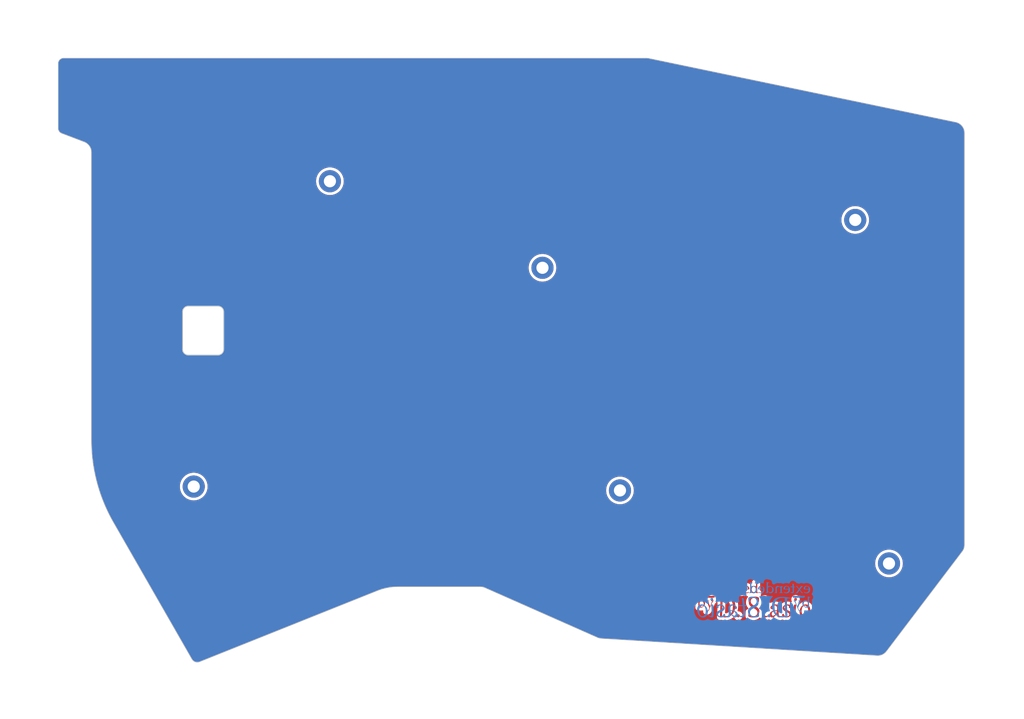
<source format=kicad_pcb>
(kicad_pcb (version 20241229) (generator "pcbnew") (generator_version "9.0")
  (layers (0 "F.Cu" signal) (2 "B.Cu" signal) (13 "F.Paste" user) (15 "B.Paste" user) (5 "F.SilkS" user "F.Silkscreen") (7 "B.SilkS" user "B.Silkscreen") (1 "F.Mask" user) (3 "B.Mask" user) (25 "Edge.Cuts" user))
  (net 0 "")
  (net 1 "GND")
  (footprint "SofleKeyboard:SolderWirePad_single_0-8mmDrill" (layer "F.Cu") (at 198.6 126.2)
    (property "Reference" "TH6" (hide yes))
    (property "Value" "HOLE" (hide yes))
    (pad "" thru_hole circle (at 0 0) (size 4 4) (drill 2.2) (layers "*.Cu" "*.Mask"))
  )
  (footprint "SofleKeyboard:SolderWirePad_single_0-8mmDrill" (layer "F.Cu") (at 73 112.3 90)
    (property "Reference" "TH7" (hide yes))
    (property "Value" "HOLE" (hide yes))
    (pad "" thru_hole circle (at 0 0 90) (size 4 4) (drill 2.2) (layers "*.Cu" "*.Mask"))
  )
  (footprint "SofleKeyboard:SolderWirePad_single_0-8mmDrill" (layer "F.Cu") (at 97.6 57.1)
    (property "Reference" "TH3" (hide yes))
    (property "Value" "HOLE" (hide yes))
    (pad "" thru_hole circle (at 0 0) (size 4 4) (drill 2.2) (layers "*.Cu" "*.Mask"))
  )
  (footprint "SofleKeyboard:SolderWirePad_single_0-8mmDrill" (layer "F.Cu") (at 192.5 64.1)
    (property "Reference" "TH4" (hide yes))
    (property "Value" "HOLE" (hide yes))
    (pad "" thru_hole circle (at 0 0) (size 4 4) (drill 2.2) (layers "*.Cu" "*.Mask"))
  )
  (footprint "SofleKeyboard:SolderWirePad_single_0-8mmDrill" (layer "F.Cu") (at 150 113)
    (property "Reference" "TH8" (hide yes))
    (property "Value" "HOLE" (hide yes))
    (pad "" thru_hole circle (at 0 0) (size 4 4) (drill 2.2) (layers "*.Cu" "*.Mask"))
  )
  (footprint "SofleKeyboard:SolderWirePad_single_0-8mmDrill" (layer "F.Cu") (at 136 72.75)
    (property "Reference" "TH5" (hide yes))
    (property "Value" "HOLE" (hide yes))
    (pad "" thru_hole circle (at 0 0) (size 4 4) (drill 2.2) (layers "*.Cu" "*.Mask"))
  )
  (footprint "SofleKeyboard:Sofle_Signature_DStasio" (layer "F.Cu") (at 174 136)
    (property "Reference" "Ref**" (hide yes))
    (property "Value" "Val**" (hide yes))
    (fp_poly (pts (xy -6.843443 -6.127973) (xy -6.846888 -6.101774) (xy -6.8505 -6.065498) (xy -6.85428 -6.019144) (xy -6.858228 -5.962714) (xy -6.866627 -5.819621) (xy -6.875697 -5.63622) (xy -6.805829 -5.635246) (xy -6.730589 -5.634921) (xy -6.656943 -5.635425) (xy -6.59455 -5.636937) (xy -6.567573 -5.63807) (xy -6.543409 -5.639456) (xy -6.522058 -5.641093) (xy -6.503521 -5.642982) (xy -6.494161 -5.633622) (xy -6.519693 -5.520755) (xy -6.530484 -5.508665) (xy -6.602702 -5.509639) (xy -6.68231 -5.509964) (xy -6.768301 -5.509639) (xy -6.875787 -5.508665) (xy -6.883848 -4.961824) (xy -6.883344 -4.875247) (xy -6.881832 -4.804961) (xy -6.880698 -4.775927) (xy -6.879313 -4.750966) (xy -6.877676 -4.730077) (xy -6.875787 -4.713261) (xy -6.874501 -4.706134) (xy -6.872983 -4.699196) (xy -6.871234 -4.692447) (xy -6.869253 -4.685886) (xy -6.86704 -4.679515) (xy -6.864596 -4.673333) (xy -6.86192 -4.667339) (xy -6.859012 -4.661534) (xy -6.855873 -4.655919) (xy -6.852502 -4.650492) (xy -6.8489 -4.645254) (xy -6.845066 -4.640205) (xy -6.841 -4.635344) (xy -6.836703 -4.630673) (xy -6.832174 -4.626191) (xy -6.827413 -4.621897) (xy -6.822227 -4.617991) (xy -6.816747 -4.614338) (xy -6.810973 -4.610936) (xy -6.804906 -4.607786) (xy -6.798545 -4.604888) (xy -6.79189 -4.602242) (xy -6.784941 -4.599848) (xy -6.777698 -4.597707) (xy -6.770161 -4.595817) (xy -6.762331 -4.594179) (xy -6.754207 -4.592793) (xy -6.745789 -4.591659) (xy -6.737077 -4.590777) (xy -6.728071 -4.590147) (xy -6.718772 -4.589769) (xy -6.709178 -4.589643) (xy -6.697977 -4.589827) (xy -6.686882 -4.590378) (xy -6.675891 -4.591296) (xy -6.665005 -4.592582) (xy -6.654225 -4.594235) (xy -6.64355 -4.596255) (xy -6.632979 -4.598643) (xy -6.622514 -4.601398) (xy -6.612154 -4.60452) (xy -6.601899 -4.60801) (xy -6.591749 -4.611867) (xy -6.581704 -4.616092) (xy -6.571764 -4.620683) (xy -6.561929 -4.625643) (xy -6.552199 -4.630969) (xy -6.542574 -4.636663) (xy -6.51032 -4.588289) (xy -6.51979 -4.581193) (xy -6.532073 -4.571326) (xy -6.547168 -4.558688) (xy -6.565076 -4.543279) (xy -6.585797 -4.525098) (xy -6.60933 -4.504146) (xy -6.635675 -4.480423) (xy -6.664834 -4.45393) (xy -6.673577 -4.450026) (xy -6.682341 -4.446374) (xy -6.691126 -4.442973) (xy -6.699933 -4.439825) (xy -6.70876 -4.436929) (xy -6.717609 -4.434284) (xy -6.726478 -4.431891) (xy -6.735369 -4.42975) (xy -6.744281 -4.427861) (xy -6.753214 -4.426224) (xy -6.762168 -4.424839) (xy -6.771143 -4.423705) (xy -6.780139 -4.422824) (xy -6.789156 -4.422194) (xy -6.798195 -4.421816) (xy -6.807254 -4.421691) (xy -6.843862 -4.422835) (xy -6.86128 -4.424265) (xy -6.878108 -4.426267) (xy -6.894345 -4.428842) (xy -6.909991 -4.431988) (xy -6.925048 -4.435706) (xy -6.939514 -4.439997) (xy -6.953389 -4.44486) (xy -6.966674 -4.450294) (xy -6.979369 -4.456301) (xy -6.991473 -4.46288) (xy -7.002986 -4.470031) (xy -7.01391 -4.477754) (xy -7.024242 -4.486049) (xy -7.033985 -4.494916) (xy -7.043137 -4.504356) (xy -7.051698 -4.514367) (xy -7.059669 -4.52495) (xy -7.067049 -4.536106) (xy -7.07384 -4.547833) (xy -7.080039 -4.560133) (xy -7.085648 -4.573005) (xy -7.090667 -4.586448) (xy -7.095096 -4.600464) (xy -7.098933 -4.615052) (xy -7.102181 -4.630212) (xy -7.104838 -4.645944) (xy -7.106904 -4.662248) (xy -7.108381 -4.679124) (xy -7.109266 -4.696572) (xy -7.109561 -4.714593) (xy -7.109228 -4.76632) (xy -7.108228 -4.814017) (xy -7.106562 -4.857683) (xy -7.10423 -4.897321) (xy -7.103662 -4.908825) (xy -7.103256 -4.920496) (xy -7.103012 -4.932335) (xy -7.102931 -4.944341) (xy -7.102931 -5.50193) (xy -7.158012 -5.50193) (xy -7.189336 -5.501597) (xy -7.222842 -5.500597) (xy -7.258531 -5.498931) (xy -7.296403 -5.496599) (xy -7.30829 -5.507229) (xy -7.30829 -5.542161) (xy -7.29893 -5.555603) (xy -7.268111 -5.567253) (xy -7.238804 -5.578694) (xy -7.211009 -5.589925) (xy -7.184725 -5.600947) (xy -7.159953 -5.611759) (xy -7.136692 -5.622361) (xy -7.114942 -5.632754) (xy -7.094704 -5.642937) (xy -7.095208 -5.799969) (xy -7.09672 -5.920389) (xy -7.099239 -6.004195) (xy -7.100876 -6.032369) (xy -7.102765 -6.051389) (xy -7.068944 -6.063588) (xy -7.036676 -6.075995) (xy -7.005962 -6.088613) (xy -6.976802 -6.10144) (xy -6.949196 -6.114477) (xy -6.923143 -6.127723) (xy -6.898643 -6.141179) (xy -6.875697 -6.154844)) (fill yes) (layers "F.Cu" "F.Mask"))
    (fp_poly (pts (xy -2.607238 -0.618936) (xy -2.600685 -0.618697) (xy -2.594207 -0.618299) (xy -2.587801 -0.617742) (xy -2.58147 -0.617025) (xy -2.575212 -0.616149) (xy -2.569027 -0.615114) (xy -2.562916 -0.61392) (xy -2.556878 -0.612566) (xy -2.550915 -0.611053) (xy -2.545024 -0.609381) (xy -2.539207 -0.60755) (xy -2.533464 -0.605559) (xy -2.527794 -0.603409) (xy -2.522198 -0.6011) (xy -2.516675 -0.598631) (xy -2.511048 -0.59603) (xy -2.50553 -0.593318) (xy -2.500123 -0.590496) (xy -2.494827 -0.587563) (xy -2.48964 -0.584521) (xy -2.484564 -0.581368) (xy -2.479599 -0.578104) (xy -2.474743 -0.574731) (xy -2.469998 -0.571247) (xy -2.465363 -0.567653) (xy -2.460839 -0.563948) (xy -2.456425 -0.560133) (xy -2.452121 -0.556208) (xy -2.447927 -0.552173) (xy -2.443844 -0.548027) (xy -2.439871 -0.543771) (xy -2.436006 -0.539601) (xy -2.432252 -0.535321) (xy -2.428608 -0.530931) (xy -2.425075 -0.526431) (xy -2.421652 -0.52182) (xy -2.418339 -0.517098) (xy -2.415136 -0.512267) (xy -2.412044 -0.507325) (xy -2.409062 -0.502273) (xy -2.406191 -0.497111) (xy -2.403429 -0.491838) (xy -2.400778 -0.486455) (xy -2.398237 -0.480962) (xy -2.395807 -0.475358) (xy -2.393487 -0.469644) (xy -2.391277 -0.46382) (xy -2.389189 -0.458113) (xy -2.387236 -0.452357) (xy -2.385418 -0.446552) (xy -2.383735 -0.440698) (xy -2.382186 -0.434795) (xy -2.380772 -0.428843) (xy -2.379493 -0.422842) (xy -2.378348 -0.416793) (xy -2.377338 -0.410694) (xy -2.376463 -0.404546) (xy -2.375722 -0.39835) (xy -2.375116 -0.392104) (xy -2.374645 -0.385809) (xy -2.374308 -0.379466) (xy -2.374106 -0.373073) (xy -2.374039 -0.366632) (xy -2.374333 -0.352548) (xy -2.375215 -0.338514) (xy -2.376684 -0.324528) (xy -2.378742 -0.310592) (xy -2.381387 -0.296705) (xy -2.38462 -0.282868) (xy -2.38844 -0.269079) (xy -2.392849 -0.255339) (xy -2.395267 -0.248525) (xy -2.39782 -0.241796) (xy -2.400508 -0.235152) (xy -2.403331 -0.228594) (xy -2.406288 -0.222122) (xy -2.40938 -0.215735) (xy -2.412607 -0.209434) (xy -2.415968 -0.203219) (xy -2.419464 -0.197089) (xy -2.423095 -0.191045) (xy -2.42686 -0.185087) (xy -2.430761 -0.179214) (xy -2.434796 -0.173426) (xy -2.438965 -0.167725) (xy -2.44327 -0.162109) (xy -2.447709 -0.156579) (xy -2.452081 -0.15116) (xy -2.456576 -0.145876) (xy -2.461193 -0.140727) (xy -2.465932 -0.135712) (xy -2.470794 -0.130832) (xy -2.475778 -0.126087) (xy -2.480884 -0.121476) (xy -2.486113 -0.117) (xy -2.491465 -0.112659) (xy -2.496938 -0.108452) (xy -2.502534 -0.10438) (xy -2.508253 -0.100443) (xy -2.514094 -0.09664) (xy -2.520057 -0.092972) (xy -2.526143 -0.089439) (xy -2.532351 -0.08604) (xy -2.538468 -0.082624) (xy -2.544671 -0.079429) (xy -2.550959 -0.076453) (xy -2.557333 -0.073698) (xy -2.563794 -0.071164) (xy -2.570339 -0.06885) (xy -2.576971 -0.066756) (xy -2.583688 -0.064883) (xy -2.590491 -0.06323) (xy -2.59738 -0.061797) (xy -2.604354 -0.060585) (xy -2.611414 -0.059594) (xy -2.61856 -0.058822) (xy -2.625791 -0.058271) (xy -2.633109 -0.057941) (xy -2.640511 -0.057831) (xy -2.640514 -0.057821) (xy -2.647335 -0.057913) (xy -2.654082 -0.058188) (xy -2.660756 -0.058647) (xy -2.667356 -0.05929) (xy -2.673883 -0.060117) (xy -2.680337 -0.061127) (xy -2.686717 -0.062322) (xy -2.693024 -0.063699) (xy -2.699257 -0.065261) (xy -2.705417 -0.067006) (xy -2.711503 -0.068935) (xy -2.717516 -0.071048) (xy -2.723456 -0.073345) (xy -2.729322 -0.075825) (xy -2.735115 -0.078489) (xy -2.740834 -0.081337) (xy -2.746271 -0.084141) (xy -2.75161 -0.087068) (xy -2.756852 -0.090117) (xy -2.761995 -0.093289) (xy -2.76704 -0.096583) (xy -2.771988 -0.1) (xy -2.776837 -0.103539) (xy -2.781589 -0.107201) (xy -2.786243 -0.110985) (xy -2.790799 -0.114891) (xy -2.795257 -0.118921) (xy -2.799617 -0.123072) (xy -2.803879 -0.127346) (xy -2.808043 -0.131743) (xy -2.81211 -0.136262) (xy -2.816079 -0.140903) (xy -2.819752 -0.145649) (xy -2.823328 -0.15048) (xy -2.826805 -0.155397) (xy -2.830185 -0.1604) (xy -2.833467 -0.165488) (xy -2.83665 -0.170663) (xy -2.839736 -0.175923) (xy -2.842724 -0.181268) (xy -2.845614 -0.1867) (xy -2.848405 -0.192217) (xy -2.851099 -0.19782) (xy -2.853695 -0.203508) (xy -2.856193 -0.209283) (xy -2.858593 -0.215143) (xy -2.860895 -0.221088) (xy -2.863098 -0.22712) (xy -2.866773 -0.239293) (xy -2.869957 -0.251515) (xy -2.872652 -0.263786) (xy -2.874857 -0.276107) (xy -2.876572 -0.288476) (xy -2.877797 -0.300895) (xy -2.878532 -0.313363) (xy -2.878777 -0.32588) (xy -2.878685 -0.334827) (xy -2.878409 -0.343638) (xy -2.87795 -0.352315) (xy -2.877307 -0.360857) (xy -2.87648 -0.369265) (xy -2.87547 -0.377537) (xy -2.874276 -0.385675) (xy -2.872898 -0.393678) (xy -2.871336 -0.401546) (xy -2.869591 -0.40928) (xy -2.867662 -0.416879) (xy -2.865549 -0.424342) (xy -2.863253 -0.431672) (xy -2.860772 -0.438866) (xy -2.858108 -0.445926) (xy -2.855261 -0.452851) (xy -2.852077 -0.459635) (xy -2.848795 -0.466272) (xy -2.845415 -0.472762) (xy -2.841937 -0.479106) (xy -2.838362 -0.485303) (xy -2.834688 -0.491352) (xy -2.830917 -0.497255) (xy -2.827047 -0.503011) (xy -2.823079 -0.508621) (xy -2.819014 -0.514083) (xy -2.81485 -0.519399) (xy -2.810589 -0.524567) (xy -2.806229 -0.529589) (xy -2.801772 -0.534464) (xy -2.797216 -0.539192) (xy -2.792563 -0.543773) (xy -2.787634 -0.548403) (xy -2.782644 -0.552885) (xy -2.777593 -0.55722) (xy -2.77248 -0.561409) (xy -2.767307 -0.56545) (xy -2.762071 -0.569344) (xy -2.756775 -0.573092) (xy -2.751417 -0.576693) (xy -2.745998 -0.580146) (xy -2.740517 -0.583453) (xy -2.734976 -0.586612) (xy -2.729372 -0.589625) (xy -2.723708 -0.592491) (xy -2.717982 -0.595209) (xy -2.712195 -0.597781) (xy -2.706346 -0.600206) (xy -2.700475 -0.602483) (xy -2.694615 -0.604614) (xy -2.688768 -0.606598) (xy -2.682933 -0.608435) (xy -2.677111 -0.610124) (xy -2.6713 -0.611667) (xy -2.665501 -0.613064) (xy -2.659715 -0.614313) (xy -2.653941 -0.615415) (xy -2.648179 -0.61637) (xy -2.642429 -0.617178) (xy -2.636692 -0.61784) (xy -2.630967 -0.618354) (xy -2.625253 -0.618722) (xy -2.619552 -0.618942) (xy -2.613864 -0.619015)) (fill yes) (layers "F.Cu" "F.Mask"))
    (fp_poly (pts (xy 7.736815 -3.589366) (xy 7.743349 -3.589127) (xy 7.749797 -3.58873) (xy 7.756159 -3.588172) (xy 7.762435 -3.587456) (xy 7.768626 -3.586581) (xy 7.77473 -3.585546) (xy 7.780749 -3.584353) (xy 7.786682 -3.583) (xy 7.792529 -3.581488) (xy 7.79829 -3.579817) (xy 7.803966 -3.577986) (xy 7.809555 -3.575997) (xy 7.815059 -3.573848) (xy 7.820477 -3.571541) (xy 7.825809 -3.569074) (xy 7.831051 -3.566661) (xy 7.836196 -3.564127) (xy 7.841242 -3.561469) (xy 7.84619 -3.558689) (xy 7.85104 -3.555787) (xy 7.855792 -3.552761) (xy 7.860446 -3.549614) (xy 7.865002 -3.546344) (xy 7.86946 -3.542951) (xy 7.873819 -3.539436) (xy 7.878081 -3.535798) (xy 7.882245 -3.532038) (xy 7.886311 -3.528156) (xy 7.890278 -3.524151) (xy 7.894148 -3.520023) (xy 7.89792 -3.515773) (xy 7.901778 -3.511419) (xy 7.905514 -3.50698) (xy 7.909127 -3.502454) (xy 7.912617 -3.497843) (xy 7.915985 -3.493146) (xy 7.919231 -3.488363) (xy 7.922353 -3.483495) (xy 7.925353 -3.478541) (xy 7.928231 -3.473501) (xy 7.930986 -3.468376) (xy 7.933618 -3.463165) (xy 7.936127 -3.457868) (xy 7.938514 -3.452485) (xy 7.940779 -3.447017) (xy 7.94292 -3.441462) (xy 7.944939 -3.435823) (xy 7.947027 -3.430306) (xy 7.94898 -3.424728) (xy 7.950798 -3.419089) (xy 7.952481 -3.413389) (xy 7.95403 -3.407627) (xy 7.955444 -3.401804) (xy 7.956723 -3.39592) (xy 7.957868 -3.389975) (xy 7.958878 -3.383968) (xy 7.959753 -3.377901) (xy 7.960494 -3.371772) (xy 7.9611 -3.365581) (xy 7.961571 -3.35933) (xy 7.961908 -3.353017) (xy 7.96211 -3.346644) (xy 7.962177 -3.340209) (xy 7.962104 -3.333351) (xy 7.961883 -3.326493) (xy 7.961516 -3.319636) (xy 7.961001 -3.312778) (xy 7.959532 -3.299062) (xy 7.957474 -3.285345) (xy 7.954829 -3.271628) (xy 7.951596 -3.257911) (xy 7.947776 -3.244194) (xy 7.943367 -3.230476) (xy 7.940955 -3.22385) (xy 7.93842 -3.217298) (xy 7.935763 -3.210819) (xy 7.932983 -3.204414) (xy 7.93008 -3.198082) (xy 7.927055 -3.191824) (xy 7.923907 -3.185639) (xy 7.920637 -3.179528) (xy 7.917245 -3.173491) (xy 7.91373 -3.167527) (xy 7.910092 -3.161636) (xy 7.906332 -3.15582) (xy 7.902449 -3.150076) (xy 7.898444 -3.144406) (xy 7.894317 -3.13881) (xy 7.890067 -3.133287) (xy 7.885891 -3.127869) (xy 7.881593 -3.122585) (xy 7.877172 -3.117435) (xy 7.872629 -3.112421) (xy 7.867963 -3.107541) (xy 7.863175 -3.102795) (xy 7.858264 -3.098184) (xy 7.853231 -3.093708) (xy 7.848075 -3.089367) (xy 7.842797 -3.08516) (xy 7.837396 -3.081088) (xy 7.831873 -3.077151) (xy 7.826228 -3.073349) (xy 7.82046 -3.069681) (xy 7.814569 -3.066148) (xy 7.808556 -3.062749) (xy 7.802636 -3.059522) (xy 7.79663 -3.056503) (xy 7.790538 -3.053692) (xy 7.78436 -3.05109) (xy 7.778096 -3.048696) (xy 7.771747 -3.046509) (xy 7.765311 -3.044531) (xy 7.75879 -3.042762) (xy 7.752183 -3.0412) (xy 7.74549 -3.039847) (xy 7.738711 -3.038702) (xy 7.731847 -3.037765) (xy 7.724896 -3.037036) (xy 7.71786 -3.036515) (xy 7.710738 -3.036203) (xy 7.70353 -3.036099) (xy 7.703547 -3.036114) (xy 7.696739 -3.036199) (xy 7.690028 -3.036457) (xy 7.683415 -3.036885) (xy 7.676901 -3.037485) (xy 7.670484 -3.038257) (xy 7.664165 -3.0392) (xy 7.657944 -3.040314) (xy 7.651821 -3.0416) (xy 7.645795 -3.043057) (xy 7.639868 -3.044686) (xy 7.634038 -3.046486) (xy 7.628307 -3.048457) (xy 7.622673 -3.0506) (xy 7.617137 -3.052915) (xy 7.611699 -3.0554) (xy 7.606359 -3.058058) (xy 7.601117 -3.061046) (xy 7.595972 -3.064133) (xy 7.590926 -3.067317) (xy 7.585978 -3.070599) (xy 7.581128 -3.07398) (xy 7.576376 -3.077458) (xy 7.571722 -3.081034) (xy 7.567166 -3.084707) (xy 7.562709 -3.088479) (xy 7.558349 -3.092349) (xy 7.554087 -3.096317) (xy 7.549923 -3.100382) (xy 7.545857 -3.104546) (xy 7.54189 -3.108807) (xy 7.53802 -3.113167) (xy 7.534248 -3.117624) (xy 7.530581 -3.122363) (xy 7.527024 -3.127176) (xy 7.523576 -3.132062) (xy 7.520239 -3.137022) (xy 7.517012 -3.142055) (xy 7.513896 -3.147162) (xy 7.510889 -3.152342) (xy 7.507992 -3.157595) (xy 7.505206 -3.162922) (xy 7.50253 -3.168323) (xy 7.499964 -3.173796) (xy 7.497509 -3.179343) (xy 7.495163 -3.184964) (xy 7.492928 -3.190658) (xy 7.490803 -3.196425) (xy 7.488788 -3.202266) (xy 7.485114 -3.214439) (xy 7.481929 -3.22666) (xy 7.479235 -3.238931) (xy 7.47703 -3.25125) (xy 7.475315 -3.263618) (xy 7.47409 -3.276034) (xy 7.473355 -3.2885) (xy 7.47311 -3.301014) (xy 7.473202 -3.309764) (xy 7.473478 -3.318379) (xy 7.473937 -3.32686) (xy 7.47458 -3.335206) (xy 7.475406 -3.343417) (xy 7.476417 -3.351493) (xy 7.477611 -3.359435) (xy 7.478989 -3.367243) (xy 7.48055 -3.374915) (xy 7.482296 -3.382453) (xy 7.484225 -3.389856) (xy 7.486338 -3.397125) (xy 7.488634 -3.404259) (xy 7.491114 -3.411258) (xy 7.493778 -3.418123) (xy 7.496626 -3.424853) (xy 7.499621 -3.431637) (xy 7.502726 -3.438274) (xy 7.505941 -3.444765) (xy 7.509266 -3.451108) (xy 7.512702 -3.457305) (xy 7.516248 -3.463355) (xy 7.519903 -3.469258) (xy 7.523669 -3.475014) (xy 7.527546 -3.480623) (xy 7.531532 -3.486085) (xy 7.535629 -3.491401) (xy 7.539836 -3.49657) (xy 7.544153 -3.501592) (xy 7.54858 -3.506466) (xy 7.553117 -3.511195) (xy 7.557765 -3.515776) (xy 7.562498 -3.520399) (xy 7.567292 -3.524863) (xy 7.572148 -3.529167) (xy 7.577065 -3.533312) (xy 7.582043 -3.537299) (xy 7.587083 -3.541125) (xy 7.592184 -3.544793) (xy 7.597346 -3.548301) (xy 7.602569 -3.551651) (xy 7.607853 -3.55484) (xy 7.613199 -3.557871) (xy 7.618606 -3.560743) (xy 7.624075 -3.563455) (xy 7.629604 -3.566008) (xy 7.635195 -3.568401) (xy 7.640847 -3.570636) (xy 7.646523 -3.572914) (xy 7.652188 -3.575044) (xy 7.65784 -3.577028) (xy 7.663479 -3.578865) (xy 7.669106 -3.580555) (xy 7.674721 -3.582098) (xy 7.680324 -3.583494) (xy 7.685914 -3.584743) (xy 7.691492 -3.585845) (xy 7.697058 -3.5868) (xy 7.702612 -3.587609) (xy 7.708153 -3.58827) (xy 7.713682 -3.588784) (xy 7.719199 -3.589152) (xy 7.724703 -3.589372) (xy 7.730195 -3.589446)) (fill yes) (layers "F.Cu" "F.Mask"))
    (fp_poly (pts (xy -8.414285 -5.729341) (xy -8.401657 -5.717359) (xy -8.388337 -5.703771) (xy -8.374324 -5.688577) (xy -8.359618 -5.671776) (xy -8.34422 -5.65337) (xy -8.328128 -5.633358) (xy -8.311344 -5.61174) (xy -8.293867 -5.588516) (xy -8.275697 -5.563686) (xy -8.256834 -5.537249) (xy -8.237278 -5.509207) (xy -8.196088 -5.448304) (xy -8.152127 -5.380978) (xy -8.052702 -5.223779) (xy -7.96806 -5.331263) (xy -7.914063 -5.403063) (xy -7.850158 -5.490817) (xy -7.776346 -5.594524) (xy -7.692626 -5.714185) (xy -7.677236 -5.711991) (xy -7.662644 -5.710089) (xy -7.64885 -5.708481) (xy -7.635854 -5.707164) (xy -7.623656 -5.706141) (xy -7.612256 -5.70541) (xy -7.601654 -5.704971) (xy -7.591849 -5.704825) (xy -7.582738 -5.704971) (xy -7.572872 -5.70541) (xy -7.562249 -5.706141) (xy -7.55087 -5.707164) (xy -7.538735 -5.708481) (xy -7.525844 -5.710089) (xy -7.512198 -5.711991) (xy -7.497795 -5.714185) (xy -7.487004 -5.703394) (xy -7.487004 -5.649652) (xy -7.497795 -5.638861) (xy -7.508502 -5.63777) (xy -7.518454 -5.63651) (xy -7.52765 -5.635083) (xy -7.536089 -5.633487) (xy -7.543773 -5.631722) (xy -7.550701 -5.62979) (xy -7.556872 -5.627689) (xy -7.559675 -5.626575) (xy -7.562288 -5.625419) (xy -7.564938 -5.624081) (xy -7.56785 -5.622406) (xy -7.571025 -5.620394) (xy -7.574462 -5.618046) (xy -7.578162 -5.615362) (xy -7.582124 -5.61234) (xy -7.586348 -5.608983) (xy -7.590836 -5.605288) (xy -7.595585 -5.601257) (xy -7.600597 -5.59689) (xy -7.611409 -5.587145) (xy -7.62327 -5.576054) (xy -7.636181 -5.563617) (xy -7.650183 -5.549634) (xy -7.665319 -5.533889) (xy -7.681589 -5.51638) (xy -7.698993 -5.497108) (xy -7.717531 -5.476072) (xy -7.737202 -5.453273) (xy -7.758007 -5.428711) (xy -7.779946 -5.402386) (xy -7.860559 -5.305654) (xy -7.872565 -5.29146) (xy -7.884403 -5.2771) (xy -7.896074 -5.262574) (xy -7.907578 -5.247883) (xy -7.990881 -5.140399) (xy -7.941169 -5.063815) (xy -7.918494 -5.031484) (xy -7.884064 -4.982862) (xy -7.779938 -4.836748) (xy -7.720316 -4.755377) (xy -7.670435 -4.688618) (xy -7.630296 -4.63647) (xy -7.613879 -4.615876) (xy -7.599898 -4.598934) (xy -7.587281 -4.584909) (xy -7.575629 -4.572396) (xy -7.564943 -4.561395) (xy -7.555224 -4.551906) (xy -7.54647 -4.54393) (xy -7.542455 -4.540508) (xy -7.538682 -4.537465) (xy -7.535151 -4.5348) (xy -7.53186 -4.532513) (xy -7.528812 -4.530604) (xy -7.526005 -4.529073) (xy -7.52304 -4.527939) (xy -7.519854 -4.526878) (xy -7.516448 -4.525891) (xy -7.512821 -4.524977) (xy -7.508974 -4.524136) (xy -7.504907 -4.523368) (xy -7.500619 -4.522674) (xy -7.496111 -4.522052) (xy -7.491383 -4.521504) (xy -7.486434 -4.521028) (xy -7.481264 -4.520626) (xy -7.475874 -4.520297) (xy -7.470264 -4.520041) (xy -7.464434 -4.519858) (xy -7.452112 -4.519712) (xy -7.441321 -4.508921) (xy -7.441321 -4.453828) (xy -7.452112 -4.443037) (xy -7.498969 -4.447132) (xy -7.540117 -4.450058) (xy -7.575554 -4.451812) (xy -7.591131 -4.452251) (xy -7.605281 -4.452397) (xy -7.611495 -4.452251) (xy -7.622075 -4.451812) (xy -7.656336 -4.450058) (xy -7.708065 -4.447132) (xy -7.77726 -4.443037) (xy -7.804825 -4.47816) (xy -7.832432 -4.514332) (xy -7.86008 -4.551554) (xy -7.887771 -4.589826) (xy -7.915503 -4.629147) (xy -7.943278 -4.669518) (xy -7.971094 -4.710938) (xy -7.998952 -4.753408) (xy -8.136 -4.960319) (xy -8.172067 -4.917849) (xy -8.211073 -4.86904) (xy -8.253018 -4.81389) (xy -8.297902 -4.752399) (xy -8.345725 -4.684569) (xy -8.396488 -4.610398) (xy -8.450189 -4.529888) (xy -8.506829 -4.443037) (xy -8.547894 -4.447132) (xy -8.579721 -4.450058) (xy -8.602311 -4.451812) (xy -8.615664 -4.452397) (xy -8.623348 -4.452251) (xy -8.632963 -4.451812) (xy -8.644509 -4.451081) (xy -8.657987 -4.450058) (xy -8.673395 -4.448741) (xy -8.690735 -4.447132) (xy -8.731209 -4.443037) (xy -8.73115 -4.443106) (xy -8.741941 -4.455197) (xy -8.741941 -4.508939) (xy -8.72985 -4.51973) (xy -8.717716 -4.520244) (xy -8.70617 -4.52114) (xy -8.695211 -4.522417) (xy -8.684841 -4.524074) (xy -8.679876 -4.525045) (xy -8.675058 -4.526112) (xy -8.670387 -4.527273) (xy -8.665863 -4.52853) (xy -8.661486 -4.529883) (xy -8.657257 -4.53133) (xy -8.653174 -4.532872) (xy -8.649238 -4.53451) (xy -8.64516 -4.536473) (xy -8.640989 -4.538667) (xy -8.636722 -4.541092) (xy -8.632361 -4.543748) (xy -8.627906 -4.546635) (xy -8.623356 -4.549753) (xy -8.618712 -4.553102) (xy -8.613972 -4.556681) (xy -8.609139 -4.560492) (xy -8.60421 -4.564534) (xy -8.599187 -4.568807) (xy -8.59407 -4.57331) (xy -8.588858 -4.578045) (xy -8.583551 -4.583011) (xy -8.57815 -4.588207) (xy -8.572654 -4.593635) (xy -8.560163 -4.606525) (xy -8.545531 -4.622354) (xy -8.528757 -4.641122) (xy -8.509842 -4.66283) (xy -8.488785 -4.687476) (xy -8.465588 -4.715062) (xy -8.440248 -4.745587) (xy -8.412767 -4.779051) (xy -8.196449 -5.046424) (xy -8.310655 -5.217062) (xy -8.326863 -5.240407) (xy -8.349957 -5.272821) (xy -8.379936 -5.314304) (xy -8.416799 -5.364856) (xy -8.436219 -5.391538) (xy -8.454841 -5.4165) (xy -8.472664 -5.43974) (xy -8.48969 -5.461258) (xy -8.505918 -5.481056) (xy -8.521349 -5.499131) (xy -8.535981 -5.515485) (xy -8.549815 -5.530118) (xy -8.56283 -5.543554) (xy -8.575006 -5.555646) (xy -8.586342 -5.566395) (xy -8.596838 -5.575799) (xy -8.606495 -5.58386) (xy -8.611009 -5.587386) (xy -8.615312 -5.590577) (xy -8.619406 -5.593431) (xy -8.62329 -5.59595) (xy -8.626964 -5.598132) (xy -8.630428 -5.599979) (xy -8.633624 -5.601607) (xy -8.636832 -5.60313) (xy -8.640049 -5.604547) (xy -8.643278 -5.60586) (xy -8.646516 -5.607068) (xy -8.649765 -5.60817) (xy -8.653024 -5.609168) (xy -8.656294 -5.61006) (xy -8.659575 -5.610848) (xy -8.662865 -5.611531) (xy -8.666167 -5.612108) (xy -8.669478 -5.612581) (xy -8.672801 -5.612948) (xy -8.676133 -5.613211) (xy -8.679477 -5.613368) (xy -8.682831 -5.613421) (xy -8.689381 -5.61334) (xy -8.69694 -5.613096) (xy -8.705508 -5.61269) (xy -8.715085 -5.612122) (xy -8.728526 -5.621482) (xy -8.739317 -5.675224) (xy -8.728526 -5.688665) (xy -8.693824 -5.692989) (xy -8.65824 -5.697901) (xy -8.621774 -5.703401) (xy -8.584426 -5.709488) (xy -8.546197 -5.716163) (xy -8.507086 -5.723427) (xy -8.467093 -5.731278) (xy -8.426219 -5.739717)) (fill yes) (layers "F.Cu" "F.Mask"))
    (fp_poly (pts (xy 7.655416 -2.376006) (xy 7.668398 -2.375436) (xy 7.681281 -2.374487) (xy 7.694066 -2.373158) (xy 7.706754 -2.37145) (xy 7.719343 -2.369362) (xy 7.731835 -2.366894) (xy 7.744228 -2.364047) (xy 7.756523 -2.36082) (xy 7.768721 -2.357213) (xy 7.78082 -2.353227) (xy 7.792821 -2.348861) (xy 7.804724 -2.344115) (xy 7.81653 -2.33899) (xy 7.828237 -2.333486) (xy 7.839846 -2.327601) (xy 7.83992 -2.327596) (xy 7.827085 -2.238149) (xy 7.81523 -2.148506) (xy 7.804355 -2.058668) (xy 7.79446 -1.968634) (xy 7.785447 -1.879972) (xy 7.777216 -1.79268) (xy 7.769768 -1.706761) (xy 7.763104 -1.622213) (xy 7.757932 -1.539429) (xy 7.753335 -1.458799) (xy 7.749313 -1.380325) (xy 7.745866 -1.304007) (xy 7.743819 -1.231313) (xy 7.742357 -1.162146) (xy 7.741479 -1.096506) (xy 7.741187 -1.034393) (xy 7.741479 -0.955723) (xy 7.742357 -0.882735) (xy 7.743819 -0.81543) (xy 7.745866 -0.753806) (xy 7.748601 -0.698061) (xy 7.752125 -0.646822) (xy 7.754184 -0.622893) (xy 7.75644 -0.600091) (xy 7.758893 -0.578416) (xy 7.761544 -0.557867) (xy 7.764349 -0.53837) (xy 7.767305 -0.519852) (xy 7.770411 -0.502316) (xy 7.773667 -0.485759) (xy 7.777073 -0.470183) (xy 7.78063 -0.455587) (xy 7.784337 -0.441972) (xy 7.788194 -0.429337) (xy 7.792602 -0.4179) (xy 7.797206 -0.4071) (xy 7.799581 -0.401939) (xy 7.802006 -0.396937) (xy 7.804479 -0.392093) (xy 7.807002 -0.387409) (xy 7.809573 -0.382885) (xy 7.812194 -0.378519) (xy 7.814864 -0.374312) (xy 7.817582 -0.370265) (xy 7.82035 -0.366377) (xy 7.823167 -0.362648) (xy 7.826033 -0.359078) (xy 7.828948 -0.355667) (xy 7.832108 -0.3526) (xy 7.835316 -0.349667) (xy 7.838574 -0.346868) (xy 7.84188 -0.344205) (xy 7.845235 -0.341676) (xy 7.84864 -0.339282) (xy 7.852093 -0.337023) (xy 7.855596 -0.334898) (xy 7.859147 -0.332908) (xy 7.862748 -0.331053) (xy 7.866397 -0.329333) (xy 7.870096 -0.327747) (xy 7.873843 -0.326296) (xy 7.87764 -0.32498) (xy 7.881486 -0.323798) (xy 7.88538 -0.322751) (xy 7.893732 -0.320923) (xy 7.902328 -0.319339) (xy 7.91117 -0.317998) (xy 7.920256 -0.316901) (xy 7.929588 -0.316048) (xy 7.939164 -0.315438) (xy 7.948985 -0.315072) (xy 7.95905 -0.31495) (xy 7.978033 -0.315293) (xy 7.997358 -0.316322) (xy 8.017026 -0.318036) (xy 8.037036 -0.320436) (xy 8.057389 -0.323522) (xy 8.078085 -0.327294) (xy 8.099123 -0.331751) (xy 8.120504 -0.336894) (xy 8.142473 -0.343043) (xy 8.164491 -0.34973) (xy 8.186558 -0.356956) (xy 8.208675 -0.364721) (xy 8.23084 -0.373024) (xy 8.253055 -0.381866) (xy 8.27532 -0.391247) (xy 8.297633 -0.401167) (xy 8.327415 -0.319657) (xy 8.312842 -0.308267) (xy 8.297338 -0.296829) (xy 8.280903 -0.285342) (xy 8.263537 -0.273806) (xy 8.245241 -0.262221) (xy 8.226015 -0.250588) (xy 8.205857 -0.238906) (xy 8.184769 -0.227174) (xy 8.163462 -0.215541) (xy 8.14186 -0.204153) (xy 8.119964 -0.19301) (xy 8.097774 -0.18211) (xy 8.07529 -0.171456) (xy 8.052512 -0.161045) (xy 8.029439 -0.150879) (xy 8.006073 -0.140958) (xy 7.982608 -0.131407) (xy 7.959242 -0.122346) (xy 7.935973 -0.113774) (xy 7.912803 -0.105692) (xy 7.889732 -0.0981) (xy 7.866758 -0.090997) (xy 7.843883 -0.084384) (xy 7.821106 -0.07826) (xy 7.799136 -0.072382) (xy 7.7779 -0.067288) (xy 7.7574 -0.062977) (xy 7.737634 -0.059451) (xy 7.718604 -0.056708) (xy 7.700308 -0.054749) (xy 7.682747 -0.053573) (xy 7.66592 -0.053181) (xy 7.655071 -0.053303) (xy 7.644466 -0.053669) (xy 7.634107 -0.054279) (xy 7.623992 -0.055132) (xy 7.614123 -0.056229) (xy 7.604498 -0.05757) (xy 7.595119 -0.059154) (xy 7.585984 -0.060982) (xy 7.581502 -0.061848) (xy 7.577069 -0.062886) (xy 7.572686 -0.064096) (xy 7.568351 -0.065478) (xy 7.564065 -0.067032) (xy 7.559828 -0.068757) (xy 7.55564 -0.070655) (xy 7.551501 -0.072724) (xy 7.547411 -0.074966) (xy 7.54337 -0.077379) (xy 7.539378 -0.079964) (xy 7.535434 -0.082722) (xy 7.53154 -0.085651) (xy 7.527695 -0.088752) (xy 7.523899 -0.092025) (xy 7.520152 -0.09547) (xy 7.516644 -0.099101) (xy 7.513173 -0.10294) (xy 7.509738 -0.106987) (xy 7.50634 -0.111242) (xy 7.502979 -0.115706) (xy 7.499655 -0.120378) (xy 7.496367 -0.125258) (xy 7.493116 -0.130346) (xy 7.489901 -0.135643) (xy 7.486724 -0.141148) (xy 7.483582 -0.146862) (xy 7.480478 -0.152783) (xy 7.47741 -0.158913) (xy 7.474379 -0.165251) (xy 7.471384 -0.171798) (xy 7.468426 -0.178553) (xy 7.463038 -0.19288) (xy 7.457846 -0.208432) (xy 7.452849 -0.225209) (xy 7.448048 -0.243211) (xy 7.443443 -0.262438) (xy 7.439034 -0.28289) (xy 7.434821 -0.304566) (xy 7.430804 -0.327467) (xy 7.427375 -0.351715) (xy 7.424142 -0.377433) (xy 7.421105 -0.40462) (xy 7.418264 -0.433276) (xy 7.415619 -0.463402) (xy 7.41317 -0.494996) (xy 7.410917 -0.52806) (xy 7.40886 -0.562593) (xy 7.405447 -0.636855) (xy 7.40301 -0.718562) (xy 7.401547 -0.807714) (xy 7.401059 -0.904313) (xy 7.401449 -1.029319) (xy 7.402619 -1.169223) (xy 7.406129 -1.323233) (xy 7.41042 -1.487432) (xy 7.415879 -1.662601) (xy 7.422899 -1.846392) (xy 7.427097 -1.941913) (xy 7.431892 -2.038805) (xy 7.437284 -2.137069) (xy 7.443271 -2.236703) (xy 7.443729 -2.242122) (xy 7.444321 -2.247406) (xy 7.445049 -2.252555) (xy 7.445911 -2.25757) (xy 7.446908 -2.26245) (xy 7.448041 -2.267195) (xy 7.449308 -2.271806) (xy 7.45071 -2.276282) (xy 7.452247 -2.280624) (xy 7.45392 -2.28483) (xy 7.455727 -2.288902) (xy 7.457669 -2.292839) (xy 7.459746 -2.296642) (xy 7.461958 -2.30031) (xy 7.464305 -2.303843) (xy 7.466787 -2.307242) (xy 7.46937 -2.310713) (xy 7.472027 -2.314074) (xy 7.474757 -2.317325) (xy 7.477561 -2.320466) (xy 7.480439 -2.323497) (xy 7.483389 -2.326418) (xy 7.486414 -2.329228) (xy 7.489512 -2.331929) (xy 7.492683 -2.334519) (xy 7.495928 -2.337) (xy 7.499247 -2.33937) (xy 7.502639 -2.34163) (xy 7.506104 -2.34378) (xy 7.509643 -2.34582) (xy 7.513255 -2.34775) (xy 7.516941 -2.34957) (xy 7.520676 -2.351487) (xy 7.524435 -2.353318) (xy 7.528219 -2.355063) (xy 7.532028 -2.356723) (xy 7.535861 -2.358297) (xy 7.539718 -2.359786) (xy 7.5436 -2.361188) (xy 7.547506 -2.362505) (xy 7.551437 -2.363737) (xy 7.555393 -2.364882) (xy 7.559373 -2.365942) (xy 7.563377 -2.366916) (xy 7.567406 -2.367804) (xy 7.571459 -2.368607) (xy 7.575537 -2.369323) (xy 7.579639 -2.369954) (xy 7.588163 -2.371417) (xy 7.596491 -2.372685) (xy 7.604623 -2.373758) (xy 7.612558 -2.374635) (xy 7.620297 -2.375318) (xy 7.62784 -2.375805) (xy 7.635186 -2.376098) (xy 7.642337 -2.376195)) (fill yes) (layers "F.Cu" "F.Mask"))
    (fp_poly (pts (xy -7.865361 -3.091004) (xy -7.865361 -3.037262) (xy -7.874722 -3.026471) (xy -7.902938 -3.024132) (xy -7.958025 -3.019711) (xy -7.974044 -3.018494) (xy -7.98147 -3.017728) (xy -7.988508 -3.016857) (xy -7.995158 -3.015881) (xy -8.00142 -3.014799) (xy -8.007292 -3.013613) (xy -8.012777 -3.012321) (xy -8.017873 -3.010925) (xy -8.02258 -3.009423) (xy -8.026899 -3.007817) (xy -8.03083 -3.006105) (xy -8.034372 -3.004289) (xy -8.037525 -3.002367) (xy -8.04029 -3.00034) (xy -8.042667 -2.998209) (xy -8.044619 -2.996173) (xy -8.046445 -2.994095) (xy -8.048145 -2.991975) (xy -8.049719 -2.989812) (xy -8.051167 -2.987608) (xy -8.05249 -2.985362) (xy -8.053686 -2.983074) (xy -8.054757 -2.980743) (xy -8.055701 -2.978371) (xy -8.05652 -2.975956) (xy -8.057212 -2.9735) (xy -8.057779 -2.971001) (xy -8.05822 -2.96846) (xy -8.058535 -2.965878) (xy -8.058723 -2.963253) (xy -8.058786 -2.960587) (xy -8.058624 -2.957327) (xy -8.058136 -2.95326) (xy -8.057322 -2.948384) (xy -8.056183 -2.9427) (xy -8.054719 -2.936208) (xy -8.052929 -2.928908) (xy -8.048374 -2.911882) (xy -8.042517 -2.891623) (xy -8.035358 -2.868131) (xy -8.026897 -2.841407) (xy -8.017135 -2.811449) (xy -7.996477 -2.750734) (xy -7.976155 -2.693547) (xy -7.95617 -2.639888) (xy -7.936522 -2.589757) (xy -7.85188 -2.380158) (xy -7.81258 -2.283504) (xy -7.777983 -2.200453) (xy -7.748087 -2.131006) (xy -7.722894 -2.075163) (xy -7.651681 -2.232362) (xy -7.630855 -2.280901) (xy -7.605999 -2.340523) (xy -7.577113 -2.411229) (xy -7.544197 -2.493017) (xy -7.432684 -2.777858) (xy -7.413539 -2.827739) (xy -7.399095 -2.867206) (xy -7.393636 -2.883035) (xy -7.389352 -2.896261) (xy -7.386244 -2.906884) (xy -7.384311 -2.914903) (xy -7.382727 -2.92139) (xy -7.381354 -2.927415) (xy -7.380192 -2.932978) (xy -7.379242 -2.938079) (xy -7.378502 -2.942718) (xy -7.377974 -2.946895) (xy -7.377657 -2.950611) (xy -7.377552 -2.953864) (xy -7.377636 -2.957486) (xy -7.377888 -2.960961) (xy -7.378308 -2.964289) (xy -7.378896 -2.967469) (xy -7.379652 -2.970503) (xy -7.380576 -2.97339) (xy -7.381668 -2.97613) (xy -7.382928 -2.978723) (xy -7.384355 -2.981169) (xy -7.385951 -2.983468) (xy -7.387715 -2.98562) (xy -7.389647 -2.987625) (xy -7.391747 -2.989484) (xy -7.394015 -2.991195) (xy -7.396451 -2.992759) (xy -7.399054 -2.994177) (xy -7.401947 -2.995515) (xy -7.405248 -2.996831) (xy -7.408959 -2.998126) (xy -7.413079 -2.999399) (xy -7.417609 -3.00065) (xy -7.422548 -3.00188) (xy -7.427896 -3.003088) (xy -7.433653 -3.004275) (xy -7.43982 -3.00544) (xy -7.446396 -3.006583) (xy -7.460776 -3.008804) (xy -7.476793 -3.010939) (xy -7.494448 -3.012987) (xy -7.55088 -3.021048) (xy -7.56024 -3.031839) (xy -7.56024 -3.090949) (xy -7.549449 -3.10174) (xy -7.520582 -3.099546) (xy -7.490413 -3.097645) (xy -7.458943 -3.096036) (xy -7.426172 -3.09472) (xy -7.356727 -3.092965) (xy -7.282076 -3.09238) (xy -7.215065 -3.092965) (xy -7.184204 -3.093696) (xy -7.155107 -3.09472) (xy -7.127773 -3.096036) (xy -7.102203 -3.097645) (xy -7.078396 -3.099546) (xy -7.056353 -3.10174) (xy -7.045562 -3.090949) (xy -7.045562 -3.031839) (xy -7.056353 -3.021048) (xy -7.068466 -3.020554) (xy -7.07995 -3.019722) (xy -7.090803 -3.018551) (xy -7.101027 -3.017041) (xy -7.110622 -3.015193) (xy -7.115183 -3.014142) (xy -7.119586 -3.013007) (xy -7.123833 -3.011786) (xy -7.127921 -3.010482) (xy -7.131853 -3.009092) (xy -7.135626 -3.007619) (xy -7.139311 -3.006034) (xy -7.142975 -3.004302) (xy -7.146617 -3.002423) (xy -7.150239 -3.000398) (xy -7.153839 -2.998225) (xy -7.157419 -2.995905) (xy -7.160977 -2.993439) (xy -7.164515 -2.990826) (xy -7.168031 -2.988065) (xy -7.171527 -2.985158) (xy -7.175001 -2.982104) (xy -7.178455 -2.978903) (xy -7.181887 -2.975554) (xy -7.185299 -2.972059) (xy -7.188689 -2.968417) (xy -7.192059 -2.964628) (xy -7.195586 -2.960325) (xy -7.199448 -2.95514) (xy -7.203647 -2.949073) (xy -7.208181 -2.942124) (xy -7.213052 -2.934293) (xy -7.218258 -2.925581) (xy -7.229678 -2.905511) (xy -7.242441 -2.881914) (xy -7.256548 -2.85479) (xy -7.271998 -2.824139) (xy -7.288791 -2.789961) (xy -7.323722 -2.718079) (xy -7.358655 -2.644853) (xy -7.39359 -2.570284) (xy -7.428526 -2.494371) (xy -7.560198 -2.205498) (xy -7.870569 -1.479961) (xy -7.880962 -1.456238) (xy -7.891985 -1.432095) (xy -7.903637 -1.407532) (xy -7.915919 -1.38255) (xy -7.928831 -1.357148) (xy -7.942372 -1.331326) (xy -7.956544 -1.305084) (xy -7.971345 -1.278423) (xy -7.978844 -1.265223) (xy -7.986564 -1.252496) (xy -7.994504 -1.240242) (xy -8.002665 -1.228459) (xy -8.011046 -1.217149) (xy -8.019648 -1.206311) (xy -8.028471 -1.195946) (xy -8.037514 -1.186053) (xy -8.046777 -1.176632) (xy -8.056261 -1.167683) (xy -8.065966 -1.159207) (xy -8.075891 -1.151203) (xy -8.086037 -1.143671) (xy -8.096403 -1.136612) (xy -8.10699 -1.130025) (xy -8.117797 -1.12391) (xy -8.128589 -1.118052) (xy -8.139464 -1.112572) (xy -8.150423 -1.10747) (xy -8.161466 -1.102746) (xy -8.172593 -1.0984) (xy -8.183804 -1.094432) (xy -8.195098 -1.090842) (xy -8.206477 -1.087629) (xy -8.21794 -1.084795) (xy -8.229486 -1.082338) (xy -8.241116 -1.08026) (xy -8.25283 -1.078559) (xy -8.264628 -1.077237) (xy -8.27651 -1.076292) (xy -8.288476 -1.075725) (xy -8.300526 -1.075536) (xy -8.311069 -1.075709) (xy -8.321539 -1.076229) (xy -8.331936 -1.077095) (xy -8.342259 -1.078307) (xy -8.352509 -1.079866) (xy -8.362685 -1.081772) (xy -8.372788 -1.084023) (xy -8.382818 -1.086621) (xy -8.392774 -1.089566) (xy -8.402657 -1.092857) (xy -8.412466 -1.096494) (xy -8.422202 -1.100478) (xy -8.431865 -1.104808) (xy -8.441454 -1.109485) (xy -8.45097 -1.114508) (xy -8.460412 -1.119878) (xy -8.460566 -1.119913) (xy -8.449502 -1.147835) (xy -8.439153 -1.17517) (xy -8.429517 -1.201916) (xy -8.420595 -1.228074) (xy -8.412386 -1.253644) (xy -8.404891 -1.278627) (xy -8.39811 -1.30302) (xy -8.392043 -1.326826) (xy -8.359789 -1.326826) (xy -8.351518 -1.318203) (xy -8.343163 -1.310136) (xy -8.334724 -1.302625) (xy -8.326201 -1.29567) (xy -8.317594 -1.289272) (xy -8.308903 -1.283431) (xy -8.300127 -1.278145) (xy -8.291268 -1.273416) (xy -8.282325 -1.269244) (xy -8.273297 -1.265628) (xy -8.264186 -1.262568) (xy -8.254991 -1.260064) (xy -8.245711 -1.258117) (xy -8.236348 -1.256726) (xy -8.2269 -1.255892) (xy -8.217369 -1.255613) (xy -8.205544 -1.255986) (xy -8.193919 -1.257104) (xy -8.182494 -1.258967) (xy -8.171267 -1.261576) (xy -8.16024 -1.264929) (xy -8.149413 -1.269028) (xy -8.138785 -1.273872) (xy -8.128356 -1.279462) (xy -8.118127 -1.285797) (xy -8.108097 -1.292877) (xy -8.098267 -1.300702) (xy -8.088636 -1.309272) (xy -8.079204 -1.318588) (xy -8.069972 -1.328649) (xy -8.06094 -1.339455) (xy -8.052107 -1.351007) (xy -8.042979 -1.363661) (xy -8.033401 -1.37811) (xy -8.023371 -1.394354) (xy -8.012889 -1.412393) (xy -8.001957 -1.432227) (xy -7.990573 -1.453856) (xy -7.966452 -1.502499) (xy -7.940525 -1.558321) (xy -7.912793 -1.621322) (xy -7.883255 -1.691503) (xy -7.851912 -1.768864) (xy -7.877523 -1.839738) (xy -7.903302 -1.908597) (xy -7.92925 -1.97544) (xy -7.955367 -2.040268) (xy -8.168998 -2.569643) (xy -8.187809 -2.614991) (xy -8.21065 -2.669071) (xy -8.268423 -2.803427) (xy -8.298064 -2.871363) (xy -8.321157 -2.922) (xy -8.330248 -2.940831) (xy -8.337701 -2.955338) (xy -8.343518 -2.96552) (xy -8.347697 -2.971378) (xy -8.34924 -2.973382) (xy -8.350846 -2.975366) (xy -8.352515 -2.977328) (xy -8.354247 -2.97927) (xy -8.356042 -2.981191) (xy -8.3579 -2.983091) (xy -8.359821 -2.98497) (xy -8.361806 -2.986828) (xy -8.363853 -2.988665) (xy -8.365964 -2.990481) (xy -8.368137 -2.992276) (xy -8.370374 -2.994051) (xy -8.372673 -2.995804) (xy -8.375036 -2.997537) (xy -8.377462 -2.999248) (xy -8.379951 -3.000939) (xy -8.382737 -3.002614) (xy -8.386058 -3.004278) (xy -8.389916 -3.005932) (xy -8.394308 -3.007575) (xy -8.399236 -3.009208) (xy -8.4047 -3.01083) (xy -8.410699 -3.012441) (xy -8.417233 -3.014042) (xy -8.424303 -3.015633) (xy -8.431908 -3.017213) (xy -8.440049 -3.018782) (xy -8.448726 -3.020341) (xy -8.467685 -3.023427) (xy -8.488786 -3.026471) (xy -8.499577 -3.037262) (xy -8.499577 -3.091004) (xy -8.487486 -3.101795) (xy -8.409726 -3.097699) (xy -8.330958 -3.094774) (xy -8.251182 -3.093019) (xy -8.170399 -3.092434) (xy -8.080462 -3.093019) (xy -8.001442 -3.094774) (xy -7.933339 -3.097699) (xy -7.903381 -3.099601) (xy -7.876152 -3.101795)) (fill yes) (layers "F.Cu" "F.Mask"))
    (fp_poly (pts (xy -9.368173 -5.742063) (xy -9.348476 -5.741166) (xy -9.329083 -5.73967) (xy -9.309994 -5.737576) (xy -9.29121 -5.734884) (xy -9.272731 -5.731593) (xy -9.254555 -5.727704) (xy -9.236685 -5.723217) (xy -9.219118 -5.718131) (xy -9.201856 -5.712448) (xy -9.184898 -5.706165) (xy -9.168245 -5.699285) (xy -9.151897 -5.691806) (xy -9.135852 -5.683729) (xy -9.120112 -5.675053) (xy -9.104677 -5.665779) (xy -9.089513 -5.656205) (xy -9.074927 -5.646296) (xy -9.060918 -5.636051) (xy -9.047487 -5.62547) (xy -9.034633 -5.614553) (xy -9.022357 -5.6033) (xy -9.010658 -5.591712) (xy -8.999537 -5.579788) (xy -8.988993 -5.567527) (xy -8.979026 -5.554931) (xy -8.969637 -5.542) (xy -8.960826 -5.528732) (xy -8.952591 -5.515128) (xy -8.944935 -5.501189) (xy -8.937855 -5.486913) (xy -8.931354 -5.472302) (xy -8.925334 -5.457465) (xy -8.919702 -5.442513) (xy -8.914459 -5.427445) (xy -8.909604 -5.412261) (xy -8.905138 -5.396962) (xy -8.90106 -5.381547) (xy -8.89737 -5.366017) (xy -8.894069 -5.350372) (xy -8.891156 -5.334611) (xy -8.888632 -5.318734) (xy -8.886496 -5.302743) (xy -8.884748 -5.286635) (xy -8.883389 -5.270412) (xy -8.882418 -5.254074) (xy -8.881835 -5.23762) (xy -8.881641 -5.221051) (xy -8.881704 -5.21068) (xy -8.881893 -5.200393) (xy -8.882208 -5.19019) (xy -8.882649 -5.180072) (xy -8.883215 -5.170037) (xy -8.883908 -5.160087) (xy -8.884726 -5.150221) (xy -8.88567 -5.140439) (xy -8.900451 -5.125658) (xy -8.924279 -5.120831) (xy -8.95008 -5.116423) (xy -8.977855 -5.112435) (xy -9.007603 -5.108866) (xy -9.039324 -5.105717) (xy -9.073019 -5.102987) (xy -9.108687 -5.100677) (xy -9.146328 -5.098787) (xy -9.274641 -5.093718) (xy -9.319148 -5.09245) (xy -9.350554 -5.092028) (xy -9.781845 -5.092028) (xy -9.78098 -5.057834) (xy -9.779065 -5.024785) (xy -9.776101 -4.99288) (xy -9.772088 -4.962119) (xy -9.767026 -4.932502) (xy -9.760916 -4.90403) (xy -9.753756 -4.876701) (xy -9.745547 -4.850517) (xy -9.736289 -4.825477) (xy -9.725982 -4.801581) (xy -9.714626 -4.77883) (xy -9.702222 -4.757222) (xy -9.688768 -4.736759) (xy -9.674265 -4.71744) (xy -9.658713 -4.699265) (xy -9.642113 -4.682235) (xy -9.62474 -4.66629) (xy -9.606885 -4.651374) (xy -9.588548 -4.637487) (xy -9.569727 -4.624628) (xy -9.550423 -4.612798) (xy -9.530637 -4.601997) (xy -9.510368 -4.592225) (xy -9.489616 -4.583481) (xy -9.468381 -4.575766) (xy -9.446663 -4.569079) (xy -9.424462 -4.563421) (xy -9.401779 -4.558792) (xy -9.378612 -4.555192) (xy -9.354963 -4.55262) (xy -9.33083 -4.551077) (xy -9.306215 -4.550563) (xy -9.29449 -4.550689) (xy -9.282827 -4.551067) (xy -9.271228 -4.551696) (xy -9.259692 -4.552578) (xy -9.248219 -4.553711) (xy -9.236809 -4.555096) (xy -9.225462 -4.556734) (xy -9.214178 -4.558623) (xy -9.202957 -4.560764) (xy -9.191799 -4.563156) (xy -9.180704 -4.565801) (xy -9.169672 -4.568697) (xy -9.158703 -4.571846) (xy -9.147797 -4.575246) (xy -9.136955 -4.578898) (xy -9.126175 -4.582802) (xy -9.104194 -4.591264) (xy -9.08192 -4.600524) (xy -9.059351 -4.610581) (xy -9.036489 -4.621435) (xy -9.013333 -4.633087) (xy -8.989883 -4.645536) (xy -8.96614 -4.658783) (xy -8.942103 -4.672827) (xy -8.9206 -4.650018) (xy -8.96359 -4.553285) (xy -8.998061 -4.531766) (xy -9.031609 -4.51222) (xy -9.064233 -4.494647) (xy -9.095933 -4.479049) (xy -9.111437 -4.47199) (xy -9.12671 -4.465424) (xy -9.141752 -4.459351) (xy -9.156564 -4.453772) (xy -9.171144 -4.448686) (xy -9.185493 -4.444094) (xy -9.199612 -4.439995) (xy -9.2135 -4.436389) (xy -9.240351 -4.430091) (xy -9.266489 -4.424633) (xy -9.291912 -4.420014) (xy -9.316622 -4.416236) (xy -9.340618 -4.413297) (xy -9.363899 -4.411198) (xy -9.386467 -4.409938) (xy -9.408321 -4.409518) (xy -9.428411 -4.409765) (xy -9.448376 -4.410505) (xy -9.468215 -4.411739) (xy -9.487928 -4.413466) (xy -9.507515 -4.415686) (xy -9.526975 -4.418399) (xy -9.54631 -4.421607) (xy -9.56552 -4.425307) (xy -9.584603 -4.429501) (xy -9.60356 -4.434188) (xy -9.622391 -4.439369) (xy -9.641096 -4.445043) (xy -9.659675 -4.45121) (xy -9.678128 -4.457871) (xy -9.696456 -4.465025) (xy -9.714657 -4.472673) (xy -9.732423 -4.480908) (xy -9.749779 -4.489826) (xy -9.766726 -4.499425) (xy -9.783264 -4.509707) (xy -9.799392 -4.520672) (xy -9.815111 -4.532318) (xy -9.83042 -4.544647) (xy -9.845321 -4.557657) (xy -9.859812 -4.57135) (xy -9.873893 -4.585726) (xy -9.887565 -4.600783) (xy -9.900828 -4.616523) (xy -9.913681 -4.632945) (xy -9.926125 -4.650049) (xy -9.93816 -4.667835) (xy -9.949786 -4.686303) (xy -9.960687 -4.705355) (xy -9.970885 -4.724889) (xy -9.98038 -4.744907) (xy -9.989171 -4.765407) (xy -9.99726 -4.78639) (xy -10.004644 -4.807855) (xy -10.011326 -4.829804) (xy -10.017304 -4.852236) (xy -10.022579 -4.87515) (xy -10.027151 -4.898548) (xy -10.031019 -4.922428) (xy -10.034184 -4.946791) (xy -10.036646 -4.971637) (xy -10.038404 -4.996966) (xy -10.039459 -5.022777) (xy -10.039811 -5.049072) (xy -10.039265 -5.083901) (xy -10.037627 -5.117847) (xy -10.034898 -5.150912) (xy -10.031078 -5.183095) (xy -10.028475 -5.19968) (xy -9.781878 -5.19968) (xy -9.78184 -5.199546) (xy -9.773654 -5.198519) (xy -9.761185 -5.19745) (xy -9.744432 -5.196341) (xy -9.723397 -5.195192) (xy -9.668477 -5.19277) (xy -9.596424 -5.190186) (xy -9.455011 -5.186188) (xy -9.400177 -5.185188) (xy -9.355923 -5.184855) (xy -9.271696 -5.185277) (xy -9.205776 -5.186545) (xy -9.17968 -5.187496) (xy -9.158162 -5.188657) (xy -9.14122 -5.19003) (xy -9.128855 -5.191614) (xy -9.128287 -5.206816) (xy -9.127881 -5.220169) (xy -9.127637 -5.231673) (xy -9.127556 -5.241327) (xy -9.127886 -5.266939) (xy -9.128878 -5.291711) (xy -9.130531 -5.315644) (xy -9.132846 -5.338737) (xy -9.135822 -5.36099) (xy -9.139459 -5.382404) (xy -9.143757 -5.402977) (xy -9.148717 -5.422711) (xy -9.154337 -5.441606) (xy -9.160619 -5.45966) (xy -9.167563 -5.476875) (xy -9.175167 -5.49325) (xy -9.183433 -5.508785) (xy -9.19236 -5.523481) (xy -9.201948 -5.537337) (xy -9.212198 -5.550353) (xy -9.223019 -5.562719) (xy -9.234324 -5.574286) (xy -9.246111 -5.585056) (xy -9.258382 -5.595029) (xy -9.271135 -5.604203) (xy -9.284371 -5.61258) (xy -9.29809 -5.620159) (xy -9.312292 -5.62694) (xy -9.326977 -5.632923) (xy -9.342145 -5.638109) (xy -9.357796 -5.642496) (xy -9.37393 -5.646087) (xy -9.390547 -5.648879) (xy -9.407646 -5.650873) (xy -9.425229 -5.65207) (xy -9.443295 -5.652469) (xy -9.463008 -5.652023) (xy -9.482175 -5.650684) (xy -9.500796 -5.648454) (xy -9.518871 -5.645331) (xy -9.536401 -5.641316) (xy -9.553385 -5.636409) (xy -9.569823 -5.630609) (xy -9.585715 -5.623917) (xy -9.601062 -5.616333) (xy -9.615862 -5.607857) (xy -9.630117 -5.598489) (xy -9.643826 -5.588228) (xy -9.656989 -5.577075) (xy -9.669607 -5.56503) (xy -9.681678 -5.552093) (xy -9.693204 -5.538263) (xy -9.703942 -5.523557) (xy -9.713986 -5.50799) (xy -9.723339 -5.491563) (xy -9.731998 -5.474274) (xy -9.739965 -5.456125) (xy -9.747239 -5.437116) (xy -9.75382 -5.417245) (xy -9.759709 -5.396514) (xy -9.764905 -5.374922) (xy -9.769408 -5.35247) (xy -9.773218 -5.329157) (xy -9.776335 -5.304983) (xy -9.77876 -5.279948) (xy -9.780492 -5.254053) (xy -9.781531 -5.227297) (xy -9.781878 -5.19968) (xy -10.028475 -5.19968) (xy -10.026166 -5.214396) (xy -10.020162 -5.244816) (xy -10.013067 -5.274354) (xy -10.00488 -5.303011) (xy -9.996105 -5.330638) (xy -9.987247 -5.356418) (xy -9.978304 -5.380351) (xy -9.969277 -5.402436) (xy -9.960165 -5.422674) (xy -9.95097 -5.441064) (xy -9.941691 -5.457607) (xy -9.937019 -5.465185) (xy -9.932327 -5.472302) (xy -9.927252 -5.479234) (xy -9.921768 -5.486261) (xy -9.915874 -5.493383) (xy -9.909571 -5.500599) (xy -9.902859 -5.507909) (xy -9.895737 -5.515314) (xy -9.888205 -5.522814) (xy -9.880264 -5.530409) (xy -9.871914 -5.538097) (xy -9.863154 -5.545881) (xy -9.853985 -5.553759) (xy -9.844407 -5.561731) (xy -9.834419 -5.569798) (xy -9.824022 -5.57796) (xy -9.813215 -5.586216) (xy -9.801999 -5.594566) (xy -9.77899 -5.610942) (xy -9.755645 -5.626478) (xy -9.731964 -5.641173) (xy -9.707948 -5.655029) (xy -9.683595 -5.668045) (xy -9.658907 -5.68022) (xy -9.633883 -5.691555) (xy -9.608522 -5.70205) (xy -9.595695 -5.706932) (xy -9.582742 -5.711498) (xy -9.569663 -5.71575) (xy -9.556458 -5.719687) (xy -9.543127 -5.723309) (xy -9.52967 -5.726616) (xy -9.516087 -5.729608) (xy -9.502378 -5.732285) (xy -9.488543 -5.734647) (xy -9.474583 -5.736694) (xy -9.460496 -5.738426) (xy -9.446284 -5.739843) (xy -9.431945 -5.740945) (xy -9.417481 -5.741733) (xy -9.40289 -5.742205) (xy -9.388174 -5.742363)) (fill yes) (layers "F.Cu" "F.Mask"))
    (fp_poly (pts (xy -5.732414 -5.742066) (xy -5.712717 -5.741168) (xy -5.693324 -5.739673) (xy -5.674235 -5.737579) (xy -5.655451 -5.734886) (xy -5.636972 -5.731596) (xy -5.618796 -5.727707) (xy -5.600926 -5.723219) (xy -5.583359 -5.718134) (xy -5.566097 -5.71245) (xy -5.54914 -5.706168) (xy -5.532486 -5.699287) (xy -5.516138 -5.691808) (xy -5.500093 -5.683731) (xy -5.484353 -5.675055) (xy -5.468918 -5.665782) (xy -5.453754 -5.656208) (xy -5.439168 -5.646299) (xy -5.425159 -5.636053) (xy -5.411728 -5.625472) (xy -5.398874 -5.614555) (xy -5.386598 -5.603303) (xy -5.374899 -5.591714) (xy -5.363778 -5.57979) (xy -5.353234 -5.56753) (xy -5.343267 -5.554934) (xy -5.333878 -5.542002) (xy -5.325067 -5.528734) (xy -5.316833 -5.515131) (xy -5.309176 -5.501191) (xy -5.302097 -5.486916) (xy -5.295595 -5.472305) (xy -5.289575 -5.457468) (xy -5.283943 -5.442515) (xy -5.2787 -5.427447) (xy -5.273845 -5.412263) (xy -5.269379 -5.396964) (xy -5.265301 -5.38155) (xy -5.261611 -5.36602) (xy -5.25831 -5.350374) (xy -5.255397 -5.334613) (xy -5.252873 -5.318737) (xy -5.250737 -5.302745) (xy -5.248989 -5.286638) (xy -5.24763 -5.270415) (xy -5.246659 -5.254077) (xy -5.246076 -5.237623) (xy -5.245882 -5.221054) (xy -5.245945 -5.210683) (xy -5.246134 -5.200396) (xy -5.246449 -5.190193) (xy -5.24689 -5.180074) (xy -5.247456 -5.17004) (xy -5.248149 -5.160089) (xy -5.248967 -5.150223) (xy -5.249911 -5.140441) (xy -5.264692 -5.12566) (xy -5.28852 -5.120833) (xy -5.314321 -5.116425) (xy -5.342096 -5.112437) (xy -5.371844 -5.108868) (xy -5.403565 -5.105719) (xy -5.43726 -5.10299) (xy -5.472928 -5.10068) (xy -5.510569 -5.09879) (xy -5.638882 -5.09372) (xy -5.683389 -5.092453) (xy -5.714795 -5.09203) (xy -6.146086 -5.09203) (xy -6.145221 -5.057837) (xy -6.143306 -5.024788) (xy -6.140342 -4.992883) (xy -6.136329 -4.962122) (xy -6.131267 -4.932505) (xy -6.125157 -4.904032) (xy -6.117997 -4.876704) (xy -6.109788 -4.85052) (xy -6.10053 -4.82548) (xy -6.090223 -4.801584) (xy -6.078867 -4.778832) (xy -6.066463 -4.757225) (xy -6.053009 -4.736761) (xy -6.038506 -4.717442) (xy -6.022954 -4.699268) (xy -6.006354 -4.682237) (xy -5.988981 -4.666292) (xy -5.971126 -4.651376) (xy -5.952789 -4.637489) (xy -5.933968 -4.624631) (xy -5.914664 -4.612801) (xy -5.894878 -4.602) (xy -5.874609 -4.592227) (xy -5.853857 -4.583483) (xy -5.832622 -4.575768) (xy -5.810904 -4.569082) (xy -5.788703 -4.563424) (xy -5.76602 -4.558795) (xy -5.742853 -4.555194) (xy -5.719204 -4.552623) (xy -5.695071 -4.55108) (xy -5.670456 -4.550565) (xy -5.658731 -4.550691) (xy -5.647069 -4.551069) (xy -5.635469 -4.551699) (xy -5.623933 -4.55258) (xy -5.61246 -4.553714) (xy -5.60105 -4.555099) (xy -5.589703 -4.556736) (xy -5.578419 -4.558625) (xy -5.567198 -4.560766) (xy -5.55604 -4.563159) (xy -5.544945 -4.565803) (xy -5.533913 -4.5687) (xy -5.522944 -4.571848) (xy -5.512038 -4.575248) (xy -5.501196 -4.578901) (xy -5.490416 -4.582804) (xy -5.468435 -4.591267) (xy -5.446161 -4.600526) (xy -5.423592 -4.610583) (xy -5.40073 -4.621437) (xy -5.377574 -4.633089) (xy -5.354124 -4.645539) (xy -5.330381 -4.658785) (xy -5.306344 -4.67283) (xy -5.284843 -4.65002) (xy -5.327834 -4.553288) (xy -5.362305 -4.531768) (xy -5.395852 -4.512222) (xy -5.428476 -4.49465) (xy -5.460177 -4.479051) (xy -5.475681 -4.471992) (xy -5.490954 -4.465426) (xy -5.505996 -4.459354) (xy -5.520807 -4.453775) (xy -5.535387 -4.448689) (xy -5.549737 -4.444097) (xy -5.563855 -4.439997) (xy -5.577743 -4.436392) (xy -5.604595 -4.430094) (xy -5.630732 -4.424635) (xy -5.656156 -4.420017) (xy -5.680865 -4.416238) (xy -5.704861 -4.413299) (xy -5.728143 -4.4112) (xy -5.75071 -4.409941) (xy -5.772564 -4.409521) (xy -5.792655 -4.409768) (xy -5.812619 -4.410508) (xy -5.832458 -4.411741) (xy -5.852171 -4.413468) (xy -5.871758 -4.415688) (xy -5.891219 -4.418402) (xy -5.910554 -4.421609) (xy -5.929763 -4.425309) (xy -5.948847 -4.429503) (xy -5.967804 -4.434191) (xy -5.986635 -4.439371) (xy -6.005341 -4.445045) (xy -6.02392 -4.451213) (xy -6.042374 -4.457873) (xy -6.060701 -4.465028) (xy -6.078903 -4.472675) (xy -6.096669 -4.48091) (xy -6.114025 -4.489828) (xy -6.130972 -4.499428) (xy -6.147509 -4.50971) (xy -6.163637 -4.520674) (xy -6.179356 -4.53232) (xy -6.194665 -4.544649) (xy -6.209565 -4.55766) (xy -6.224056 -4.571353) (xy -6.238137 -4.585728) (xy -6.251809 -4.600786) (xy -6.265072 -4.616525) (xy -6.277925 -4.632947) (xy -6.290369 -4.650051) (xy -6.302404 -4.667838) (xy -6.314029 -4.686306) (xy -6.324931 -4.705357) (xy -6.335129 -4.724892) (xy -6.344624 -4.744909) (xy -6.353415 -4.765409) (xy -6.361504 -4.786392) (xy -6.368888 -4.807858) (xy -6.37557 -4.829807) (xy -6.381548 -4.852238) (xy -6.386823 -4.875153) (xy -6.391395 -4.89855) (xy -6.395263 -4.92243) (xy -6.398428 -4.946793) (xy -6.400889 -4.971639) (xy -6.402648 -4.996968) (xy -6.403702 -5.02278) (xy -6.404054 -5.049075) (xy -6.403508 -5.083903) (xy -6.401871 -5.11785) (xy -6.399142 -5.150914) (xy -6.395321 -5.183097) (xy -6.392718 -5.199683) (xy -6.146121 -5.199683) (xy -6.146084 -5.199549) (xy -6.137898 -5.198521) (xy -6.125428 -5.197453) (xy -6.108676 -5.196344) (xy -6.08764 -5.195194) (xy -6.03272 -5.192772) (xy -5.960668 -5.190188) (xy -5.819255 -5.18619) (xy -5.76442 -5.185191) (xy -5.720166 -5.184857) (xy -5.63594 -5.18528) (xy -5.570019 -5.186547) (xy -5.543924 -5.187498) (xy -5.522405 -5.18866) (xy -5.505464 -5.190033) (xy -5.493099 -5.191617) (xy -5.49253 -5.206819) (xy -5.492124 -5.220172) (xy -5.491881 -5.231675) (xy -5.491799 -5.241329) (xy -5.49213 -5.266941) (xy -5.493122 -5.291714) (xy -5.494775 -5.315646) (xy -5.497089 -5.338739) (xy -5.500065 -5.360993) (xy -5.503702 -5.382406) (xy -5.508001 -5.40298) (xy -5.51296 -5.422714) (xy -5.518581 -5.441608) (xy -5.524863 -5.459663) (xy -5.531806 -5.476877) (xy -5.539411 -5.493253) (xy -5.547677 -5.508788) (xy -5.556604 -5.523484) (xy -5.566192 -5.53734) (xy -5.576441 -5.550356) (xy -5.587263 -5.562721) (xy -5.598567 -5.574289) (xy -5.610355 -5.585059) (xy -5.622625 -5.595031) (xy -5.635378 -5.604205) (xy -5.648615 -5.612582) (xy -5.662334 -5.620161) (xy -5.676536 -5.626942) (xy -5.691221 -5.632926) (xy -5.706389 -5.638111) (xy -5.72204 -5.642499) (xy -5.738174 -5.646089) (xy -5.75479 -5.648881) (xy -5.77189 -5.650876) (xy -5.789473 -5.652072) (xy -5.807538 -5.652471) (xy -5.827251 -5.652025) (xy -5.846419 -5.650687) (xy -5.865041 -5.648456) (xy -5.883116 -5.645333) (xy -5.900646 -5.641318) (xy -5.91763 -5.636411) (xy -5.934068 -5.630612) (xy -5.949961 -5.62392) (xy -5.965307 -5.616336) (xy -5.980107 -5.60786) (xy -5.994362 -5.598491) (xy -6.008071 -5.588231) (xy -6.021234 -5.577078) (xy -6.033851 -5.565033) (xy -6.045922 -5.552095) (xy -6.057447 -5.538266) (xy -6.068185 -5.523559) (xy -6.07823 -5.507993) (xy -6.087582 -5.491565) (xy -6.096242 -5.474277) (xy -6.104209 -5.456128) (xy -6.111483 -5.437118) (xy -6.118064 -5.417248) (xy -6.123952 -5.396517) (xy -6.129148 -5.374925) (xy -6.133651 -5.352472) (xy -6.137461 -5.329159) (xy -6.140579 -5.304985) (xy -6.143004 -5.279951) (xy -6.144736 -5.254055) (xy -6.145775 -5.227299) (xy -6.146121 -5.199683) (xy -6.392718 -5.199683) (xy -6.390409 -5.214399) (xy -6.384405 -5.244818) (xy -6.377309 -5.274357) (xy -6.369122 -5.303013) (xy -6.360347 -5.330641) (xy -6.351488 -5.356421) (xy -6.342545 -5.380353) (xy -6.333517 -5.402438) (xy -6.324406 -5.422676) (xy -6.315211 -5.441066) (xy -6.305931 -5.457609) (xy -6.30126 -5.465188) (xy -6.296568 -5.472305) (xy -6.291493 -5.479237) (xy -6.286009 -5.486264) (xy -6.280115 -5.493385) (xy -6.273812 -5.500601) (xy -6.2671 -5.507912) (xy -6.259978 -5.515317) (xy -6.252446 -5.522817) (xy -6.244505 -5.530411) (xy -6.236155 -5.5381) (xy -6.227395 -5.545883) (xy -6.218226 -5.553761) (xy -6.208648 -5.561734) (xy -6.19866 -5.569801) (xy -6.188263 -5.577962) (xy -6.177456 -5.586218) (xy -6.16624 -5.594569) (xy -6.143231 -5.610944) (xy -6.119886 -5.62648) (xy -6.096205 -5.641176) (xy -6.072189 -5.655031) (xy -6.047836 -5.668047) (xy -6.023148 -5.680222) (xy -5.998124 -5.691558) (xy -5.972763 -5.702052) (xy -5.959936 -5.706934) (xy -5.946983 -5.711501) (xy -5.933904 -5.715753) (xy -5.920699 -5.71969) (xy -5.907368 -5.723311) (xy -5.893911 -5.726618) (xy -5.880328 -5.72961) (xy -5.866619 -5.732287) (xy -5.852784 -5.734649) (xy -5.838824 -5.736696) (xy -5.824737 -5.738428) (xy -5.810525 -5.739846) (xy -5.796186 -5.740948) (xy -5.781722 -5.741735) (xy -5.767131 -5.742208) (xy -5.752415 -5.742365)) (fill yes) (layers "F.Cu" "F.Mask"))
    (fp_poly (pts (xy -1.131957 -5.742066) (xy -1.11226 -5.741168) (xy -1.092867 -5.739673) (xy -1.073779 -5.737579) (xy -1.054995 -5.734886) (xy -1.036515 -5.731596) (xy -1.01834 -5.727707) (xy -1.000469 -5.723219) (xy -0.982903 -5.718134) (xy -0.965641 -5.71245) (xy -0.948683 -5.706168) (xy -0.93203 -5.699287) (xy -0.915681 -5.691808) (xy -0.899637 -5.683731) (xy -0.883897 -5.675055) (xy -0.868461 -5.665782) (xy -0.8533 -5.656208) (xy -0.838715 -5.646299) (xy -0.824707 -5.636053) (xy -0.811277 -5.625472) (xy -0.798424 -5.614555) (xy -0.786149 -5.603303) (xy -0.77445 -5.591714) (xy -0.763329 -5.57979) (xy -0.752785 -5.56753) (xy -0.742818 -5.554934) (xy -0.733428 -5.542002) (xy -0.724616 -5.528734) (xy -0.716381 -5.515131) (xy -0.708723 -5.501191) (xy -0.701642 -5.486916) (xy -0.695138 -5.472305) (xy -0.689118 -5.457468) (xy -0.683487 -5.442515) (xy -0.678244 -5.427447) (xy -0.673389 -5.412263) (xy -0.668923 -5.396964) (xy -0.664845 -5.38155) (xy -0.661155 -5.36602) (xy -0.657854 -5.350374) (xy -0.654941 -5.334613) (xy -0.652417 -5.318737) (xy -0.65028 -5.302745) (xy -0.648533 -5.286638) (xy -0.647173 -5.270415) (xy -0.646202 -5.254077) (xy -0.64562 -5.237623) (xy -0.645426 -5.221054) (xy -0.645489 -5.210683) (xy -0.645678 -5.200396) (xy -0.645993 -5.190193) (xy -0.646433 -5.180074) (xy -0.647 -5.17004) (xy -0.647692 -5.160089) (xy -0.648511 -5.150223) (xy -0.649455 -5.140441) (xy -0.664236 -5.12566) (xy -0.688064 -5.120833) (xy -0.713865 -5.116425) (xy -0.74164 -5.112437) (xy -0.771388 -5.108868) (xy -0.803109 -5.105719) (xy -0.836804 -5.10299) (xy -0.872472 -5.10068) (xy -0.910113 -5.09879) (xy -1.038426 -5.09372) (xy -1.082933 -5.092453) (xy -1.114339 -5.09203) (xy -1.54563 -5.09203) (xy -1.544764 -5.057837) (xy -1.542849 -5.024788) (xy -1.539886 -4.992883) (xy -1.535873 -4.962122) (xy -1.530811 -4.932505) (xy -1.5247 -4.904032) (xy -1.51754 -4.876704) (xy -1.509331 -4.85052) (xy -1.500074 -4.82548) (xy -1.489767 -4.801584) (xy -1.478411 -4.778832) (xy -1.466006 -4.757225) (xy -1.452552 -4.736761) (xy -1.43805 -4.717442) (xy -1.422498 -4.699268) (xy -1.405897 -4.682237) (xy -1.388525 -4.666292) (xy -1.37067 -4.651376) (xy -1.352332 -4.637489) (xy -1.333511 -4.624631) (xy -1.314208 -4.612801) (xy -1.294421 -4.602) (xy -1.274152 -4.592227) (xy -1.253399 -4.583483) (xy -1.232164 -4.575768) (xy -1.210446 -4.569082) (xy -1.188246 -4.563424) (xy -1.165562 -4.558795) (xy -1.142396 -4.555194) (xy -1.118747 -4.552623) (xy -1.094614 -4.55108) (xy -1.07 -4.550565) (xy -1.058274 -4.550691) (xy -1.046612 -4.551069) (xy -1.035013 -4.551699) (xy -1.023477 -4.55258) (xy -1.012004 -4.553714) (xy -1.000594 -4.555099) (xy -0.989247 -4.556736) (xy -0.977963 -4.558625) (xy -0.966742 -4.560766) (xy -0.955584 -4.563159) (xy -0.944489 -4.565803) (xy -0.933457 -4.5687) (xy -0.922488 -4.571848) (xy -0.911582 -4.575248) (xy -0.900739 -4.578901) (xy -0.889959 -4.582804) (xy -0.867979 -4.591267) (xy -0.845704 -4.600526) (xy -0.823136 -4.610583) (xy -0.800274 -4.621437) (xy -0.777118 -4.633089) (xy -0.753668 -4.645539) (xy -0.729924 -4.658785) (xy -0.705887 -4.67283) (xy -0.684387 -4.65002) (xy -0.727377 -4.553288) (xy -0.761848 -4.531768) (xy -0.795396 -4.512222) (xy -0.82802 -4.49465) (xy -0.85972 -4.479051) (xy -0.875224 -4.471992) (xy -0.890497 -4.465426) (xy -0.905539 -4.459354) (xy -0.92035 -4.453775) (xy -0.93493 -4.448689) (xy -0.949279 -4.444097) (xy -0.963397 -4.439997) (xy -0.977284 -4.436392) (xy -1.004136 -4.430094) (xy -1.030273 -4.424635) (xy -1.055697 -4.420017) (xy -1.080407 -4.416238) (xy -1.104402 -4.413299) (xy -1.127684 -4.4112) (xy -1.150251 -4.409941) (xy -1.172105 -4.409521) (xy -1.192196 -4.409768) (xy -1.212161 -4.410508) (xy -1.231999 -4.411741) (xy -1.251712 -4.413468) (xy -1.271299 -4.415688) (xy -1.29076 -4.418402) (xy -1.310095 -4.421609) (xy -1.329304 -4.425309) (xy -1.348388 -4.429503) (xy -1.367345 -4.434191) (xy -1.386176 -4.439371) (xy -1.404882 -4.445045) (xy -1.423461 -4.451213) (xy -1.441915 -4.457873) (xy -1.460242 -4.465028) (xy -1.478444 -4.472675) (xy -1.49621 -4.48091) (xy -1.513566 -4.489828) (xy -1.530513 -4.499428) (xy -1.547051 -4.50971) (xy -1.563179 -4.520674) (xy -1.578898 -4.53232) (xy -1.594208 -4.544649) (xy -1.609108 -4.55766) (xy -1.623599 -4.571353) (xy -1.63768 -4.585728) (xy -1.651352 -4.600786) (xy -1.664615 -4.616525) (xy -1.677468 -4.632947) (xy -1.689913 -4.650051) (xy -1.701947 -4.667838) (xy -1.713573 -4.686306) (xy -1.724474 -4.705357) (xy -1.734672 -4.724892) (xy -1.744167 -4.744909) (xy -1.752959 -4.765409) (xy -1.761047 -4.786392) (xy -1.768432 -4.807858) (xy -1.775114 -4.829807) (xy -1.781092 -4.852238) (xy -1.786367 -4.875153) (xy -1.790938 -4.89855) (xy -1.794806 -4.92243) (xy -1.797971 -4.946793) (xy -1.800433 -4.971639) (xy -1.802191 -4.996968) (xy -1.803246 -5.02278) (xy -1.803598 -5.049075) (xy -1.803052 -5.083903) (xy -1.801414 -5.11785) (xy -1.798685 -5.150914) (xy -1.794865 -5.183097) (xy -1.792262 -5.199683) (xy -1.545665 -5.199683) (xy -1.545627 -5.199549) (xy -1.537441 -5.198521) (xy -1.524972 -5.197453) (xy -1.508219 -5.196344) (xy -1.487184 -5.195194) (xy -1.432264 -5.192772) (xy -1.360211 -5.190188) (xy -1.218799 -5.18619) (xy -1.163964 -5.185191) (xy -1.11971 -5.184857) (xy -1.035483 -5.18528) (xy -0.969563 -5.186547) (xy -0.943468 -5.187498) (xy -0.921949 -5.18866) (xy -0.905007 -5.190033) (xy -0.892642 -5.191617) (xy -0.892074 -5.206819) (xy -0.891668 -5.220172) (xy -0.891424 -5.231675) (xy -0.891343 -5.241329) (xy -0.891673 -5.266941) (xy -0.892665 -5.291714) (xy -0.894319 -5.315646) (xy -0.896633 -5.338739) (xy -0.899609 -5.360993) (xy -0.903246 -5.382406) (xy -0.907544 -5.40298) (xy -0.912504 -5.422714) (xy -0.918124 -5.441608) (xy -0.924406 -5.459663) (xy -0.93135 -5.476877) (xy -0.938954 -5.493253) (xy -0.94722 -5.508788) (xy -0.956147 -5.523484) (xy -0.965735 -5.53734) (xy -0.975985 -5.550356) (xy -0.986806 -5.562721) (xy -0.998111 -5.574289) (xy -1.009898 -5.585059) (xy -1.022169 -5.595031) (xy -1.034922 -5.604205) (xy -1.048158 -5.612582) (xy -1.061877 -5.620161) (xy -1.076079 -5.626942) (xy -1.090764 -5.632926) (xy -1.105932 -5.638111) (xy -1.121583 -5.642499) (xy -1.137717 -5.646089) (xy -1.154334 -5.648881) (xy -1.171434 -5.650876) (xy -1.189016 -5.652072) (xy -1.207082 -5.652471) (xy -1.226795 -5.652025) (xy -1.245962 -5.650687) (xy -1.264583 -5.648456) (xy -1.282658 -5.645333) (xy -1.300188 -5.641318) (xy -1.317172 -5.636411) (xy -1.33361 -5.630612) (xy -1.349502 -5.62392) (xy -1.364849 -5.616336) (xy -1.379649 -5.60786) (xy -1.393904 -5.598491) (xy -1.407613 -5.588231) (xy -1.420776 -5.577078) (xy -1.433394 -5.565033) (xy -1.445465 -5.552095) (xy -1.456991 -5.538266) (xy -1.467729 -5.523559) (xy -1.477774 -5.507993) (xy -1.487126 -5.491565) (xy -1.495785 -5.474277) (xy -1.503752 -5.456128) (xy -1.511026 -5.437118) (xy -1.517607 -5.417248) (xy -1.523496 -5.396517) (xy -1.528692 -5.374925) (xy -1.533195 -5.352472) (xy -1.537005 -5.329159) (xy -1.540122 -5.304985) (xy -1.542547 -5.279951) (xy -1.544279 -5.254055) (xy -1.545318 -5.227299) (xy -1.545665 -5.199683) (xy -1.792262 -5.199683) (xy -1.789952 -5.214399) (xy -1.783949 -5.244818) (xy -1.776853 -5.274357) (xy -1.768666 -5.303013) (xy -1.759891 -5.330641) (xy -1.751032 -5.356421) (xy -1.742088 -5.380353) (xy -1.733061 -5.402438) (xy -1.72395 -5.422676) (xy -1.714754 -5.441066) (xy -1.705475 -5.457609) (xy -1.700804 -5.465188) (xy -1.696112 -5.472305) (xy -1.691037 -5.479237) (xy -1.685553 -5.486264) (xy -1.679659 -5.493385) (xy -1.673356 -5.500601) (xy -1.666643 -5.507912) (xy -1.659521 -5.515317) (xy -1.65199 -5.522817) (xy -1.644049 -5.530411) (xy -1.635699 -5.5381) (xy -1.626939 -5.545883) (xy -1.61777 -5.553761) (xy -1.608191 -5.561734) (xy -1.598204 -5.569801) (xy -1.587806 -5.577962) (xy -1.577 -5.586218) (xy -1.565784 -5.594569) (xy -1.542775 -5.610944) (xy -1.51943 -5.62648) (xy -1.495749 -5.641176) (xy -1.471732 -5.655031) (xy -1.44738 -5.668047) (xy -1.422692 -5.680222) (xy -1.397667 -5.691558) (xy -1.372307 -5.702052) (xy -1.359479 -5.706934) (xy -1.346526 -5.711501) (xy -1.333447 -5.715753) (xy -1.320242 -5.71969) (xy -1.306911 -5.723311) (xy -1.293454 -5.726618) (xy -1.279871 -5.72961) (xy -1.266163 -5.732287) (xy -1.252328 -5.734649) (xy -1.238367 -5.736696) (xy -1.224281 -5.738428) (xy -1.210068 -5.739846) (xy -1.19573 -5.740948) (xy -1.181265 -5.741735) (xy -1.166675 -5.742208) (xy -1.151959 -5.742365)) (fill yes) (layers "F.Cu" "F.Mask"))
    (fp_poly (pts (xy -4.9262 -3.75981) (xy -4.865801 -3.75834) (xy -4.805893 -3.75589) (xy -4.746474 -3.752461) (xy -4.687545 -3.748051) (xy -4.629106 -3.742662) (xy -4.571157 -3.736292) (xy -4.513697 -3.728943) (xy -4.456532 -3.720812) (xy -4.400249 -3.711309) (xy -4.344847 -3.700435) (xy -4.290326 -3.688189) (xy -4.236687 -3.674571) (xy -4.183931 -3.659582) (xy -4.132056 -3.643221) (xy -4.081062 -3.625489) (xy -4.030657 -3.606677) (xy -3.981329 -3.586299) (xy -3.933079 -3.564353) (xy -3.885907 -3.54084) (xy -3.839812 -3.51576) (xy -3.794795 -3.489113) (xy -3.750856 -3.460898) (xy -3.707994 -3.431116) (xy -3.687022 -3.41579) (xy -3.66643 -3.399986) (xy -3.646217 -3.383704) (xy -3.626385 -3.366945) (xy -3.606932 -3.349708) (xy -3.587858 -3.331993) (xy -3.569164 -3.313802) (xy -3.55085 -3.295132) (xy -3.532915 -3.275985) (xy -3.51536 -3.256361) (xy -3.498185 -3.236259) (xy -3.481389 -3.215679) (xy -3.464973 -3.194622) (xy -3.448937 -3.173088) (xy -3.43328 -3.151076) (xy -3.418003 -3.128586) (xy -3.402934 -3.10579) (xy -3.388293 -3.082467) (xy -3.374082 -3.058617) (xy -3.360299 -3.034241) (xy -3.346944 -3.009338) (xy -3.334018 -2.983909) (xy -3.321521 -2.957953) (xy -3.309452 -2.931471) (xy -3.297812 -2.904462) (xy -3.2866 -2.876926) (xy -3.275817 -2.848863) (xy -3.265463 -2.820275) (xy -3.255537 -2.791159) (xy -3.24604 -2.761517) (xy -3.236972 -2.731348) (xy -3.228332 -2.700652) (xy -3.212534 -2.637536) (xy -3.198842 -2.572019) (xy -3.187257 -2.504101) (xy -3.177778 -2.433783) (xy -3.170406 -2.361065) (xy -3.16514 -2.285946) (xy -3.161981 -2.208427) (xy -3.160927 -2.128508) (xy -3.161834 -2.055986) (xy -3.164552 -1.984198) (xy -3.169083 -1.913146) (xy -3.175425 -1.842828) (xy -3.183581 -1.773245) (xy -3.193548 -1.704396) (xy -3.205327 -1.636282) (xy -3.218919 -1.568903) (xy -3.23425 -1.502846) (xy -3.251247 -1.437917) (xy -3.269909 -1.374114) (xy -3.290238 -1.311438) (xy -3.312232 -1.249888) (xy -3.335892 -1.189465) (xy -3.361219 -1.130169) (xy -3.388211 -1.072) (xy -3.416818 -1.015055) (xy -3.446992 -0.959433) (xy -3.478735 -0.905134) (xy -3.512044 -0.852156) (xy -3.546922 -0.800502) (xy -3.583366 -0.75017) (xy -3.621379 -0.701161) (xy -3.660959 -0.653474) (xy -3.681129 -0.630169) (xy -3.701666 -0.607281) (xy -3.72257 -0.584809) (xy -3.743842 -0.562754) (xy -3.765481 -0.541115) (xy -3.787487 -0.519892) (xy -3.809861 -0.499085) (xy -3.832602 -0.478695) (xy -3.855711 -0.458722) (xy -3.879187 -0.439164) (xy -3.90303 -0.420023) (xy -3.927241 -0.401299) (xy -3.951819 -0.382991) (xy -3.976764 -0.365099) (xy -4.002077 -0.347623) (xy -4.027757 -0.330564) (xy -4.079779 -0.298185) (xy -4.133172 -0.267668) (xy -4.187938 -0.239012) (xy -4.244075 -0.212217) (xy -4.301583 -0.187284) (xy -4.360463 -0.164212) (xy -4.420715 -0.143002) (xy -4.482338 -0.123653) (xy -4.544843 -0.106752) (xy -4.608523 -0.092105) (xy -4.673379 -0.079711) (xy -4.739411 -0.06957) (xy -4.806618 -0.061683) (xy -4.875001 -0.056049) (xy -4.944559 -0.052669) (xy -5.015294 -0.051542) (xy -5.052204 -0.051861) (xy -5.089261 -0.052816) (xy -5.126465 -0.054409) (xy -5.163816 -0.056638) (xy -5.201314 -0.059505) (xy -5.238959 -0.063008) (xy -5.276751 -0.067149) (xy -5.31469 -0.071927) (xy -5.352898 -0.077363) (xy -5.391498 -0.083485) (xy -5.43049 -0.090293) (xy -5.469874 -0.097787) (xy -5.509649 -0.105967) (xy -5.549817 -0.114834) (xy -5.590377 -0.124386) (xy -5.631329 -0.134625) (xy -5.941697 -0.097003) (xy -5.969907 -0.100122) (xy -5.964342 -0.154299) (xy -5.958568 -0.21651) (xy -5.952584 -0.286754) (xy -5.950109 -0.318032) (xy -5.56537 -0.318032) (xy -5.526966 -0.308261) (xy -5.489347 -0.299321) (xy -5.45251 -0.291215) (xy -5.416457 -0.283941) (xy -5.381188 -0.2775) (xy -5.346703 -0.271891) (xy -5.313001 -0.267115) (xy -5.280083 -0.263172) (xy -5.247238 -0.260248) (xy -5.214541 -0.257713) (xy -5.18199 -0.255568) (xy -5.149586 -0.253813) (xy -5.117329 -0.252448) (xy -5.085219 -0.251473) (xy -5.053256 -0.250888) (xy -5.02144 -0.250693) (xy -4.956486 -0.251721) (xy -4.893296 -0.254807) (xy -4.831868 -0.25995) (xy -4.772205 -0.267151) (xy -4.714305 -0.276408) (xy -4.658168 -0.287723) (xy -4.603795 -0.301095) (xy -4.551186 -0.316525) (xy -4.499874 -0.333791) (xy -4.450179 -0.352674) (xy -4.425938 -0.362722) (xy -4.4021 -0.373174) (xy -4.378667 -0.384031) (xy -4.355638 -0.395291) (xy -4.333013 -0.406956) (xy -4.310793 -0.419024) (xy -4.288976 -0.431497) (xy -4.267564 -0.444375) (xy -4.246555 -0.457656) (xy -4.225951 -0.471341) (xy -4.205751 -0.485431) (xy -4.185955 -0.499925) (xy -4.166355 -0.514988) (xy -4.147134 -0.530394) (xy -4.128293 -0.546143) (xy -4.109832 -0.562235) (xy -4.09175 -0.578669) (xy -4.074048 -0.595446) (xy -4.056726 -0.612567) (xy -4.039783 -0.63003) (xy -4.02322 -0.647836) (xy -4.007037 -0.665984) (xy -3.991234 -0.684476) (xy -3.97581 -0.703311) (xy -3.960765 -0.722488) (xy -3.946101 -0.742009) (xy -3.931816 -0.761872) (xy -3.91791 -0.782078) (xy -3.890748 -0.823324) (xy -3.864909 -0.865549) (xy -3.840392 -0.908753) (xy -3.817198 -0.952938) (xy -3.795326 -0.998102) (xy -3.774776 -1.044246) (xy -3.755549 -1.09137) (xy -3.737644 -1.139474) (xy -3.720622 -1.188459) (xy -3.704824 -1.238227) (xy -3.690251 -1.28878) (xy -3.676902 -1.340116) (xy -3.664777 -1.392236) (xy -3.653877 -1.44514) (xy -3.644201 -1.498828) (xy -3.63575 -1.553299) (xy -3.628035 -1.608333) (xy -3.621349 -1.663711) (xy -3.615691 -1.719431) (xy -3.611062 -1.775495) (xy -3.607462 -1.831901) (xy -3.604891 -1.88865) (xy -3.603348 -1.945742) (xy -3.602833 -2.003176) (xy -3.604034 -2.088483) (xy -3.607634 -2.171978) (xy -3.613634 -2.253661) (xy -3.622034 -2.333531) (xy -3.632835 -2.411589) (xy -3.646036 -2.487834) (xy -3.661637 -2.562267) (xy -3.679638 -2.634887) (xy -3.689423 -2.670432) (xy -3.699967 -2.705352) (xy -3.711271 -2.739648) (xy -3.723334 -2.773319) (xy -3.736156 -2.806366) (xy -3.749737 -2.838788) (xy -3.764077 -2.870585) (xy -3.779177 -2.901758) (xy -3.795036 -2.932306) (xy -3.811654 -2.96223) (xy -3.829031 -2.991529) (xy -3.847167 -3.020204) (xy -3.866063 -3.048254) (xy -3.885718 -3.075679) (xy -3.906132 -3.10248) (xy -3.927305 -3.128656) (xy -3.949073 -3.154158) (xy -3.971662 -3.178938) (xy -3.995071 -3.202996) (xy -4.0193 -3.226331) (xy -4.04435 -3.248943) (xy -4.07022 -3.270833) (xy -4.096911 -3.292001) (xy -4.124422 -3.312446) (xy -4.152754 -3.332169) (xy -4.181906 -3.351169) (xy -4.211879 -3.369447) (xy -4.242672 -3.387002) (xy -4.274285 -3.403835) (xy -4.306719 -3.419945) (xy -4.339974 -3.435333) (xy -4.374049 -3.449998) (xy -4.409012 -3.464045) (xy -4.44493 -3.477185) (xy -4.481803 -3.48942) (xy -4.519631 -3.500748) (xy -4.558415 -3.511169) (xy -4.598154 -3.520685) (xy -4.638848 -3.529294) (xy -4.680497 -3.536997) (xy -4.723102 -3.543794) (xy -4.766662 -3.549684) (xy -4.811177 -3.554669) (xy -4.856647 -3.558747) (xy -4.903073 -3.561919) (xy -4.950454 -3.564184) (xy -4.99879 -3.565544) (xy -5.048081 -3.565997) (xy -5.097553 -3.565704) (xy -5.147223 -3.564827) (xy -5.19709 -3.563365) (xy -5.247154 -3.561318) (xy -5.297511 -3.558783) (xy -5.348259 -3.555858) (xy -5.399399 -3.552543) (xy -5.450931 -3.548838) (xy -5.451075 -3.548687) (xy -5.455754 -3.315125) (xy -5.463555 -2.953029) (xy -5.469014 -2.737888) (xy -5.476034 -2.503151) (xy -5.49014 -2.004682) (xy -5.49835 -1.751135) (xy -5.507378 -1.498374) (xy -5.526188 -1.021849) (xy -5.535961 -0.807883) (xy -5.54656 -0.614294) (xy -5.551246 -0.52759) (xy -5.555943 -0.449312) (xy -5.560651 -0.37946) (xy -5.56537 -0.318032) (xy -5.950109 -0.318032) (xy -5.946391 -0.365032) (xy -5.940241 -0.451442) (xy -5.934272 -0.544514) (xy -5.928483 -0.644247) (xy -5.922875 -0.750643) (xy -5.910756 -0.982243) (xy -5.899358 -1.23814) (xy -5.889196 -1.517551) (xy -5.880549 -1.816555) (xy -5.872342 -2.135153) (xy -5.866442 -2.47021) (xy -5.862933 -2.820159) (xy -5.861763 -3.183431) (xy -5.861861 -3.201949) (xy -5.862154 -3.219878) (xy -5.862641 -3.237219) (xy -5.863324 -3.253972) (xy -5.864201 -3.270137) (xy -5.865274 -3.285714) (xy -5.866542 -3.300703) (xy -5.868004 -3.315103) (xy -5.868864 -3.322084) (xy -5.869884 -3.328918) (xy -5.871063 -3.335604) (xy -5.872402 -3.342144) (xy -5.873901 -3.348537) (xy -5.875559 -3.354783) (xy -5.877377 -3.360882) (xy -5.879354 -3.366833) (xy -5.881491 -3.372638) (xy -5.883788 -3.378296) (xy -5.886244 -3.383807) (xy -5.88886 -3.389171) (xy -5.891636 -3.394388) (xy -5.894571 -3.399458) (xy -5.897666 -3.404381) (xy -5.900921 -3.409158) (xy -5.90416 -3.413787) (xy -5.907607 -3.418269) (xy -5.911262 -3.422604) (xy -5.915126 -3.426793) (xy -5.919197 -3.430834) (xy -5.923477 -3.434729) (xy -5.927965 -3.438476) (xy -5.932661 -3.442077) (xy -5.937566 -3.44553) (xy -5.942678 -3.448837) (xy -5.947999 -3.451997) (xy -5.953528 -3.455009) (xy -5.959265 -3.457875) (xy -5.96521 -3.460593) (xy -5.971363 -3.463165) (xy -5.977725 -3.46559) (xy -5.984142 -3.467867) (xy -5.990854 -3.469998) (xy -5.997859 -3.471982) (xy -6.005158 -3.473819) (xy -6.012752 -3.475509) (xy -6.020638 -3.477052) (xy -6.028819 -3.478448) (xy -6.037294 -3.479697) (xy -6.046062 -3.480799) (xy -6.055124 -3.481754) (xy -6.06448 -3.482563) (xy -6.07413 -3.483224) (xy -6.084073 -3.483738) (xy -6.094311 -3.484106) (xy -6.115667 -3.4844) (xy -6.142437 -3.484032) (xy -6.171019 -3.48293) (xy -6.201414 -3.481093) (xy -6.233622 -3.478521) (xy -6.267642 -3.475214) (xy -6.303475 -3.471172) (xy -6.34112 -3.466395) (xy -6.380578 -3.460884) (xy -6.396288 -3.600413) (xy -6.312622 -3.615895) (xy -6.22778 -3.630983) (xy -6.141762 -3.645677) (xy -6.054569 -3.659979) (xy -5.966591 -3.67438) (xy -5.878222 -3.687801) (xy -5.789462 -3.700243) (xy -5.70031 -3.711705) (xy -5.61096 -3.72209) (xy -5.521611 -3.731299) (xy -5.432262 -3.739333) (xy -5.342914 -3.746193) (xy -5.253076 -3.752365) (xy -5.163826 -3.756773) (xy -5.075164 -3.759418) (xy -4.987089 -3.760299)) (fill yes) (layers "F.Cu" "F.Mask"))
    (fp_poly (pts (xy -9.603913 -3.823213) (xy -9.607377 -3.779736) (xy -9.610379 -3.726559) (xy -9.61292 -3.663683) (xy -9.614998 -3.591108) (xy -9.617769 -3.416862) (xy -9.618693 -3.203818) (xy -9.618693 -2.861204) (xy -9.611617 -2.870148) (xy -9.603156 -2.880183) (xy -9.59331 -2.89131) (xy -9.582078 -2.903529) (xy -9.569462 -2.916839) (xy -9.55546 -2.931241) (xy -9.540072 -2.946734) (xy -9.5233 -2.963319) (xy -9.506254 -2.980133) (xy -9.490048 -2.995647) (xy -9.474681 -3.009859) (xy -9.460153 -3.022771) (xy -9.446464 -3.034381) (xy -9.433615 -3.04469) (xy -9.421604 -3.053698) (xy -9.410433 -3.061405) (xy -9.40477 -3.064905) (xy -9.398865 -3.068353) (xy -9.392719 -3.071748) (xy -9.386331 -3.075091) (xy -9.379703 -3.078382) (xy -9.372833 -3.08162) (xy -9.365721 -3.084806) (xy -9.358368 -3.087939) (xy -9.342939 -3.094048) (xy -9.326544 -3.099948) (xy -9.309184 -3.105638) (xy -9.290859 -3.111118) (xy -9.271608 -3.116157) (xy -9.252147 -3.120525) (xy -9.232476 -3.124221) (xy -9.212595 -3.127244) (xy -9.192504 -3.129596) (xy -9.172204 -3.131276) (xy -9.151693 -3.132284) (xy -9.130973 -3.13262) (xy -9.112141 -3.132326) (xy -9.093604 -3.131445) (xy -9.07536 -3.129975) (xy -9.057411 -3.127918) (xy -9.039755 -3.125272) (xy -9.022393 -3.122039) (xy -9.005326 -3.118218) (xy -8.988552 -3.11381) (xy -8.972072 -3.108813) (xy -8.955886 -3.103228) (xy -8.939994 -3.097056) (xy -8.924395 -3.090296) (xy -8.909091 -3.082948) (xy -8.894081 -3.075012) (xy -8.879364 -3.066488) (xy -8.864941 -3.057376) (xy -8.850734 -3.047771) (xy -8.837 -3.037767) (xy -8.823737 -3.027364) (xy -8.810947 -3.016563) (xy -8.79863 -3.005362) (xy -8.786784 -2.993763) (xy -8.775411 -2.981765) (xy -8.76451 -2.969369) (xy -8.754082 -2.956573) (xy -8.744125 -2.943379) (xy -8.734641 -2.929786) (xy -8.72563 -2.915794) (xy -8.71709 -2.901403) (xy -8.709023 -2.886614) (xy -8.701428 -2.871425) (xy -8.694306 -2.855838) (xy -8.687472 -2.84015) (xy -8.681079 -2.824326) (xy -8.675127 -2.808365) (xy -8.669616 -2.792268) (xy -8.664546 -2.776034) (xy -8.659917 -2.759665) (xy -8.655729 -2.743159) (xy -8.651981 -2.726516) (xy -8.648675 -2.709737) (xy -8.645809 -2.692822) (xy -8.643385 -2.67577) (xy -8.641401 -2.658582) (xy -8.639858 -2.641257) (xy -8.638755 -2.623796) (xy -8.638094 -2.606199) (xy -8.637874 -2.588465) (xy -8.638057 -2.571555) (xy -8.638608 -2.554749) (xy -8.639527 -2.538049) (xy -8.640812 -2.521453) (xy -8.642465 -2.504962) (xy -8.644486 -2.488577) (xy -8.646874 -2.472296) (xy -8.649629 -2.45612) (xy -8.652751 -2.44005) (xy -8.656241 -2.424084) (xy -8.660098 -2.408223) (xy -8.664322 -2.392468) (xy -8.668914 -2.376817) (xy -8.673873 -2.361271) (xy -8.6792 -2.345831) (xy -8.684893 -2.330495) (xy -8.696587 -2.3006) (xy -8.708826 -2.272049) (xy -8.721611 -2.244842) (xy -8.734943 -2.218978) (xy -8.74882 -2.194457) (xy -8.763243 -2.17128) (xy -8.77066 -2.160196) (xy -8.778213 -2.149447) (xy -8.785903 -2.139034) (xy -8.793729 -2.128957) (xy -8.798657 -2.123152) (xy -8.804037 -2.117159) (xy -8.809868 -2.110976) (xy -8.81615 -2.104605) (xy -8.822884 -2.098045) (xy -8.830069 -2.091295) (xy -8.837705 -2.084357) (xy -8.845793 -2.07723) (xy -8.854332 -2.069914) (xy -8.863323 -2.062409) (xy -8.882658 -2.046833) (xy -8.903798 -2.0305) (xy -8.926744 -2.013412) (xy -8.971712 -1.981082) (xy -9.013238 -1.951943) (xy -9.05132 -1.925995) (xy -9.085959 -1.903238) (xy -9.117156 -1.883672) (xy -9.144909 -1.867297) (xy -9.16922 -1.854113) (xy -9.190088 -1.844121) (xy -9.199672 -1.839891) (xy -9.209613 -1.835933) (xy -9.21991 -1.832249) (xy -9.230565 -1.828838) (xy -9.241576 -1.825699) (xy -9.252944 -1.822834) (xy -9.264669 -1.820241) (xy -9.27675 -1.817922) (xy -9.289189 -1.815875) (xy -9.301984 -1.814101) (xy -9.315136 -1.8126) (xy -9.328645 -1.811372) (xy -9.342511 -1.810417) (xy -9.356734 -1.809734) (xy -9.371314 -1.809325) (xy -9.38625 -1.809189) (xy -9.409491 -1.809608) (xy -9.432185 -1.810868) (xy -9.454334 -1.812967) (xy -9.475936 -1.815906) (xy -9.496992 -1.819685) (xy -9.517503 -1.824303) (xy -9.537467 -1.829761) (xy -9.547245 -1.832806) (xy -9.556885 -1.83606) (xy -9.566479 -1.839372) (xy -9.576116 -1.842925) (xy -9.585794 -1.84672) (xy -9.595514 -1.850756) (xy -9.615079 -1.859553) (xy -9.634813 -1.869314) (xy -9.654715 -1.880041) (xy -9.674786 -1.891732) (xy -9.695024 -1.904389) (xy -9.715431 -1.918011) (xy -9.824266 -1.815896) (xy -9.868607 -1.833367) (xy -9.862623 -1.89555) (xy -9.857437 -1.959832) (xy -9.853049 -2.026214) (xy -9.849458 -2.094695) (xy -9.846666 -2.165275) (xy -9.844671 -2.237955) (xy -9.843474 -2.312734) (xy -9.843075 -2.389612) (xy -9.843075 -2.699981) (xy -9.618802 -2.699981) (xy -9.61874 -2.699973) (xy -9.61874 -2.196128) (xy -9.618657 -2.181011) (xy -9.618407 -2.167238) (xy -9.61799 -2.15481) (xy -9.617407 -2.143725) (xy -9.616658 -2.133984) (xy -9.615741 -2.125587) (xy -9.614659 -2.118534) (xy -9.613409 -2.112825) (xy -9.612407 -2.11039) (xy -9.611091 -2.107787) (xy -9.609461 -2.105016) (xy -9.607516 -2.102077) (xy -9.605257 -2.09897) (xy -9.602684 -2.095695) (xy -9.599796 -2.092253) (xy -9.596595 -2.088642) (xy -9.593078 -2.084864) (xy -9.589248 -2.080918) (xy -9.585104 -2.076803) (xy -9.580645 -2.072521) (xy -9.575872 -2.068072) (xy -9.570785 -2.063454) (xy -9.565383 -2.058668) (xy -9.559667 -2.053715) (xy -9.553516 -2.048881) (xy -9.547154 -2.044122) (xy -9.540583 -2.039435) (xy -9.533802 -2.034822) (xy -9.526811 -2.030282) (xy -9.519611 -2.025816) (xy -9.5122 -2.021423) (xy -9.50458 -2.017104) (xy -9.49675 -2.012858) (xy -9.48871 -2.008685) (xy -9.48046 -2.004586) (xy -9.472001 -2.000561) (xy -9.463331 -1.996608) (xy -9.454452 -1.992729) (xy -9.445363 -1.988924) (xy -9.436064 -1.985192) (xy -9.426638 -1.981776) (xy -9.417169 -1.97858) (xy -9.407658 -1.975605) (xy -9.398106 -1.97285) (xy -9.388512 -1.970316) (xy -9.378876 -1.968002) (xy -9.369197 -1.965908) (xy -9.359477 -1.964035) (xy -9.349715 -1.962382) (xy -9.339911 -1.960949) (xy -9.330066 -1.959737) (xy -9.320178 -1.958745) (xy -9.310248 -1.957974) (xy -9.300276 -1.957423) (xy -9.290263 -1.957093) (xy -9.280207 -1.956982) (xy -9.256684 -1.95756) (xy -9.233811 -1.959292) (xy -9.211589 -1.962178) (xy -9.190018 -1.96622) (xy -9.169098 -1.971416) (xy -9.148829 -1.977766) (xy -9.12921 -1.985272) (xy -9.110243 -1.993932) (xy -9.091926 -2.003746) (xy -9.074259 -2.014716) (xy -9.057244 -2.02684) (xy -9.04088 -2.040118) (xy -9.025166 -2.054551) (xy -9.010103 -2.070139) (xy -8.995691 -2.086882) (xy -8.981929 -2.104779) (xy -8.968751 -2.123563) (xy -8.956424 -2.142966) (xy -8.944946 -2.162989) (xy -8.934319 -2.18363) (xy -8.924542 -2.204892) (xy -8.915615 -2.226772) (xy -8.907538 -2.249272) (xy -8.900312 -2.272391) (xy -8.893936 -2.296129) (xy -8.888409 -2.320487) (xy -8.883734 -2.345464) (xy -8.879908 -2.371061) (xy -8.876932 -2.397276) (xy -8.874807 -2.424112) (xy -8.873532 -2.451566) (xy -8.873106 -2.47964) (xy -8.873285 -2.497311) (xy -8.87382 -2.51472) (xy -8.874712 -2.531867) (xy -8.875962 -2.548751) (xy -8.877567 -2.565372) (xy -8.87953 -2.581732) (xy -8.88185 -2.597828) (xy -8.884527 -2.613663) (xy -8.88756 -2.629235) (xy -8.890951 -2.644544) (xy -8.894698 -2.659591) (xy -8.898802 -2.674376) (xy -8.903263 -2.688898) (xy -8.908081 -2.703158) (xy -8.913256 -2.717156) (xy -8.918787 -2.730891) (xy -8.924508 -2.744458) (xy -8.930586 -2.757615) (xy -8.937021 -2.770364) (xy -8.943813 -2.782703) (xy -8.950961 -2.794632) (xy -8.958467 -2.806153) (xy -8.966329 -2.817263) (xy -8.974548 -2.827965) (xy -8.983124 -2.838257) (xy -8.992056 -2.84814) (xy -9.001346 -2.857613) (xy -9.010992 -2.866677) (xy -9.020996 -2.875331) (xy -9.031356 -2.883576) (xy -9.042073 -2.891412) (xy -9.053147 -2.898838) (xy -9.064489 -2.905834) (xy -9.07601 -2.912379) (xy -9.087709 -2.918472) (xy -9.099587 -2.924113) (xy -9.111643 -2.929304) (xy -9.123877 -2.934043) (xy -9.13629 -2.938331) (xy -9.148881 -2.942167) (xy -9.16165 -2.945552) (xy -9.174597 -2.948485) (xy -9.187723 -2.950968) (xy -9.201028 -2.952999) (xy -9.214511 -2.954578) (xy -9.228172 -2.955707) (xy -9.242011 -2.956384) (xy -9.256029 -2.956609) (xy -9.272535 -2.9563) (xy -9.2888 -2.955371) (xy -9.304823 -2.953822) (xy -9.320605 -2.951655) (xy -9.336145 -2.948868) (xy -9.351444 -2.945461) (xy -9.366502 -2.941436) (xy -9.381318 -2.936791) (xy -9.395893 -2.931527) (xy -9.410226 -2.925643) (xy -9.424318 -2.91914) (xy -9.438168 -2.912018) (xy -9.451777 -2.904276) (xy -9.465144 -2.895915) (xy -9.47827 -2.886935) (xy -9.491155 -2.877336) (xy -9.503462 -2.867511) (xy -9.515192 -2.857519) (xy -9.526344 -2.847358) (xy -9.536919 -2.83703) (xy -9.546918 -2.826533) (xy -9.556339 -2.815868) (xy -9.565182 -2.805036) (xy -9.573449 -2.794035) (xy -9.581138 -2.782867) (xy -9.58825 -2.77153) (xy -9.594785 -2.760025) (xy -9.600743 -2.748352) (xy -9.606124 -2.736511) (xy -9.610927 -2.724503) (xy -9.615153 -2.712326) (xy -9.618802 -2.699981) (xy -9.843075 -2.699981) (xy -9.843075 -3.101715) (xy -9.848406 -3.359685) (xy -9.850502 -3.428041) (xy -9.852761 -3.485311) (xy -9.855183 -3.531498) (xy -9.857767 -3.566599) (xy -9.858837 -3.580939) (xy -9.860033 -3.593724) (xy -9.861356 -3.604956) (xy -9.862804 -3.614635) (xy -9.864378 -3.622759) (xy -9.866079 -3.629331) (xy -9.866976 -3.632033) (xy -9.867905 -3.634348) (xy -9.868865 -3.636274) (xy -9.869857 -3.637812) (xy -9.870912 -3.639139) (xy -9.872061 -3.640424) (xy -9.873305 -3.641666) (xy -9.874643 -3.642866) (xy -9.876075 -3.644022) (xy -9.877603 -3.645137) (xy -9.879224 -3.646208) (xy -9.88094 -3.647237) (xy -9.88275 -3.648223) (xy -9.884655 -3.649166) (xy -9.886655 -3.650067) (xy -9.888748 -3.650925) (xy -9.890936 -3.651741) (xy -9.893219 -3.652514) (xy -9.895596 -3.653244) (xy -9.898067 -3.653932) (xy -9.900906 -3.654577) (xy -9.904722 -3.655181) (xy -9.909513 -3.655743) (xy -9.915281 -3.656264) (xy -9.929746 -3.65718) (xy -9.948115 -3.65793) (xy -9.970389 -3.658513) (xy -9.996568 -3.658929) (xy -10.026653 -3.659179) (xy -10.060641 -3.659263) (xy -10.06078 -3.659295) (xy -10.072871 -3.671385) (xy -10.072871 -3.727817) (xy -10.062081 -3.739908) (xy -9.999184 -3.747928) (xy -9.938807 -3.757207) (xy -9.880948 -3.767746) (xy -9.825609 -3.779545) (xy -9.772789 -3.792602) (xy -9.722488 -3.80692) (xy -9.674707 -3.822497) (xy -9.629445 -3.839333)) (fill yes) (layers "F.Cu" "F.Mask"))
    (fp_poly (pts (xy -4.209356 -5.735483) (xy -4.196671 -5.734995) (xy -4.184038 -5.734181) (xy -4.171457 -5.733042) (xy -4.158929 -5.731578) (xy -4.146453 -5.729788) (xy -4.13403 -5.727673) (xy -4.12166 -5.725233) (xy -4.109342 -5.722467) (xy -4.097076 -5.719376) (xy -4.084863 -5.715959) (xy -4.072703 -5.712217) (xy -4.060595 -5.708149) (xy -4.048539 -5.703756) (xy -4.036536 -5.699038) (xy -4.024586 -5.693994) (xy -4.012683 -5.688724) (xy -4.001158 -5.683329) (xy -3.990011 -5.677807) (xy -3.979242 -5.67216) (xy -3.96885 -5.666387) (xy -3.958837 -5.660488) (xy -3.949201 -5.654462) (xy -3.939943 -5.648311) (xy -3.931062 -5.642034) (xy -3.92256 -5.635631) (xy -3.914435 -5.629102) (xy -3.906688 -5.622447) (xy -3.899319 -5.615667) (xy -3.892327 -5.60876) (xy -3.885713 -5.601727) (xy -3.879477 -5.594569) (xy -3.873384 -5.587431) (xy -3.867532 -5.580125) (xy -3.861921 -5.572651) (xy -3.856552 -5.565009) (xy -3.851425 -5.557199) (xy -3.846538 -5.549222) (xy -3.841893 -5.541076) (xy -3.83749 -5.532763) (xy -3.833328 -5.524281) (xy -3.829407 -5.515632) (xy -3.825728 -5.506815) (xy -3.822291 -5.497829) (xy -3.819095 -5.488676) (xy -3.81614 -5.479355) (xy -3.813427 -5.469866) (xy -3.810955 -5.460209) (xy -3.806546 -5.440161) (xy -3.802726 -5.41898) (xy -3.799493 -5.396664) (xy -3.796848 -5.373214) (xy -3.79479 -5.348631) (xy -3.793321 -5.322913) (xy -3.792439 -5.296062) (xy -3.792145 -5.268076) (xy -3.792145 -5.031604) (xy -3.790455 -4.936545) (xy -3.785386 -4.69705) (xy -3.784347 -4.666755) (xy -3.782598 -4.639693) (xy -3.780137 -4.615865) (xy -3.77864 -4.605163) (xy -3.776965 -4.59527) (xy -3.775112 -4.586185) (xy -3.773082 -4.577909) (xy -3.770873 -4.57044) (xy -3.768487 -4.563781) (xy -3.765923 -4.557929) (xy -3.763181 -4.552886) (xy -3.760261 -4.548651) (xy -3.757163 -4.545224) (xy -3.755455 -4.543737) (xy -3.75352 -4.542296) (xy -3.75136 -4.540903) (xy -3.748975 -4.539557) (xy -3.743527 -4.537007) (xy -3.737176 -4.534646) (xy -3.729922 -4.532473) (xy -3.721766 -4.53049) (xy -3.712707 -4.528695) (xy -3.702746 -4.527089) (xy -3.691882 -4.525672) (xy -3.680115 -4.524444) (xy -3.667446 -4.523405) (xy -3.653874 -4.522555) (xy -3.639399 -4.521894) (xy -3.624022 -4.521422) (xy -3.607742 -4.521138) (xy -3.59056 -4.521044) (xy -3.579769 -4.510253) (xy -3.579769 -4.452482) (xy -3.59056 -4.441691) (xy -3.668991 -4.446411) (xy -3.733652 -4.449784) (xy -3.78454 -4.451807) (xy -3.821656 -4.452482) (xy -3.832363 -4.452313) (xy -3.847016 -4.451807) (xy -3.888163 -4.449784) (xy -3.945098 -4.446411) (xy -4.017819 -4.441691) (xy -4.033938 -4.456471) (xy -4.029844 -4.501796) (xy -4.026295 -4.550439) (xy -4.023293 -4.602398) (xy -4.020836 -4.657674) (xy -4.018925 -4.716267) (xy -4.01756 -4.778177) (xy -4.016741 -4.843404) (xy -4.016468 -4.911948) (xy -4.016468 -5.087959) (xy -4.016971 -5.161688) (xy -4.018483 -5.224332) (xy -4.019617 -5.251498) (xy -4.021002 -5.275892) (xy -4.02264 -5.297516) (xy -4.024529 -5.316368) (xy -4.025494 -5.325048) (xy -4.0267 -5.333623) (xy -4.028147 -5.342094) (xy -4.029834 -5.350459) (xy -4.031763 -5.35872) (xy -4.033932 -5.366876) (xy -4.036342 -5.374927) (xy -4.038993 -5.382873) (xy -4.041885 -5.390714) (xy -4.045017 -5.39845) (xy -4.048391 -5.406081) (xy -4.052005 -5.413608) (xy -4.05586 -5.421029) (xy -4.059956 -5.428346) (xy -4.064293 -5.435557) (xy -4.06887 -5.442664) (xy -4.073673 -5.44978) (xy -4.078675 -5.456687) (xy -4.083876 -5.463384) (xy -4.089277 -5.46987) (xy -4.094877 -5.476147) (xy -4.100677 -5.482214) (xy -4.106677 -5.488071) (xy -4.112875 -5.493718) (xy -4.119274 -5.499155) (xy -4.125871 -5.504382) (xy -4.132669 -5.509399) (xy -4.139665 -5.514207) (xy -4.146862 -5.518804) (xy -4.154257 -5.523192) (xy -4.161852 -5.52737) (xy -4.169647 -5.531338) (xy -4.177636 -5.535242) (xy -4.185813 -5.538894) (xy -4.19418 -5.542294) (xy -4.202735 -5.545442) (xy -4.211479 -5.548339) (xy -4.220412 -5.550983) (xy -4.229534 -5.553376) (xy -4.238845 -5.555517) (xy -4.248344 -5.557406) (xy -4.258033 -5.559043) (xy -4.26791 -5.560429) (xy -4.277976 -5.561562) (xy -4.288231 -5.562443) (xy -4.298675 -5.563073) (xy -4.309307 -5.563451) (xy -4.320129 -5.563577) (xy -4.337279 -5.563346) (xy -4.3538 -5.562653) (xy -4.369691 -5.561498) (xy -4.384952 -5.559882) (xy -4.399584 -5.557803) (xy -4.413587 -5.555263) (xy -4.426959 -5.55226) (xy -4.439702 -5.548796) (xy -4.445964 -5.546995) (xy -4.45232 -5.544953) (xy -4.45877 -5.54267) (xy -4.465314 -5.540145) (xy -4.471953 -5.537379) (xy -4.478687 -5.534372) (xy -4.485515 -5.531123) (xy -4.492437 -5.527633) (xy -4.499454 -5.523902) (xy -4.506565 -5.519929) (xy -4.513771 -5.515715) (xy -4.521071 -5.51126) (xy -4.528465 -5.506563) (xy -4.535954 -5.501625) (xy -4.543538 -5.496446) (xy -4.551215 -5.491025) (xy -4.566163 -5.48034) (xy -4.580102 -5.469781) (xy -4.593034 -5.459347) (xy -4.604958 -5.449039) (xy -4.610542 -5.443932) (xy -4.615875 -5.438856) (xy -4.620955 -5.433812) (xy -4.625784 -5.428799) (xy -4.630361 -5.423818) (xy -4.634685 -5.418867) (xy -4.638758 -5.413949) (xy -4.64258 -5.409061) (xy -4.646185 -5.404374) (xy -4.649613 -5.399719) (xy -4.652862 -5.395095) (xy -4.655933 -5.390502) (xy -4.658825 -5.385941) (xy -4.661539 -5.381411) (xy -4.664074 -5.376913) (xy -4.666431 -5.372447) (xy -4.66861 -5.368012) (xy -4.67061 -5.363608) (xy -4.672432 -5.359236) (xy -4.674075 -5.354895) (xy -4.675539 -5.350586) (xy -4.676826 -5.346309) (xy -4.677933 -5.342063) (xy -4.678863 -5.337848) (xy -4.680112 -5.328613) (xy -4.681195 -5.317025) (xy -4.682111 -5.303086) (xy -4.682861 -5.286795) (xy -4.683444 -5.268153) (xy -4.683861 -5.247159) (xy -4.684111 -5.223813) (xy -4.684194 -5.198116) (xy -4.684194 -4.964331) (xy -4.683861 -4.941321) (xy -4.682861 -4.901853) (xy -4.678863 -4.773542) (xy -4.67619 -4.701911) (xy -4.6735 -4.646907) (xy -4.670794 -4.608531) (xy -4.669435 -4.595578) (xy -4.668072 -4.586782) (xy -4.667206 -4.58348) (xy -4.6663 -4.580295) (xy -4.665351 -4.577224) (xy -4.664362 -4.57427) (xy -4.663331 -4.571431) (xy -4.662259 -4.568707) (xy -4.661145 -4.566099) (xy -4.65999 -4.563606) (xy -4.658794 -4.561229) (xy -4.657556 -4.558967) (xy -4.656277 -4.556821) (xy -4.654957 -4.55479) (xy -4.653595 -4.552874) (xy -4.652192 -4.551074) (xy -4.650748 -4.54939) (xy -4.649262 -4.54782) (xy -4.647729 -4.546341) (xy -4.646155 -4.544924) (xy -4.644539 -4.54357) (xy -4.64288 -4.542279) (xy -4.64118 -4.541051) (xy -4.639437 -4.539886) (xy -4.637652 -4.538784) (xy -4.635826 -4.537745) (xy -4.633957 -4.536769) (xy -4.632047 -4.535856) (xy -4.630094 -4.535006) (xy -4.628099 -4.534219) (xy -4.626063 -4.533495) (xy -4.623984 -4.532834) (xy -4.621863 -4.532236) (xy -4.619701 -4.531701) (xy -4.613612 -4.530935) (xy -4.60408 -4.530003) (xy -4.574688 -4.527638) (xy -4.531525 -4.524607) (xy -4.474592 -4.52091) (xy -4.462502 -4.510119) (xy -4.462502 -4.453687) (xy -4.473293 -4.441596) (xy -4.556511 -4.446317) (xy -4.638217 -4.449689) (xy -4.718413 -4.451713) (xy -4.797098 -4.452387) (xy -4.875194 -4.451713) (xy -4.95497 -4.449689) (xy -5.036425 -4.446317) (xy -5.119559 -4.441596) (xy -5.131649 -4.453687) (xy -5.131649 -4.510119) (xy -5.119559 -4.52091) (xy -5.061532 -4.524688) (xy -5.017781 -4.527963) (xy -4.988306 -4.530734) (xy -4.978922 -4.53193) (xy -4.973106 -4.533) (xy -4.970944 -4.533535) (xy -4.968823 -4.534133) (xy -4.966744 -4.534794) (xy -4.964708 -4.535518) (xy -4.962713 -4.536305) (xy -4.96076 -4.537155) (xy -4.95885 -4.538068) (xy -4.956981 -4.539044) (xy -4.955155 -4.540083) (xy -4.95337 -4.541185) (xy -4.951628 -4.54235) (xy -4.949927 -4.543578) (xy -4.948269 -4.544869) (xy -4.946652 -4.546223) (xy -4.945078 -4.54764) (xy -4.943545 -4.54912) (xy -4.941902 -4.550847) (xy -4.940332 -4.552669) (xy -4.938835 -4.554585) (xy -4.937413 -4.556596) (xy -4.936063 -4.5587) (xy -4.934787 -4.5609) (xy -4.933585 -4.563193) (xy -4.932456 -4.565581) (xy -4.931401 -4.568063) (xy -4.93042 -4.57064) (xy -4.929511 -4.573311) (xy -4.928677 -4.576076) (xy -4.927916 -4.578936) (xy -4.927228 -4.58189) (xy -4.926615 -4.584938) (xy -4.926074 -4.588081) (xy -4.92474 -4.596667) (xy -4.923401 -4.608991) (xy -4.922058 -4.625051) (xy -4.920711 -4.644848) (xy -4.91936 -4.668381) (xy -4.918005 -4.695652) (xy -4.915283 -4.761404) (xy -4.912326 -4.830767) (xy -4.910214 -4.89106) (xy -4.908947 -4.942285) (xy -4.908524 -4.98444) (xy -4.908524 -5.249127) (xy -4.908857 -5.278433) (xy -4.909857 -5.312611) (xy -4.911523 -5.35166) (xy -4.913855 -5.39558) (xy -4.916439 -5.437482) (xy -4.918861 -5.470483) (xy -4.92112 -5.494585) (xy -4.922188 -5.503298) (xy -4.923215 -5.509785) (xy -4.923614 -5.512426) (xy -4.924127 -5.514972) (xy -4.924756 -5.517423) (xy -4.925499 -5.51978) (xy -4.926356 -5.522042) (xy -4.927329 -5.52421) (xy -4.928416 -5.526283) (xy -4.929618 -5.528261) (xy -4.930935 -5.530145) (xy -4.932366 -5.531935) (xy -4.933912 -5.53363) (xy -4.935573 -5.53523) (xy -4.937349 -5.536736) (xy -4.939239 -5.538147) (xy -4.941244 -5.539464) (xy -4.943364 -5.540686) (xy -4.945684 -5.541992) (xy -4.948277 -5.543215) (xy -4.951143 -5.544353) (xy -4.954282 -5.545406) (xy -4.957693 -5.546376) (xy -4.961378 -5.547261) (xy -4.965335 -5.548062) (xy -4.969565 -5.548779) (xy -4.974068 -5.549411) (xy -4.978843 -5.549959) (xy -4.983892 -5.550423) (xy -4.989213 -5.550802) (xy -4.994807 -5.551097) (xy -5.000674 -5.551308) (xy -5.006813 -5.551434) (xy -5.013226 -5.551477) (xy -5.126092 -5.552776) (xy -5.138183 -5.563567) (xy -5.138183 -5.621338) (xy -5.127392 -5.632129) (xy -5.064495 -5.640463) (xy -5.004117 -5.650015) (xy -4.946259 -5.660785) (xy -4.89092 -5.672774) (xy -4.8381 -5.68598) (xy -4.7878 -5.700404) (xy -4.740019 -5.716046) (xy -4.694871 -5.732863) (xy -4.66947 -5.715482) (xy -4.671402 -5.692094) (xy -4.673167 -5.666943) (xy -4.676198 -5.611351) (xy -4.678563 -5.548707) (xy -4.680261 -5.479009) (xy -4.653558 -5.50122) (xy -4.627191 -5.523514) (xy -4.601159 -5.545893) (xy -4.575463 -5.568356) (xy -4.550103 -5.590903) (xy -4.525078 -5.613535) (xy -4.500389 -5.63625) (xy -4.476035 -5.65905) (xy -4.469045 -5.665223) (xy -4.462181 -5.670976) (xy -4.455443 -5.676308) (xy -4.44883 -5.681221) (xy -4.442342 -5.685714) (xy -4.43598 -5.689786) (xy -4.432846 -5.691665) (xy -4.429744 -5.693439) (xy -4.426672 -5.695108) (xy -4.423633 -5.696672) (xy -4.420315 -5.698189) (xy -4.416746 -5.699716) (xy -4.408851 -5.702802) (xy -4.39995 -5.70593) (xy -4.390041 -5.7091) (xy -4.379124 -5.712313) (xy -4.3672 -5.715568) (xy -4.354269 -5.718865) (xy -4.340329 -5.722204) (xy -4.325844 -5.725354) (xy -4.311275 -5.728085) (xy -4.296622 -5.730395) (xy -4.281885 -5.732285) (xy -4.267064 -5.733755) (xy -4.252158 -5.734805) (xy -4.237169 -5.735435) (xy -4.222094 -5.735645)) (fill yes) (layers "F.Cu" "F.Mask"))
    (fp_poly (pts (xy 2.160953 -3.553242) (xy 2.17337 -3.55273) (xy 2.185444 -3.551877) (xy 2.197176 -3.550683) (xy 2.208565 -3.549147) (xy 2.219611 -3.547271) (xy 2.230315 -3.545052) (xy 2.240675 -3.542493) (xy 2.251159 -3.539614) (xy 2.261447 -3.536438) (xy 2.271539 -3.532965) (xy 2.281434 -3.529194) (xy 2.291132 -3.525126) (xy 2.300635 -3.52076) (xy 2.309941 -3.516097) (xy 2.319051 -3.511137) (xy 2.319118 -3.511065) (xy 2.287476 -3.360877) (xy 2.258379 -3.208142) (xy 2.23183 -3.052859) (xy 2.207826 -2.89503) (xy 2.186665 -2.7372) (xy 2.167071 -2.58035) (xy 2.149043 -2.42448) (xy 2.132581 -2.26959) (xy 2.205078 -2.26686) (xy 2.275228 -2.264911) (xy 2.405332 -2.261791) (xy 2.435113 -2.261109) (xy 2.463328 -2.260622) (xy 2.489979 -2.260329) (xy 2.515065 -2.260232) (xy 2.598147 -2.260232) (xy 2.633 -2.260501) (xy 2.666236 -2.261309) (xy 2.697856 -2.262656) (xy 2.727859 -2.264541) (xy 2.756246 -2.266965) (xy 2.783017 -2.269928) (xy 2.808171 -2.273429) (xy 2.831709 -2.27747) (xy 2.835414 -2.264439) (xy 2.838729 -2.251996) (xy 2.841654 -2.240142) (xy 2.844188 -2.228875) (xy 2.845285 -2.223438) (xy 2.846235 -2.218099) (xy 2.84704 -2.212858) (xy 2.847698 -2.207715) (xy 2.848209 -2.202669) (xy 2.848575 -2.197722) (xy 2.848794 -2.192873) (xy 2.848867 -2.188121) (xy 2.848641 -2.179691) (xy 2.847961 -2.17164) (xy 2.846829 -2.163968) (xy 2.845243 -2.156676) (xy 2.843204 -2.149763) (xy 2.840712 -2.14323) (xy 2.837767 -2.137077) (xy 2.834369 -2.131303) (xy 2.830518 -2.125908) (xy 2.826214 -2.120893) (xy 2.821457 -2.116258) (xy 2.816247 -2.112002) (xy 2.810584 -2.108125) (xy 2.804467 -2.104629) (xy 2.797898 -2.101511) (xy 2.790876 -2.098773) (xy 2.783619 -2.096305) (xy 2.775959 -2.093995) (xy 2.767895 -2.091845) (xy 2.759426 -2.089855) (xy 2.750554 -2.088023) (xy 2.741277 -2.086351) (xy 2.731596 -2.084838) (xy 2.721512 -2.083485) (xy 2.711023 -2.08229) (xy 2.70013 -2.081255) (xy 2.688833 -2.080379) (xy 2.677131 -2.079663) (xy 2.652517 -2.078707) (xy 2.626285 -2.078389) (xy 2.60003 -2.078584) (xy 2.572991 -2.079169) (xy 2.545167 -2.080144) (xy 2.51656 -2.081509) (xy 2.487169 -2.083264) (xy 2.456994 -2.085409) (xy 2.426036 -2.087944) (xy 2.394293 -2.090868) (xy 2.329241 -2.097018) (xy 2.261054 -2.102987) (xy 2.189733 -2.108776) (xy 2.115277 -2.114384) (xy 2.106951 -2.031012) (xy 2.099212 -1.94862) (xy 2.09206 -1.867207) (xy 2.085495 -1.786773) (xy 2.075332 -1.632765) (xy 2.066685 -1.487377) (xy 2.061225 -1.351395) (xy 2.057325 -1.225601) (xy 2.055959 -1.167209) (xy 2.054985 -1.112737) (xy 2.0544 -1.062185) (xy 2.054205 -1.015553) (xy 2.054475 -0.974186) (xy 2.055283 -0.933945) (xy 2.056629 -0.89483) (xy 2.058514 -0.856842) (xy 2.060938 -0.819981) (xy 2.063901 -0.784246) (xy 2.067403 -0.749638) (xy 2.071443 -0.716157) (xy 2.076169 -0.683851) (xy 2.081728 -0.65277) (xy 2.08812 -0.622914) (xy 2.095344 -0.594282) (xy 2.103401 -0.566875) (xy 2.112291 -0.540693) (xy 2.122013 -0.515736) (xy 2.132569 -0.492003) (xy 2.138184 -0.480803) (xy 2.144056 -0.469934) (xy 2.150185 -0.459395) (xy 2.156571 -0.449187) (xy 2.163215 -0.43931) (xy 2.170116 -0.429764) (xy 2.177274 -0.420549) (xy 2.18469 -0.411664) (xy 2.192362 -0.40311) (xy 2.200292 -0.394887) (xy 2.208479 -0.386994) (xy 2.216924 -0.379432) (xy 2.225625 -0.372201) (xy 2.234584 -0.365301) (xy 2.2438 -0.358732) (xy 2.253274 -0.352493) (xy 2.263033 -0.346609) (xy 2.273112 -0.341104) (xy 2.283508 -0.335979) (xy 2.294224 -0.331234) (xy 2.305257 -0.326868) (xy 2.316609 -0.322881) (xy 2.32828 -0.319275) (xy 2.340269 -0.316048) (xy 2.352576 -0.3132) (xy 2.365202 -0.310733) (xy 2.378147 -0.308645) (xy 2.39141 -0.306936) (xy 2.404991 -0.305607) (xy 2.418891 -0.304658) (xy 2.433109 -0.304089) (xy 2.447646 -0.303899) (xy 2.4691 -0.304364) (xy 2.491143 -0.30576) (xy 2.513773 -0.308087) (xy 2.536992 -0.311345) (xy 2.560798 -0.315533) (xy 2.585193 -0.320652) (xy 2.610176 -0.326701) (xy 2.635747 -0.333681) (xy 2.662445 -0.341689) (xy 2.690023 -0.350825) (xy 2.718484 -0.361087) (xy 2.747826 -0.372475) (xy 2.778049 -0.38499) (xy 2.809155 -0.398632) (xy 2.841141 -0.4134) (xy 2.87401 -0.429295) (xy 2.87916 -0.42393) (xy 2.884029 -0.418419) (xy 2.888616 -0.412761) (xy 2.892921 -0.406956) (xy 2.896944 -0.401004) (xy 2.900685 -0.394905) (xy 2.904145 -0.38866) (xy 2.907323 -0.382267) (xy 2.910219 -0.375728) (xy 2.912833 -0.369042) (xy 2.915166 -0.362209) (xy 2.917217 -0.355229) (xy 2.918987 -0.348102) (xy 2.920474 -0.340829) (xy 2.92168 -0.333408) (xy 2.922604 -0.325841) (xy 2.898283 -0.309944) (xy 2.873912 -0.294391) (xy 2.849493 -0.279181) (xy 2.825025 -0.264315) (xy 2.800509 -0.249792) (xy 2.775943 -0.235612) (xy 2.751329 -0.221776) (xy 2.726665 -0.208282) (xy 2.702027 -0.195572) (xy 2.677486 -0.183301) (xy 2.653043 -0.171471) (xy 2.628698 -0.160082) (xy 2.60445 -0.149134) (xy 2.5803 -0.138627) (xy 2.556248 -0.12856) (xy 2.532293 -0.118934) (xy 2.508487 -0.109799) (xy 2.484877 -0.101202) (xy 2.461463 -0.093144) (xy 2.438244 -0.085626) (xy 2.415221 -0.078646) (xy 2.392394 -0.072206) (xy 2.369762 -0.066305) (xy 2.347326 -0.060942) (xy 2.325135 -0.056168) (xy 2.303239 -0.05203) (xy 2.281637 -0.048529) (xy 2.260328 -0.045664) (xy 2.239314 -0.043435) (xy 2.218593 -0.041844) (xy 2.198167 -0.040889) (xy 2.178034 -0.04057) (xy 2.164973 -0.040723) (xy 2.152047 -0.041183) (xy 2.139256 -0.041948) (xy 2.126599 -0.043019) (xy 2.114077 -0.044397) (xy 2.10169 -0.04608) (xy 2.089438 -0.04807) (xy 2.07732 -0.050366) (xy 2.065337 -0.052967) (xy 2.053489 -0.055875) (xy 2.041775 -0.05909) (xy 2.030197 -0.06261) (xy 2.018753 -0.066436) (xy 2.007443 -0.070569) (xy 1.996269 -0.075008) (xy 1.985229 -0.079752) (xy 1.974538 -0.084688) (xy 1.964018 -0.090088) (xy 1.953669 -0.095954) (xy 1.943492 -0.102286) (xy 1.933487 -0.109083) (xy 1.923653 -0.116345) (xy 1.913991 -0.124072) (xy 1.9045 -0.132265) (xy 1.895181 -0.140923) (xy 1.886033 -0.150046) (xy 1.877057 -0.159635) (xy 1.868252 -0.169689) (xy 1.859619 -0.180209) (xy 1.851157 -0.191193) (xy 1.842866 -0.202643) (xy 1.834747 -0.214558) (xy 1.827014 -0.227166) (xy 1.81949 -0.240301) (xy 1.812173 -0.253962) (xy 1.805064 -0.26815) (xy 1.798164 -0.282864) (xy 1.791472 -0.298105) (xy 1.784988 -0.313872) (xy 1.778712 -0.330166) (xy 1.772644 -0.346986) (xy 1.766785 -0.364333) (xy 1.761133 -0.382206) (xy 1.75569 -0.400605) (xy 1.750455 -0.419532) (xy 1.745428 -0.438984) (xy 1.74061 -0.458963) (xy 1.735999 -0.479469) (xy 1.727916 -0.52238) (xy 1.72091 -0.568034) (xy 1.714983 -0.616431) (xy 1.710133 -0.667572) (xy 1.706361 -0.721455) (xy 1.703667 -0.778082) (xy 1.70205 -0.837452) (xy 1.701511 -0.899565) (xy 1.701804 -0.971376) (xy 1.702681 -1.044168) (xy 1.704143 -1.117939) (xy 1.70619 -1.19269) (xy 1.71165 -1.345523) (xy 1.71867 -1.499924) (xy 1.722869 -1.577515) (xy 1.727666 -1.655107) (xy 1.733061 -1.732699) (xy 1.739054 -1.810292) (xy 1.745497 -1.887591) (xy 1.752346 -1.964302) (xy 1.759602 -2.040425) (xy 1.767264 -2.115959) (xy 1.706423 -2.114692) (xy 1.647738 -2.11245) (xy 1.59121 -2.109232) (xy 1.536839 -2.105039) (xy 1.511048 -2.102916) (xy 1.486187 -2.100448) (xy 1.462258 -2.097635) (xy 1.439259 -2.094476) (xy 1.417191 -2.090972) (xy 1.396054 -2.087123) (xy 1.375848 -2.082929) (xy 1.356573 -2.078389) (xy 1.356006 -2.079572) (xy 1.355476 -2.080779) (xy 1.354983 -2.082013) (xy 1.354526 -2.083271) (xy 1.354106 -2.084554) (xy 1.353722 -2.085863) (xy 1.353375 -2.087197) (xy 1.353064 -2.088556) (xy 1.35279 -2.08994) (xy 1.352552 -2.091349) (xy 1.352351 -2.092783) (xy 1.352187 -2.094243) (xy 1.352059 -2.095728) (xy 1.351967 -2.097238) (xy 1.351912 -2.098773) (xy 1.351894 -2.100333) (xy 1.352017 -2.104429) (xy 1.352384 -2.108488) (xy 1.352996 -2.112511) (xy 1.353854 -2.116497) (xy 1.354956 -2.120447) (xy 1.356303 -2.12436) (xy 1.357896 -2.128236) (xy 1.359733 -2.132075) (xy 1.361815 -2.135878) (xy 1.364142 -2.139644) (xy 1.366715 -2.143374) (xy 1.369532 -2.147067) (xy 1.372594 -2.150723) (xy 1.375901 -2.154342) (xy 1.379453 -2.157925) (xy 1.383251 -2.161471) (xy 1.387457 -2.165169) (xy 1.391847 -2.168819) (xy 1.396421 -2.172419) (xy 1.401178 -2.17597) (xy 1.406119 -2.179473) (xy 1.411244 -2.182927) (xy 1.416553 -2.186331) (xy 1.422045 -2.189687) (xy 1.427721 -2.192994) (xy 1.433581 -2.196252) (xy 1.439625 -2.199461) (xy 1.445852 -2.202621) (xy 1.452263 -2.205732) (xy 1.458858 -2.208794) (xy 1.465636 -2.211807) (xy 1.472599 -2.214772) (xy 1.48744 -2.220528) (xy 1.502967 -2.22604) (xy 1.519181 -2.231307) (xy 1.53608 -2.236329) (xy 1.553666 -2.241106) (xy 1.571938 -2.245637) (xy 1.590897 -2.249924) (xy 1.610541 -2.253966) (xy 1.630774 -2.257738) (xy 1.651495 -2.261216) (xy 1.672706 -2.2644) (xy 1.694407 -2.26729) (xy 1.716597 -2.269886) (xy 1.739276 -2.272188) (xy 1.762445 -2.274196) (xy 1.786104 -2.27591) (xy 1.804423 -2.437462) (xy 1.82333 -2.594507) (xy 1.842825 -2.747047) (xy 1.862908 -2.895079) (xy 1.883284 -3.03694) (xy 1.903662 -3.170962) (xy 1.92404 -3.297148) (xy 1.944418 -3.415495) (xy 1.945442 -3.420534) (xy 1.946565 -3.425463) (xy 1.947786 -3.430282) (xy 1.949106 -3.434991) (xy 1.950525 -3.439589) (xy 1.952042 -3.444077) (xy 1.953657 -3.448455) (xy 1.955371 -3.452723) (xy 1.957183 -3.456881) (xy 1.959094 -3.460929) (xy 1.961104 -3.464866) (xy 1.963212 -3.468693) (xy 1.965418 -3.47241) (xy 1.967723 -3.476017) (xy 1.970126 -3.479513) (xy 1.972628 -3.482899) (xy 1.975395 -3.486188) (xy 1.978212 -3.48939) (xy 1.981077 -3.492507) (xy 1.983991 -3.495539) (xy 1.986955 -3.498484) (xy 1.989967 -3.501344) (xy 1.993028 -3.504118) (xy 1.996138 -3.506807) (xy 1.999297 -3.509409) (xy 2.002505 -3.511926) (xy 2.005762 -3.514358) (xy 2.009068 -3.516703) (xy 2.012423 -3.518963) (xy 2.015827 -3.521137) (xy 2.01928 -3.523225) (xy 2.022782 -3.525228) (xy 2.026328 -3.527151) (xy 2.029911 -3.529) (xy 2.03353 -3.530776) (xy 2.037186 -3.532478) (xy 2.040879 -3.534107) (xy 2.044609 -3.535662) (xy 2.048375 -3.537144) (xy 2.052178 -3.538552) (xy 2.056017 -3.539887) (xy 2.059893 -3.541148) (xy 2.063806 -3.542336) (xy 2.067756 -3.54345) (xy 2.071742 -3.544491) (xy 2.075765 -3.545458) (xy 2.079824 -3.546352) (xy 2.08392 -3.547172) (xy 2.092125 -3.548635) (xy 2.100281 -3.549902) (xy 2.108388 -3.550975) (xy 2.116446 -3.551853) (xy 2.124456 -3.552535) (xy 2.132417 -3.553023) (xy 2.140329 -3.553315) (xy 2.148193 -3.553413)) (fill yes) (layers "F.Cu" "F.Mask"))
    (fp_poly (pts (xy -2.179758 -6.426247) (xy -2.183223 -6.38277) (xy -2.186225 -6.329593) (xy -2.188765 -6.266717) (xy -2.190844 -6.194142) (xy -2.193615 -6.019894) (xy -2.194539 -5.806851) (xy -2.194539 -4.9268) (xy -2.194287 -4.861048) (xy -2.193531 -4.799495) (xy -2.192272 -4.74214) (xy -2.19051 -4.688984) (xy -2.189071 -4.665073) (xy -2.187419 -4.643724) (xy -2.185554 -4.624935) (xy -2.183477 -4.608708) (xy -2.181186 -4.595042) (xy -2.178683 -4.583937) (xy -2.177352 -4.579345) (xy -2.175967 -4.575393) (xy -2.17453 -4.572081) (xy -2.173039 -4.56941) (xy -2.17147 -4.567085) (xy -2.169785 -4.564813) (xy -2.167985 -4.562593) (xy -2.16607 -4.560425) (xy -2.164039 -4.55831) (xy -2.161892 -4.556248) (xy -2.159631 -4.554238) (xy -2.157253 -4.552281) (xy -2.154761 -4.550376) (xy -2.152152 -4.548523) (xy -2.149429 -4.546723) (xy -2.146589 -4.544975) (xy -2.143635 -4.54328) (xy -2.140565 -4.541638) (xy -2.137379 -4.540047) (xy -2.134078 -4.53851) (xy -2.130157 -4.537004) (xy -2.12545 -4.535508) (xy -2.119956 -4.534023) (xy -2.113674 -4.532548) (xy -2.106604 -4.531084) (xy -2.098748 -4.52963) (xy -2.080673 -4.526754) (xy -2.059449 -4.52392) (xy -2.035075 -4.521128) (xy -2.007552 -4.518377) (xy -1.976879 -4.515668) (xy -1.964789 -4.504877) (xy -1.964789 -4.453826) (xy -1.976879 -4.441735) (xy -2.045402 -4.445831) (xy -2.105864 -4.448756) (xy -2.158264 -4.450511) (xy -2.202602 -4.451096) (xy -2.221706 -4.450949) (xy -2.242742 -4.450511) (xy -2.290607 -4.448756) (xy -2.346199 -4.445831) (xy -2.409516 -4.441735) (xy -2.424297 -4.456516) (xy -2.421275 -4.568369) (xy -2.42052 -4.609433) (xy -2.420268 -4.640588) (xy -2.420186 -4.646313) (xy -2.419942 -4.65673) (xy -2.418968 -4.691639) (xy -2.437441 -4.678015) (xy -2.455915 -4.664013) (xy -2.474389 -4.649633) (xy -2.492864 -4.634875) (xy -2.511338 -4.61974) (xy -2.529813 -4.604226) (xy -2.548289 -4.588335) (xy -2.566765 -4.572066) (xy -2.616479 -4.528233) (xy -2.656787 -4.493468) (xy -2.687689 -4.467771) (xy -2.699613 -4.458322) (xy -2.709185 -4.45114) (xy -2.717115 -4.447398) (xy -2.725455 -4.443898) (xy -2.734204 -4.440639) (xy -2.743362 -4.437621) (xy -2.75293 -4.434845) (xy -2.762907 -4.43231) (xy -2.773293 -4.430017) (xy -2.784089 -4.427965) (xy -2.795294 -4.426154) (xy -2.806909 -4.424585) (xy -2.818933 -4.423258) (xy -2.831366 -4.422171) (xy -2.844209 -4.421326) (xy -2.857461 -4.420723) (xy -2.871123 -4.420361) (xy -2.885194 -4.42024) (xy -2.908156 -4.420597) (xy -2.930687 -4.421668) (xy -2.952788 -4.423452) (xy -2.974459 -4.42595) (xy -2.995699 -4.429162) (xy -3.016509 -4.433088) (xy -3.036888 -4.437727) (xy -3.056837 -4.443081) (xy -3.076356 -4.449148) (xy -3.095445 -4.455929) (xy -3.114103 -4.463423) (xy -3.13233 -4.471632) (xy -3.150128 -4.480554) (xy -3.167495 -4.49019) (xy -3.184431 -4.50054) (xy -3.200938 -4.511604) (xy -3.216772 -4.523219) (xy -3.232029 -4.535222) (xy -3.246709 -4.547614) (xy -3.260812 -4.560393) (xy -3.274337 -4.573562) (xy -3.287285 -4.587118) (xy -3.299655 -4.601063) (xy -3.311448 -4.615396) (xy -3.322664 -4.630118) (xy -3.333303 -4.645228) (xy -3.343364 -4.660726) (xy -3.352848 -4.676613) (xy -3.361754 -4.692889) (xy -3.370083 -4.709552) (xy -3.377835 -4.726604) (xy -3.38501 -4.744045) (xy -3.391679 -4.761874) (xy -3.397919 -4.779755) (xy -3.403728 -4.797689) (xy -3.409107 -4.815675) (xy -3.414056 -4.833714) (xy -3.418574 -4.851805) (xy -3.422662 -4.869949) (xy -3.42632 -4.888145) (xy -3.429547 -4.906393) (xy -3.432344 -4.924694) (xy -3.434711 -4.943048) (xy -3.436648 -4.961454) (xy -3.438154 -4.979913) (xy -3.43923 -4.998424) (xy -3.439875 -5.016987) (xy -3.44009 -5.035603) (xy -3.43987 -5.054534) (xy -3.439209 -5.073371) (xy -3.438107 -5.092113) (xy -3.436564 -5.110761) (xy -3.436551 -5.110875) (xy -3.200925 -5.110875) (xy -3.200463 -5.081846) (xy -3.199078 -5.053541) (xy -3.196768 -5.025961) (xy -3.193535 -4.999105) (xy -3.189379 -4.972973) (xy -3.184298 -4.947566) (xy -3.178294 -4.922882) (xy -3.171366 -4.898923) (xy -3.163514 -4.875689) (xy -3.154739 -4.853178) (xy -3.14504 -4.831392) (xy -3.134418 -4.81033) (xy -3.122871 -4.789993) (xy -3.110401 -4.770379) (xy -3.097008 -4.75149) (xy -3.08269 -4.733326) (xy -3.067507 -4.716079) (xy -3.051852 -4.699946) (xy -3.035724 -4.684925) (xy -3.019124 -4.671017) (xy -3.002051 -4.658221) (xy -2.984506 -4.646538) (xy -2.966489 -4.635968) (xy -2.947999 -4.62651) (xy -2.929036 -4.618165) (xy -2.909601 -4.610933) (xy -2.889694 -4.604813) (xy -2.869314 -4.599806) (xy -2.848462 -4.595912) (xy -2.827137 -4.59313) (xy -2.80534 -4.591461) (xy -2.783071 -4.590905) (xy -2.770899 -4.591078) (xy -2.758906 -4.591598) (xy -2.747092 -4.592464) (xy -2.735456 -4.593677) (xy -2.723998 -4.595235) (xy -2.71272 -4.597141) (xy -2.701619 -4.599392) (xy -2.690697 -4.601991) (xy -2.679954 -4.604935) (xy -2.669389 -4.608226) (xy -2.659002 -4.611864) (xy -2.648795 -4.615847) (xy -2.638765 -4.620178) (xy -2.628914 -4.624854) (xy -2.619242 -4.629877) (xy -2.609748 -4.635247) (xy -2.600285 -4.641078) (xy -2.591042 -4.64715) (xy -2.58202 -4.653464) (xy -2.573219 -4.660019) (xy -2.564637 -4.666815) (xy -2.556277 -4.673853) (xy -2.548136 -4.681132) (xy -2.540216 -4.688653) (xy -2.532517 -4.696415) (xy -2.525037 -4.704419) (xy -2.517779 -4.712664) (xy -2.51074 -4.721151) (xy -2.503922 -4.729879) (xy -2.497325 -4.738848) (xy -2.490947 -4.748059) (xy -2.48479 -4.757511) (xy -2.478739 -4.767084) (xy -2.473013 -4.776657) (xy -2.467613 -4.786231) (xy -2.462538 -4.795804) (xy -2.457788 -4.805377) (xy -2.453364 -4.81495) (xy -2.449265 -4.824523) (xy -2.445492 -4.834096) (xy -2.442044 -4.843669) (xy -2.438921 -4.853242) (xy -2.436124 -4.862815) (xy -2.433652 -4.872388) (xy -2.431506 -4.881961) (xy -2.429685 -4.891535) (xy -2.42819 -4.901108) (xy -2.427019 -4.910681) (xy -2.42513 -4.931821) (xy -2.423493 -4.956951) (xy -2.422108 -4.986069) (xy -2.420974 -5.019175) (xy -2.420092 -5.056271) (xy -2.419462 -5.097355) (xy -2.418958 -5.19149) (xy -2.418961 -5.421241) (xy -2.429447 -5.432824) (xy -2.44008 -5.444061) (xy -2.45086 -5.454952) (xy -2.461788 -5.465496) (xy -2.472862 -5.475694) (xy -2.484083 -5.485546) (xy -2.495451 -5.495051) (xy -2.506966 -5.504209) (xy -2.518628 -5.513021) (xy -2.530437 -5.521487) (xy -2.542393 -5.529606) (xy -2.554496 -5.537379) (xy -2.566745 -5.544805) (xy -2.579142 -5.551885) (xy -2.591686 -5.558618) (xy -2.604377 -5.565005) (xy -2.616978 -5.571025) (xy -2.629589 -5.576656) (xy -2.642211 -5.5819) (xy -2.654844 -5.586754) (xy -2.667487 -5.591221) (xy -2.68014 -5.595299) (xy -2.692805 -5.598988) (xy -2.705479 -5.60229) (xy -2.718165 -5.605202) (xy -2.730861 -5.607727) (xy -2.743567 -5.609863) (xy -2.756285 -5.611611) (xy -2.769012 -5.61297) (xy -2.781751 -5.613941) (xy -2.794499 -5.614523) (xy -2.807259 -5.614718) (xy -2.821309 -5.614476) (xy -2.835244 -5.613752) (xy -2.849064 -5.612545) (xy -2.862768 -5.610855) (xy -2.876356 -5.608682) (xy -2.889829 -5.606027) (xy -2.903187 -5.602888) (xy -2.916428 -5.599267) (xy -2.929555 -5.595163) (xy -2.942565 -5.590576) (xy -2.95546 -5.585507) (xy -2.96824 -5.579954) (xy -2.980904 -5.573918) (xy -2.993452 -5.5674) (xy -3.005885 -5.560399) (xy -3.018202 -5.552915) (xy -3.030084 -5.54512) (xy -3.041545 -5.536854) (xy -3.052588 -5.528115) (xy -3.06321 -5.518904) (xy -3.073413 -5.50922) (xy -3.083195 -5.499065) (xy -3.092558 -5.488437) (xy -3.101502 -5.477336) (xy -3.110025 -5.465763) (xy -3.118129 -5.453719) (xy -3.125812 -5.441201) (xy -3.133077 -5.428212) (xy -3.139921 -5.41475) (xy -3.146345 -5.400816) (xy -3.15235 -5.386409) (xy -3.157935 -5.371531) (xy -3.163141 -5.356498) (xy -3.168011 -5.341298) (xy -3.172545 -5.32593) (xy -3.176743 -5.310394) (xy -3.180606 -5.294691) (xy -3.184132 -5.27882) (xy -3.187323 -5.26278) (xy -3.190178 -5.246573) (xy -3.192697 -5.230199) (xy -3.19488 -5.213656) (xy -3.196727 -5.196945) (xy -3.198238 -5.180067) (xy -3.199414 -5.163021) (xy -3.200253 -5.145807) (xy -3.200757 -5.128425) (xy -3.200925 -5.110875) (xy -3.436551 -5.110875) (xy -3.43458 -5.129314) (xy -3.432155 -5.147772) (xy -3.429289 -5.166136) (xy -3.425983 -5.184406) (xy -3.422235 -5.202581) (xy -3.418047 -5.220662) (xy -3.413418 -5.238648) (xy -3.408348 -5.25654) (xy -3.402837 -5.274337) (xy -3.396885 -5.29204) (xy -3.390492 -5.309648) (xy -3.383658 -5.327161) (xy -3.376253 -5.344497) (xy -3.36848 -5.361234) (xy -3.36034 -5.377373) (xy -3.351833 -5.392914) (xy -3.342958 -5.407856) (xy -3.333716 -5.4222) (xy -3.324106 -5.435945) (xy -3.314129 -5.449092) (xy -3.303784 -5.461641) (xy -3.293072 -5.473592) (xy -3.281993 -5.484944) (xy -3.270546 -5.495698) (xy -3.258732 -5.505854) (xy -3.24655 -5.515411) (xy -3.234001 -5.52437) (xy -3.221084 -5.532731) (xy -3.16692 -5.56523) (xy -3.110573 -5.598232) (xy -3.052042 -5.631738) (xy -2.991329 -5.665747) (xy -2.975719 -5.674206) (xy -2.960131 -5.68212) (xy -2.944564 -5.689489) (xy -2.929018 -5.696311) (xy -2.913493 -5.702587) (xy -2.897989 -5.708318) (xy -2.882507 -5.713503) (xy -2.867045 -5.718143) (xy -2.851604 -5.722236) (xy -2.836185 -5.725784) (xy -2.820786 -5.728786) (xy -2.805409 -5.731242) (xy -2.790052 -5.733152) (xy -2.774717 -5.734517) (xy -2.759403 -5.735335) (xy -2.74411 -5.735608) (xy -2.722843 -5.735278) (xy -2.701702 -5.734286) (xy -2.680687 -5.732632) (xy -2.659798 -5.730318) (xy -2.639036 -5.727342) (xy -2.618399 -5.723705) (xy -2.597888 -5.719407) (xy -2.577503 -5.714447) (xy -2.557245 -5.708827) (xy -2.537112 -5.702545) (xy -2.517105 -5.695601) (xy -2.497224 -5.687997) (xy -2.47747 -5.679731) (xy -2.457841 -5.670804) (xy -2.438338 -5.661216) (xy -2.418961 -5.650966) (xy -2.424292 -5.950586) (xy -2.42582 -6.022552) (xy -2.427672 -6.082594) (xy -2.42985 -6.13071) (xy -2.432353 -6.166902) (xy -2.433729 -6.181555) (xy -2.435192 -6.194613) (xy -2.436741 -6.206075) (xy -2.438378 -6.215942) (xy -2.440102 -6.224213) (xy -2.441913 -6.230889) (xy -2.44285 -6.233629) (xy -2.44381 -6.23597) (xy -2.444791 -6.237912) (xy -2.445795 -6.239456) (xy -2.446849 -6.240941) (xy -2.447998 -6.242374) (xy -2.449242 -6.243754) (xy -2.45058 -6.245082) (xy -2.452013 -6.246357) (xy -2.45354 -6.24758) (xy -2.455162 -6.248751) (xy -2.456878 -6.249869) (xy -2.458688 -6.250934) (xy -2.460593 -6.251948) (xy -2.462592 -6.252909) (xy -2.464686 -6.253817) (xy -2.466874 -6.254673) (xy -2.469156 -6.255477) (xy -2.471533 -6.256228) (xy -2.474004 -6.256927) (xy -2.476844 -6.257572) (xy -2.480659 -6.258176) (xy -2.485451 -6.258738) (xy -2.491219 -6.259259) (xy -2.505683 -6.260175) (xy -2.524053 -6.260925) (xy -2.546327 -6.261508) (xy -2.572506 -6.261925) (xy -2.60259 -6.262175) (xy -2.636579 -6.262258) (xy -2.648716 -6.27442) (xy -2.648716 -6.330852) (xy -2.637925 -6.342943) (xy -2.575028 -6.350963) (xy -2.514651 -6.360243) (xy -2.456793 -6.370782) (xy -2.401454 -6.38258) (xy -2.348634 -6.395637) (xy -2.298334 -6.409954) (xy -2.250552 -6.425531) (xy -2.20529 -6.442366)) (fill yes) (layers "F.Cu" "F.Mask"))
    (fp_poly (pts (xy 0.819137 -6.426244) (xy 0.815673 -6.382766) (xy 0.812671 -6.329589) (xy 0.81013 -6.266714) (xy 0.808052 -6.194139) (xy 0.80528 -6.019892) (xy 0.804357 -5.806848) (xy 0.804357 -4.926798) (xy 0.804609 -4.861046) (xy 0.805364 -4.799492) (xy 0.806624 -4.742138) (xy 0.808386 -4.688981) (xy 0.809825 -4.665071) (xy 0.811477 -4.643721) (xy 0.813341 -4.624933) (xy 0.815419 -4.608706) (xy 0.817709 -4.595039) (xy 0.820212 -4.583934) (xy 0.821544 -4.579342) (xy 0.822928 -4.57539) (xy 0.824366 -4.572079) (xy 0.825857 -4.569407) (xy 0.827426 -4.567083) (xy 0.829111 -4.56481) (xy 0.830911 -4.56259) (xy 0.832826 -4.560423) (xy 0.834857 -4.558308) (xy 0.837003 -4.556246) (xy 0.839265 -4.554236) (xy 0.841642 -4.552278) (xy 0.844135 -4.550373) (xy 0.846743 -4.54852) (xy 0.849467 -4.54672) (xy 0.852306 -4.544973) (xy 0.855261 -4.543278) (xy 0.858331 -4.541635) (xy 0.861517 -4.540045) (xy 0.864818 -4.538507) (xy 0.868739 -4.537001) (xy 0.873448 -4.535505) (xy 0.878944 -4.53402) (xy 0.885227 -4.532546) (xy 0.892297 -4.531081) (xy 0.900154 -4.529628) (xy 0.91823 -4.526752) (xy 0.939454 -4.523918) (xy 0.963827 -4.521125) (xy 0.991349 -4.518375) (xy 1.022019 -4.515666) (xy 1.03411 -4.504875) (xy 1.03411 -4.453823) (xy 1.022019 -4.441733) (xy 0.953496 -4.445828) (xy 0.893034 -4.448753) (xy 0.840634 -4.450508) (xy 0.796296 -4.451093) (xy 0.777192 -4.450947) (xy 0.756156 -4.450508) (xy 0.708291 -4.448753) (xy 0.6527 -4.445828) (xy 0.589384 -4.441733) (xy 0.574604 -4.456513) (xy 0.577625 -4.568367) (xy 0.578381 -4.60943) (xy 0.578633 -4.640585) (xy 0.578714 -4.64631) (xy 0.578958 -4.656727) (xy 0.579932 -4.691637) (xy 0.561459 -4.678013) (xy 0.542986 -4.664011) (xy 0.524512 -4.649631) (xy 0.506037 -4.634873) (xy 0.487563 -4.619737) (xy 0.469088 -4.604224) (xy 0.450613 -4.588332) (xy 0.432139 -4.572063) (xy 0.382424 -4.528231) (xy 0.342116 -4.493466) (xy 0.311214 -4.467768) (xy 0.29929 -4.45832) (xy 0.289718 -4.451138) (xy 0.281788 -4.447396) (xy 0.273448 -4.443895) (xy 0.264699 -4.440636) (xy 0.255541 -4.437619) (xy 0.245973 -4.434843) (xy 0.235996 -4.432308) (xy 0.22561 -4.430015) (xy 0.214814 -4.427963) (xy 0.203608 -4.426152) (xy 0.191994 -4.424583) (xy 0.17997 -4.423255) (xy 0.167536 -4.422169) (xy 0.154693 -4.421324) (xy 0.14144 -4.42072) (xy 0.127778 -4.420358) (xy 0.113707 -4.420238) (xy 0.090745 -4.420594) (xy 0.068214 -4.421665) (xy 0.046113 -4.423449) (xy 0.024442 -4.425948) (xy 0.003202 -4.42916) (xy -0.017608 -4.433085) (xy -0.037988 -4.437725) (xy -0.057937 -4.443078) (xy -0.077456 -4.449145) (xy -0.096544 -4.455926) (xy -0.115202 -4.463421) (xy -0.13343 -4.471629) (xy -0.151227 -4.480552) (xy -0.168594 -4.490188) (xy -0.185531 -4.500538) (xy -0.202037 -4.511602) (xy -0.217872 -4.523216) (xy -0.233129 -4.53522) (xy -0.247809 -4.547611) (xy -0.261911 -4.560391) (xy -0.275436 -4.573559) (xy -0.288384 -4.587116) (xy -0.300755 -4.601061) (xy -0.312548 -4.615394) (xy -0.323764 -4.630116) (xy -0.334402 -4.645226) (xy -0.344463 -4.660724) (xy -0.353947 -4.676611) (xy -0.362854 -4.692886) (xy -0.371183 -4.70955) (xy -0.378935 -4.726602) (xy -0.386109 -4.744042) (xy -0.392779 -4.761871) (xy -0.399018 -4.779752) (xy -0.404828 -4.797686) (xy -0.410207 -4.815672) (xy -0.415155 -4.833711) (xy -0.419674 -4.851802) (xy -0.423762 -4.869946) (xy -0.427419 -4.888142) (xy -0.430647 -4.906391) (xy -0.433444 -4.924692) (xy -0.435811 -4.943046) (xy -0.437747 -4.961452) (xy -0.439253 -4.97991) (xy -0.440329 -4.998421) (xy -0.440975 -5.016985) (xy -0.44119 -5.035601) (xy -0.440969 -5.054532) (xy -0.440308 -5.073368) (xy -0.439206 -5.09211) (xy -0.437663 -5.110758) (xy -0.437651 -5.110872) (xy -0.202032 -5.110872) (xy -0.20157 -5.081843) (xy -0.200185 -5.053539) (xy -0.197875 -5.025958) (xy -0.194642 -4.999102) (xy -0.190485 -4.972971) (xy -0.185405 -4.947563) (xy -0.179401 -4.92288) (xy -0.172473 -4.898921) (xy -0.164621 -4.875686) (xy -0.155846 -4.853176) (xy -0.146147 -4.83139) (xy -0.135524 -4.810328) (xy -0.123978 -4.78999) (xy -0.111508 -4.770377) (xy -0.098114 -4.751488) (xy -0.083797 -4.733323) (xy -0.068614 -4.716077) (xy -0.052959 -4.699943) (xy -0.036831 -4.684923) (xy -0.020231 -4.671014) (xy -0.003158 -4.658219) (xy 0.014387 -4.646536) (xy 0.032405 -4.635965) (xy 0.050895 -4.626508) (xy 0.069857 -4.618163) (xy 0.089292 -4.610931) (xy 0.109199 -4.604811) (xy 0.129579 -4.599804) (xy 0.150431 -4.59591) (xy 0.171756 -4.593128) (xy 0.193553 -4.591459) (xy 0.215822 -4.590903) (xy 0.227994 -4.591076) (xy 0.239987 -4.591596) (xy 0.251801 -4.592462) (xy 0.263437 -4.593674) (xy 0.274895 -4.595233) (xy 0.286174 -4.597138) (xy 0.297274 -4.59939) (xy 0.308196 -4.601988) (xy 0.318939 -4.604933) (xy 0.329504 -4.608224) (xy 0.339891 -4.611861) (xy 0.350099 -4.615845) (xy 0.360128 -4.620175) (xy 0.369979 -4.624852) (xy 0.379652 -4.629875) (xy 0.389146 -4.635245) (xy 0.398608 -4.641075) (xy 0.407851 -4.647148) (xy 0.416873 -4.653461) (xy 0.425675 -4.660016) (xy 0.434256 -4.666813) (xy 0.442617 -4.673851) (xy 0.450757 -4.68113) (xy 0.458677 -4.688651) (xy 0.466376 -4.696413) (xy 0.473856 -4.704417) (xy 0.481114 -4.712662) (xy 0.488153 -4.721148) (xy 0.494971 -4.729876) (xy 0.501569 -4.738846) (xy 0.507946 -4.748056) (xy 0.514103 -4.757509) (xy 0.520154 -4.767082) (xy 0.52588 -4.776655) (xy 0.53128 -4.786228) (xy 0.536355 -4.795801) (xy 0.541105 -4.805374) (xy 0.545529 -4.814947) (xy 0.549628 -4.82452) (xy 0.553401 -4.834094) (xy 0.556849 -4.843667) (xy 0.559972 -4.85324) (xy 0.562769 -4.862813) (xy 0.565241 -4.872386) (xy 0.567387 -4.881959) (xy 0.569208 -4.891532) (xy 0.570704 -4.901105) (xy 0.571874 -4.910678) (xy 0.573763 -4.931819) (xy 0.5754 -4.956948) (xy 0.576786 -4.986066) (xy 0.577919 -5.019173) (xy 0.578801 -5.056269) (xy 0.579431 -5.097353) (xy 0.579935 -5.191488) (xy 0.579935 -5.421238) (xy 0.569449 -5.432822) (xy 0.558815 -5.444059) (xy 0.548035 -5.45495) (xy 0.537108 -5.465494) (xy 0.526034 -5.475692) (xy 0.514813 -5.485543) (xy 0.503445 -5.495048) (xy 0.49193 -5.504207) (xy 0.480268 -5.513019) (xy 0.468459 -5.521484) (xy 0.456503 -5.529604) (xy 0.4444 -5.537376) (xy 0.43215 -5.544803) (xy 0.419753 -5.551882) (xy 0.40721 -5.558616) (xy 0.394519 -5.565003) (xy 0.381917 -5.571022) (xy 0.369304 -5.576654) (xy 0.356681 -5.581897) (xy 0.344048 -5.586752) (xy 0.331404 -5.591218) (xy 0.31875 -5.595296) (xy 0.306086 -5.598986) (xy 0.293411 -5.602287) (xy 0.280725 -5.6052) (xy 0.26803 -5.607724) (xy 0.255323 -5.60986) (xy 0.242607 -5.611608) (xy 0.22988 -5.612967) (xy 0.217143 -5.613938) (xy 0.204395 -5.614521) (xy 0.191637 -5.614715) (xy 0.177586 -5.614474) (xy 0.163651 -5.61375) (xy 0.149832 -5.612542) (xy 0.136128 -5.610853) (xy 0.122539 -5.60868) (xy 0.109066 -5.606024) (xy 0.095709 -5.602886) (xy 0.082467 -5.599265) (xy 0.069341 -5.595161) (xy 0.05633 -5.590574) (xy 0.043435 -5.585504) (xy 0.030656 -5.579951) (xy 0.017992 -5.573916) (xy 0.005444 -5.567398) (xy -0.006989 -5.560396) (xy -0.019306 -5.552912) (xy -0.03119 -5.545118) (xy -0.042653 -5.536851) (xy -0.053696 -5.528113) (xy -0.06432 -5.518901) (xy -0.074523 -5.509218) (xy -0.084307 -5.499062) (xy -0.09367 -5.488434) (xy -0.102614 -5.477334) (xy -0.111137 -5.465761) (xy -0.119241 -5.453716) (xy -0.126924 -5.441199) (xy -0.134188 -5.428209) (xy -0.141031 -5.414747) (xy -0.147454 -5.400813) (xy -0.153458 -5.386407) (xy -0.159041 -5.371528) (xy -0.164247 -5.356496) (xy -0.169118 -5.341296) (xy -0.173652 -5.325928) (xy -0.17785 -5.310392) (xy -0.181713 -5.294688) (xy -0.185239 -5.278817) (xy -0.18843 -5.262778) (xy -0.191285 -5.246571) (xy -0.193804 -5.230196) (xy -0.195987 -5.213653) (xy -0.197834 -5.196943) (xy -0.199345 -5.180065) (xy -0.200521 -5.163018) (xy -0.20136 -5.145804) (xy -0.201864 -5.128422) (xy -0.202032 -5.110872) (xy -0.437651 -5.110872) (xy -0.435679 -5.129311) (xy -0.433254 -5.14777) (xy -0.430389 -5.166134) (xy -0.427082 -5.184404) (xy -0.423335 -5.202579) (xy -0.419146 -5.220659) (xy -0.414517 -5.238646) (xy -0.409447 -5.256537) (xy -0.403936 -5.274334) (xy -0.397984 -5.292037) (xy -0.391591 -5.309645) (xy -0.384758 -5.327159) (xy -0.377352 -5.344494) (xy -0.36958 -5.361232) (xy -0.36144 -5.377371) (xy -0.352932 -5.392911) (xy -0.344057 -5.407853) (xy -0.334815 -5.422197) (xy -0.325205 -5.435943) (xy -0.315228 -5.44909) (xy -0.304884 -5.461639) (xy -0.294172 -5.47359) (xy -0.283092 -5.484942) (xy -0.271645 -5.495696) (xy -0.259831 -5.505851) (xy -0.247649 -5.515409) (xy -0.2351 -5.524368) (xy -0.222183 -5.532729) (xy -0.168019 -5.565227) (xy -0.111672 -5.59823) (xy -0.053143 -5.631735) (xy 0.00757 -5.665744) (xy 0.023179 -5.674204) (xy 0.038767 -5.682118) (xy 0.054334 -5.689486) (xy 0.06988 -5.696308) (xy 0.085405 -5.702585) (xy 0.100909 -5.708316) (xy 0.116392 -5.713501) (xy 0.131853 -5.71814) (xy 0.147294 -5.722234) (xy 0.162714 -5.725781) (xy 0.178113 -5.728783) (xy 0.19349 -5.731239) (xy 0.208847 -5.73315) (xy 0.224183 -5.734514) (xy 0.239497 -5.735333) (xy 0.254791 -5.735606) (xy 0.276057 -5.735275) (xy 0.297198 -5.734283) (xy 0.318213 -5.73263) (xy 0.339101 -5.730316) (xy 0.359864 -5.72734) (xy 0.380501 -5.723703) (xy 0.401011 -5.719405) (xy 0.421396 -5.714445) (xy 0.441655 -5.708824) (xy 0.461788 -5.702542) (xy 0.481795 -5.695599) (xy 0.501676 -5.687994) (xy 0.521431 -5.679729) (xy 0.54106 -5.670801) (xy 0.560563 -5.661213) (xy 0.57994 -5.650964) (xy 0.574609 -5.950583) (xy 0.573081 -6.02255) (xy 0.571228 -6.082591) (xy 0.56905 -6.130708) (xy 0.566548 -6.166899) (xy 0.565172 -6.181553) (xy 0.563709 -6.19461) (xy 0.562159 -6.206072) (xy 0.560522 -6.215939) (xy 0.558799 -6.224211) (xy 0.556988 -6.230887) (xy 0.55605 -6.233627) (xy 0.555091 -6.235968) (xy 0.554109 -6.23791) (xy 0.553106 -6.239453) (xy 0.552051 -6.240939) (xy 0.550902 -6.242371) (xy 0.549658 -6.243752) (xy 0.54832 -6.24508) (xy 0.546888 -6.246355) (xy 0.545361 -6.247578) (xy 0.543739 -6.248748) (xy 0.542023 -6.249866) (xy 0.540213 -6.250932) (xy 0.538308 -6.251945) (xy 0.536309 -6.252906) (xy 0.534215 -6.253815) (xy 0.532027 -6.254671) (xy 0.529744 -6.255474) (xy 0.527367 -6.256225) (xy 0.524896 -6.256924) (xy 0.522057 -6.25757) (xy 0.518241 -6.258174) (xy 0.51345 -6.258736) (xy 0.507682 -6.259256) (xy 0.493217 -6.260173) (xy 0.474848 -6.260922) (xy 0.452573 -6.261506) (xy 0.426394 -6.261922) (xy 0.39631 -6.262172) (xy 0.362322 -6.262255) (xy 0.350179 -6.274418) (xy 0.350179 -6.33085) (xy 0.36097 -6.34294) (xy 0.423867 -6.350961) (xy 0.484245 -6.36024) (xy 0.542103 -6.370779) (xy 0.597442 -6.382577) (xy 0.650262 -6.395635) (xy 0.700562 -6.409952) (xy 0.748343 -6.425528) (xy 0.793605 -6.442364)) (fill yes) (layers "F.Cu" "F.Mask"))
    (fp_poly (pts (xy 9.581248 -2.397797) (xy 9.605777 -2.396805) (xy 9.629939 -2.395151) (xy 9.653734 -2.392837) (xy 9.677161 -2.389861) (xy 9.70022 -2.386224) (xy 9.722913 -2.381926) (xy 9.745238 -2.376966) (xy 9.767195 -2.371346) (xy 9.788785 -2.365063) (xy 9.810008 -2.35812) (xy 9.830863 -2.350516) (xy 9.851351 -2.34225) (xy 9.871471 -2.333323) (xy 9.891224 -2.323735) (xy 9.91061 -2.313485) (xy 9.929812 -2.302691) (xy 9.948623 -2.291467) (xy 9.967041 -2.279816) (xy 9.985067 -2.267735) (xy 10.002702 -2.255226) (xy 10.019945 -2.242288) (xy 10.036795 -2.228921) (xy 10.053254 -2.215126) (xy 10.069321 -2.200901) (xy 10.084996 -2.186249) (xy 10.100279 -2.171167) (xy 10.115171 -2.155657) (xy 10.12967 -2.139718) (xy 10.143778 -2.12335) (xy 10.157493 -2.106554) (xy 10.170817 -2.089329) (xy 10.183743 -2.071933) (xy 10.196265 -2.054231) (xy 10.208383 -2.036222) (xy 10.220097 -2.017908) (xy 10.231406 -1.999288) (xy 10.242312 -1.980361) (xy 10.252813 -1.961128) (xy 10.26291 -1.94159) (xy 10.272603 -1.921745) (xy 10.281891 -1.901594) (xy 10.290776 -1.881136) (xy 10.299256 -1.860373) (xy 10.307332 -1.839304) (xy 10.315005 -1.817928) (xy 10.322273 -1.796247) (xy 10.329136 -1.774259) (xy 10.341994 -1.729854) (xy 10.353138 -1.685204) (xy 10.362567 -1.64031) (xy 10.370281 -1.59517) (xy 10.376282 -1.549785) (xy 10.380568 -1.504156) (xy 10.383139 -1.458282) (xy 10.383997 -1.412163) (xy 10.383482 -1.372509) (xy 10.381939 -1.332708) (xy 10.379368 -1.292761) (xy 10.375767 -1.252667) (xy 10.371139 -1.212425) (xy 10.365481 -1.172037) (xy 10.358795 -1.131502) (xy 10.35108 -1.09082) (xy 10.342337 -1.050211) (xy 10.332565 -1.009897) (xy 10.321765 -0.969876) (xy 10.309935 -0.93015) (xy 10.297078 -0.890717) (xy 10.283191 -0.851578) (xy 10.268276 -0.812733) (xy 10.252332 -0.774181) (xy 10.235774 -0.736438) (xy 10.218237 -0.699234) (xy 10.19972 -0.662569) (xy 10.180224 -0.626443) (xy 10.159748 -0.590856) (xy 10.138293 -0.555807) (xy 10.115859 -0.521297) (xy 10.092446 -0.487326) (xy 10.080573 -0.4708) (xy 10.068467 -0.454531) (xy 10.056128 -0.438519) (xy 10.043557 -0.422764) (xy 10.030754 -0.407267) (xy 10.017717 -0.392026) (xy 10.004449 -0.377043) (xy 9.990947 -0.362317) (xy 9.977213 -0.347848) (xy 9.963246 -0.333636) (xy 9.949047 -0.319681) (xy 9.934615 -0.305983) (xy 9.91995 -0.292543) (xy 9.905052 -0.27936) (xy 9.889923 -0.266434) (xy 9.87456 -0.253765) (xy 9.85897 -0.24139) (xy 9.843159 -0.229346) (xy 9.827129 -0.217632) (xy 9.810878 -0.206249) (xy 9.794406 -0.195197) (xy 9.777714 -0.184476) (xy 9.760802 -0.174085) (xy 9.74367 -0.164025) (xy 9.726317 -0.154295) (xy 9.708743 -0.144896) (xy 9.69095 -0.135828) (xy 9.672936 -0.12709) (xy 9.654702 -0.118683) (xy 9.636247 -0.110606) (xy 9.617573 -0.102861) (xy 9.598677 -0.095445) (xy 9.579567 -0.088423) (xy 9.560249 -0.081854) (xy 9.540722 -0.075737) (xy 9.520987 -0.070074) (xy 9.501044 -0.064864) (xy 9.480893 -0.060107) (xy 9.460534 -0.055803) (xy 9.439966 -0.051952) (xy 9.41919 -0.048554) (xy 9.398207 -0.045609) (xy 9.377015 -0.043117) (xy 9.355615 -0.041078) (xy 9.334006 -0.039492) (xy 9.31219 -0.03836) (xy 9.290165 -0.03768) (xy 9.267932 -0.037454) (xy 9.243029 -0.037784) (xy 9.218482 -0.038776) (xy 9.194289 -0.040429) (xy 9.170452 -0.042744) (xy 9.14697 -0.04572) (xy 9.123843 -0.049357) (xy 9.101071 -0.053655) (xy 9.078654 -0.058614) (xy 9.056592 -0.064235) (xy 9.034886 -0.070517) (xy 9.013535 -0.077461) (xy 8.992539 -0.085065) (xy 8.971898 -0.093331) (xy 8.951612 -0.102258) (xy 8.931682 -0.111846) (xy 8.912106 -0.122096) (xy 8.893094 -0.132884) (xy 8.874461 -0.144089) (xy 8.856208 -0.15571) (xy 8.838334 -0.167748) (xy 8.820841 -0.180202) (xy 8.803727 -0.193072) (xy 8.786992 -0.206359) (xy 8.770637 -0.220063) (xy 8.754662 -0.234183) (xy 8.739067 -0.248719) (xy 8.723851 -0.263672) (xy 8.709015 -0.279041) (xy 8.694558 -0.294827) (xy 8.680482 -0.311029) (xy 8.666784 -0.327648) (xy 8.653467 -0.344683) (xy 8.640725 -0.362268) (xy 8.628363 -0.380148) (xy 8.61638 -0.398321) (xy 8.604777 -0.416788) (xy 8.593553 -0.43555) (xy 8.582709 -0.454605) (xy 8.572245 -0.473954) (xy 8.56216 -0.493597) (xy 8.552454 -0.513534) (xy 8.543129 -0.533765) (xy 8.534183 -0.554289) (xy 8.525616 -0.575108) (xy 8.51743 -0.596221) (xy 8.509623 -0.617627) (xy 8.502195 -0.639327) (xy 8.495147 -0.661322) (xy 8.482655 -0.705726) (xy 8.471828 -0.750376) (xy 8.462667 -0.795271) (xy 8.455172 -0.840411) (xy 8.449342 -0.885795) (xy 8.445178 -0.931425) (xy 8.44268 -0.977299) (xy 8.441847 -1.023418) (xy 8.441847 -1.023421) (xy 8.442361 -1.063074) (xy 8.443904 -1.102874) (xy 8.446476 -1.142822) (xy 8.449126 -1.172338) (xy 8.81648 -1.172338) (xy 8.816482 -1.172335) (xy 8.816727 -1.14564) (xy 8.817462 -1.118846) (xy 8.818687 -1.091954) (xy 8.820402 -1.064964) (xy 8.822607 -1.037875) (xy 8.825302 -1.010688) (xy 8.828486 -0.983403) (xy 8.832161 -0.956019) (xy 8.83674 -0.928709) (xy 8.841858 -0.901644) (xy 8.847515 -0.874824) (xy 8.853711 -0.84825) (xy 8.860446 -0.82192) (xy 8.867721 -0.795836) (xy 8.875534 -0.769998) (xy 8.883887 -0.744404) (xy 8.892754 -0.719126) (xy 8.90211 -0.694241) (xy 8.911956 -0.669748) (xy 8.922291 -0.645647) (xy 8.933116 -0.621938) (xy 8.944431 -0.598622) (xy 8.956235 -0.575698) (xy 8.968529 -0.553166) (xy 8.981729 -0.531565) (xy 8.99547 -0.510649) (xy 9.009749 -0.490419) (xy 9.024568 -0.470874) (xy 9.039925 -0.452015) (xy 9.055822 -0.433841) (xy 9.072258 -0.416353) (xy 9.089233 -0.39955) (xy 9.098112 -0.391431) (xy 9.107113 -0.383533) (xy 9.116236 -0.375855) (xy 9.125482 -0.368397) (xy 9.13485 -0.36116) (xy 9.144341 -0.354143) (xy 9.153954 -0.347346) (xy 9.16369 -0.34077) (xy 9.173549 -0.334415) (xy 9.183529 -0.328279) (xy 9.193633 -0.322364) (xy 9.203858 -0.31667) (xy 9.214206 -0.311196) (xy 9.224677 -0.305942) (xy 9.23527 -0.300909) (xy 9.245986 -0.296096) (xy 9.257025 -0.29154) (xy 9.268199 -0.287278) (xy 9.279508 -0.28331) (xy 9.290952 -0.279636) (xy 9.30253 -0.276256) (xy 9.314244 -0.27317) (xy 9.326092 -0.270378) (xy 9.338075 -0.267879) (xy 9.350192 -0.265675) (xy 9.362445 -0.263764) (xy 9.374832 -0.262148) (xy 9.387354 -0.260825) (xy 9.400011 -0.259796) (xy 9.412803 -0.259061) (xy 9.425729 -0.258621) (xy 9.438791 -0.258474) (xy 9.452984 -0.258663) (xy 9.466956 -0.259233) (xy 9.480709 -0.260182) (xy 9.49424 -0.261511) (xy 9.507552 -0.263219) (xy 9.520643 -0.265307) (xy 9.533514 -0.267775) (xy 9.546164 -0.270622) (xy 9.558594 -0.273849) (xy 9.570804 -0.277456) (xy 9.582793 -0.281442) (xy 9.594562 -0.285808) (xy 9.60611 -0.290554) (xy 9.617439 -0.295679) (xy 9.628546 -0.301184) (xy 9.639434 -0.307068) (xy 9.650308 -0.313461) (xy 9.660986 -0.320099) (xy 9.671469 -0.326982) (xy 9.681755 -0.33411) (xy 9.691846 -0.341482) (xy 9.701741 -0.3491) (xy 9.71144 -0.356962) (xy 9.720943 -0.365069) (xy 9.73025 -0.373421) (xy 9.739361 -0.382018) (xy 9.748277 -0.390859) (xy 9.756996 -0.399946) (xy 9.76552 -0.409277) (xy 9.773848 -0.418853) (xy 9.781979 -0.428674) (xy 9.789915 -0.43874) (xy 9.797858 -0.44902) (xy 9.805616 -0.459484) (xy 9.813191 -0.470132) (xy 9.820582 -0.480964) (xy 9.82779 -0.49198) (xy 9.834813 -0.503179) (xy 9.841653 -0.514562) (xy 9.848309 -0.526128) (xy 9.854781 -0.537879) (xy 9.86107 -0.549813) (xy 9.867174 -0.56193) (xy 9.873095 -0.574232) (xy 9.878833 -0.586717) (xy 9.884386 -0.599385) (xy 9.889756 -0.612238) (xy 9.894942 -0.625274) (xy 9.905255 -0.651628) (xy 9.915028 -0.678179) (xy 9.924262 -0.704925) (xy 9.932957 -0.731866) (xy 9.941113 -0.759004) (xy 9.94873 -0.786338) (xy 9.955808 -0.813867) (xy 9.962346 -0.841593) (xy 9.968371 -0.86976) (xy 9.973906 -0.897829) (xy 9.978952 -0.9258) (xy 9.983507 -0.953673) (xy 9.987574 -0.981447) (xy 9.99115 -1.009123) (xy 9.994237 -1.0367) (xy 9.996834 -1.06418) (xy 9.999393 -1.091343) (xy 10.001612 -1.117967) (xy 10.003488 -1.144052) (xy 10.005024 -1.169598) (xy 10.006218 -1.194605) (xy 10.007072 -1.219072) (xy 10.007583 -1.243001) (xy 10.007754 -1.26639) (xy 10.007485 -1.29343) (xy 10.006677 -1.32047) (xy 10.00533 -1.34751) (xy 10.003445 -1.37455) (xy 10.001021 -1.401589) (xy 9.998058 -1.428628) (xy 9.994557 -1.455667) (xy 9.990516 -1.482706) (xy 9.986303 -1.509992) (xy 9.981502 -1.536983) (xy 9.976113 -1.563681) (xy 9.970136 -1.590084) (xy 9.963571 -1.616193) (xy 9.956419 -1.642008) (xy 9.948678 -1.667528) (xy 9.94035 -1.692754) (xy 9.931458 -1.718007) (xy 9.922028 -1.742819) (xy 9.912059 -1.767189) (xy 9.901551 -1.791119) (xy 9.890505 -1.814607) (xy 9.87892 -1.837654) (xy 9.866796 -1.86026) (xy 9.854133 -1.882425) (xy 9.847784 -1.893495) (xy 9.841276 -1.90437) (xy 9.834608 -1.915049) (xy 9.827781 -1.925532) (xy 9.820795 -1.935819) (xy 9.813649 -1.94591) (xy 9.806345 -1.955805) (xy 9.79888 -1.965504) (xy 9.791257 -1.975007) (xy 9.783474 -1.984314) (xy 9.775531 -1.993425) (xy 9.767429 -2.002341) (xy 9.759168 -2.01106) (xy 9.750748 -2.019584) (xy 9.742168 -2.027911) (xy 9.733429 -2.036043) (xy 9.724733 -2.044162) (xy 9.71589 -2.05206) (xy 9.706901 -2.059738) (xy 9.697765 -2.067196) (xy 9.688481 -2.074433) (xy 9.679051 -2.08145) (xy 9.669475 -2.088247) (xy 9.659751 -2.094823) (xy 9.64988 -2.101179) (xy 9.639863 -2.107314) (xy 9.629699 -2.113229) (xy 9.619388 -2.118923) (xy 9.60893 -2.124398) (xy 9.598326 -2.129651) (xy 9.587574 -2.134685) (xy 9.576676 -2.139497) (xy 9.565826 -2.144053) (xy 9.554828 -2.148315) (xy 9.543684 -2.152283) (xy 9.532393 -2.155957) (xy 9.520954 -2.159337) (xy 9.509369 -2.162423) (xy 9.497638 -2.165215) (xy 9.485759 -2.167714) (xy 9.473733 -2.169918) (xy 9.461561 -2.171829) (xy 9.449241 -2.173445) (xy 9.436775 -2.174768) (xy 9.424162 -2.175797) (xy 9.411402 -2.176532) (xy 9.398495 -2.176973) (xy 9.385441 -2.17712) (xy 9.371242 -2.17693) (xy 9.357251 -2.17636) (xy 9.343468 -2.175411) (xy 9.329893 -2.174082) (xy 9.316526 -2.172374) (xy 9.303368 -2.170286) (xy 9.290418 -2.167818) (xy 9.277675 -2.164971) (xy 9.265141 -2.161744) (xy 9.252815 -2.158137) (xy 9.240697 -2.154151) (xy 9.228788 -2.149785) (xy 9.217086 -2.145039) (xy 9.205593 -2.139914) (xy 9.194308 -2.13441) (xy 9.183231 -2.128525) (xy 9.172539 -2.122323) (xy 9.162019 -2.115863) (xy 9.151671 -2.109146) (xy 9.141494 -2.102171) (xy 9.131489 -2.09494) (xy 9.121655 -2.087451) (xy 9.111993 -2.079705) (xy 9.102502 -2.071702) (xy 9.093183 -2.063442) (xy 9.084035 -2.054924) (xy 9.075059 -2.04615) (xy 9.066254 -2.037118) (xy 9.05762 -2.02783) (xy 9.049159 -2.018284) (xy 9.040868 -2.008481) (xy 9.032749 -1.998421) (xy 9.024992 -1.98814) (xy 9.017393 -1.977676) (xy 9.009954 -1.967028) (xy 9.002674 -1.956196) (xy 8.988591 -1.933981) (xy 8.975144 -1.911032) (xy 8.962334 -1.887348) (xy 8.95016 -1.862929) (xy 8.938623 -1.837775) (xy 8.927723 -1.811886) (xy 8.917779 -1.785532) (xy 8.908326 -1.758982) (xy 8.899362 -1.732236) (xy 8.890888 -1.705294) (xy 8.882904 -1.678157) (xy 8.87541 -1.650824) (xy 8.868405 -1.623295) (xy 8.861891 -1.59557) (xy 8.855841 -1.567747) (xy 8.850233 -1.539923) (xy 8.845065 -1.5121) (xy 8.840339 -1.484276) (xy 8.836053 -1.456453) (xy 8.832208 -1.428629) (xy 8.828804 -1.400805) (xy 8.82584 -1.372981) (xy 8.821745 -1.319291) (xy 8.81882 -1.267954) (xy 8.817065 -1.21897) (xy 8.816626 -1.19536) (xy 8.81648 -1.172338) (xy 8.449126 -1.172338) (xy 8.450076 -1.182915) (xy 8.454705 -1.223156) (xy 8.460362 -1.263544) (xy 8.467048 -1.304079) (xy 8.474763 -1.344761) (xy 8.483482 -1.385345) (xy 8.493181 -1.425586) (xy 8.503859 -1.465484) (xy 8.515518 -1.50504) (xy 8.528156 -1.544252) (xy 8.541775 -1.583122) (xy 8.556373 -1.621649) (xy 8.571951 -1.659833) (xy 8.588485 -1.697919) (xy 8.605949 -1.735368) (xy 8.624343 -1.77218) (xy 8.643668 -1.808355) (xy 8.663923 -1.843894) (xy 8.685108 -1.878795) (xy 8.707224 -1.91306) (xy 8.730271 -1.946687) (xy 8.742333 -1.963403) (xy 8.754615 -1.97985) (xy 8.767118 -1.996028) (xy 8.779842 -2.011935) (xy 8.792786 -2.027574) (xy 8.80595 -2.042943) (xy 8.819335 -2.058043) (xy 8.832941 -2.072873) (xy 8.846767 -2.087434) (xy 8.860814 -2.101725) (xy 8.875081 -2.115747) (xy 8.889568 -2.1295) (xy 8.904276 -2.142983) (xy 8.919205 -2.156197) (xy 8.934354 -2.169141) (xy 8.949724 -2.181816) (xy 8.965314 -2.194191) (xy 8.981124 -2.206235) (xy 8.997155 -2.217948) (xy 9.013406 -2.229331) (xy 9.029878 -2.240383) (xy 9.046569 -2.251105) (xy 9.063482 -2.261496) (xy 9.080614 -2.271556) (xy 9.097967 -2.281286) (xy 9.11554 -2.290685) (xy 9.133334 -2.299753) (xy 9.151348 -2.308491) (xy 9.169582 -2.316898) (xy 9.188036 -2.324974) (xy 9.206711 -2.33272) (xy 9.225606 -2.340135) (xy 9.244717 -2.347158) (xy 9.264035 -2.353727) (xy 9.283562 -2.359844) (xy 9.303297 -2.365507) (xy 9.32324 -2.370717) (xy 9.343391 -2.375474) (xy 9.36375 -2.379778) (xy 9.384318 -2.383629) (xy 9.405093 -2.387027) (xy 9.426077 -2.389972) (xy 9.447269 -2.392464) (xy 9.468669 -2.394503) (xy 9.490277 -2.396088) (xy 9.512094 -2.397221) (xy 9.534119 -2.397901) (xy 9.556351 -2.398127)) (fill yes) (layers "F.Cu" "F.Mask"))
    (fp_poly (pts (xy 0.43512 -3.808735) (xy 0.452803 -3.808296) (xy 0.47078 -3.807565) (xy 0.489051 -3.806542) (xy 0.507616 -3.805225) (xy 0.526476 -3.803617) (xy 0.545631 -3.801715) (xy 0.56508 -3.799521) (xy 0.584674 -3.797423) (xy 0.604268 -3.795029) (xy 0.623862 -3.792338) (xy 0.643456 -3.789351) (xy 0.66305 -3.786068) (xy 0.682644 -3.782489) (xy 0.702238 -3.778614) (xy 0.721832 -3.774443) (xy 0.741304 -3.77001) (xy 0.760531 -3.765333) (xy 0.779513 -3.76041) (xy 0.79825 -3.755241) (xy 0.816741 -3.749828) (xy 0.834988 -3.744169) (xy 0.85299 -3.738264) (xy 0.870747 -3.732114) (xy 0.888505 -3.726113) (xy 0.905724 -3.719867) (xy 0.922404 -3.713376) (xy 0.938545 -3.706641) (xy 0.954146 -3.699661) (xy 0.969209 -3.692437) (xy 0.983733 -3.684968) (xy 0.997717 -3.677254) (xy 1.011089 -3.669317) (xy 1.017518 -3.665275) (xy 1.023776 -3.661185) (xy 1.029862 -3.657046) (xy 1.035776 -3.652857) (xy 1.04152 -3.64862) (xy 1.047091 -3.644334) (xy 1.052492 -3.64) (xy 1.05772 -3.635616) (xy 1.062778 -3.631184) (xy 1.067664 -3.626703) (xy 1.072378 -3.622173) (xy 1.076921 -3.617594) (xy 1.081293 -3.612967) (xy 1.085493 -3.60829) (xy 1.089479 -3.603569) (xy 1.093208 -3.598812) (xy 1.09668 -3.594018) (xy 1.099894 -3.589187) (xy 1.102851 -3.584319) (xy 1.105552 -3.579415) (xy 1.107995 -3.574474) (xy 1.11018 -3.569496) (xy 1.112109 -3.564482) (xy 1.113781 -3.559431) (xy 1.115195 -3.554343) (xy 1.116352 -3.549219) (xy 1.117252 -3.544058) (xy 1.117895 -3.53886) (xy 1.118281 -3.533626) (xy 1.118409 -3.528355) (xy 1.118312 -3.504155) (xy 1.118019 -3.477018) (xy 1.117532 -3.446942) (xy 1.11685 -3.413928) (xy 1.114901 -3.341429) (xy 1.112171 -3.258743) (xy 1.111196 -3.214557) (xy 1.109831 -3.168216) (xy 1.108076 -3.119721) (xy 1.10593 -3.069072) (xy 1.10086 -2.964046) (xy 1.09501 -2.852756) (xy 0.93669 -2.860556) (xy 0.938737 -2.888479) (xy 0.9402 -2.915813) (xy 0.941077 -2.942559) (xy 0.941369 -2.968717) (xy 0.940635 -3.006925) (xy 0.938431 -3.043958) (xy 0.936778 -3.062034) (xy 0.934757 -3.079815) (xy 0.932369 -3.097303) (xy 0.929614 -3.114496) (xy 0.926492 -3.131396) (xy 0.923002 -3.148002) (xy 0.919145 -3.164314) (xy 0.914921 -3.180332) (xy 0.910329 -3.196056) (xy 0.90537 -3.211487) (xy 0.900043 -3.226623) (xy 0.89435 -3.241465) (xy 0.888514 -3.256198) (xy 0.882372 -3.270612) (xy 0.875924 -3.284707) (xy 0.86917 -3.298485) (xy 0.86211 -3.311943) (xy 0.854744 -3.325084) (xy 0.847072 -3.337905) (xy 0.839093 -3.350409) (xy 0.830809 -3.362594) (xy 0.822218 -3.374461) (xy 0.813321 -3.386009) (xy 0.804118 -3.397239) (xy 0.794609 -3.40815) (xy 0.784794 -3.418743) (xy 0.774672 -3.429018) (xy 0.764245 -3.438974) (xy 0.753719 -3.448809) (xy 0.742911 -3.458325) (xy 0.731822 -3.467522) (xy 0.720451 -3.476401) (xy 0.708798 -3.484962) (xy 0.696864 -3.493204) (xy 0.684648 -3.501127) (xy 0.672151 -3.508732) (xy 0.659372 -3.516019) (xy 0.646311 -3.522987) (xy 0.632969 -3.529636) (xy 0.619346 -3.535967) (xy 0.60544 -3.54198) (xy 0.591253 -3.547674) (xy 0.576785 -3.55305) (xy 0.562035 -3.558107) (xy 0.547236 -3.563042) (xy 0.532229 -3.567658) (xy 0.517014 -3.571956) (xy 0.50159 -3.575936) (xy 0.485958 -3.579598) (xy 0.470117 -3.582941) (xy 0.454069 -3.585966) (xy 0.437812 -3.588672) (xy 0.421347 -3.59106) (xy 0.404673 -3.593129) (xy 0.387791 -3.594881) (xy 0.370701 -3.596313) (xy 0.335896 -3.598224) (xy 0.300259 -3.598861) (xy 0.282306 -3.598671) (xy 0.2645 -3.598101) (xy 0.246841 -3.597152) (xy 0.229329 -3.595823) (xy 0.211964 -3.594115) (xy 0.194746 -3.592027) (xy 0.177675 -3.589559) (xy 0.16075 -3.586712) (xy 0.143973 -3.583485) (xy 0.127342 -3.579878) (xy 0.110859 -3.575892) (xy 0.094522 -3.571526) (xy 0.078332 -3.566781) (xy 0.062289 -3.561655) (xy 0.046393 -3.556151) (xy 0.030644 -3.550266) (xy 0.015293 -3.544236) (xy 0.000199 -3.537899) (xy -0.014637 -3.531256) (xy -0.029217 -3.524306) (xy -0.043539 -3.517051) (xy -0.057604 -3.509489) (xy -0.071412 -3.501621) (xy -0.084962 -3.493447) (xy -0.098255 -3.484966) (xy -0.111291 -3.476179) (xy -0.12407 -3.467086) (xy -0.136591 -3.457687) (xy -0.148855 -3.447981) (xy -0.160862 -3.43797) (xy -0.172612 -3.427652) (xy -0.184105 -3.417028) (xy -0.195317 -3.406319) (xy -0.206223 -3.395353) (xy -0.216823 -3.38413) (xy -0.227116 -3.372649) (xy -0.237103 -3.360911) (xy -0.246784 -3.348916) (xy -0.256159 -3.336664) (xy -0.265227 -3.324154) (xy -0.273989 -3.311388) (xy -0.282445 -3.298364) (xy -0.290595 -3.285082) (xy -0.298438 -3.271544) (xy -0.305975 -3.257748) (xy -0.313206 -3.243695) (xy -0.32013 -3.229385) (xy -0.326749 -3.214818) (xy -0.333012 -3.200031) (xy -0.338872 -3.185061) (xy -0.344327 -3.169907) (xy -0.349378 -3.154569) (xy -0.354026 -3.139047) (xy -0.358269 -3.123341) (xy -0.362108 -3.107452) (xy -0.365543 -3.091379) (xy -0.368574 -3.075122) (xy -0.3712 -3.058681) (xy -0.373423 -3.042057) (xy -0.375242 -3.025249) (xy -0.376656 -3.008257) (xy -0.377666 -2.991081) (xy -0.378272 -2.973721) (xy -0.378474 -2.956178) (xy -0.378009 -2.92789) (xy -0.376613 -2.900238) (xy -0.374286 -2.873223) (xy -0.371029 -2.846845) (xy -0.366841 -2.821103) (xy -0.361722 -2.795998) (xy -0.355672 -2.771529) (xy -0.348693 -2.747697) (xy -0.340904 -2.724797) (xy -0.33243 -2.702338) (xy -0.32327 -2.680319) (xy -0.313424 -2.658741) (xy -0.302893 -2.637603) (xy -0.291675 -2.616907) (xy -0.279771 -2.596651) (xy -0.267182 -2.576836) (xy -0.253563 -2.557462) (xy -0.239357 -2.538529) (xy -0.224563 -2.520037) (xy -0.209182 -2.501986) (xy -0.193214 -2.484376) (xy -0.176658 -2.467207) (xy -0.159515 -2.450479) (xy -0.141784 -2.434192) (xy -0.12356 -2.418222) (xy -0.104945 -2.402448) (xy -0.085939 -2.386871) (xy -0.06654 -2.37149) (xy -0.04675 -2.356305) (xy -0.026569 -2.341316) (xy -0.005996 -2.326524) (xy 0.014969 -2.311928) (xy 0.036276 -2.297893) (xy 0.057878 -2.284006) (xy 0.079774 -2.270265) (xy 0.101964 -2.256671) (xy 0.124448 -2.243225) (xy 0.147227 -2.229925) (xy 0.1703 -2.216773) (xy 0.193668 -2.203767) (xy 0.288112 -2.152041) (xy 0.383338 -2.100313) (xy 0.432615 -2.074254) (xy 0.481698 -2.047804) (xy 0.530585 -2.020961) (xy 0.579278 -1.993727) (xy 0.603818 -1.979889) (xy 0.628065 -1.965807) (xy 0.652018 -1.951479) (xy 0.675677 -1.936907) (xy 0.699043 -1.92209) (xy 0.722115 -1.907028) (xy 0.744894 -1.891721) (xy 0.767379 -1.876169) (xy 0.789496 -1.860688) (xy 0.811172 -1.844816) (xy 0.832407 -1.828553) (xy 0.853201 -1.811897) (xy 0.873554 -1.79485) (xy 0.893467 -1.777412) (xy 0.912938 -1.759582) (xy 0.931969 -1.74136) (xy 0.941484 -1.732279) (xy 0.950828 -1.723064) (xy 0.96 -1.713713) (xy 0.969 -1.704228) (xy 0.97783 -1.694608) (xy 0.986488 -1.684854) (xy 0.994974 -1.674965) (xy 1.003289 -1.664942) (xy 1.011433 -1.654783) (xy 1.019406 -1.644491) (xy 1.027207 -1.634063) (xy 1.034836 -1.623501) (xy 1.042295 -1.612804) (xy 1.049581 -1.601973) (xy 1.056697 -1.591007) (xy 1.063641 -1.579907) (xy 1.077357 -1.557669) (xy 1.09029 -1.534842) (xy 1.102438 -1.511428) (xy 1.113802 -1.487426) (xy 1.124382 -1.462835) (xy 1.134178 -1.437656) (xy 1.14319 -1.41189) (xy 1.151417 -1.385535) (xy 1.159132 -1.358521) (xy 1.165818 -1.330772) (xy 1.171475 -1.302287) (xy 1.176104 -1.273068) (xy 1.179705 -1.243113) (xy 1.182276 -1.212424) (xy 1.183819 -1.180999) (xy 1.184333 -1.148839) (xy 1.183403 -1.095911) (xy 1.18061 -1.044501) (xy 1.175957 -0.99461) (xy 1.169441 -0.946237) (xy 1.161065 -0.899383) (xy 1.150827 -0.854048) (xy 1.14501 -0.83195) (xy 1.138728 -0.810231) (xy 1.13198 -0.788892) (xy 1.124767 -0.767932) (xy 1.109632 -0.727054) (xy 1.101587 -0.707111) (xy 1.093223 -0.687499) (xy 1.084541 -0.668217) (xy 1.07554 -0.649266) (xy 1.066221 -0.630646) (xy 1.056583 -0.612356) (xy 1.046626 -0.594397) (xy 1.036352 -0.576769) (xy 1.025758 -0.559471) (xy 1.014847 -0.542504) (xy 1.003616 -0.525867) (xy 0.992068 -0.509561) (xy 0.9802 -0.493586) (xy 0.968015 -0.477941) (xy 0.955555 -0.462805) (xy 0.942862 -0.447963) (xy 0.929937 -0.433414) (xy 0.916779 -0.41916) (xy 0.903388 -0.405199) (xy 0.889764 -0.391532) (xy 0.875907 -0.378159) (xy 0.861818 -0.36508) (xy 0.847496 -0.352295) (xy 0.832941 -0.339804) (xy 0.818154 -0.327606) (xy 0.803133 -0.315703) (xy 0.78788 -0.304093) (xy 0.772394 -0.292777) (xy 0.756675 -0.281756) (xy 0.740724 -0.271028) (xy 0.70881 -0.250382) (xy 0.676553 -0.230764) (xy 0.643953 -0.212175) (xy 0.611011 -0.194614) (xy 0.577725 -0.178081) (xy 0.544097 -0.162577) (xy 0.510127 -0.148102) (xy 0.475813 -0.134655) (xy 0.441328 -0.122189) (xy 0.406842 -0.110653) (xy 0.372357 -0.100049) (xy 0.337871 -0.090374) (xy 0.303386 -0.081631) (xy 0.268901 -0.073818) (xy 0.234416 -0.066936) (xy 0.199931 -0.060985) (xy 0.165764 -0.055473) (xy 0.132233 -0.050696) (xy 0.09934 -0.046654) (xy 0.067084 -0.043347) (xy 0.035464 -0.040775) (xy 0.004481 -0.038938) (xy -0.025865 -0.037836) (xy -0.055575 -0.037469) (xy -0.094076 -0.037811) (xy -0.13199 -0.03884) (xy -0.169316 -0.040554) (xy -0.206055 -0.042955) (xy -0.242206 -0.04604) (xy -0.277769 -0.049812) (xy -0.312745 -0.054269) (xy -0.347133 -0.059413) (xy -0.380712 -0.064726) (xy -0.413262 -0.07048) (xy -0.444784 -0.076676) (xy -0.475277 -0.083313) (xy -0.504741 -0.090391) (xy -0.533177 -0.09791) (xy -0.560584 -0.105871) (xy -0.586963 -0.114273) (xy -0.611775 -0.123042) (xy -0.635264 -0.132105) (xy -0.657431 -0.141461) (xy -0.678274 -0.151111) (xy -0.697794 -0.161055) (xy -0.715991 -0.171292) (xy -0.732865 -0.181824) (xy -0.740806 -0.1872) (xy -0.748416 -0.192649) (xy -0.755439 -0.198338) (xy -0.762008 -0.204039) (xy -0.768125 -0.209752) (xy -0.773788 -0.215477) (xy -0.778998 -0.221214) (xy -0.783755 -0.226964) (xy -0.788059 -0.232726) (xy -0.79191 -0.2385) (xy -0.795308 -0.244286) (xy -0.798253 -0.250084) (xy -0.800745 -0.255895) (xy -0.802784 -0.261718) (xy -0.804369 -0.267553) (xy -0.805502 -0.2734) (xy -0.806182 -0.279259) (xy -0.806408 -0.285131) (xy -0.806018 -0.343326) (xy -0.804848 -0.412885) (xy -0.802898 -0.493808) (xy -0.800167 -0.586094) (xy -0.790388 -0.800452) (xy -0.776651 -1.051648) (xy -0.618413 -1.04379) (xy -0.620558 -1.025175) (xy -0.622313 -1.006952) (xy -0.623679 -0.98912) (xy -0.624654 -0.97168) (xy -0.625336 -0.954435) (xy -0.625824 -0.937191) (xy -0.626117 -0.919946) (xy -0.626214 -0.902701) (xy -0.625479 -0.85886) (xy -0.623275 -0.816684) (xy -0.619602 -0.776174) (xy -0.614459 -0.737329) (xy -0.607847 -0.700149) (xy -0.60399 -0.682183) (xy -0.599765 -0.664634) (xy -0.595174 -0.647502) (xy -0.590215 -0.630785) (xy -0.584888 -0.614485) (xy -0.579194 -0.598601) (xy -0.572967 -0.583299) (xy -0.566434 -0.568352) (xy -0.559594 -0.55376) (xy -0.552448 -0.539524) (xy -0.544996 -0.525642) (xy -0.537238 -0.512116) (xy -0.529174 -0.498945) (xy -0.520803 -0.486129) (xy -0.512127 -0.473669) (xy -0.503144 -0.461563) (xy -0.493855 -0.449813) (xy -0.48426 -0.438418) (xy -0.474359 -0.427379) (xy -0.464152 -0.416694) (xy -0.453638 -0.406365) (xy -0.442819 -0.396391) (xy -0.431516 -0.386759) (xy -0.419943 -0.377458) (xy -0.408101 -0.368488) (xy -0.395989 -0.359848) (xy -0.383608 -0.351539) (xy -0.370958 -0.343561) (xy -0.358038 -0.335913) (xy -0.344849 -0.328597) (xy -0.331391 -0.32161) (xy -0.317663 -0.314955) (xy -0.303665 -0.30863) (xy -0.289399 -0.302636) (xy -0.274862 -0.296972) (xy -0.260057 -0.291639) (xy -0.244981 -0.286637) (xy -0.229637 -0.281965) (xy -0.197822 -0.273881) (xy -0.165076 -0.266876) (xy -0.131399 -0.260948) (xy -0.096792 -0.256098) (xy -0.061253 -0.252326) (xy -0.024783 -0.249632) (xy 0.012618 -0.248016) (xy 0.050949 -0.247477) (xy 0.0895 -0.248138) (xy 0.127561 -0.250122) (xy 0.165132 -0.253429) (xy 0.202214 -0.258059) (xy 0.238806 -0.264011) (xy 0.274908 -0.271286) (xy 0.31052 -0.279884) (xy 0.345642 -0.289805) (xy 0.362946 -0.295457) (xy 0.37998 -0.301439) (xy 0.396745 -0.307751) (xy 0.413241 -0.314395) (xy 0.429467 -0.321369) (xy 0.445424 -0.328673) (xy 0.461112 -0.336309) (xy 0.47653 -0.344275) (xy 0.491679 -0.352572) (xy 0.506558 -0.361199) (xy 0.521168 -0.370158) (xy 0.535508 -0.379447) (xy 0.549579 -0.389066) (xy 0.563381 -0.399017) (xy 0.576913 -0.409298) (xy 0.590175 -0.41991) (xy 0.603327 -0.430846) (xy 0.616136 -0.442101) (xy 0.628602 -0.453674) (xy 0.640726 -0.465565) (xy 0.652506 -0.477775) (xy 0.663944 -0.490303) (xy 0.675039 -0.503149) (xy 0.685791 -0.516314) (xy 0.696201 -0.529797) (xy 0.706267 -0.543598) (xy 0.715991 -0.557718) (xy 0.725372 -0.572156) (xy 0.73441 -0.586912) (xy 0.743105 -0.601987) (xy 0.751457 -0.61738) (xy 0.759467 -0.633092) (xy 0.767059 -0.649311) (xy 0.774161 -0.665837) (xy 0.780774 -0.682669) (xy 0.786897 -0.699807) (xy 0.79253 -0.717251) (xy 0.797673 -0.735002) (xy 0.802326 -0.753059) (xy 0.80649 -0.771422) (xy 0.810164 -0.790092) (xy 0.813348 -0.809068) (xy 0.816042 -0.82835) (xy 0.818246 -0.847938) (xy 0.819961 -0.867833) (xy 0.821185 -0.888034) (xy 0.82192 -0.908541) (xy 0.822165 -0.929354) (xy 0.821699 -0.955706) (xy 0.820303 -0.981471) (xy 0.817977 -1.006649) (xy 0.814719 -1.031239) (xy 0.810531 -1.055242) (xy 0.805412 -1.078658) (xy 0.799363 -1.101486) (xy 0.792383 -1.123726) (xy 0.784963 -1.145818) (xy 0.776807 -1.167421) (xy 0.767916 -1.188533) (xy 0.75829 -1.209156) (xy 0.747928 -1.229288) (xy 0.736831 -1.248931) (xy 0.724999 -1.268084) (xy 0.712432 -1.286747) (xy 0.699572 -1.305362) (xy 0.686076 -1.323585) (xy 0.671942 -1.341416) (xy 0.657173 -1.358855) (xy 0.641766 -1.375902) (xy 0.625723 -1.392557) (xy 0.609044 -1.408819) (xy 0.591728 -1.424689) (xy 0.574263 -1.440241) (xy 0.556358 -1.455548) (xy 0.538012 -1.47061) (xy 0.519226 -1.485427) (xy 0.5 -1.5) (xy 0.480334 -1.514327) (xy 0.460226 -1.52841) (xy 0.439679 -1.542247) (xy 0.419155 -1.556258) (xy 0.398336 -1.570071) (xy 0.377224 -1.583689) (xy 0.355818 -1.59711) (xy 0.334117 -1.610335) (xy 0.312123 -1.623364) (xy 0.289835 -1.636197) (xy 0.267253 -1.648833) (xy 0.17555 -1.70056) (xy 0.082286 -1.752288) (xy 0.032911 -1.779134) (xy -0.016466 -1.806371) (xy -0.065844 -1.834) (xy -0.115223 -1.86202) (xy -0.139398 -1.876251) (xy -0.163327 -1.890727) (xy -0.187012 -1.905447) (xy -0.210451 -1.920413) (xy -0.233645 -1.935623) (xy -0.256594 -1.951079) (xy -0.279298 -1.966779) (xy -0.301757 -1.982725) (xy -0.323899 -1.99894) (xy -0.345648 -2.015449) (xy -0.367006 -2.032252) (xy -0.387971 -2.049348) (xy -0.408545 -2.066737) (xy -0.428727 -2.08442) (xy -0.448517 -2.102397) (xy -0.467914 -2.120668) (xy -0.486797 -2.139724) (xy -0.505044 -2.15927) (xy -0.522653 -2.179305) (xy -0.539627 -2.19983) (xy -0.555963 -2.220844) (xy -0.571663 -2.242348) (xy -0.586727 -2.264342) (xy -0.601153 -2.286825) (xy -0.614525 -2.309849) (xy -0.627212 -2.333461) (xy -0.639212 -2.35766) (xy -0.650527 -2.382447) (xy -0.661157 -2.407821) (xy -0.6711 -2.433783) (xy -0.680358 -2.460332) (xy -0.688929 -2.487468) (xy -0.696279 -2.515266) (xy -0.702648 -2.543798) (xy -0.708038 -2.573066) (xy -0.712447 -2.603069) (xy -0.715877 -2.633807) (xy -0.718326 -2.66528) (xy -0.719796 -2.697488) (xy -0.720286 -2.730432) (xy -0.719625 -2.771604) (xy -0.71764 -2.812041) (xy -0.714334 -2.851743) (xy -0.709704 -2.890711) (xy -0.703752 -2.928944) (xy -0.696476 -2.966442) (xy -0.687878 -3.003205) (xy -0.677957 -3.039233) (xy -0.666861 -3.074894) (xy -0.654737 -3.109771) (xy -0.641584 -3.143864) (xy -0.627404 -3.177174) (xy -0.612195 -3.2097) (xy -0.595958 -3.241442) (xy -0.578693 -3.272401) (xy -0.560399 -3.302576) (xy -0.540757 -3.332336) (xy -0.520233 -3.361262) (xy -0.498827 -3.389356) (xy -0.476539 -3.416616) (xy -0.453369 -3.443043) (xy -0.429317 -3.468637) (xy -0.404383 -3.493398) (xy -0.378566 -3.517326) (xy -0.351626 -3.540374) (xy -0.324097 -3.562491) (xy -0.29598 -3.583677) (xy -0.267275 -3.603932) (xy -0.237982 -3.623257) (xy -0.208101 -3.64165) (xy -0.177632 -3.659113) (xy -0.146574 -3.675645) (xy -0.114587 -3.691589) (xy -0.082109 -3.706504) (xy -0.049142 -3.72039) (xy -0.015685 -3.733248) (xy 0.018261 -3.745077) (xy 0.052698 -3.755878) (xy 0.087624 -3.76565) (xy 0.12304 -3.774393) (xy 0.15919 -3.782477) (xy 0.195537 -3.789482) (xy 0.23208 -3.79541) (xy 0.268818 -3.80026) (xy 0.305753 -3.804032) (xy 0.342884 -3.806726) (xy 0.38021 -3.808343) (xy 0.417732 -3.808881)) (fill yes) (layers "F.Cu" "F.Mask"))
    (fp_poly (pts (xy 6.306665 -2.397676) (xy 6.337353 -2.396354) (xy 6.367601 -2.39415) (xy 6.397408 -2.391065) (xy 6.426775 -2.387098) (xy 6.455701 -2.38225) (xy 6.484187 -2.376519) (xy 6.512231 -2.369907) (xy 6.539982 -2.362829) (xy 6.566803 -2.354917) (xy 6.592692 -2.346173) (xy 6.61765 -2.336595) (xy 6.62978 -2.331494) (xy 6.641677 -2.326185) (xy 6.653341 -2.320667) (xy 6.664772 -2.314942) (xy 6.675971 -2.309008) (xy 6.686937 -2.302866) (xy 6.69767 -2.296515) (xy 6.70817 -2.289957) (xy 6.71861 -2.283399) (xy 6.728767 -2.276658) (xy 6.738644 -2.269733) (xy 6.748238 -2.262624) (xy 6.757551 -2.255332) (xy 6.766583 -2.247855) (xy 6.775333 -2.240195) (xy 6.783801 -2.232352) (xy 6.791988 -2.224324) (xy 6.799893 -2.216113) (xy 6.807516 -2.207718) (xy 6.814858 -2.199139) (xy 6.821918 -2.190376) (xy 6.828697 -2.18143) (xy 6.835194 -2.1723) (xy 6.841409 -2.162986) (xy 6.847483 -2.153507) (xy 6.853164 -2.143881) (xy 6.858454 -2.134108) (xy 6.863352 -2.124188) (xy 6.867858 -2.114122) (xy 6.871972 -2.103908) (xy 6.875694 -2.093548) (xy 6.879025 -2.083041) (xy 6.881964 -2.072387) (xy 6.88451 -2.061586) (xy 6.886665 -2.050638) (xy 6.888429 -2.039543) (xy 6.8898 -2.028301) (xy 6.89078 -2.016913) (xy 6.891367 -2.005377) (xy 6.891563 -1.993695) (xy 6.891368 -1.984584) (xy 6.890783 -1.975277) (xy 6.889808 -1.965774) (xy 6.888443 -1.956075) (xy 6.886688 -1.94618) (xy 6.884543 -1.936089) (xy 6.882008 -1.925802) (xy 6.879084 -1.915318) (xy 6.877456 -1.910046) (xy 6.875692 -1.90481) (xy 6.873793 -1.89961) (xy 6.871758 -1.894448) (xy 6.869588 -1.889322) (xy 6.867281 -1.884233) (xy 6.864839 -1.879181) (xy 6.862262 -1.874166) (xy 6.859548 -1.869187) (xy 6.856699 -1.864246) (xy 6.853714 -1.859341) (xy 6.850594 -1.854473) (xy 6.847338 -1.849641) (xy 6.843946 -1.844847) (xy 6.840418 -1.840089) (xy 6.836755 -1.835368) (xy 6.832959 -1.830904) (xy 6.829016 -1.826526) (xy 6.824926 -1.822234) (xy 6.820689 -1.818027) (xy 6.816304 -1.813906) (xy 6.811773 -1.809871) (xy 6.807095 -1.805921) (xy 6.80227 -1.802057) (xy 6.797298 -1.798279) (xy 6.792179 -1.794586) (xy 6.786913 -1.790979) (xy 6.7815 -1.787458) (xy 6.77594 -1.784022) (xy 6.770233 -1.780672) (xy 6.76438 -1.777408) (xy 6.758379 -1.774229) (xy 6.752219 -1.771186) (xy 6.745888 -1.768327) (xy 6.739385 -1.765651) (xy 6.73271 -1.763159) (xy 6.725865 -1.760851) (xy 6.718847 -1.758726) (xy 6.711659 -1.756785) (xy 6.704299 -1.755028) (xy 6.696767 -1.753454) (xy 6.689064 -1.752064) (xy 6.68119 -1.750857) (xy 6.673144 -1.749835) (xy 6.664926 -1.748995) (xy 6.656538 -1.74834) (xy 6.647978 -1.747868) (xy 6.639246 -1.747579) (xy 6.62269 -1.747898) (xy 6.605938 -1.748853) (xy 6.588989 -1.750446) (xy 6.571845 -1.752675) (xy 6.554504 -1.755541) (xy 6.536967 -1.759045) (xy 6.519233 -1.763186) (xy 6.501304 -1.767964) (xy 6.496625 -1.783642) (xy 6.501915 -1.796061) (xy 6.506814 -1.808234) (xy 6.51132 -1.820163) (xy 6.515436 -1.831846) (xy 6.519159 -1.843284) (xy 6.522492 -1.854476) (xy 6.525432 -1.865423) (xy 6.527981 -1.876124) (xy 6.530175 -1.886608) (xy 6.532077 -1.896896) (xy 6.533686 -1.906988) (xy 6.535002 -1.916883) (xy 6.536026 -1.926582) (xy 6.536757 -1.936084) (xy 6.537195 -1.94539) (xy 6.537342 -1.9545) (xy 6.537012 -1.963422) (xy 6.536413 -1.97216) (xy 6.535544 -1.980715) (xy 6.534406 -1.989085) (xy 6.532998 -1.997272) (xy 6.53132 -2.005274) (xy 6.529373 -2.013093) (xy 6.527157 -2.020729) (xy 6.52467 -2.02818) (xy 6.521915 -2.035448) (xy 6.518889 -2.042531) (xy 6.515594 -2.049431) (xy 6.51203 -2.056147) (xy 6.508196 -2.06268) (xy 6.504092 -2.069028) (xy 6.499719 -2.075193) (xy 6.495335 -2.08139) (xy 6.490803 -2.08744) (xy 6.486125 -2.093343) (xy 6.4813 -2.0991) (xy 6.476328 -2.104709) (xy 6.471209 -2.110171) (xy 6.465943 -2.115486) (xy 6.460531 -2.120654) (xy 6.454971 -2.125675) (xy 6.449265 -2.130548) (xy 6.443412 -2.135275) (xy 6.437412 -2.139855) (xy 6.431265 -2.144288) (xy 6.424971 -2.148573) (xy 6.418531 -2.152712) (xy 6.411943 -2.156703) (xy 6.405232 -2.160555) (xy 6.398422 -2.164273) (xy 6.391515 -2.167855) (xy 6.384509 -2.171303) (xy 6.377406 -2.174616) (xy 6.370205 -2.177794) (xy 6.362906 -2.180838) (xy 6.355509 -2.183747) (xy 6.348015 -2.18652) (xy 6.340422 -2.189159) (xy 6.332732 -2.191664) (xy 6.324943 -2.194033) (xy 6.317057 -2.196268) (xy 6.309073 -2.198368) (xy 6.300991 -2.200333) (xy 6.292811 -2.202163) (xy 6.276767 -2.205469) (xy 6.260772 -2.208335) (xy 6.244827 -2.210759) (xy 6.228931 -2.212743) (xy 6.213084 -2.214286) (xy 6.197287 -2.215388) (xy 6.181539 -2.216049) (xy 6.16584 -2.216269) (xy 6.138384 -2.215804) (xy 6.111663 -2.214408) (xy 6.085677 -2.212081) (xy 6.060425 -2.208823) (xy 6.035908 -2.204635) (xy 6.012126 -2.199517) (xy 5.989079 -2.193467) (xy 5.966767 -2.186487) (xy 5.955899 -2.182685) (xy 5.945239 -2.178724) (xy 5.934787 -2.174603) (xy 5.924543 -2.170324) (xy 5.914508 -2.165885) (xy 5.90468 -2.161287) (xy 5.895061 -2.156529) (xy 5.88565 -2.151613) (xy 5.876447 -2.146537) (xy 5.867452 -2.141303) (xy 5.858665 -2.135909) (xy 5.850086 -2.130356) (xy 5.841716 -2.124643) (xy 5.833553 -2.118772) (xy 5.825598 -2.112741) (xy 5.817852 -2.106552) (xy 5.810511 -2.100422) (xy 5.803377 -2.094183) (xy 5.796452 -2.087833) (xy 5.789735 -2.081373) (xy 5.783226 -2.074803) (xy 5.776925 -2.068123) (xy 5.770833 -2.061332) (xy 5.764949 -2.054431) (xy 5.759273 -2.04742) (xy 5.753805 -2.040299) (xy 5.748545 -2.033068) (xy 5.743494 -2.025727) (xy 5.73865 -2.018275) (xy 5.734015 -2.010713) (xy 5.729588 -2.003041) (xy 5.72537 -1.995259) (xy 5.721573 -1.987404) (xy 5.71802 -1.979511) (xy 5.714713 -1.971582) (xy 5.711651 -1.963616) (xy 5.708834 -1.955613) (xy 5.706262 -1.947574) (xy 5.703934 -1.939497) (xy 5.701852 -1.931384) (xy 5.700015 -1.923234) (xy 5.698423 -1.915047) (xy 5.697075 -1.906824) (xy 5.695973 -1.898563) (xy 5.695116 -1.890266) (xy 5.694503 -1.881933) (xy 5.694136 -1.873562) (xy 5.694013 -1.865155) (xy 5.694191 -1.854445) (xy 5.694724 -1.84387) (xy 5.695611 -1.83343) (xy 5.696854 -1.823124) (xy 5.698453 -1.812954) (xy 5.700406 -1.802918) (xy 5.702714 -1.793017) (xy 5.705378 -1.783251) (xy 5.708397 -1.773619) (xy 5.711771 -1.764122) (xy 5.7155 -1.754761) (xy 5.719584 -1.745533) (xy 5.724024 -1.736441) (xy 5.728819 -1.727483) (xy 5.733968 -1.71866) (xy 5.739473 -1.709972) (xy 5.745272 -1.701583) (xy 5.751304 -1.693268) (xy 5.757568 -1.685026) (xy 5.764065 -1.676858) (xy 5.770794 -1.668763) (xy 5.777756 -1.660742) (xy 5.78495 -1.652794) (xy 5.792377 -1.64492) (xy 5.800037 -1.63712) (xy 5.807929 -1.629392) (xy 5.816054 -1.621739) (xy 5.824411 -1.614159) (xy 5.833001 -1.606652) (xy 5.841823 -1.599219) (xy 5.850878 -1.59186) (xy 5.860166 -1.584573) (xy 5.87932 -1.570563) (xy 5.899159 -1.556749) (xy 5.919684 -1.543132) (xy 5.940894 -1.529711) (xy 5.96279 -1.516486) (xy 5.985372 -1.503457) (xy 6.008639 -1.490624) (xy 6.032591 -1.477987) (xy 6.08246 -1.452905) (xy 6.133307 -1.427824) (xy 6.185132 -1.402745) (xy 6.237936 -1.377667) (xy 6.297404 -1.349157) (xy 6.356676 -1.320061) (xy 6.415751 -1.290379) (xy 6.474631 -1.260109) (xy 6.503629 -1.244948) (xy 6.531843 -1.229249) (xy 6.559274 -1.21301) (xy 6.585922 -1.196233) (xy 6.611787 -1.178917) (xy 6.636868 -1.161062) (xy 6.661165 -1.142669) (xy 6.684679 -1.123736) (xy 6.696098 -1.114044) (xy 6.707236 -1.104167) (xy 6.718092 -1.094108) (xy 6.728667 -1.083864) (xy 6.73896 -1.073436) (xy 6.748971 -1.062825) (xy 6.7587 -1.05203) (xy 6.768148 -1.041052) (xy 6.777315 -1.029889) (xy 6.786199 -1.018543) (xy 6.794803 -1.007013) (xy 6.803124 -0.995299) (xy 6.811164 -0.983402) (xy 6.818922 -0.97132) (xy 6.826399 -0.959055) (xy 6.833594 -0.946607) (xy 6.840616 -0.934122) (xy 6.847185 -0.921356) (xy 6.853302 -0.908308) (xy 6.858965 -0.894979) (xy 6.864175 -0.881367) (xy 6.868932 -0.867474) (xy 6.873237 -0.853299) (xy 6.877088 -0.838842) (xy 6.880485 -0.824104) (xy 6.88343 -0.809084) (xy 6.885922 -0.793782) (xy 6.887961 -0.778198) (xy 6.889547 -0.762332) (xy 6.890679 -0.746185) (xy 6.891359 -0.729756) (xy 6.891585 -0.713045) (xy 6.891304 -0.693004) (xy 6.890459 -0.673245) (xy 6.88905 -0.653768) (xy 6.887079 -0.634572) (xy 6.884543 -0.615658) (xy 6.881445 -0.597025) (xy 6.877783 -0.578674) (xy 6.873558 -0.560605) (xy 6.868769 -0.542817) (xy 6.863417 -0.525311) (xy 6.857502 -0.508087) (xy 6.851023 -0.491144) (xy 6.843981 -0.474483) (xy 6.836376 -0.458104) (xy 6.828207 -0.442007) (xy 6.819475 -0.426191) (xy 6.810468 -0.410669) (xy 6.801081 -0.395453) (xy 6.791315 -0.380544) (xy 6.781169 -0.365941) (xy 6.770644 -0.351643) (xy 6.759738 -0.337652) (xy 6.748453 -0.323967) (xy 6.736789 -0.310588) (xy 6.724745 -0.297515) (xy 6.712321 -0.284749) (xy 6.699517 -0.272288) (xy 6.686334 -0.260133) (xy 6.672771 -0.248285) (xy 6.658828 -0.236742) (xy 6.644506 -0.225506) (xy 6.629804 -0.214576) (xy 6.614772 -0.203964) (xy 6.599457 -0.193683) (xy 6.583862 -0.183732) (xy 6.567984 -0.174112) (xy 6.551825 -0.164823) (xy 6.535385 -0.155865) (xy 6.518662 -0.147238) (xy 6.501658 -0.138941) (xy 6.484373 -0.130975) (xy 6.466806 -0.123339) (xy 6.448957 -0.116034) (xy 6.430827 -0.10906) (xy 6.412414 -0.102417) (xy 6.393721 -0.096104) (xy 6.374746 -0.090122) (xy 6.355489 -0.084471) (xy 6.316888 -0.073816) (xy 6.277896 -0.064582) (xy 6.238511 -0.056768) (xy 6.198736 -0.050376) (xy 6.158568 -0.045403) (xy 6.118009 -0.041852) (xy 6.077058 -0.039721) (xy 6.035716 -0.039011) (xy 6.014847 -0.039206) (xy 5.993783 -0.039791) (xy 5.972523 -0.040766) (xy 5.951068 -0.042131) (xy 5.929417 -0.043886) (xy 5.90757 -0.046031) (xy 5.885528 -0.048566) (xy 5.86329 -0.05149) (xy 5.841419 -0.054808) (xy 5.819695 -0.058521) (xy 5.798118 -0.06263) (xy 5.776687 -0.067135) (xy 5.755403 -0.072036) (xy 5.734265 -0.077333) (xy 5.713274 -0.083025) (xy 5.692429 -0.089113) (xy 5.671781 -0.095554) (xy 5.651378 -0.102339) (xy 5.631221 -0.109466) (xy 5.611308 -0.116937) (xy 5.591641 -0.124751) (xy 5.572219 -0.132908) (xy 5.553042 -0.141408) (xy 5.534109 -0.150251) (xy 5.515961 -0.159803) (xy 5.498352 -0.169649) (xy 5.481281 -0.179789) (xy 5.464748 -0.190222) (xy 5.448754 -0.200949) (xy 5.433299 -0.21197) (xy 5.418383 -0.223285) (xy 5.404005 -0.234893) (xy 5.397233 -0.241004) (xy 5.390633 -0.247188) (xy 5.384204 -0.253446) (xy 5.377946 -0.259777) (xy 5.37186 -0.266182) (xy 5.365946 -0.27266) (xy 5.360202 -0.279211) (xy 5.354631 -0.285836) (xy 5.34923 -0.292535) (xy 5.344002 -0.299307) (xy 5.338944 -0.306152) (xy 5.334058 -0.31307) (xy 5.329344 -0.320062) (xy 5.3248 -0.327128) (xy 5.320429 -0.334267) (xy 5.316229 -0.341479) (xy 5.312433 -0.348968) (xy 5.308883 -0.356542) (xy 5.305577 -0.364202) (xy 5.302516 -0.371948) (xy 5.2997 -0.379779) (xy 5.297129 -0.387697) (xy 5.294802 -0.3957) (xy 5.292721 -0.403788) (xy 5.290884 -0.411963) (xy 5.289293 -0.420223) (xy 5.287946 -0.428569) (xy 5.286844 -0.437001) (xy 5.285987 -0.445518) (xy 5.285374 -0.454121) (xy 5.285007 -0.462809) (xy 5.284885 -0.471584) (xy 5.284983 -0.479151) (xy 5.285276 -0.486572) (xy 5.285766 -0.493845) (xy 5.286452 -0.500972) (xy 5.287333 -0.507952) (xy 5.288411 -0.514785) (xy 5.289684 -0.521471) (xy 5.291154 -0.52801) (xy 5.292819 -0.534403) (xy 5.29468 -0.540648) (xy 5.296738 -0.546747) (xy 5.298991 -0.552699) (xy 5.30144 -0.558504) (xy 5.304085 -0.564162) (xy 5.306926 -0.569674) (xy 5.309963 -0.575038) (xy 5.313355 -0.580268) (xy 5.31687 -0.585375) (xy 5.320507 -0.59036) (xy 5.324266 -0.595222) (xy 5.328148 -0.599961) (xy 5.332153 -0.604578) (xy 5.336279 -0.609072) (xy 5.340528 -0.613444) (xy 5.3449 -0.617693) (xy 5.349393 -0.621819) (xy 5.35401 -0.625823) (xy 5.358748 -0.629704) (xy 5.363609 -0.633462) (xy 5.368593 -0.637098) (xy 5.373698 -0.640611) (xy 5.378927 -0.644002) (xy 5.384254 -0.647278) (xy 5.389656 -0.650444) (xy 5.395131 -0.653499) (xy 5.400679 -0.656444) (xy 5.4063 -0.659279) (xy 5.411995 -0.662004) (xy 5.417763 -0.664618) (xy 5.423605 -0.667123) (xy 5.42952 -0.669516) (xy 5.435509 -0.6718) (xy 5.441571 -0.673973) (xy 5.447706 -0.676036) (xy 5.453915 -0.677988) (xy 5.460197 -0.679831) (xy 5.466552 -0.681562) (xy 5.472981 -0.683184) (xy 5.486331 -0.686515) (xy 5.499729 -0.689454) (xy 5.513176 -0.692001) (xy 5.526672 -0.694156) (xy 5.540216 -0.69592) (xy 5.553809 -0.697292) (xy 5.567451 -0.698273) (xy 5.581142 -0.698862) (xy 5.593666 -0.687969) (xy 5.59519 -0.673206) (xy 5.597034 -0.6587) (xy 5.599197 -0.644452) (xy 5.60168 -0.63046) (xy 5.604481 -0.616726) (xy 5.607602 -0.603249) (xy 5.611042 -0.590029) (xy 5.614801 -0.577066) (xy 5.618879 -0.564361) (xy 5.623276 -0.551913) (xy 5.627993 -0.539722) (xy 5.633029 -0.527788) (xy 5.638384 -0.516112) (xy 5.644058 -0.504692) (xy 5.650051 -0.49353) (xy 5.656364 -0.482625) (xy 5.663118 -0.47197) (xy 5.670056 -0.461561) (xy 5.677178 -0.451396) (xy 5.684483 -0.441476) (xy 5.691972 -0.431802) (xy 5.699645 -0.422372) (xy 5.707501 -0.413187) (xy 5.71554 -0.404247) (xy 5.723764 -0.395553) (xy 5.732171 -0.387103) (xy 5.740761 -0.378898) (xy 5.749535 -0.370938) (xy 5.758493 -0.363223) (xy 5.767635 -0.355753) (xy 5.77696 -0.348529) (xy 5.786468 -0.341549) (xy 5.79613 -0.334801) (xy 5.805914 -0.328274) (xy 5.815821 -0.321968) (xy 5.825851 -0.315881) (xy 5.836002 -0.310016) (xy 5.846277 -0.30437) (xy 5.856674 -0.298945) (xy 5.867193 -0.293741) (xy 5.877835 -0.288756) (xy 5.8886 -0.283992) (xy 5.899487 -0.279449) (xy 5.910496 -0.275126) (xy 5.921628 -0.271023) (xy 5.932883 -0.267141) (xy 5.94426 -0.263479) (xy 5.95576 -0.260038) (xy 5.979249 -0.253792) (xy 6.002689 -0.248379) (xy 6.026079 -0.243799) (xy 6.04942 -0.240051) (xy 6.072713 -0.237136) (xy 6.095956 -0.235054) (xy 6.119149 -0.233804) (xy 6.142294 -0.233388) (xy 6.163751 -0.233755) (xy 6.185011 -0.234858) (xy 6.206075 -0.236695) (xy 6.226942 -0.239267) (xy 6.247614 -0.242574) (xy 6.268089 -0.246615) (xy 6.288369 -0.251392) (xy 6.308452 -0.256904) (xy 6.328145 -0.263102) (xy 6.34725 -0.269936) (xy 6.356582 -0.273591) (xy 6.365767 -0.277406) (xy 6.374805 -0.28138) (xy 6.383696 -0.285513) (xy 6.39244 -0.289806) (xy 6.401036 -0.294257) (xy 6.409486 -0.298868) (xy 6.417788 -0.303637) (xy 6.425944 -0.308566) (xy 6.433952 -0.313655) (xy 6.441814 -0.318902) (xy 6.449528 -0.324308) (xy 6.457073 -0.329874) (xy 6.464421 -0.335599) (xy 6.471573 -0.341483) (xy 6.478529 -0.347526) (xy 6.48529 -0.353729) (xy 6.491854 -0.360091) (xy 6.498222 -0.366612) (xy 6.504394 -0.373292) (xy 6.51037 -0.380132) (xy 6.516151 -0.387131) (xy 6.521735 -0.394289) (xy 6.527123 -0.401606) (xy 6.532316 -0.409083) (xy 6.537312 -0.416719) (xy 6.542112 -0.424514) (xy 6.546717 -0.432469) (xy 6.551272 -0.440564) (xy 6.555534 -0.448782) (xy 6.559502 -0.457122) (xy 6.563176 -0.465584) (xy 6.566556 -0.474169) (xy 6.569643 -0.482876) (xy 6.572435 -0.491706) (xy 6.574933 -0.500658) (xy 6.577138 -0.509732) (xy 6.579048 -0.518929) (xy 6.580665 -0.528248) (xy 6.581988 -0.537689) (xy 6.583016 -0.547253) (xy 6.583751 -0.55694) (xy 6.584192 -0.566748) (xy 6.584339 -0.57668) (xy 6.584186 -0.586985) (xy 6.583727 -0.597132) (xy 6.582962 -0.607119) (xy 6.58189 -0.616947) (xy 6.580513 -0.626616) (xy 6.578829 -0.636125) (xy 6.57684 -0.645475) (xy 6.574544 -0.654666) (xy 6.571942 -0.663698) (xy 6.569034 -0.67257) (xy 6.56582 -0.681283) (xy 6.5623 -0.689837) (xy 6.558473 -0.698232) (xy 6.554341 -0.706467) (xy 6.549902 -0.714543) (xy 6.545157 -0.72246) (xy 6.540154 -0.730254) (xy 6.534942 -0.737963) (xy 6.529523 -0.745586) (xy 6.523895 -0.753123) (xy 6.518059 -0.760575) (xy 6.512016 -0.76794) (xy 6.505764 -0.775221) (xy 6.499303 -0.782415) (xy 6.492635 -0.789524) (xy 6.485759 -0.796547) (xy 6.478674 -0.803485) (xy 6.471382 -0.810336) (xy 6.463881 -0.817102) (xy 6.456173 -0.823783) (xy 6.448256 -0.830377) (xy 6.440131 -0.836886) (xy 6.42333 -0.849695) (xy 6.405843 -0.862259) (xy 6.38767 -0.874578) (xy 6.36881 -0.886653) (xy 6.349265 -0.898482) (xy 6.329034 -0.910066) (xy 6.308116 -0.921406) (xy 6.286512 -0.9325) (xy 6.242914 -0.954543) (xy 6.198338 -0.976781) (xy 6.152783 -0.999216) (xy 6.106249 -1.021849) (xy 6.022776 -1.061034) (xy 5.938525 -1.100225) (xy 5.917828 -1.110511) (xy 5.897278 -1.120993) (xy 5.876875 -1.131671) (xy 5.85662 -1.142545) (xy 5.836512 -1.153615) (xy 5.816551 -1.164881) (xy 5.796737 -1.176343) (xy 5.777071 -1.188001) (xy 5.757624 -1.199879) (xy 5.73847 -1.212002) (xy 5.719611 -1.22437) (xy 5.701046 -1.236985) (xy 5.682774 -1.249844) (xy 5.664797 -1.262949) (xy 5.647113 -1.2763) (xy 5.629723 -1.289896) (xy 5.613117 -1.303782) (xy 5.597001 -1.318013) (xy 5.581374 -1.332586) (xy 5.566238 -1.347502) (xy 5.551591 -1.362762) (xy 5.537435 -1.378365) (xy 5.523768 -1.394311) (xy 5.510591 -1.4106) (xy 5.5044 -1.419081) (xy 5.498368 -1.427672) (xy 5.492495 -1.436373) (xy 5.486782 -1.445185) (xy 5.481227 -1.454106) (xy 5.475832 -1.463138) (xy 5.470597 -1.47228) (xy 5.46552 -1.481532) (xy 5.460603 -1.490894) (xy 5.455845 -1.500366) (xy 5.451246 -1.509949) (xy 5.446806 -1.519642) (xy 5.442526 -1.529445) (xy 5.438405 -1.539358) (xy 5.43064 -1.559515) (xy 5.427223 -1.569968) (xy 5.424026 -1.580555) (xy 5.421049 -1.591277) (xy 5.418293 -1.602133) (xy 5.415757 -1.613125) (xy 5.413442 -1.62425) (xy 5.411348 -1.635511) (xy 5.409473 -1.646906) (xy 5.40782 -1.658436) (xy 5.406387 -1.6701) (xy 5.404182 -1.693832) (xy 5.402859 -1.718103) (xy 5.402418 -1.742913) (xy 5.402565 -1.756365) (xy 5.403006 -1.769684) (xy 5.403741 -1.782867) (xy 5.404769 -1.795915) (xy 5.406092 -1.808829) (xy 5.407709 -1.821608) (xy 5.409619 -1.834253) (xy 5.411824 -1.846762) (xy 5.414322 -1.859137) (xy 5.417114 -1.871377) (xy 5.420201 -1.883483) (xy 5.423581 -1.895453) (xy 5.427255 -1.907289) (xy 5.431223 -1.91899) (xy 5.435484 -1.930557) (xy 5.44004 -1.941989) (xy 5.444847 -1.953279) (xy 5.449862 -1.964422) (xy 5.455085 -1.975418) (xy 5.460516 -1.986268) (xy 5.466156 -1.99697) (xy 5.472004 -2.007526) (xy 5.47806 -2.017935) (xy 5.484324 -2.028197) (xy 5.490797 -2.038313) (xy 5.497478 -2.048281) (xy 5.504367 -2.058103) (xy 5.511464 -2.067778) (xy 5.518769 -2.077306) (xy 5.526283 -2.086687) (xy 5.534005 -2.095922) (xy 5.541935 -2.105009) (xy 5.550237 -2.114144) (xy 5.558687 -2.123133) (xy 5.567284 -2.131974) (xy 5.576027 -2.140668) (xy 5.584918 -2.149216) (xy 5.593955 -2.157616) (xy 5.60314 -2.16587) (xy 5.612472 -2.173976) (xy 5.62195 -2.181936) (xy 5.631576 -2.189749) (xy 5.641349 -2.197415) (xy 5.651268 -2.204934) (xy 5.661335 -2.212305) (xy 5.671548 -2.21953) (xy 5.681909 -2.226608) (xy 5.692416 -2.233539) (xy 5.714142 -2.24696) (xy 5.736211 -2.259794) (xy 5.758622 -2.272039) (xy 5.781375 -2.283696) (xy 5.804472 -2.294766) (xy 5.827911 -2.305248) (xy 5.851692 -2.315141) (xy 5.875817 -2.324447) (xy 5.900187 -2.333534) (xy 5.924705 -2.341984) (xy 5.949369 -2.349797) (xy 5.97418 -2.356973) (xy 5.999138 -2.363512) (xy 6.024243 -2.369414) (xy 6.049494 -2.374679) (xy 6.074893 -2.379307) (xy 6.100658 -2.383716) (xy 6.126228 -2.387536) (xy 6.151602 -2.390769) (xy 6.17678 -2.393414) (xy 6.201762 -2.395472) (xy 6.226549 -2.396941) (xy 6.25114 -2.397823) (xy 6.275536 -2.398117)) (fill yes) (layers "F.Cu" "F.Mask"))
    (fp_poly (pts (xy 4.157466 -2.399036) (xy 4.196335 -2.396979) (xy 4.233687 -2.39355) (xy 4.269519 -2.388749) (xy 4.303833 -2.382578) (xy 4.320421 -2.378978) (xy 4.336629 -2.375034) (xy 4.352457 -2.370748) (xy 4.367905 -2.36612) (xy 4.382974 -2.361148) (xy 4.397663 -2.355833) (xy 4.41218 -2.350188) (xy 4.426342 -2.344224) (xy 4.440149 -2.337942) (xy 4.453601 -2.331341) (xy 4.466699 -2.324422) (xy 4.47944 -2.317184) (xy 4.491827 -2.309628) (xy 4.503859 -2.301753) (xy 4.515536 -2.293559) (xy 4.526858 -2.285048) (xy 4.537825 -2.276217) (xy 4.548437 -2.267068) (xy 4.558694 -2.257601) (xy 4.568596 -2.247815) (xy 4.578142 -2.237711) (xy 4.587334 -2.227288) (xy 4.596384 -2.216762) (xy 4.605115 -2.205955) (xy 4.613527 -2.194865) (xy 4.621622 -2.183494) (xy 4.629398 -2.171842) (xy 4.636855 -2.159908) (xy 4.643995 -2.147692) (xy 4.650815 -2.135194) (xy 4.657318 -2.122415) (xy 4.663502 -2.109355) (xy 4.669368 -2.096013) (xy 4.674915 -2.082389) (xy 4.680144 -2.068484) (xy 4.685054 -2.054297) (xy 4.689647 -2.039828) (xy 4.69392 -2.025078) (xy 4.702004 -1.994805) (xy 4.709009 -1.963553) (xy 4.714937 -1.931321) (xy 4.719787 -1.898109) (xy 4.723559 -1.863918) (xy 4.726253 -1.828747) (xy 4.72787 -1.792597) (xy 4.728408 -1.755467) (xy 4.727823 -1.702466) (xy 4.726069 -1.646917) (xy 4.723144 -1.58882) (xy 4.719048 -1.528176) (xy 4.710446 -1.401205) (xy 4.700238 -1.267969) (xy 4.689685 -1.13081) (xy 4.679866 -0.98895) (xy 4.676454 -0.916943) (xy 4.674016 -0.845131) (xy 4.672553 -0.773515) (xy 4.672065 -0.702095) (xy 4.67239 -0.674315) (xy 4.673364 -0.647404) (xy 4.674986 -0.621362) (xy 4.677258 -0.59619) (xy 4.680179 -0.571887) (xy 4.683749 -0.548454) (xy 4.687968 -0.52589) (xy 4.692836 -0.504196) (xy 4.698353 -0.483371) (xy 4.70452 -0.463416) (xy 4.711335 -0.44433) (xy 4.718799 -0.426113) (xy 4.726913 -0.408766) (xy 4.735675 -0.392289) (xy 4.745087 -0.376681) (xy 4.755148 -0.361943) (xy 4.76593 -0.348275) (xy 4.777117 -0.33549) (xy 4.788707 -0.323586) (xy 4.800702 -0.312564) (xy 4.813101 -0.302423) (xy 4.825905 -0.293165) (xy 4.839112 -0.284788) (xy 4.852724 -0.277293) (xy 4.86674 -0.270679) (xy 4.88116 -0.264948) (xy 4.895984 -0.260098) (xy 4.911213 -0.25613) (xy 4.926845 -0.253044) (xy 4.942882 -0.25084) (xy 4.959323 -0.249517) (xy 4.976168 -0.249076) (xy 4.991366 -0.249425) (xy 5.006784 -0.250472) (xy 5.022423 -0.252217) (xy 5.038282 -0.25466) (xy 5.054362 -0.257801) (xy 5.070662 -0.26164) (xy 5.087182 -0.266178) (xy 5.103923 -0.271413) (xy 5.120884 -0.277346) (xy 5.138066 -0.283977) (xy 5.155467 -0.291307) (xy 5.17309 -0.299334) (xy 5.190932 -0.30806) (xy 5.208995 -0.317483) (xy 5.227278 -0.327605) (xy 5.245782 -0.338424) (xy 5.291242 -0.27102) (xy 5.27804 -0.258088) (xy 5.264692 -0.245547) (xy 5.251196 -0.233399) (xy 5.237554 -0.221642) (xy 5.223764 -0.210278) (xy 5.209828 -0.199305) (xy 5.195745 -0.188724) (xy 5.181514 -0.178535) (xy 5.167137 -0.168738) (xy 5.152613 -0.159333) (xy 5.137943 -0.15032) (xy 5.123125 -0.141699) (xy 5.10816 -0.13347) (xy 5.093048 -0.125632) (xy 5.07779 -0.118187) (xy 5.062384 -0.111134) (xy 5.046856 -0.10449) (xy 5.031229 -0.098276) (xy 5.015504 -0.09249) (xy 4.999682 -0.087132) (xy 4.983762 -0.082203) (xy 4.967744 -0.077703) (xy 4.951627 -0.073632) (xy 4.935414 -0.069988) (xy 4.919102 -0.066774) (xy 4.902692 -0.063988) (xy 4.886184 -0.061631) (xy 4.869579 -0.059702) (xy 4.852875 -0.058202) (xy 4.836074 -0.057131) (xy 4.819175 -0.056488) (xy 4.802178 -0.056273) (xy 4.789502 -0.056408) (xy 4.776949 -0.056812) (xy 4.764519 -0.057486) (xy 4.752211 -0.058429) (xy 4.740025 -0.059641) (xy 4.727963 -0.061123) (xy 4.716022 -0.062874) (xy 4.704205 -0.064895) (xy 4.69251 -0.067185) (xy 4.680937 -0.069745) (xy 4.669487 -0.072574) (xy 4.65816 -0.075673) (xy 4.646955 -0.079041) (xy 4.635873 -0.082678) (xy 4.624913 -0.086585) (xy 4.614076 -0.090762) (xy 4.603391 -0.095201) (xy 4.592889 -0.099898) (xy 4.582571 -0.104852) (xy 4.572437 -0.110063) (xy 4.562487 -0.115532) (xy 4.55272 -0.121257) (xy 4.543138 -0.12724) (xy 4.533739 -0.13348) (xy 4.524523 -0.139977) (xy 4.515492 -0.146731) (xy 4.506644 -0.153742) (xy 4.49798 -0.161011) (xy 4.4895 -0.168536) (xy 4.481203 -0.176319) (xy 4.473091 -0.184359) (xy 4.465162 -0.192656) (xy 4.457435 -0.201413) (xy 4.449928 -0.21044) (xy 4.442642 -0.219735) (xy 4.435576 -0.2293) (xy 4.42873 -0.239134) (xy 4.422105 -0.249238) (xy 4.4157 -0.25961) (xy 4.409516 -0.270252) (xy 4.403551 -0.281164) (xy 4.397808 -0.292344) (xy 4.392284 -0.303794) (xy 4.386981 -0.315513) (xy 4.381898 -0.327501) (xy 4.377036 -0.339759) (xy 4.372394 -0.352286) (xy 4.367973 -0.365082) (xy 4.363797 -0.378142) (xy 4.35989 -0.39146) (xy 4.356252 -0.405034) (xy 4.352884 -0.418866) (xy 4.349786 -0.432955) (xy 4.346957 -0.447302) (xy 4.344397 -0.461905) (xy 4.342107 -0.476766) (xy 4.340086 -0.491884) (xy 4.338335 -0.507259) (xy 4.33564 -0.538781) (xy 4.334024 -0.571332) (xy 4.333485 -0.604912) (xy 4.333583 -0.625289) (xy 4.333875 -0.645666) (xy 4.334363 -0.666044) (xy 4.335045 -0.686422) (xy 4.335898 -0.696684) (xy 4.336897 -0.707093) (xy 4.338043 -0.71765) (xy 4.339335 -0.728353) (xy 4.340773 -0.739204) (xy 4.342357 -0.750202) (xy 4.344088 -0.761347) (xy 4.345965 -0.772639) (xy 4.336604 -0.772639) (xy 4.31941 -0.738986) (xy 4.30153 -0.705431) (xy 4.282965 -0.671975) (xy 4.263714 -0.638616) (xy 4.243777 -0.605355) (xy 4.223155 -0.572193) (xy 4.201846 -0.539128) (xy 4.179852 -0.506161) (xy 4.157614 -0.474051) (xy 4.134788 -0.442774) (xy 4.111373 -0.41233) (xy 4.087371 -0.382718) (xy 4.06278 -0.353939) (xy 4.037601 -0.325993) (xy 4.011835 -0.29888) (xy 3.98548 -0.2726) (xy 3.97229 -0.260016) (xy 3.958978 -0.247738) (xy 3.945544 -0.235767) (xy 3.931987 -0.224102) (xy 3.918308 -0.212744) (xy 3.904506 -0.201691) (xy 3.890582 -0.190945) (xy 3.876535 -0.180505) (xy 3.862366 -0.170371) (xy 3.848075 -0.160544) (xy 3.833661 -0.151022) (xy 3.819125 -0.141807) (xy 3.804466 -0.132899) (xy 3.789685 -0.124296) (xy 3.774782 -0.116) (xy 3.759756 -0.108009) (xy 3.744815 -0.100226) (xy 3.729777 -0.092945) (xy 3.71464 -0.086166) (xy 3.699406 -0.07989) (xy 3.684073 -0.074115) (xy 3.668643 -0.068843) (xy 3.653115 -0.064073) (xy 3.637489 -0.059805) (xy 3.621765 -0.056039) (xy 3.605943 -0.052775) (xy 3.590023 -0.050013) (xy 3.574005 -0.047754) (xy 3.557889 -0.045996) (xy 3.541675 -0.044741) (xy 3.525364 -0.043988) (xy 3.508954 -0.043737) (xy 3.495507 -0.043884) (xy 3.482208 -0.044325) (xy 3.469055 -0.04506) (xy 3.456049 -0.046088) (xy 3.443191 -0.047411) (xy 3.430479 -0.049028) (xy 3.417914 -0.050938) (xy 3.405497 -0.053143) (xy 3.393226 -0.055641) (xy 3.381102 -0.058433) (xy 3.369125 -0.06152) (xy 3.357295 -0.0649) (xy 3.345613 -0.068574) (xy 3.334077 -0.072542) (xy 3.322687 -0.076803) (xy 3.311445 -0.081359) (xy 3.300375 -0.086172) (xy 3.2895 -0.091205) (xy 3.278821 -0.096459) (xy 3.268338 -0.101933) (xy 3.258051 -0.107627) (xy 3.24796 -0.113542) (xy 3.238065 -0.119678) (xy 3.228366 -0.126033) (xy 3.218863 -0.13261) (xy 3.209556 -0.139406) (xy 3.200445 -0.146423) (xy 3.191529 -0.15366) (xy 3.18281 -0.161118) (xy 3.174286 -0.168796) (xy 3.165959 -0.176695) (xy 3.157827 -0.184813) (xy 3.150094 -0.193134) (xy 3.142569 -0.201639) (xy 3.135253 -0.210327) (xy 3.128144 -0.2192) (xy 3.121244 -0.228256) (xy 3.114552 -0.237495) (xy 3.108068 -0.246919) (xy 3.101792 -0.256526) (xy 3.095724 -0.266317) (xy 3.089864 -0.276292) (xy 3.084213 -0.28645) (xy 3.07877 -0.296792) (xy 3.073535 -0.307318) (xy 3.068508 -0.318028) (xy 3.063689 -0.328922) (xy 3.059079 -0.339999) (xy 3.054902 -0.351425) (xy 3.050996 -0.362974) (xy 3.047358 -0.374646) (xy 3.04399 -0.386439) (xy 3.040891 -0.398355) (xy 3.038062 -0.410394) (xy 3.035503 -0.422555) (xy 3.033213 -0.434838) (xy 3.031192 -0.447243) (xy 3.02944 -0.459771) (xy 3.027959 -0.472421) (xy 3.026746 -0.485194) (xy 3.025803 -0.498089) (xy 3.02513 -0.511106) (xy 3.024726 -0.524246) (xy 3.024591 -0.537508) (xy 3.024787 -0.554652) (xy 3.025374 -0.571601) (xy 3.026354 -0.588354) (xy 3.027725 -0.604911) (xy 3.029488 -0.621272) (xy 3.031643 -0.637437) (xy 3.03419 -0.653406) (xy 3.034785 -0.656601) (xy 3.414761 -0.656601) (xy 3.414815 -0.656613) (xy 3.41501 -0.641405) (xy 3.415596 -0.626343) (xy 3.416571 -0.611428) (xy 3.417936 -0.59666) (xy 3.419691 -0.582039) (xy 3.421836 -0.567565) (xy 3.42437 -0.553236) (xy 3.427295 -0.539055) (xy 3.431042 -0.525536) (xy 3.435231 -0.512408) (xy 3.43986 -0.499672) (xy 3.44234 -0.493451) (xy 3.444931 -0.487328) (xy 3.447631 -0.481303) (xy 3.450442 -0.475375) (xy 3.453363 -0.469546) (xy 3.456395 -0.463814) (xy 3.459536 -0.45818) (xy 3.462789 -0.452644) (xy 3.466151 -0.447206) (xy 3.469623 -0.441866) (xy 3.473401 -0.436642) (xy 3.477289 -0.431554) (xy 3.481287 -0.426599) (xy 3.485396 -0.42178) (xy 3.489614 -0.417095) (xy 3.493943 -0.412546) (xy 3.498382 -0.408131) (xy 3.502932 -0.403851) (xy 3.507591 -0.399705) (xy 3.512361 -0.395695) (xy 3.517241 -0.391819) (xy 3.522231 -0.388078) (xy 3.527331 -0.384472) (xy 3.532542 -0.381001) (xy 3.537863 -0.377664) (xy 3.543293 -0.374462) (xy 3.549043 -0.371614) (xy 3.554928 -0.36895) (xy 3.560947 -0.36647) (xy 3.567101 -0.364173) (xy 3.57339 -0.362061) (xy 3.579813 -0.360132) (xy 3.586371 -0.358386) (xy 3.593064 -0.356825) (xy 3.599891 -0.355447) (xy 3.606853 -0.354253) (xy 3.61395 -0.353242) (xy 3.621181 -0.352416) (xy 3.628548 -0.351773) (xy 3.636048 -0.351313) (xy 3.643684 -0.351038) (xy 3.651454 -0.350946) (xy 3.66029 -0.351075) (xy 3.669162 -0.35146) (xy 3.678071 -0.352103) (xy 3.687017 -0.353003) (xy 3.696 -0.35416) (xy 3.705019 -0.355575) (xy 3.714075 -0.357246) (xy 3.723168 -0.359175) (xy 3.732298 -0.361361) (xy 3.741464 -0.363804) (xy 3.750667 -0.366504) (xy 3.759907 -0.369461) (xy 3.769184 -0.372676) (xy 3.778497 -0.376147) (xy 3.787848 -0.379876) (xy 3.797234 -0.383862) (xy 3.815997 -0.392483) (xy 3.834661 -0.401887) (xy 3.853226 -0.412075) (xy 3.871694 -0.423047) (xy 3.890063 -0.434802) (xy 3.908333 -0.447341) (xy 3.926505 -0.460664) (xy 3.944579 -0.47477) (xy 3.962874 -0.489611) (xy 3.980925 -0.505138) (xy 3.99873 -0.521352) (xy 4.016292 -0.538251) (xy 4.033608 -0.555837) (xy 4.05068 -0.57411) (xy 4.067507 -0.593068) (xy 4.084089 -0.612712) (xy 4.10072 -0.63331) (xy 4.11691 -0.654349) (xy 4.132659 -0.675829) (xy 4.147967 -0.697749) (xy 4.162835 -0.720111) (xy 4.177262 -0.742914) (xy 4.191248 -0.766157) (xy 4.204794 -0.789842) (xy 4.217825 -0.813892) (xy 4.230268 -0.838237) (xy 4.242122 -0.862876) (xy 4.253389 -0.887809) (xy 4.264066 -0.913036) (xy 4.274156 -0.938558) (xy 4.283657 -0.964374) (xy 4.29257 -0.990485) (xy 4.301191 -1.017205) (xy 4.309028 -1.044072) (xy 4.316081 -1.071087) (xy 4.322351 -1.098249) (xy 4.327836 -1.125558) (xy 4.332538 -1.153015) (xy 4.336456 -1.180619) (xy 4.33959 -1.208371) (xy 4.281689 -1.206221) (xy 4.223984 -1.202891) (xy 4.166476 -1.198382) (xy 4.109165 -1.192692) (xy 4.08073 -1.18974) (xy 4.052637 -1.186344) (xy 4.024888 -1.182504) (xy 3.997481 -1.17822) (xy 3.970416 -1.173492) (xy 3.943695 -1.168319) (xy 3.917315 -1.162703) (xy 3.891279 -1.156642) (xy 3.866026 -1.150127) (xy 3.841214 -1.143123) (xy 3.816843 -1.135628) (xy 3.792914 -1.127644) (xy 3.769426 -1.11917) (xy 3.746379 -1.110207) (xy 3.723773 -1.100753) (xy 3.701608 -1.09081) (xy 3.690728 -1.085636) (xy 3.680031 -1.080303) (xy 3.669518 -1.074811) (xy 3.659189 -1.069159) (xy 3.649043 -1.063348) (xy 3.639081 -1.057378) (xy 3.629303 -1.051249) (xy 3.619708 -1.04496) (xy 3.610297 -1.038512) (xy 3.601069 -1.031905) (xy 3.592025 -1.025138) (xy 3.583165 -1.018212) (xy 3.574488 -1.011127) (xy 3.565995 -1.003882) (xy 3.557685 -0.996478) (xy 3.549559 -0.988915) (xy 3.541826 -0.981378) (xy 3.534301 -0.973657) (xy 3.526985 -0.965752) (xy 3.519876 -0.957663) (xy 3.512976 -0.949391) (xy 3.506284 -0.940935) (xy 3.4998 -0.932295) (xy 3.493524 -0.923472) (xy 3.487456 -0.914465) (xy 3.481597 -0.905274) (xy 3.475945 -0.895899) (xy 3.470502 -0.886341) (xy 3.465267 -0.876599) (xy 3.46024 -0.866674) (xy 3.455422 -0.856564) (xy 3.450811 -0.846271) (xy 3.446446 -0.835979) (xy 3.442362 -0.825478) (xy 3.438559 -0.814769) (xy 3.435039 -0.803851) (xy 3.4318 -0.792725) (xy 3.428843 -0.781392) (xy 3.426167 -0.76985) (xy 3.423773 -0.758099) (xy 3.421661 -0.746141) (xy 3.41983 -0.733974) (xy 3.418281 -0.721599) (xy 3.417014 -0.709016) (xy 3.416028 -0.696224) (xy 3.415324 -0.683225) (xy 3.414902 -0.670017) (xy 3.414761 -0.656601) (xy 3.034785 -0.656601) (xy 3.037129 -0.669179) (xy 3.040459 -0.684756) (xy 3.044182 -0.700138) (xy 3.048296 -0.715323) (xy 3.052802 -0.730312) (xy 3.0577 -0.745105) (xy 3.06299 -0.759703) (xy 3.068671 -0.774104) (xy 3.074745 -0.788309) (xy 3.081357 -0.802326) (xy 3.088264 -0.816159) (xy 3.095464 -0.829808) (xy 3.102959 -0.843273) (xy 3.110748 -0.856554) (xy 3.11883 -0.869652) (xy 3.127206 -0.882566) (xy 3.135877 -0.895296) (xy 3.144841 -0.907842) (xy 3.154099 -0.920204) (xy 3.163652 -0.932383) (xy 3.173498 -0.944378) (xy 3.183638 -0.956189) (xy 3.194072 -0.967816) (xy 3.2048 -0.97926) (xy 3.215821 -0.990519) (xy 3.22732 -1.00159) (xy 3.239087 -1.012465) (xy 3.251125 -1.023144) (xy 3.263432 -1.033627) (xy 3.276008 -1.043913) (xy 3.288854 -1.054004) (xy 3.301969 -1.063899) (xy 3.315354 -1.073598) (xy 3.329009 -1.083102) (xy 3.342933 -1.092409) (xy 3.357127 -1.10152) (xy 3.37159 -1.110435) (xy 3.386322 -1.119155) (xy 3.401325 -1.127678) (xy 3.416596 -1.136006) (xy 3.432138 -1.144138) (xy 3.46383 -1.160228) (xy 3.496209 -1.175585) (xy 3.529273 -1.190206) (xy 3.563024 -1.204094) (xy 3.597461 -1.217246) (xy 3.632583 -1.229665) (xy 3.668392 -1.241349) (xy 3.704886 -1.252298) (xy 3.741992 -1.262903) (xy 3.779636 -1.272773) (xy 3.81782 -1.281909) (xy 3.856542 -1.29031) (xy 3.895803 -1.297977) (xy 3.935604 -1.304909) (xy 3.975943 -1.311107) (xy 4.016821 -1.316571) (xy 4.058067 -1.321714) (xy 4.099508 -1.326171) (xy 4.141146 -1.329943) (xy 4.182979 -1.333029) (xy 4.225008 -1.335429) (xy 4.267233 -1.337143) (xy 4.309653 -1.338172) (xy 4.35227 -1.338515) (xy 4.357442 -1.387498) (xy 4.362039 -1.435699) (xy 4.366061 -1.483117) (xy 4.369508 -1.529753) (xy 4.371336 -1.553167) (xy 4.37292 -1.57717) (xy 4.374261 -1.60176) (xy 4.375358 -1.626938) (xy 4.376211 -1.652705) (xy 4.376821 -1.679059) (xy 4.377309 -1.73353) (xy 4.377271 -1.7335) (xy 4.377112 -1.748851) (xy 4.376635 -1.763945) (xy 4.375839 -1.778782) (xy 4.374724 -1.793362) (xy 4.373291 -1.807684) (xy 4.37154 -1.821749) (xy 4.369471 -1.835556) (xy 4.367083 -1.849107) (xy 4.364376 -1.8624) (xy 4.361352 -1.875436) (xy 4.358008 -1.888214) (xy 4.354347 -1.900736) (xy 4.350367 -1.913) (xy 4.346069 -1.925007) (xy 4.341452 -1.936757) (xy 4.336517 -1.948249) (xy 4.331325 -1.959486) (xy 4.325937 -1.970466) (xy 4.320353 -1.981188) (xy 4.314573 -1.991653) (xy 4.308598 -2.00186) (xy 4.302426 -2.011811) (xy 4.296058 -2.021504) (xy 4.289494 -2.030939) (xy 4.282735 -2.040118) (xy 4.275779 -2.049039) (xy 4.268628 -2.057703) (xy 4.26128 -2.06611) (xy 4.253737 -2.074259) (xy 4.245998 -2.082151) (xy 4.238062 -2.089786) (xy 4.229931 -2.097164) (xy 4.221635 -2.104297) (xy 4.213204 -2.111197) (xy 4.204638 -2.117864) (xy 4.195937 -2.124299) (xy 4.187102 -2.130502) (xy 4.178131 -2.136472) (xy 4.169026 -2.142209) (xy 4.159787 -2.147714) (xy 4.150412 -2.152986) (xy 4.140903 -2.158026) (xy 4.131259 -2.162833) (xy 4.12148 -2.167407) (xy 4.111566 -2.171749) (xy 4.101518 -2.175859) (xy 4.091335 -2.179736) (xy 4.081017 -2.18338) (xy 4.060246 -2.189995) (xy 4.039476 -2.195728) (xy 4.018706 -2.200578) (xy 3.997936 -2.204547) (xy 3.977167 -2.207634) (xy 3.956397 -2.209839) (xy 3.935628 -2.211162) (xy 3.91486 -2.211603) (xy 3.887575 -2.211235) (xy 3.861368 -2.210133) (xy 3.836239 -2.208296) (xy 3.812187 -2.205724) (xy 3.789213 -2.202417) (xy 3.767316 -2.198375) (xy 3.746497 -2.193598) (xy 3.726756 -2.188087) (xy 3.717265 -2.18508) (xy 3.707995 -2.181938) (xy 3.698946 -2.178662) (xy 3.690117 -2.175251) (xy 3.681508 -2.171705) (xy 3.673119 -2.168025) (xy 3.664951 -2.16421) (xy 3.657004 -2.16026) (xy 3.649276 -2.156176) (xy 3.64177 -2.151957) (xy 3.634483 -2.147603) (xy 3.627417 -2.143115) (xy 3.620571 -2.138492) (xy 3.613946 -2.133734) (xy 3.607542 -2.128841) (xy 3.601357 -2.123814) (xy 3.595578 -2.118659) (xy 3.589994 -2.113381) (xy 3.584606 -2.10798) (xy 3.579414 -2.102457) (xy 3.574417 -2.096812) (xy 3.569617 -2.091044) (xy 3.565012 -2.085153) (xy 3.560603 -2.07914) (xy 3.556389 -2.073004) (xy 3.552372 -2.066746) (xy 3.54855 -2.060366) (xy 3.544924 -2.053863) (xy 3.541494 -2.047237) (xy 3.53826 -2.040489) (xy 3.535221 -2.033619) (xy 3.532379 -2.026626) (xy 3.52991 -2.019731) (xy 3.527601 -2.012764) (xy 3.525451 -2.005722) (xy 3.52346 -1.998607) (xy 3.521629 -1.991419) (xy 3.519956 -1.984157) (xy 3.518444 -1.976822) (xy 3.51709 -1.969413) (xy 3.515896 -1.96193) (xy 3.51486 -1.954374) (xy 3.513985 -1.946745) (xy 3.513268 -1.939041) (xy 3.512711 -1.931265) (xy 3.512313 -1.923414) (xy 3.512074 -1.91549) (xy 3.511994 -1.907493) (xy 3.512098 -1.898081) (xy 3.512411 -1.888657) (xy 3.512931 -1.879221) (xy 3.51366 -1.869773) (xy 3.514597 -1.860312) (xy 3.515742 -1.85084) (xy 3.517095 -1.841355) (xy 3.518657 -1.831858) (xy 3.520427 -1.822349) (xy 3.522405 -1.812828) (xy 3.526985 -1.793749) (xy 3.532398 -1.774621) (xy 3.538644 -1.755444) (xy 3.546092 -1.736682) (xy 3.554322 -1.718018) (xy 3.563336 -1.699452) (xy 3.573133 -1.680985) (xy 3.583714 -1.662616) (xy 3.595078 -1.644345) (xy 3.607225 -1.626172) (xy 3.620155 -1.608097) (xy 3.613914 -1.590859) (xy 3.602739 -1.585544) (xy 3.591552 -1.580573) (xy 3.580353 -1.575944) (xy 3.569141 -1.571658) (xy 3.557918 -1.567715) (xy 3.546682 -1.564115) (xy 3.535434 -1.560857) (xy 3.524173 -1.557943) (xy 3.512901 -1.555371) (xy 3.501616 -1.553143) (xy 3.490319 -1.551257) (xy 3.47901 -1.549714) (xy 3.467688 -1.548514) (xy 3.456354 -1.547657) (xy 3.445008 -1.547142) (xy 3.43365 -1.546971) (xy 3.420423 -1.547216) (xy 3.407392 -1.547951) (xy 3.394558 -1.549176) (xy 3.38192 -1.550891) (xy 3.369478 -1.553096) (xy 3.357232 -1.55579) (xy 3.345183 -1.558975) (xy 3.33333 -1.562649) (xy 3.32769 -1.564859) (xy 3.322136 -1.567179) (xy 3.316668 -1.56961) (xy 3.311285 -1.572151) (xy 3.305988 -1.574802) (xy 3.300777 -1.577563) (xy 3.295651 -1.580435) (xy 3.290612 -1.583417) (xy 3.285657 -1.586509) (xy 3.280789 -1.589711) (xy 3.276007 -1.593024) (xy 3.27131 -1.596447) (xy 3.266698 -1.599981) (xy 3.262173 -1.603625) (xy 3.257733 -1.607379) (xy 3.253379 -1.611243) (xy 3.249314 -1.615218) (xy 3.245346 -1.619303) (xy 3.241476 -1.623498) (xy 3.237704 -1.627803) (xy 3.234031 -1.632218) (xy 3.230455 -1.636743) (xy 3.226977 -1.641378) (xy 3.223596 -1.646123) (xy 3.220314 -1.650979) (xy 3.21713 -1.655944) (xy 3.214043 -1.661019) (xy 3.211054 -1.666205) (xy 3.208164 -1.6715) (xy 3.205371 -1.676906) (xy 3.202676 -1.682422) (xy 3.200079 -1.688048) (xy 3.197801 -1.693773) (xy 3.19567 -1.699584) (xy 3.193687 -1.705481) (xy 3.19185 -1.711464) (xy 3.19016 -1.717532) (xy 3.188617 -1.723687) (xy 3.187221 -1.729926) (xy 3.185972 -1.736252) (xy 3.184869 -1.742663) (xy 3.183914 -1.74916) (xy 3.183106 -1.755743) (xy 3.182445 -1.762411) (xy 3.18193 -1.769166) (xy 3.181563 -1.776005) (xy 3.181342 -1.782931) (xy 3.181269 -1.789942) (xy 3.18144 -1.80146) (xy 3.181955 -1.812891) (xy 3.182812 -1.824237) (xy 3.184012 -1.835498) (xy 3.185555 -1.846672) (xy 3.187441 -1.857761) (xy 3.189669 -1.868764) (xy 3.192241 -1.879682) (xy 3.195155 -1.890514) (xy 3.198413 -1.90126) (xy 3.202013 -1.911921) (xy 3.205956 -1.922495) (xy 3.210242 -1.932985) (xy 3.214871 -1.943388) (xy 3.219842 -1.953706) (xy 3.225157 -1.963938) (xy 3.23095 -1.974071) (xy 3.236963 -1.984094) (xy 3.243197 -1.994008) (xy 3.249651 -2.003811) (xy 3.256325 -2.013503) (xy 3.26322 -2.023086) (xy 3.270335 -2.032558) (xy 3.27767 -2.041921) (xy 3.285226 -2.051173) (xy 3.293003 -2.060315) (xy 3.300999 -2.069346) (xy 3.309217 -2.078268) (xy 3.317654 -2.087079) (xy 3.326312 -2.09578) (xy 3.335191 -2.104371) (xy 3.34429 -2.112852) (xy 3.363074 -2.129483) (xy 3.382594 -2.145673) (xy 3.40285 -2.161422) (xy 3.42384 -2.17673) (xy 3.445565 -2.191598) (xy 3.468025 -2.206025) (xy 3.491221 -2.220011) (xy 3.515151 -2.233557) (xy 3.539546 -2.246613) (xy 3.564137 -2.259129) (xy 3.588924 -2.271106) (xy 3.613906 -2.282544) (xy 3.639084 -2.293443) (xy 3.664458 -2.303803) (xy 3.690028 -2.313623) (xy 3.715794 -2.322905) (xy 3.741657 -2.332016) (xy 3.767521 -2.34054) (xy 3.793384 -2.348476) (xy 3.819248 -2.355824) (xy 3.845112 -2.362584) (xy 3.870976 -2.368757) (xy 3.896841 -2.374341) (xy 3.922705 -2.379337) (xy 3.948716 -2.384115) (xy 3.974238 -2.388256) (xy 3.99927 -2.391759) (xy 4.023811 -2.394626) (xy 4.047863 -2.396855) (xy 4.071424 -2.398448) (xy 4.094496 -2.399403) (xy 4.117077 -2.399722)) (fill yes) (layers "F.Cu" "F.Mask"))
  )
  (footprint "SofleKeyboard:Sofle_Signature_DStasio" (layer "B.Cu") (at 174.311126 136 180)
    (property "Reference" "Ref**" (hide yes))
    (property "Value" "Val**" (hide yes))
    (fp_poly (pts (xy -6.843443 6.127973) (xy -6.846888 6.101774) (xy -6.8505 6.065498) (xy -6.85428 6.019144) (xy -6.858228 5.962714) (xy -6.866627 5.819621) (xy -6.875697 5.63622) (xy -6.805829 5.635246) (xy -6.730589 5.634921) (xy -6.656943 5.635425) (xy -6.59455 5.636937) (xy -6.567573 5.63807) (xy -6.543409 5.639456) (xy -6.522058 5.641093) (xy -6.503521 5.642982) (xy -6.494161 5.633622) (xy -6.519693 5.520755) (xy -6.530484 5.508665) (xy -6.602702 5.509639) (xy -6.68231 5.509964) (xy -6.768301 5.509639) (xy -6.875787 5.508665) (xy -6.883848 4.961824) (xy -6.883344 4.875247) (xy -6.881832 4.804961) (xy -6.880698 4.775927) (xy -6.879313 4.750966) (xy -6.877676 4.730077) (xy -6.875787 4.713261) (xy -6.874501 4.706134) (xy -6.872983 4.699196) (xy -6.871234 4.692447) (xy -6.869253 4.685886) (xy -6.86704 4.679515) (xy -6.864596 4.673333) (xy -6.86192 4.667339) (xy -6.859012 4.661534) (xy -6.855873 4.655919) (xy -6.852502 4.650492) (xy -6.8489 4.645254) (xy -6.845066 4.640205) (xy -6.841 4.635344) (xy -6.836703 4.630673) (xy -6.832174 4.626191) (xy -6.827413 4.621897) (xy -6.822227 4.617991) (xy -6.816747 4.614338) (xy -6.810973 4.610936) (xy -6.804906 4.607786) (xy -6.798545 4.604888) (xy -6.79189 4.602242) (xy -6.784941 4.599848) (xy -6.777698 4.597707) (xy -6.770161 4.595817) (xy -6.762331 4.594179) (xy -6.754207 4.592793) (xy -6.745789 4.591659) (xy -6.737077 4.590777) (xy -6.728071 4.590147) (xy -6.718772 4.589769) (xy -6.709178 4.589643) (xy -6.697977 4.589827) (xy -6.686882 4.590378) (xy -6.675891 4.591296) (xy -6.665005 4.592582) (xy -6.654225 4.594235) (xy -6.64355 4.596255) (xy -6.632979 4.598643) (xy -6.622514 4.601398) (xy -6.612154 4.60452) (xy -6.601899 4.60801) (xy -6.591749 4.611867) (xy -6.581704 4.616092) (xy -6.571764 4.620683) (xy -6.561929 4.625643) (xy -6.552199 4.630969) (xy -6.542574 4.636663) (xy -6.51032 4.588289) (xy -6.51979 4.581193) (xy -6.532073 4.571326) (xy -6.547168 4.558688) (xy -6.565076 4.543279) (xy -6.585797 4.525098) (xy -6.60933 4.504146) (xy -6.635675 4.480423) (xy -6.664834 4.45393) (xy -6.673577 4.450026) (xy -6.682341 4.446374) (xy -6.691126 4.442973) (xy -6.699933 4.439825) (xy -6.70876 4.436929) (xy -6.717609 4.434284) (xy -6.726478 4.431891) (xy -6.735369 4.42975) (xy -6.744281 4.427861) (xy -6.753214 4.426224) (xy -6.762168 4.424839) (xy -6.771143 4.423705) (xy -6.780139 4.422824) (xy -6.789156 4.422194) (xy -6.798195 4.421816) (xy -6.807254 4.421691) (xy -6.843862 4.422835) (xy -6.86128 4.424265) (xy -6.878108 4.426267) (xy -6.894345 4.428842) (xy -6.909991 4.431988) (xy -6.925048 4.435706) (xy -6.939514 4.439997) (xy -6.953389 4.44486) (xy -6.966674 4.450294) (xy -6.979369 4.456301) (xy -6.991473 4.46288) (xy -7.002986 4.470031) (xy -7.01391 4.477754) (xy -7.024242 4.486049) (xy -7.033985 4.494916) (xy -7.043137 4.504356) (xy -7.051698 4.514367) (xy -7.059669 4.52495) (xy -7.067049 4.536106) (xy -7.07384 4.547833) (xy -7.080039 4.560133) (xy -7.085648 4.573005) (xy -7.090667 4.586448) (xy -7.095096 4.600464) (xy -7.098933 4.615052) (xy -7.102181 4.630212) (xy -7.104838 4.645944) (xy -7.106904 4.662248) (xy -7.108381 4.679124) (xy -7.109266 4.696572) (xy -7.109561 4.714593) (xy -7.109228 4.76632) (xy -7.108228 4.814017) (xy -7.106562 4.857683) (xy -7.10423 4.897321) (xy -7.103662 4.908825) (xy -7.103256 4.920496) (xy -7.103012 4.932335) (xy -7.102931 4.944341) (xy -7.102931 5.50193) (xy -7.158012 5.50193) (xy -7.189336 5.501597) (xy -7.222842 5.500597) (xy -7.258531 5.498931) (xy -7.296403 5.496599) (xy -7.30829 5.507229) (xy -7.30829 5.542161) (xy -7.29893 5.555603) (xy -7.268111 5.567253) (xy -7.238804 5.578694) (xy -7.211009 5.589925) (xy -7.184725 5.600947) (xy -7.159953 5.611759) (xy -7.136692 5.622361) (xy -7.114942 5.632754) (xy -7.094704 5.642937) (xy -7.095208 5.799969) (xy -7.09672 5.920389) (xy -7.099239 6.004195) (xy -7.100876 6.032369) (xy -7.102765 6.051389) (xy -7.068944 6.063588) (xy -7.036676 6.075995) (xy -7.005962 6.088613) (xy -6.976802 6.10144) (xy -6.949196 6.114477) (xy -6.923143 6.127723) (xy -6.898643 6.141179) (xy -6.875697 6.154844)) (fill yes) (layers "B.Cu" "B.Mask"))
    (fp_poly (pts (xy -2.607238 0.618936) (xy -2.600685 0.618697) (xy -2.594207 0.618299) (xy -2.587801 0.617742) (xy -2.58147 0.617025) (xy -2.575212 0.616149) (xy -2.569027 0.615114) (xy -2.562916 0.61392) (xy -2.556878 0.612566) (xy -2.550915 0.611053) (xy -2.545024 0.609381) (xy -2.539207 0.60755) (xy -2.533464 0.605559) (xy -2.527794 0.603409) (xy -2.522198 0.6011) (xy -2.516675 0.598631) (xy -2.511048 0.59603) (xy -2.50553 0.593318) (xy -2.500123 0.590496) (xy -2.494827 0.587563) (xy -2.48964 0.584521) (xy -2.484564 0.581368) (xy -2.479599 0.578104) (xy -2.474743 0.574731) (xy -2.469998 0.571247) (xy -2.465363 0.567653) (xy -2.460839 0.563948) (xy -2.456425 0.560133) (xy -2.452121 0.556208) (xy -2.447927 0.552173) (xy -2.443844 0.548027) (xy -2.439871 0.543771) (xy -2.436006 0.539601) (xy -2.432252 0.535321) (xy -2.428608 0.530931) (xy -2.425075 0.526431) (xy -2.421652 0.52182) (xy -2.418339 0.517098) (xy -2.415136 0.512267) (xy -2.412044 0.507325) (xy -2.409062 0.502273) (xy -2.406191 0.497111) (xy -2.403429 0.491838) (xy -2.400778 0.486455) (xy -2.398237 0.480962) (xy -2.395807 0.475358) (xy -2.393487 0.469644) (xy -2.391277 0.46382) (xy -2.389189 0.458113) (xy -2.387236 0.452357) (xy -2.385418 0.446552) (xy -2.383735 0.440698) (xy -2.382186 0.434795) (xy -2.380772 0.428843) (xy -2.379493 0.422842) (xy -2.378348 0.416793) (xy -2.377338 0.410694) (xy -2.376463 0.404546) (xy -2.375722 0.39835) (xy -2.375116 0.392104) (xy -2.374645 0.385809) (xy -2.374308 0.379466) (xy -2.374106 0.373073) (xy -2.374039 0.366632) (xy -2.374333 0.352548) (xy -2.375215 0.338514) (xy -2.376684 0.324528) (xy -2.378742 0.310592) (xy -2.381387 0.296705) (xy -2.38462 0.282868) (xy -2.38844 0.269079) (xy -2.392849 0.255339) (xy -2.395267 0.248525) (xy -2.39782 0.241796) (xy -2.400508 0.235152) (xy -2.403331 0.228594) (xy -2.406288 0.222122) (xy -2.40938 0.215735) (xy -2.412607 0.209434) (xy -2.415968 0.203219) (xy -2.419464 0.197089) (xy -2.423095 0.191045) (xy -2.42686 0.185087) (xy -2.430761 0.179214) (xy -2.434796 0.173426) (xy -2.438965 0.167725) (xy -2.44327 0.162109) (xy -2.447709 0.156579) (xy -2.452081 0.15116) (xy -2.456576 0.145876) (xy -2.461193 0.140727) (xy -2.465932 0.135712) (xy -2.470794 0.130832) (xy -2.475778 0.126087) (xy -2.480884 0.121476) (xy -2.486113 0.117) (xy -2.491465 0.112659) (xy -2.496938 0.108452) (xy -2.502534 0.10438) (xy -2.508253 0.100443) (xy -2.514094 0.09664) (xy -2.520057 0.092972) (xy -2.526143 0.089439) (xy -2.532351 0.08604) (xy -2.538468 0.082624) (xy -2.544671 0.079429) (xy -2.550959 0.076453) (xy -2.557333 0.073698) (xy -2.563794 0.071164) (xy -2.570339 0.06885) (xy -2.576971 0.066756) (xy -2.583688 0.064883) (xy -2.590491 0.06323) (xy -2.59738 0.061797) (xy -2.604354 0.060585) (xy -2.611414 0.059594) (xy -2.61856 0.058822) (xy -2.625791 0.058271) (xy -2.633109 0.057941) (xy -2.640511 0.057831) (xy -2.640514 0.057821) (xy -2.647335 0.057913) (xy -2.654082 0.058188) (xy -2.660756 0.058647) (xy -2.667356 0.05929) (xy -2.673883 0.060117) (xy -2.680337 0.061127) (xy -2.686717 0.062322) (xy -2.693024 0.063699) (xy -2.699257 0.065261) (xy -2.705417 0.067006) (xy -2.711503 0.068935) (xy -2.717516 0.071048) (xy -2.723456 0.073345) (xy -2.729322 0.075825) (xy -2.735115 0.078489) (xy -2.740834 0.081337) (xy -2.746271 0.084141) (xy -2.75161 0.087068) (xy -2.756852 0.090117) (xy -2.761995 0.093289) (xy -2.76704 0.096583) (xy -2.771988 0.1) (xy -2.776837 0.103539) (xy -2.781589 0.107201) (xy -2.786243 0.110985) (xy -2.790799 0.114891) (xy -2.795257 0.118921) (xy -2.799617 0.123072) (xy -2.803879 0.127346) (xy -2.808043 0.131743) (xy -2.81211 0.136262) (xy -2.816079 0.140903) (xy -2.819752 0.145649) (xy -2.823328 0.15048) (xy -2.826805 0.155397) (xy -2.830185 0.1604) (xy -2.833467 0.165488) (xy -2.83665 0.170663) (xy -2.839736 0.175923) (xy -2.842724 0.181268) (xy -2.845614 0.1867) (xy -2.848405 0.192217) (xy -2.851099 0.19782) (xy -2.853695 0.203508) (xy -2.856193 0.209283) (xy -2.858593 0.215143) (xy -2.860895 0.221088) (xy -2.863098 0.22712) (xy -2.866773 0.239293) (xy -2.869957 0.251515) (xy -2.872652 0.263786) (xy -2.874857 0.276107) (xy -2.876572 0.288476) (xy -2.877797 0.300895) (xy -2.878532 0.313363) (xy -2.878777 0.32588) (xy -2.878685 0.334827) (xy -2.878409 0.343638) (xy -2.87795 0.352315) (xy -2.877307 0.360857) (xy -2.87648 0.369265) (xy -2.87547 0.377537) (xy -2.874276 0.385675) (xy -2.872898 0.393678) (xy -2.871336 0.401546) (xy -2.869591 0.40928) (xy -2.867662 0.416879) (xy -2.865549 0.424342) (xy -2.863253 0.431672) (xy -2.860772 0.438866) (xy -2.858108 0.445926) (xy -2.855261 0.452851) (xy -2.852077 0.459635) (xy -2.848795 0.466272) (xy -2.845415 0.472762) (xy -2.841937 0.479106) (xy -2.838362 0.485303) (xy -2.834688 0.491352) (xy -2.830917 0.497255) (xy -2.827047 0.503011) (xy -2.823079 0.508621) (xy -2.819014 0.514083) (xy -2.81485 0.519399) (xy -2.810589 0.524567) (xy -2.806229 0.529589) (xy -2.801772 0.534464) (xy -2.797216 0.539192) (xy -2.792563 0.543773) (xy -2.787634 0.548403) (xy -2.782644 0.552885) (xy -2.777593 0.55722) (xy -2.77248 0.561409) (xy -2.767307 0.56545) (xy -2.762071 0.569344) (xy -2.756775 0.573092) (xy -2.751417 0.576693) (xy -2.745998 0.580146) (xy -2.740517 0.583453) (xy -2.734976 0.586612) (xy -2.729372 0.589625) (xy -2.723708 0.592491) (xy -2.717982 0.595209) (xy -2.712195 0.597781) (xy -2.706346 0.600206) (xy -2.700475 0.602483) (xy -2.694615 0.604614) (xy -2.688768 0.606598) (xy -2.682933 0.608435) (xy -2.677111 0.610124) (xy -2.6713 0.611667) (xy -2.665501 0.613064) (xy -2.659715 0.614313) (xy -2.653941 0.615415) (xy -2.648179 0.61637) (xy -2.642429 0.617178) (xy -2.636692 0.61784) (xy -2.630967 0.618354) (xy -2.625253 0.618722) (xy -2.619552 0.618942) (xy -2.613864 0.619015)) (fill yes) (layers "B.Cu" "B.Mask"))
    (fp_poly (pts (xy 7.736815 3.589366) (xy 7.743349 3.589127) (xy 7.749797 3.58873) (xy 7.756159 3.588172) (xy 7.762435 3.587456) (xy 7.768626 3.586581) (xy 7.77473 3.585546) (xy 7.780749 3.584353) (xy 7.786682 3.583) (xy 7.792529 3.581488) (xy 7.79829 3.579817) (xy 7.803966 3.577986) (xy 7.809555 3.575997) (xy 7.815059 3.573848) (xy 7.820477 3.571541) (xy 7.825809 3.569074) (xy 7.831051 3.566661) (xy 7.836196 3.564127) (xy 7.841242 3.561469) (xy 7.84619 3.558689) (xy 7.85104 3.555787) (xy 7.855792 3.552761) (xy 7.860446 3.549614) (xy 7.865002 3.546344) (xy 7.86946 3.542951) (xy 7.873819 3.539436) (xy 7.878081 3.535798) (xy 7.882245 3.532038) (xy 7.886311 3.528156) (xy 7.890278 3.524151) (xy 7.894148 3.520023) (xy 7.89792 3.515773) (xy 7.901778 3.511419) (xy 7.905514 3.50698) (xy 7.909127 3.502454) (xy 7.912617 3.497843) (xy 7.915985 3.493146) (xy 7.919231 3.488363) (xy 7.922353 3.483495) (xy 7.925353 3.478541) (xy 7.928231 3.473501) (xy 7.930986 3.468376) (xy 7.933618 3.463165) (xy 7.936127 3.457868) (xy 7.938514 3.452485) (xy 7.940779 3.447017) (xy 7.94292 3.441462) (xy 7.944939 3.435823) (xy 7.947027 3.430306) (xy 7.94898 3.424728) (xy 7.950798 3.419089) (xy 7.952481 3.413389) (xy 7.95403 3.407627) (xy 7.955444 3.401804) (xy 7.956723 3.39592) (xy 7.957868 3.389975) (xy 7.958878 3.383968) (xy 7.959753 3.377901) (xy 7.960494 3.371772) (xy 7.9611 3.365581) (xy 7.961571 3.35933) (xy 7.961908 3.353017) (xy 7.96211 3.346644) (xy 7.962177 3.340209) (xy 7.962104 3.333351) (xy 7.961883 3.326493) (xy 7.961516 3.319636) (xy 7.961001 3.312778) (xy 7.959532 3.299062) (xy 7.957474 3.285345) (xy 7.954829 3.271628) (xy 7.951596 3.257911) (xy 7.947776 3.244194) (xy 7.943367 3.230476) (xy 7.940955 3.22385) (xy 7.93842 3.217298) (xy 7.935763 3.210819) (xy 7.932983 3.204414) (xy 7.93008 3.198082) (xy 7.927055 3.191824) (xy 7.923907 3.185639) (xy 7.920637 3.179528) (xy 7.917245 3.173491) (xy 7.91373 3.167527) (xy 7.910092 3.161636) (xy 7.906332 3.15582) (xy 7.902449 3.150076) (xy 7.898444 3.144406) (xy 7.894317 3.13881) (xy 7.890067 3.133287) (xy 7.885891 3.127869) (xy 7.881593 3.122585) (xy 7.877172 3.117435) (xy 7.872629 3.112421) (xy 7.867963 3.107541) (xy 7.863175 3.102795) (xy 7.858264 3.098184) (xy 7.853231 3.093708) (xy 7.848075 3.089367) (xy 7.842797 3.08516) (xy 7.837396 3.081088) (xy 7.831873 3.077151) (xy 7.826228 3.073349) (xy 7.82046 3.069681) (xy 7.814569 3.066148) (xy 7.808556 3.062749) (xy 7.802636 3.059522) (xy 7.79663 3.056503) (xy 7.790538 3.053692) (xy 7.78436 3.05109) (xy 7.778096 3.048696) (xy 7.771747 3.046509) (xy 7.765311 3.044531) (xy 7.75879 3.042762) (xy 7.752183 3.0412) (xy 7.74549 3.039847) (xy 7.738711 3.038702) (xy 7.731847 3.037765) (xy 7.724896 3.037036) (xy 7.71786 3.036515) (xy 7.710738 3.036203) (xy 7.70353 3.036099) (xy 7.703547 3.036114) (xy 7.696739 3.036199) (xy 7.690028 3.036457) (xy 7.683415 3.036885) (xy 7.676901 3.037485) (xy 7.670484 3.038257) (xy 7.664165 3.0392) (xy 7.657944 3.040314) (xy 7.651821 3.0416) (xy 7.645795 3.043057) (xy 7.639868 3.044686) (xy 7.634038 3.046486) (xy 7.628307 3.048457) (xy 7.622673 3.0506) (xy 7.617137 3.052915) (xy 7.611699 3.0554) (xy 7.606359 3.058058) (xy 7.601117 3.061046) (xy 7.595972 3.064133) (xy 7.590926 3.067317) (xy 7.585978 3.070599) (xy 7.581128 3.07398) (xy 7.576376 3.077458) (xy 7.571722 3.081034) (xy 7.567166 3.084707) (xy 7.562709 3.088479) (xy 7.558349 3.092349) (xy 7.554087 3.096317) (xy 7.549923 3.100382) (xy 7.545857 3.104546) (xy 7.54189 3.108807) (xy 7.53802 3.113167) (xy 7.534248 3.117624) (xy 7.530581 3.122363) (xy 7.527024 3.127176) (xy 7.523576 3.132062) (xy 7.520239 3.137022) (xy 7.517012 3.142055) (xy 7.513896 3.147162) (xy 7.510889 3.152342) (xy 7.507992 3.157595) (xy 7.505206 3.162922) (xy 7.50253 3.168323) (xy 7.499964 3.173796) (xy 7.497509 3.179343) (xy 7.495163 3.184964) (xy 7.492928 3.190658) (xy 7.490803 3.196425) (xy 7.488788 3.202266) (xy 7.485114 3.214439) (xy 7.481929 3.22666) (xy 7.479235 3.238931) (xy 7.47703 3.25125) (xy 7.475315 3.263618) (xy 7.47409 3.276034) (xy 7.473355 3.2885) (xy 7.47311 3.301014) (xy 7.473202 3.309764) (xy 7.473478 3.318379) (xy 7.473937 3.32686) (xy 7.47458 3.335206) (xy 7.475406 3.343417) (xy 7.476417 3.351493) (xy 7.477611 3.359435) (xy 7.478989 3.367243) (xy 7.48055 3.374915) (xy 7.482296 3.382453) (xy 7.484225 3.389856) (xy 7.486338 3.397125) (xy 7.488634 3.404259) (xy 7.491114 3.411258) (xy 7.493778 3.418123) (xy 7.496626 3.424853) (xy 7.499621 3.431637) (xy 7.502726 3.438274) (xy 7.505941 3.444765) (xy 7.509266 3.451108) (xy 7.512702 3.457305) (xy 7.516248 3.463355) (xy 7.519903 3.469258) (xy 7.523669 3.475014) (xy 7.527546 3.480623) (xy 7.531532 3.486085) (xy 7.535629 3.491401) (xy 7.539836 3.49657) (xy 7.544153 3.501592) (xy 7.54858 3.506466) (xy 7.553117 3.511195) (xy 7.557765 3.515776) (xy 7.562498 3.520399) (xy 7.567292 3.524863) (xy 7.572148 3.529167) (xy 7.577065 3.533312) (xy 7.582043 3.537299) (xy 7.587083 3.541125) (xy 7.592184 3.544793) (xy 7.597346 3.548301) (xy 7.602569 3.551651) (xy 7.607853 3.55484) (xy 7.613199 3.557871) (xy 7.618606 3.560743) (xy 7.624075 3.563455) (xy 7.629604 3.566008) (xy 7.635195 3.568401) (xy 7.640847 3.570636) (xy 7.646523 3.572914) (xy 7.652188 3.575044) (xy 7.65784 3.577028) (xy 7.663479 3.578865) (xy 7.669106 3.580555) (xy 7.674721 3.582098) (xy 7.680324 3.583494) (xy 7.685914 3.584743) (xy 7.691492 3.585845) (xy 7.697058 3.5868) (xy 7.702612 3.587609) (xy 7.708153 3.58827) (xy 7.713682 3.588784) (xy 7.719199 3.589152) (xy 7.724703 3.589372) (xy 7.730195 3.589446)) (fill yes) (layers "B.Cu" "B.Mask"))
    (fp_poly (pts (xy -8.414285 5.729341) (xy -8.401657 5.717359) (xy -8.388337 5.703771) (xy -8.374324 5.688577) (xy -8.359618 5.671776) (xy -8.34422 5.65337) (xy -8.328128 5.633358) (xy -8.311344 5.61174) (xy -8.293867 5.588516) (xy -8.275697 5.563686) (xy -8.256834 5.537249) (xy -8.237278 5.509207) (xy -8.196088 5.448304) (xy -8.152127 5.380978) (xy -8.052702 5.223779) (xy -7.96806 5.331263) (xy -7.914063 5.403063) (xy -7.850158 5.490817) (xy -7.776346 5.594524) (xy -7.692626 5.714185) (xy -7.677236 5.711991) (xy -7.662644 5.710089) (xy -7.64885 5.708481) (xy -7.635854 5.707164) (xy -7.623656 5.706141) (xy -7.612256 5.70541) (xy -7.601654 5.704971) (xy -7.591849 5.704825) (xy -7.582738 5.704971) (xy -7.572872 5.70541) (xy -7.562249 5.706141) (xy -7.55087 5.707164) (xy -7.538735 5.708481) (xy -7.525844 5.710089) (xy -7.512198 5.711991) (xy -7.497795 5.714185) (xy -7.487004 5.703394) (xy -7.487004 5.649652) (xy -7.497795 5.638861) (xy -7.508502 5.63777) (xy -7.518454 5.63651) (xy -7.52765 5.635083) (xy -7.536089 5.633487) (xy -7.543773 5.631722) (xy -7.550701 5.62979) (xy -7.556872 5.627689) (xy -7.559675 5.626575) (xy -7.562288 5.625419) (xy -7.564938 5.624081) (xy -7.56785 5.622406) (xy -7.571025 5.620394) (xy -7.574462 5.618046) (xy -7.578162 5.615362) (xy -7.582124 5.61234) (xy -7.586348 5.608983) (xy -7.590836 5.605288) (xy -7.595585 5.601257) (xy -7.600597 5.59689) (xy -7.611409 5.587145) (xy -7.62327 5.576054) (xy -7.636181 5.563617) (xy -7.650183 5.549634) (xy -7.665319 5.533889) (xy -7.681589 5.51638) (xy -7.698993 5.497108) (xy -7.717531 5.476072) (xy -7.737202 5.453273) (xy -7.758007 5.428711) (xy -7.779946 5.402386) (xy -7.860559 5.305654) (xy -7.872565 5.29146) (xy -7.884403 5.2771) (xy -7.896074 5.262574) (xy -7.907578 5.247883) (xy -7.990881 5.140399) (xy -7.941169 5.063815) (xy -7.918494 5.031484) (xy -7.884064 4.982862) (xy -7.779938 4.836748) (xy -7.720316 4.755377) (xy -7.670435 4.688618) (xy -7.630296 4.63647) (xy -7.613879 4.615876) (xy -7.599898 4.598934) (xy -7.587281 4.584909) (xy -7.575629 4.572396) (xy -7.564943 4.561395) (xy -7.555224 4.551906) (xy -7.54647 4.54393) (xy -7.542455 4.540508) (xy -7.538682 4.537465) (xy -7.535151 4.5348) (xy -7.53186 4.532513) (xy -7.528812 4.530604) (xy -7.526005 4.529073) (xy -7.52304 4.527939) (xy -7.519854 4.526878) (xy -7.516448 4.525891) (xy -7.512821 4.524977) (xy -7.508974 4.524136) (xy -7.504907 4.523368) (xy -7.500619 4.522674) (xy -7.496111 4.522052) (xy -7.491383 4.521504) (xy -7.486434 4.521028) (xy -7.481264 4.520626) (xy -7.475874 4.520297) (xy -7.470264 4.520041) (xy -7.464434 4.519858) (xy -7.452112 4.519712) (xy -7.441321 4.508921) (xy -7.441321 4.453828) (xy -7.452112 4.443037) (xy -7.498969 4.447132) (xy -7.540117 4.450058) (xy -7.575554 4.451812) (xy -7.591131 4.452251) (xy -7.605281 4.452397) (xy -7.611495 4.452251) (xy -7.622075 4.451812) (xy -7.656336 4.450058) (xy -7.708065 4.447132) (xy -7.77726 4.443037) (xy -7.804825 4.47816) (xy -7.832432 4.514332) (xy -7.86008 4.551554) (xy -7.887771 4.589826) (xy -7.915503 4.629147) (xy -7.943278 4.669518) (xy -7.971094 4.710938) (xy -7.998952 4.753408) (xy -8.136 4.960319) (xy -8.172067 4.917849) (xy -8.211073 4.86904) (xy -8.253018 4.81389) (xy -8.297902 4.752399) (xy -8.345725 4.684569) (xy -8.396488 4.610398) (xy -8.450189 4.529888) (xy -8.506829 4.443037) (xy -8.547894 4.447132) (xy -8.579721 4.450058) (xy -8.602311 4.451812) (xy -8.615664 4.452397) (xy -8.623348 4.452251) (xy -8.632963 4.451812) (xy -8.644509 4.451081) (xy -8.657987 4.450058) (xy -8.673395 4.448741) (xy -8.690735 4.447132) (xy -8.731209 4.443037) (xy -8.73115 4.443106) (xy -8.741941 4.455197) (xy -8.741941 4.508939) (xy -8.72985 4.51973) (xy -8.717716 4.520244) (xy -8.70617 4.52114) (xy -8.695211 4.522417) (xy -8.684841 4.524074) (xy -8.679876 4.525045) (xy -8.675058 4.526112) (xy -8.670387 4.527273) (xy -8.665863 4.52853) (xy -8.661486 4.529883) (xy -8.657257 4.53133) (xy -8.653174 4.532872) (xy -8.649238 4.53451) (xy -8.64516 4.536473) (xy -8.640989 4.538667) (xy -8.636722 4.541092) (xy -8.632361 4.543748) (xy -8.627906 4.546635) (xy -8.623356 4.549753) (xy -8.618712 4.553102) (xy -8.613972 4.556681) (xy -8.609139 4.560492) (xy -8.60421 4.564534) (xy -8.599187 4.568807) (xy -8.59407 4.57331) (xy -8.588858 4.578045) (xy -8.583551 4.583011) (xy -8.57815 4.588207) (xy -8.572654 4.593635) (xy -8.560163 4.606525) (xy -8.545531 4.622354) (xy -8.528757 4.641122) (xy -8.509842 4.66283) (xy -8.488785 4.687476) (xy -8.465588 4.715062) (xy -8.440248 4.745587) (xy -8.412767 4.779051) (xy -8.196449 5.046424) (xy -8.310655 5.217062) (xy -8.326863 5.240407) (xy -8.349957 5.272821) (xy -8.379936 5.314304) (xy -8.416799 5.364856) (xy -8.436219 5.391538) (xy -8.454841 5.4165) (xy -8.472664 5.43974) (xy -8.48969 5.461258) (xy -8.505918 5.481056) (xy -8.521349 5.499131) (xy -8.535981 5.515485) (xy -8.549815 5.530118) (xy -8.56283 5.543554) (xy -8.575006 5.555646) (xy -8.586342 5.566395) (xy -8.596838 5.575799) (xy -8.606495 5.58386) (xy -8.611009 5.587386) (xy -8.615312 5.590577) (xy -8.619406 5.593431) (xy -8.62329 5.59595) (xy -8.626964 5.598132) (xy -8.630428 5.599979) (xy -8.633624 5.601607) (xy -8.636832 5.60313) (xy -8.640049 5.604547) (xy -8.643278 5.60586) (xy -8.646516 5.607068) (xy -8.649765 5.60817) (xy -8.653024 5.609168) (xy -8.656294 5.61006) (xy -8.659575 5.610848) (xy -8.662865 5.611531) (xy -8.666167 5.612108) (xy -8.669478 5.612581) (xy -8.672801 5.612948) (xy -8.676133 5.613211) (xy -8.679477 5.613368) (xy -8.682831 5.613421) (xy -8.689381 5.61334) (xy -8.69694 5.613096) (xy -8.705508 5.61269) (xy -8.715085 5.612122) (xy -8.728526 5.621482) (xy -8.739317 5.675224) (xy -8.728526 5.688665) (xy -8.693824 5.692989) (xy -8.65824 5.697901) (xy -8.621774 5.703401) (xy -8.584426 5.709488) (xy -8.546197 5.716163) (xy -8.507086 5.723427) (xy -8.467093 5.731278) (xy -8.426219 5.739717)) (fill yes) (layers "B.Cu" "B.Mask"))
    (fp_poly (pts (xy 7.655416 2.376006) (xy 7.668398 2.375436) (xy 7.681281 2.374487) (xy 7.694066 2.373158) (xy 7.706754 2.37145) (xy 7.719343 2.369362) (xy 7.731835 2.366894) (xy 7.744228 2.364047) (xy 7.756523 2.36082) (xy 7.768721 2.357213) (xy 7.78082 2.353227) (xy 7.792821 2.348861) (xy 7.804724 2.344115) (xy 7.81653 2.33899) (xy 7.828237 2.333486) (xy 7.839846 2.327601) (xy 7.83992 2.327596) (xy 7.827085 2.238149) (xy 7.81523 2.148506) (xy 7.804355 2.058668) (xy 7.79446 1.968634) (xy 7.785447 1.879972) (xy 7.777216 1.79268) (xy 7.769768 1.706761) (xy 7.763104 1.622213) (xy 7.757932 1.539429) (xy 7.753335 1.458799) (xy 7.749313 1.380325) (xy 7.745866 1.304007) (xy 7.743819 1.231313) (xy 7.742357 1.162146) (xy 7.741479 1.096506) (xy 7.741187 1.034393) (xy 7.741479 0.955723) (xy 7.742357 0.882735) (xy 7.743819 0.81543) (xy 7.745866 0.753806) (xy 7.748601 0.698061) (xy 7.752125 0.646822) (xy 7.754184 0.622893) (xy 7.75644 0.600091) (xy 7.758893 0.578416) (xy 7.761544 0.557867) (xy 7.764349 0.53837) (xy 7.767305 0.519852) (xy 7.770411 0.502316) (xy 7.773667 0.485759) (xy 7.777073 0.470183) (xy 7.78063 0.455587) (xy 7.784337 0.441972) (xy 7.788194 0.429337) (xy 7.792602 0.4179) (xy 7.797206 0.4071) (xy 7.799581 0.401939) (xy 7.802006 0.396937) (xy 7.804479 0.392093) (xy 7.807002 0.387409) (xy 7.809573 0.382885) (xy 7.812194 0.378519) (xy 7.814864 0.374312) (xy 7.817582 0.370265) (xy 7.82035 0.366377) (xy 7.823167 0.362648) (xy 7.826033 0.359078) (xy 7.828948 0.355667) (xy 7.832108 0.3526) (xy 7.835316 0.349667) (xy 7.838574 0.346868) (xy 7.84188 0.344205) (xy 7.845235 0.341676) (xy 7.84864 0.339282) (xy 7.852093 0.337023) (xy 7.855596 0.334898) (xy 7.859147 0.332908) (xy 7.862748 0.331053) (xy 7.866397 0.329333) (xy 7.870096 0.327747) (xy 7.873843 0.326296) (xy 7.87764 0.32498) (xy 7.881486 0.323798) (xy 7.88538 0.322751) (xy 7.893732 0.320923) (xy 7.902328 0.319339) (xy 7.91117 0.317998) (xy 7.920256 0.316901) (xy 7.929588 0.316048) (xy 7.939164 0.315438) (xy 7.948985 0.315072) (xy 7.95905 0.31495) (xy 7.978033 0.315293) (xy 7.997358 0.316322) (xy 8.017026 0.318036) (xy 8.037036 0.320436) (xy 8.057389 0.323522) (xy 8.078085 0.327294) (xy 8.099123 0.331751) (xy 8.120504 0.336894) (xy 8.142473 0.343043) (xy 8.164491 0.34973) (xy 8.186558 0.356956) (xy 8.208675 0.364721) (xy 8.23084 0.373024) (xy 8.253055 0.381866) (xy 8.27532 0.391247) (xy 8.297633 0.401167) (xy 8.327415 0.319657) (xy 8.312842 0.308267) (xy 8.297338 0.296829) (xy 8.280903 0.285342) (xy 8.263537 0.273806) (xy 8.245241 0.262221) (xy 8.226015 0.250588) (xy 8.205857 0.238906) (xy 8.184769 0.227174) (xy 8.163462 0.215541) (xy 8.14186 0.204153) (xy 8.119964 0.19301) (xy 8.097774 0.18211) (xy 8.07529 0.171456) (xy 8.052512 0.161045) (xy 8.029439 0.150879) (xy 8.006073 0.140958) (xy 7.982608 0.131407) (xy 7.959242 0.122346) (xy 7.935973 0.113774) (xy 7.912803 0.105692) (xy 7.889732 0.0981) (xy 7.866758 0.090997) (xy 7.843883 0.084384) (xy 7.821106 0.07826) (xy 7.799136 0.072382) (xy 7.7779 0.067288) (xy 7.7574 0.062977) (xy 7.737634 0.059451) (xy 7.718604 0.056708) (xy 7.700308 0.054749) (xy 7.682747 0.053573) (xy 7.66592 0.053181) (xy 7.655071 0.053303) (xy 7.644466 0.053669) (xy 7.634107 0.054279) (xy 7.623992 0.055132) (xy 7.614123 0.056229) (xy 7.604498 0.05757) (xy 7.595119 0.059154) (xy 7.585984 0.060982) (xy 7.581502 0.061848) (xy 7.577069 0.062886) (xy 7.572686 0.064096) (xy 7.568351 0.065478) (xy 7.564065 0.067032) (xy 7.559828 0.068757) (xy 7.55564 0.070655) (xy 7.551501 0.072724) (xy 7.547411 0.074966) (xy 7.54337 0.077379) (xy 7.539378 0.079964) (xy 7.535434 0.082722) (xy 7.53154 0.085651) (xy 7.527695 0.088752) (xy 7.523899 0.092025) (xy 7.520152 0.09547) (xy 7.516644 0.099101) (xy 7.513173 0.10294) (xy 7.509738 0.106987) (xy 7.50634 0.111242) (xy 7.502979 0.115706) (xy 7.499655 0.120378) (xy 7.496367 0.125258) (xy 7.493116 0.130346) (xy 7.489901 0.135643) (xy 7.486724 0.141148) (xy 7.483582 0.146862) (xy 7.480478 0.152783) (xy 7.47741 0.158913) (xy 7.474379 0.165251) (xy 7.471384 0.171798) (xy 7.468426 0.178553) (xy 7.463038 0.19288) (xy 7.457846 0.208432) (xy 7.452849 0.225209) (xy 7.448048 0.243211) (xy 7.443443 0.262438) (xy 7.439034 0.28289) (xy 7.434821 0.304566) (xy 7.430804 0.327467) (xy 7.427375 0.351715) (xy 7.424142 0.377433) (xy 7.421105 0.40462) (xy 7.418264 0.433276) (xy 7.415619 0.463402) (xy 7.41317 0.494996) (xy 7.410917 0.52806) (xy 7.40886 0.562593) (xy 7.405447 0.636855) (xy 7.40301 0.718562) (xy 7.401547 0.807714) (xy 7.401059 0.904313) (xy 7.401449 1.029319) (xy 7.402619 1.169223) (xy 7.406129 1.323233) (xy 7.41042 1.487432) (xy 7.415879 1.662601) (xy 7.422899 1.846392) (xy 7.427097 1.941913) (xy 7.431892 2.038805) (xy 7.437284 2.137069) (xy 7.443271 2.236703) (xy 7.443729 2.242122) (xy 7.444321 2.247406) (xy 7.445049 2.252555) (xy 7.445911 2.25757) (xy 7.446908 2.26245) (xy 7.448041 2.267195) (xy 7.449308 2.271806) (xy 7.45071 2.276282) (xy 7.452247 2.280624) (xy 7.45392 2.28483) (xy 7.455727 2.288902) (xy 7.457669 2.292839) (xy 7.459746 2.296642) (xy 7.461958 2.30031) (xy 7.464305 2.303843) (xy 7.466787 2.307242) (xy 7.46937 2.310713) (xy 7.472027 2.314074) (xy 7.474757 2.317325) (xy 7.477561 2.320466) (xy 7.480439 2.323497) (xy 7.483389 2.326418) (xy 7.486414 2.329228) (xy 7.489512 2.331929) (xy 7.492683 2.334519) (xy 7.495928 2.337) (xy 7.499247 2.33937) (xy 7.502639 2.34163) (xy 7.506104 2.34378) (xy 7.509643 2.34582) (xy 7.513255 2.34775) (xy 7.516941 2.34957) (xy 7.520676 2.351487) (xy 7.524435 2.353318) (xy 7.528219 2.355063) (xy 7.532028 2.356723) (xy 7.535861 2.358297) (xy 7.539718 2.359786) (xy 7.5436 2.361188) (xy 7.547506 2.362505) (xy 7.551437 2.363737) (xy 7.555393 2.364882) (xy 7.559373 2.365942) (xy 7.563377 2.366916) (xy 7.567406 2.367804) (xy 7.571459 2.368607) (xy 7.575537 2.369323) (xy 7.579639 2.369954) (xy 7.588163 2.371417) (xy 7.596491 2.372685) (xy 7.604623 2.373758) (xy 7.612558 2.374635) (xy 7.620297 2.375318) (xy 7.62784 2.375805) (xy 7.635186 2.376098) (xy 7.642337 2.376195)) (fill yes) (layers "B.Cu" "B.Mask"))
    (fp_poly (pts (xy -7.865361 3.091004) (xy -7.865361 3.037262) (xy -7.874722 3.026471) (xy -7.902938 3.024132) (xy -7.958025 3.019711) (xy -7.974044 3.018494) (xy -7.98147 3.017728) (xy -7.988508 3.016857) (xy -7.995158 3.015881) (xy -8.00142 3.014799) (xy -8.007292 3.013613) (xy -8.012777 3.012321) (xy -8.017873 3.010925) (xy -8.02258 3.009423) (xy -8.026899 3.007817) (xy -8.03083 3.006105) (xy -8.034372 3.004289) (xy -8.037525 3.002367) (xy -8.04029 3.00034) (xy -8.042667 2.998209) (xy -8.044619 2.996173) (xy -8.046445 2.994095) (xy -8.048145 2.991975) (xy -8.049719 2.989812) (xy -8.051167 2.987608) (xy -8.05249 2.985362) (xy -8.053686 2.983074) (xy -8.054757 2.980743) (xy -8.055701 2.978371) (xy -8.05652 2.975956) (xy -8.057212 2.9735) (xy -8.057779 2.971001) (xy -8.05822 2.96846) (xy -8.058535 2.965878) (xy -8.058723 2.963253) (xy -8.058786 2.960587) (xy -8.058624 2.957327) (xy -8.058136 2.95326) (xy -8.057322 2.948384) (xy -8.056183 2.9427) (xy -8.054719 2.936208) (xy -8.052929 2.928908) (xy -8.048374 2.911882) (xy -8.042517 2.891623) (xy -8.035358 2.868131) (xy -8.026897 2.841407) (xy -8.017135 2.811449) (xy -7.996477 2.750734) (xy -7.976155 2.693547) (xy -7.95617 2.639888) (xy -7.936522 2.589757) (xy -7.85188 2.380158) (xy -7.81258 2.283504) (xy -7.777983 2.200453) (xy -7.748087 2.131006) (xy -7.722894 2.075163) (xy -7.651681 2.232362) (xy -7.630855 2.280901) (xy -7.605999 2.340523) (xy -7.577113 2.411229) (xy -7.544197 2.493017) (xy -7.432684 2.777858) (xy -7.413539 2.827739) (xy -7.399095 2.867206) (xy -7.393636 2.883035) (xy -7.389352 2.896261) (xy -7.386244 2.906884) (xy -7.384311 2.914903) (xy -7.382727 2.92139) (xy -7.381354 2.927415) (xy -7.380192 2.932978) (xy -7.379242 2.938079) (xy -7.378502 2.942718) (xy -7.377974 2.946895) (xy -7.377657 2.950611) (xy -7.377552 2.953864) (xy -7.377636 2.957486) (xy -7.377888 2.960961) (xy -7.378308 2.964289) (xy -7.378896 2.967469) (xy -7.379652 2.970503) (xy -7.380576 2.97339) (xy -7.381668 2.97613) (xy -7.382928 2.978723) (xy -7.384355 2.981169) (xy -7.385951 2.983468) (xy -7.387715 2.98562) (xy -7.389647 2.987625) (xy -7.391747 2.989484) (xy -7.394015 2.991195) (xy -7.396451 2.992759) (xy -7.399054 2.994177) (xy -7.401947 2.995515) (xy -7.405248 2.996831) (xy -7.408959 2.998126) (xy -7.413079 2.999399) (xy -7.417609 3.00065) (xy -7.422548 3.00188) (xy -7.427896 3.003088) (xy -7.433653 3.004275) (xy -7.43982 3.00544) (xy -7.446396 3.006583) (xy -7.460776 3.008804) (xy -7.476793 3.010939) (xy -7.494448 3.012987) (xy -7.55088 3.021048) (xy -7.56024 3.031839) (xy -7.56024 3.090949) (xy -7.549449 3.10174) (xy -7.520582 3.099546) (xy -7.490413 3.097645) (xy -7.458943 3.096036) (xy -7.426172 3.09472) (xy -7.356727 3.092965) (xy -7.282076 3.09238) (xy -7.215065 3.092965) (xy -7.184204 3.093696) (xy -7.155107 3.09472) (xy -7.127773 3.096036) (xy -7.102203 3.097645) (xy -7.078396 3.099546) (xy -7.056353 3.10174) (xy -7.045562 3.090949) (xy -7.045562 3.031839) (xy -7.056353 3.021048) (xy -7.068466 3.020554) (xy -7.07995 3.019722) (xy -7.090803 3.018551) (xy -7.101027 3.017041) (xy -7.110622 3.015193) (xy -7.115183 3.014142) (xy -7.119586 3.013007) (xy -7.123833 3.011786) (xy -7.127921 3.010482) (xy -7.131853 3.009092) (xy -7.135626 3.007619) (xy -7.139311 3.006034) (xy -7.142975 3.004302) (xy -7.146617 3.002423) (xy -7.150239 3.000398) (xy -7.153839 2.998225) (xy -7.157419 2.995905) (xy -7.160977 2.993439) (xy -7.164515 2.990826) (xy -7.168031 2.988065) (xy -7.171527 2.985158) (xy -7.175001 2.982104) (xy -7.178455 2.978903) (xy -7.181887 2.975554) (xy -7.185299 2.972059) (xy -7.188689 2.968417) (xy -7.192059 2.964628) (xy -7.195586 2.960325) (xy -7.199448 2.95514) (xy -7.203647 2.949073) (xy -7.208181 2.942124) (xy -7.213052 2.934293) (xy -7.218258 2.925581) (xy -7.229678 2.905511) (xy -7.242441 2.881914) (xy -7.256548 2.85479) (xy -7.271998 2.824139) (xy -7.288791 2.789961) (xy -7.323722 2.718079) (xy -7.358655 2.644853) (xy -7.39359 2.570284) (xy -7.428526 2.494371) (xy -7.560198 2.205498) (xy -7.870569 1.479961) (xy -7.880962 1.456238) (xy -7.891985 1.432095) (xy -7.903637 1.407532) (xy -7.915919 1.38255) (xy -7.928831 1.357148) (xy -7.942372 1.331326) (xy -7.956544 1.305084) (xy -7.971345 1.278423) (xy -7.978844 1.265223) (xy -7.986564 1.252496) (xy -7.994504 1.240242) (xy -8.002665 1.228459) (xy -8.011046 1.217149) (xy -8.019648 1.206311) (xy -8.028471 1.195946) (xy -8.037514 1.186053) (xy -8.046777 1.176632) (xy -8.056261 1.167683) (xy -8.065966 1.159207) (xy -8.075891 1.151203) (xy -8.086037 1.143671) (xy -8.096403 1.136612) (xy -8.10699 1.130025) (xy -8.117797 1.12391) (xy -8.128589 1.118052) (xy -8.139464 1.112572) (xy -8.150423 1.10747) (xy -8.161466 1.102746) (xy -8.172593 1.0984) (xy -8.183804 1.094432) (xy -8.195098 1.090842) (xy -8.206477 1.087629) (xy -8.21794 1.084795) (xy -8.229486 1.082338) (xy -8.241116 1.08026) (xy -8.25283 1.078559) (xy -8.264628 1.077237) (xy -8.27651 1.076292) (xy -8.288476 1.075725) (xy -8.300526 1.075536) (xy -8.311069 1.075709) (xy -8.321539 1.076229) (xy -8.331936 1.077095) (xy -8.342259 1.078307) (xy -8.352509 1.079866) (xy -8.362685 1.081772) (xy -8.372788 1.084023) (xy -8.382818 1.086621) (xy -8.392774 1.089566) (xy -8.402657 1.092857) (xy -8.412466 1.096494) (xy -8.422202 1.100478) (xy -8.431865 1.104808) (xy -8.441454 1.109485) (xy -8.45097 1.114508) (xy -8.460412 1.119878) (xy -8.460566 1.119913) (xy -8.449502 1.147835) (xy -8.439153 1.17517) (xy -8.429517 1.201916) (xy -8.420595 1.228074) (xy -8.412386 1.253644) (xy -8.404891 1.278627) (xy -8.39811 1.30302) (xy -8.392043 1.326826) (xy -8.359789 1.326826) (xy -8.351518 1.318203) (xy -8.343163 1.310136) (xy -8.334724 1.302625) (xy -8.326201 1.29567) (xy -8.317594 1.289272) (xy -8.308903 1.283431) (xy -8.300127 1.278145) (xy -8.291268 1.273416) (xy -8.282325 1.269244) (xy -8.273297 1.265628) (xy -8.264186 1.262568) (xy -8.254991 1.260064) (xy -8.245711 1.258117) (xy -8.236348 1.256726) (xy -8.2269 1.255892) (xy -8.217369 1.255613) (xy -8.205544 1.255986) (xy -8.193919 1.257104) (xy -8.182494 1.258967) (xy -8.171267 1.261576) (xy -8.16024 1.264929) (xy -8.149413 1.269028) (xy -8.138785 1.273872) (xy -8.128356 1.279462) (xy -8.118127 1.285797) (xy -8.108097 1.292877) (xy -8.098267 1.300702) (xy -8.088636 1.309272) (xy -8.079204 1.318588) (xy -8.069972 1.328649) (xy -8.06094 1.339455) (xy -8.052107 1.351007) (xy -8.042979 1.363661) (xy -8.033401 1.37811) (xy -8.023371 1.394354) (xy -8.012889 1.412393) (xy -8.001957 1.432227) (xy -7.990573 1.453856) (xy -7.966452 1.502499) (xy -7.940525 1.558321) (xy -7.912793 1.621322) (xy -7.883255 1.691503) (xy -7.851912 1.768864) (xy -7.877523 1.839738) (xy -7.903302 1.908597) (xy -7.92925 1.97544) (xy -7.955367 2.040268) (xy -8.168998 2.569643) (xy -8.187809 2.614991) (xy -8.21065 2.669071) (xy -8.268423 2.803427) (xy -8.298064 2.871363) (xy -8.321157 2.922) (xy -8.330248 2.940831) (xy -8.337701 2.955338) (xy -8.343518 2.96552) (xy -8.347697 2.971378) (xy -8.34924 2.973382) (xy -8.350846 2.975366) (xy -8.352515 2.977328) (xy -8.354247 2.97927) (xy -8.356042 2.981191) (xy -8.3579 2.983091) (xy -8.359821 2.98497) (xy -8.361806 2.986828) (xy -8.363853 2.988665) (xy -8.365964 2.990481) (xy -8.368137 2.992276) (xy -8.370374 2.994051) (xy -8.372673 2.995804) (xy -8.375036 2.997537) (xy -8.377462 2.999248) (xy -8.379951 3.000939) (xy -8.382737 3.002614) (xy -8.386058 3.004278) (xy -8.389916 3.005932) (xy -8.394308 3.007575) (xy -8.399236 3.009208) (xy -8.4047 3.01083) (xy -8.410699 3.012441) (xy -8.417233 3.014042) (xy -8.424303 3.015633) (xy -8.431908 3.017213) (xy -8.440049 3.018782) (xy -8.448726 3.020341) (xy -8.467685 3.023427) (xy -8.488786 3.026471) (xy -8.499577 3.037262) (xy -8.499577 3.091004) (xy -8.487486 3.101795) (xy -8.409726 3.097699) (xy -8.330958 3.094774) (xy -8.251182 3.093019) (xy -8.170399 3.092434) (xy -8.080462 3.093019) (xy -8.001442 3.094774) (xy -7.933339 3.097699) (xy -7.903381 3.099601) (xy -7.876152 3.101795)) (fill yes) (layers "B.Cu" "B.Mask"))
    (fp_poly (pts (xy -1.131957 5.742066) (xy -1.11226 5.741168) (xy -1.092867 5.739673) (xy -1.073779 5.737579) (xy -1.054995 5.734886) (xy -1.036515 5.731596) (xy -1.01834 5.727707) (xy -1.000469 5.723219) (xy -0.982903 5.718134) (xy -0.965641 5.71245) (xy -0.948683 5.706168) (xy -0.93203 5.699287) (xy -0.915681 5.691808) (xy -0.899637 5.683731) (xy -0.883897 5.675055) (xy -0.868461 5.665782) (xy -0.8533 5.656208) (xy -0.838715 5.646299) (xy -0.824707 5.636053) (xy -0.811277 5.625472) (xy -0.798424 5.614555) (xy -0.786149 5.603303) (xy -0.77445 5.591714) (xy -0.763329 5.57979) (xy -0.752785 5.56753) (xy -0.742818 5.554934) (xy -0.733428 5.542002) (xy -0.724616 5.528734) (xy -0.716381 5.515131) (xy -0.708723 5.501191) (xy -0.701642 5.486916) (xy -0.695138 5.472305) (xy -0.689118 5.457468) (xy -0.683487 5.442515) (xy -0.678244 5.427447) (xy -0.673389 5.412263) (xy -0.668923 5.396964) (xy -0.664845 5.38155) (xy -0.661155 5.36602) (xy -0.657854 5.350374) (xy -0.654941 5.334613) (xy -0.652417 5.318737) (xy -0.65028 5.302745) (xy -0.648533 5.286638) (xy -0.647173 5.270415) (xy -0.646202 5.254077) (xy -0.64562 5.237623) (xy -0.645426 5.221054) (xy -0.645489 5.210683) (xy -0.645678 5.200396) (xy -0.645993 5.190193) (xy -0.646433 5.180074) (xy -0.647 5.17004) (xy -0.647692 5.160089) (xy -0.648511 5.150223) (xy -0.649455 5.140441) (xy -0.664236 5.12566) (xy -0.688064 5.120833) (xy -0.713865 5.116425) (xy -0.74164 5.112437) (xy -0.771388 5.108868) (xy -0.803109 5.105719) (xy -0.836804 5.10299) (xy -0.872472 5.10068) (xy -0.910113 5.09879) (xy -1.038426 5.09372) (xy -1.082933 5.092453) (xy -1.114339 5.09203) (xy -1.54563 5.09203) (xy -1.544764 5.057837) (xy -1.542849 5.024788) (xy -1.539886 4.992883) (xy -1.535873 4.962122) (xy -1.530811 4.932505) (xy -1.5247 4.904032) (xy -1.51754 4.876704) (xy -1.509331 4.85052) (xy -1.500074 4.82548) (xy -1.489767 4.801584) (xy -1.478411 4.778832) (xy -1.466006 4.757225) (xy -1.452552 4.736761) (xy -1.43805 4.717442) (xy -1.422498 4.699268) (xy -1.405897 4.682237) (xy -1.388525 4.666292) (xy -1.37067 4.651376) (xy -1.352332 4.637489) (xy -1.333511 4.624631) (xy -1.314208 4.612801) (xy -1.294421 4.602) (xy -1.274152 4.592227) (xy -1.253399 4.583483) (xy -1.232164 4.575768) (xy -1.210446 4.569082) (xy -1.188246 4.563424) (xy -1.165562 4.558795) (xy -1.142396 4.555194) (xy -1.118747 4.552623) (xy -1.094614 4.55108) (xy -1.07 4.550565) (xy -1.058274 4.550691) (xy -1.046612 4.551069) (xy -1.035013 4.551699) (xy -1.023477 4.55258) (xy -1.012004 4.553714) (xy -1.000594 4.555099) (xy -0.989247 4.556736) (xy -0.977963 4.558625) (xy -0.966742 4.560766) (xy -0.955584 4.563159) (xy -0.944489 4.565803) (xy -0.933457 4.5687) (xy -0.922488 4.571848) (xy -0.911582 4.575248) (xy -0.900739 4.578901) (xy -0.889959 4.582804) (xy -0.867979 4.591267) (xy -0.845704 4.600526) (xy -0.823136 4.610583) (xy -0.800274 4.621437) (xy -0.777118 4.633089) (xy -0.753668 4.645539) (xy -0.729924 4.658785) (xy -0.705887 4.67283) (xy -0.684387 4.65002) (xy -0.727377 4.553288) (xy -0.761848 4.531768) (xy -0.795396 4.512222) (xy -0.82802 4.49465) (xy -0.85972 4.479051) (xy -0.875224 4.471992) (xy -0.890497 4.465426) (xy -0.905539 4.459354) (xy -0.92035 4.453775) (xy -0.93493 4.448689) (xy -0.949279 4.444097) (xy -0.963397 4.439997) (xy -0.977284 4.436392) (xy -1.004136 4.430094) (xy -1.030273 4.424635) (xy -1.055697 4.420017) (xy -1.080407 4.416238) (xy -1.104402 4.413299) (xy -1.127684 4.4112) (xy -1.150251 4.409941) (xy -1.172105 4.409521) (xy -1.192196 4.409768) (xy -1.212161 4.410508) (xy -1.231999 4.411741) (xy -1.251712 4.413468) (xy -1.271299 4.415688) (xy -1.29076 4.418402) (xy -1.310095 4.421609) (xy -1.329304 4.425309) (xy -1.348388 4.429503) (xy -1.367345 4.434191) (xy -1.386176 4.439371) (xy -1.404882 4.445045) (xy -1.423461 4.451213) (xy -1.441915 4.457873) (xy -1.460242 4.465028) (xy -1.478444 4.472675) (xy -1.49621 4.48091) (xy -1.513566 4.489828) (xy -1.530513 4.499428) (xy -1.547051 4.50971) (xy -1.563179 4.520674) (xy -1.578898 4.53232) (xy -1.594208 4.544649) (xy -1.609108 4.55766) (xy -1.623599 4.571353) (xy -1.63768 4.585728) (xy -1.651352 4.600786) (xy -1.664615 4.616525) (xy -1.677468 4.632947) (xy -1.689913 4.650051) (xy -1.701947 4.667838) (xy -1.713573 4.686306) (xy -1.724474 4.705357) (xy -1.734672 4.724892) (xy -1.744167 4.744909) (xy -1.752959 4.765409) (xy -1.761047 4.786392) (xy -1.768432 4.807858) (xy -1.775114 4.829807) (xy -1.781092 4.852238) (xy -1.786367 4.875153) (xy -1.790938 4.89855) (xy -1.794806 4.92243) (xy -1.797971 4.946793) (xy -1.800433 4.971639) (xy -1.802191 4.996968) (xy -1.803246 5.02278) (xy -1.803598 5.049075) (xy -1.803052 5.083903) (xy -1.801414 5.11785) (xy -1.798685 5.150914) (xy -1.794865 5.183097) (xy -1.792262 5.199683) (xy -1.545665 5.199683) (xy -1.545627 5.199549) (xy -1.537441 5.198521) (xy -1.524972 5.197453) (xy -1.508219 5.196344) (xy -1.487184 5.195194) (xy -1.432264 5.192772) (xy -1.360211 5.190188) (xy -1.218799 5.18619) (xy -1.163964 5.185191) (xy -1.11971 5.184857) (xy -1.035483 5.18528) (xy -0.969563 5.186547) (xy -0.943468 5.187498) (xy -0.921949 5.18866) (xy -0.905007 5.190033) (xy -0.892642 5.191617) (xy -0.892074 5.206819) (xy -0.891668 5.220172) (xy -0.891424 5.231675) (xy -0.891343 5.241329) (xy -0.891673 5.266941) (xy -0.892665 5.291714) (xy -0.894319 5.315646) (xy -0.896633 5.338739) (xy -0.899609 5.360993) (xy -0.903246 5.382406) (xy -0.907544 5.40298) (xy -0.912504 5.422714) (xy -0.918124 5.441608) (xy -0.924406 5.459663) (xy -0.93135 5.476877) (xy -0.938954 5.493253) (xy -0.94722 5.508788) (xy -0.956147 5.523484) (xy -0.965735 5.53734) (xy -0.975985 5.550356) (xy -0.986806 5.562721) (xy -0.998111 5.574289) (xy -1.009898 5.585059) (xy -1.022169 5.595031) (xy -1.034922 5.604205) (xy -1.048158 5.612582) (xy -1.061877 5.620161) (xy -1.076079 5.626942) (xy -1.090764 5.632926) (xy -1.105932 5.638111) (xy -1.121583 5.642499) (xy -1.137717 5.646089) (xy -1.154334 5.648881) (xy -1.171434 5.650876) (xy -1.189016 5.652072) (xy -1.207082 5.652471) (xy -1.226795 5.652025) (xy -1.245962 5.650687) (xy -1.264583 5.648456) (xy -1.282658 5.645333) (xy -1.300188 5.641318) (xy -1.317172 5.636411) (xy -1.33361 5.630612) (xy -1.349502 5.62392) (xy -1.364849 5.616336) (xy -1.379649 5.60786) (xy -1.393904 5.598491) (xy -1.407613 5.588231) (xy -1.420776 5.577078) (xy -1.433394 5.565033) (xy -1.445465 5.552095) (xy -1.456991 5.538266) (xy -1.467729 5.523559) (xy -1.477774 5.507993) (xy -1.487126 5.491565) (xy -1.495785 5.474277) (xy -1.503752 5.456128) (xy -1.511026 5.437118) (xy -1.517607 5.417248) (xy -1.523496 5.396517) (xy -1.528692 5.374925) (xy -1.533195 5.352472) (xy -1.537005 5.329159) (xy -1.540122 5.304985) (xy -1.542547 5.279951) (xy -1.544279 5.254055) (xy -1.545318 5.227299) (xy -1.545665 5.199683) (xy -1.792262 5.199683) (xy -1.789952 5.214399) (xy -1.783949 5.244818) (xy -1.776853 5.274357) (xy -1.768666 5.303013) (xy -1.759891 5.330641) (xy -1.751032 5.356421) (xy -1.742088 5.380353) (xy -1.733061 5.402438) (xy -1.72395 5.422676) (xy -1.714754 5.441066) (xy -1.705475 5.457609) (xy -1.700804 5.465188) (xy -1.696112 5.472305) (xy -1.691037 5.479237) (xy -1.685553 5.486264) (xy -1.679659 5.493385) (xy -1.673356 5.500601) (xy -1.666643 5.507912) (xy -1.659521 5.515317) (xy -1.65199 5.522817) (xy -1.644049 5.530411) (xy -1.635699 5.5381) (xy -1.626939 5.545883) (xy -1.61777 5.553761) (xy -1.608191 5.561734) (xy -1.598204 5.569801) (xy -1.587806 5.577962) (xy -1.577 5.586218) (xy -1.565784 5.594569) (xy -1.542775 5.610944) (xy -1.51943 5.62648) (xy -1.495749 5.641176) (xy -1.471732 5.655031) (xy -1.44738 5.668047) (xy -1.422692 5.680222) (xy -1.397667 5.691558) (xy -1.372307 5.702052) (xy -1.359479 5.706934) (xy -1.346526 5.711501) (xy -1.333447 5.715753) (xy -1.320242 5.71969) (xy -1.306911 5.723311) (xy -1.293454 5.726618) (xy -1.279871 5.72961) (xy -1.266163 5.732287) (xy -1.252328 5.734649) (xy -1.238367 5.736696) (xy -1.224281 5.738428) (xy -1.210068 5.739846) (xy -1.19573 5.740948) (xy -1.181265 5.741735) (xy -1.166675 5.742208) (xy -1.151959 5.742365)) (fill yes) (layers "B.Cu" "B.Mask"))
    (fp_poly (pts (xy -5.732414 5.742066) (xy -5.712717 5.741168) (xy -5.693324 5.739673) (xy -5.674235 5.737579) (xy -5.655451 5.734886) (xy -5.636972 5.731596) (xy -5.618796 5.727707) (xy -5.600926 5.723219) (xy -5.583359 5.718134) (xy -5.566097 5.71245) (xy -5.54914 5.706168) (xy -5.532486 5.699287) (xy -5.516138 5.691808) (xy -5.500093 5.683731) (xy -5.484353 5.675055) (xy -5.468918 5.665782) (xy -5.453754 5.656208) (xy -5.439168 5.646299) (xy -5.425159 5.636053) (xy -5.411728 5.625472) (xy -5.398874 5.614555) (xy -5.386598 5.603303) (xy -5.374899 5.591714) (xy -5.363778 5.57979) (xy -5.353234 5.56753) (xy -5.343267 5.554934) (xy -5.333878 5.542002) (xy -5.325067 5.528734) (xy -5.316833 5.515131) (xy -5.309176 5.501191) (xy -5.302097 5.486916) (xy -5.295595 5.472305) (xy -5.289575 5.457468) (xy -5.283943 5.442515) (xy -5.2787 5.427447) (xy -5.273845 5.412263) (xy -5.269379 5.396964) (xy -5.265301 5.38155) (xy -5.261611 5.36602) (xy -5.25831 5.350374) (xy -5.255397 5.334613) (xy -5.252873 5.318737) (xy -5.250737 5.302745) (xy -5.248989 5.286638) (xy -5.24763 5.270415) (xy -5.246659 5.254077) (xy -5.246076 5.237623) (xy -5.245882 5.221054) (xy -5.245945 5.210683) (xy -5.246134 5.200396) (xy -5.246449 5.190193) (xy -5.24689 5.180074) (xy -5.247456 5.17004) (xy -5.248149 5.160089) (xy -5.248967 5.150223) (xy -5.249911 5.140441) (xy -5.264692 5.12566) (xy -5.28852 5.120833) (xy -5.314321 5.116425) (xy -5.342096 5.112437) (xy -5.371844 5.108868) (xy -5.403565 5.105719) (xy -5.43726 5.10299) (xy -5.472928 5.10068) (xy -5.510569 5.09879) (xy -5.638882 5.09372) (xy -5.683389 5.092453) (xy -5.714795 5.09203) (xy -6.146086 5.09203) (xy -6.145221 5.057837) (xy -6.143306 5.024788) (xy -6.140342 4.992883) (xy -6.136329 4.962122) (xy -6.131267 4.932505) (xy -6.125157 4.904032) (xy -6.117997 4.876704) (xy -6.109788 4.85052) (xy -6.10053 4.82548) (xy -6.090223 4.801584) (xy -6.078867 4.778832) (xy -6.066463 4.757225) (xy -6.053009 4.736761) (xy -6.038506 4.717442) (xy -6.022954 4.699268) (xy -6.006354 4.682237) (xy -5.988981 4.666292) (xy -5.971126 4.651376) (xy -5.952789 4.637489) (xy -5.933968 4.624631) (xy -5.914664 4.612801) (xy -5.894878 4.602) (xy -5.874609 4.592227) (xy -5.853857 4.583483) (xy -5.832622 4.575768) (xy -5.810904 4.569082) (xy -5.788703 4.563424) (xy -5.76602 4.558795) (xy -5.742853 4.555194) (xy -5.719204 4.552623) (xy -5.695071 4.55108) (xy -5.670456 4.550565) (xy -5.658731 4.550691) (xy -5.647069 4.551069) (xy -5.635469 4.551699) (xy -5.623933 4.55258) (xy -5.61246 4.553714) (xy -5.60105 4.555099) (xy -5.589703 4.556736) (xy -5.578419 4.558625) (xy -5.567198 4.560766) (xy -5.55604 4.563159) (xy -5.544945 4.565803) (xy -5.533913 4.5687) (xy -5.522944 4.571848) (xy -5.512038 4.575248) (xy -5.501196 4.578901) (xy -5.490416 4.582804) (xy -5.468435 4.591267) (xy -5.446161 4.600526) (xy -5.423592 4.610583) (xy -5.40073 4.621437) (xy -5.377574 4.633089) (xy -5.354124 4.645539) (xy -5.330381 4.658785) (xy -5.306344 4.67283) (xy -5.284843 4.65002) (xy -5.327834 4.553288) (xy -5.362305 4.531768) (xy -5.395852 4.512222) (xy -5.428476 4.49465) (xy -5.460177 4.479051) (xy -5.475681 4.471992) (xy -5.490954 4.465426) (xy -5.505996 4.459354) (xy -5.520807 4.453775) (xy -5.535387 4.448689) (xy -5.549737 4.444097) (xy -5.563855 4.439997) (xy -5.577743 4.436392) (xy -5.604595 4.430094) (xy -5.630732 4.424635) (xy -5.656156 4.420017) (xy -5.680865 4.416238) (xy -5.704861 4.413299) (xy -5.728143 4.4112) (xy -5.75071 4.409941) (xy -5.772564 4.409521) (xy -5.792655 4.409768) (xy -5.812619 4.410508) (xy -5.832458 4.411741) (xy -5.852171 4.413468) (xy -5.871758 4.415688) (xy -5.891219 4.418402) (xy -5.910554 4.421609) (xy -5.929763 4.425309) (xy -5.948847 4.429503) (xy -5.967804 4.434191) (xy -5.986635 4.439371) (xy -6.005341 4.445045) (xy -6.02392 4.451213) (xy -6.042374 4.457873) (xy -6.060701 4.465028) (xy -6.078903 4.472675) (xy -6.096669 4.48091) (xy -6.114025 4.489828) (xy -6.130972 4.499428) (xy -6.147509 4.50971) (xy -6.163637 4.520674) (xy -6.179356 4.53232) (xy -6.194665 4.544649) (xy -6.209565 4.55766) (xy -6.224056 4.571353) (xy -6.238137 4.585728) (xy -6.251809 4.600786) (xy -6.265072 4.616525) (xy -6.277925 4.632947) (xy -6.290369 4.650051) (xy -6.302404 4.667838) (xy -6.314029 4.686306) (xy -6.324931 4.705357) (xy -6.335129 4.724892) (xy -6.344624 4.744909) (xy -6.353415 4.765409) (xy -6.361504 4.786392) (xy -6.368888 4.807858) (xy -6.37557 4.829807) (xy -6.381548 4.852238) (xy -6.386823 4.875153) (xy -6.391395 4.89855) (xy -6.395263 4.92243) (xy -6.398428 4.946793) (xy -6.400889 4.971639) (xy -6.402648 4.996968) (xy -6.403702 5.02278) (xy -6.404054 5.049075) (xy -6.403508 5.083903) (xy -6.401871 5.11785) (xy -6.399142 5.150914) (xy -6.395321 5.183097) (xy -6.392718 5.199683) (xy -6.146121 5.199683) (xy -6.146084 5.199549) (xy -6.137898 5.198521) (xy -6.125428 5.197453) (xy -6.108676 5.196344) (xy -6.08764 5.195194) (xy -6.03272 5.192772) (xy -5.960668 5.190188) (xy -5.819255 5.18619) (xy -5.76442 5.185191) (xy -5.720166 5.184857) (xy -5.63594 5.18528) (xy -5.570019 5.186547) (xy -5.543924 5.187498) (xy -5.522405 5.18866) (xy -5.505464 5.190033) (xy -5.493099 5.191617) (xy -5.49253 5.206819) (xy -5.492124 5.220172) (xy -5.491881 5.231675) (xy -5.491799 5.241329) (xy -5.49213 5.266941) (xy -5.493122 5.291714) (xy -5.494775 5.315646) (xy -5.497089 5.338739) (xy -5.500065 5.360993) (xy -5.503702 5.382406) (xy -5.508001 5.40298) (xy -5.51296 5.422714) (xy -5.518581 5.441608) (xy -5.524863 5.459663) (xy -5.531806 5.476877) (xy -5.539411 5.493253) (xy -5.547677 5.508788) (xy -5.556604 5.523484) (xy -5.566192 5.53734) (xy -5.576441 5.550356) (xy -5.587263 5.562721) (xy -5.598567 5.574289) (xy -5.610355 5.585059) (xy -5.622625 5.595031) (xy -5.635378 5.604205) (xy -5.648615 5.612582) (xy -5.662334 5.620161) (xy -5.676536 5.626942) (xy -5.691221 5.632926) (xy -5.706389 5.638111) (xy -5.72204 5.642499) (xy -5.738174 5.646089) (xy -5.75479 5.648881) (xy -5.77189 5.650876) (xy -5.789473 5.652072) (xy -5.807538 5.652471) (xy -5.827251 5.652025) (xy -5.846419 5.650687) (xy -5.865041 5.648456) (xy -5.883116 5.645333) (xy -5.900646 5.641318) (xy -5.91763 5.636411) (xy -5.934068 5.630612) (xy -5.949961 5.62392) (xy -5.965307 5.616336) (xy -5.980107 5.60786) (xy -5.994362 5.598491) (xy -6.008071 5.588231) (xy -6.021234 5.577078) (xy -6.033851 5.565033) (xy -6.045922 5.552095) (xy -6.057447 5.538266) (xy -6.068185 5.523559) (xy -6.07823 5.507993) (xy -6.087582 5.491565) (xy -6.096242 5.474277) (xy -6.104209 5.456128) (xy -6.111483 5.437118) (xy -6.118064 5.417248) (xy -6.123952 5.396517) (xy -6.129148 5.374925) (xy -6.133651 5.352472) (xy -6.137461 5.329159) (xy -6.140579 5.304985) (xy -6.143004 5.279951) (xy -6.144736 5.254055) (xy -6.145775 5.227299) (xy -6.146121 5.199683) (xy -6.392718 5.199683) (xy -6.390409 5.214399) (xy -6.384405 5.244818) (xy -6.377309 5.274357) (xy -6.369122 5.303013) (xy -6.360347 5.330641) (xy -6.351488 5.356421) (xy -6.342545 5.380353) (xy -6.333517 5.402438) (xy -6.324406 5.422676) (xy -6.315211 5.441066) (xy -6.305931 5.457609) (xy -6.30126 5.465188) (xy -6.296568 5.472305) (xy -6.291493 5.479237) (xy -6.286009 5.486264) (xy -6.280115 5.493385) (xy -6.273812 5.500601) (xy -6.2671 5.507912) (xy -6.259978 5.515317) (xy -6.252446 5.522817) (xy -6.244505 5.530411) (xy -6.236155 5.5381) (xy -6.227395 5.545883) (xy -6.218226 5.553761) (xy -6.208648 5.561734) (xy -6.19866 5.569801) (xy -6.188263 5.577962) (xy -6.177456 5.586218) (xy -6.16624 5.594569) (xy -6.143231 5.610944) (xy -6.119886 5.62648) (xy -6.096205 5.641176) (xy -6.072189 5.655031) (xy -6.047836 5.668047) (xy -6.023148 5.680222) (xy -5.998124 5.691558) (xy -5.972763 5.702052) (xy -5.959936 5.706934) (xy -5.946983 5.711501) (xy -5.933904 5.715753) (xy -5.920699 5.71969) (xy -5.907368 5.723311) (xy -5.893911 5.726618) (xy -5.880328 5.72961) (xy -5.866619 5.732287) (xy -5.852784 5.734649) (xy -5.838824 5.736696) (xy -5.824737 5.738428) (xy -5.810525 5.739846) (xy -5.796186 5.740948) (xy -5.781722 5.741735) (xy -5.767131 5.742208) (xy -5.752415 5.742365)) (fill yes) (layers "B.Cu" "B.Mask"))
    (fp_poly (pts (xy -9.368173 5.742063) (xy -9.348476 5.741166) (xy -9.329083 5.73967) (xy -9.309994 5.737576) (xy -9.29121 5.734884) (xy -9.272731 5.731593) (xy -9.254555 5.727704) (xy -9.236685 5.723217) (xy -9.219118 5.718131) (xy -9.201856 5.712448) (xy -9.184898 5.706165) (xy -9.168245 5.699285) (xy -9.151897 5.691806) (xy -9.135852 5.683729) (xy -9.120112 5.675053) (xy -9.104677 5.665779) (xy -9.089513 5.656205) (xy -9.074927 5.646296) (xy -9.060918 5.636051) (xy -9.047487 5.62547) (xy -9.034633 5.614553) (xy -9.022357 5.6033) (xy -9.010658 5.591712) (xy -8.999537 5.579788) (xy -8.988993 5.567527) (xy -8.979026 5.554931) (xy -8.969637 5.542) (xy -8.960826 5.528732) (xy -8.952591 5.515128) (xy -8.944935 5.501189) (xy -8.937855 5.486913) (xy -8.931354 5.472302) (xy -8.925334 5.457465) (xy -8.919702 5.442513) (xy -8.914459 5.427445) (xy -8.909604 5.412261) (xy -8.905138 5.396962) (xy -8.90106 5.381547) (xy -8.89737 5.366017) (xy -8.894069 5.350372) (xy -8.891156 5.334611) (xy -8.888632 5.318734) (xy -8.886496 5.302743) (xy -8.884748 5.286635) (xy -8.883389 5.270412) (xy -8.882418 5.254074) (xy -8.881835 5.23762) (xy -8.881641 5.221051) (xy -8.881704 5.21068) (xy -8.881893 5.200393) (xy -8.882208 5.19019) (xy -8.882649 5.180072) (xy -8.883215 5.170037) (xy -8.883908 5.160087) (xy -8.884726 5.150221) (xy -8.88567 5.140439) (xy -8.900451 5.125658) (xy -8.924279 5.120831) (xy -8.95008 5.116423) (xy -8.977855 5.112435) (xy -9.007603 5.108866) (xy -9.039324 5.105717) (xy -9.073019 5.102987) (xy -9.108687 5.100677) (xy -9.146328 5.098787) (xy -9.274641 5.093718) (xy -9.319148 5.09245) (xy -9.350554 5.092028) (xy -9.781845 5.092028) (xy -9.78098 5.057834) (xy -9.779065 5.024785) (xy -9.776101 4.99288) (xy -9.772088 4.962119) (xy -9.767026 4.932502) (xy -9.760916 4.90403) (xy -9.753756 4.876701) (xy -9.745547 4.850517) (xy -9.736289 4.825477) (xy -9.725982 4.801581) (xy -9.714626 4.77883) (xy -9.702222 4.757222) (xy -9.688768 4.736759) (xy -9.674265 4.71744) (xy -9.658713 4.699265) (xy -9.642113 4.682235) (xy -9.62474 4.66629) (xy -9.606885 4.651374) (xy -9.588548 4.637487) (xy -9.569727 4.624628) (xy -9.550423 4.612798) (xy -9.530637 4.601997) (xy -9.510368 4.592225) (xy -9.489616 4.583481) (xy -9.468381 4.575766) (xy -9.446663 4.569079) (xy -9.424462 4.563421) (xy -9.401779 4.558792) (xy -9.378612 4.555192) (xy -9.354963 4.55262) (xy -9.33083 4.551077) (xy -9.306215 4.550563) (xy -9.29449 4.550689) (xy -9.282827 4.551067) (xy -9.271228 4.551696) (xy -9.259692 4.552578) (xy -9.248219 4.553711) (xy -9.236809 4.555096) (xy -9.225462 4.556734) (xy -9.214178 4.558623) (xy -9.202957 4.560764) (xy -9.191799 4.563156) (xy -9.180704 4.565801) (xy -9.169672 4.568697) (xy -9.158703 4.571846) (xy -9.147797 4.575246) (xy -9.136955 4.578898) (xy -9.126175 4.582802) (xy -9.104194 4.591264) (xy -9.08192 4.600524) (xy -9.059351 4.610581) (xy -9.036489 4.621435) (xy -9.013333 4.633087) (xy -8.989883 4.645536) (xy -8.96614 4.658783) (xy -8.942103 4.672827) (xy -8.9206 4.650018) (xy -8.96359 4.553285) (xy -8.998061 4.531766) (xy -9.031609 4.51222) (xy -9.064233 4.494647) (xy -9.095933 4.479049) (xy -9.111437 4.47199) (xy -9.12671 4.465424) (xy -9.141752 4.459351) (xy -9.156564 4.453772) (xy -9.171144 4.448686) (xy -9.185493 4.444094) (xy -9.199612 4.439995) (xy -9.2135 4.436389) (xy -9.240351 4.430091) (xy -9.266489 4.424633) (xy -9.291912 4.420014) (xy -9.316622 4.416236) (xy -9.340618 4.413297) (xy -9.363899 4.411198) (xy -9.386467 4.409938) (xy -9.408321 4.409518) (xy -9.428411 4.409765) (xy -9.448376 4.410505) (xy -9.468215 4.411739) (xy -9.487928 4.413466) (xy -9.507515 4.415686) (xy -9.526975 4.418399) (xy -9.54631 4.421607) (xy -9.56552 4.425307) (xy -9.584603 4.429501) (xy -9.60356 4.434188) (xy -9.622391 4.439369) (xy -9.641096 4.445043) (xy -9.659675 4.45121) (xy -9.678128 4.457871) (xy -9.696456 4.465025) (xy -9.714657 4.472673) (xy -9.732423 4.480908) (xy -9.749779 4.489826) (xy -9.766726 4.499425) (xy -9.783264 4.509707) (xy -9.799392 4.520672) (xy -9.815111 4.532318) (xy -9.83042 4.544647) (xy -9.845321 4.557657) (xy -9.859812 4.57135) (xy -9.873893 4.585726) (xy -9.887565 4.600783) (xy -9.900828 4.616523) (xy -9.913681 4.632945) (xy -9.926125 4.650049) (xy -9.93816 4.667835) (xy -9.949786 4.686303) (xy -9.960687 4.705355) (xy -9.970885 4.724889) (xy -9.98038 4.744907) (xy -9.989171 4.765407) (xy -9.99726 4.78639) (xy -10.004644 4.807855) (xy -10.011326 4.829804) (xy -10.017304 4.852236) (xy -10.022579 4.87515) (xy -10.027151 4.898548) (xy -10.031019 4.922428) (xy -10.034184 4.946791) (xy -10.036646 4.971637) (xy -10.038404 4.996966) (xy -10.039459 5.022777) (xy -10.039811 5.049072) (xy -10.039265 5.083901) (xy -10.037627 5.117847) (xy -10.034898 5.150912) (xy -10.031078 5.183095) (xy -10.028475 5.19968) (xy -9.781878 5.19968) (xy -9.78184 5.199546) (xy -9.773654 5.198519) (xy -9.761185 5.19745) (xy -9.744432 5.196341) (xy -9.723397 5.195192) (xy -9.668477 5.19277) (xy -9.596424 5.190186) (xy -9.455011 5.186188) (xy -9.400177 5.185188) (xy -9.355923 5.184855) (xy -9.271696 5.185277) (xy -9.205776 5.186545) (xy -9.17968 5.187496) (xy -9.158162 5.188657) (xy -9.14122 5.19003) (xy -9.128855 5.191614) (xy -9.128287 5.206816) (xy -9.127881 5.220169) (xy -9.127637 5.231673) (xy -9.127556 5.241327) (xy -9.127886 5.266939) (xy -9.128878 5.291711) (xy -9.130531 5.315644) (xy -9.132846 5.338737) (xy -9.135822 5.36099) (xy -9.139459 5.382404) (xy -9.143757 5.402977) (xy -9.148717 5.422711) (xy -9.154337 5.441606) (xy -9.160619 5.45966) (xy -9.167563 5.476875) (xy -9.175167 5.49325) (xy -9.183433 5.508785) (xy -9.19236 5.523481) (xy -9.201948 5.537337) (xy -9.212198 5.550353) (xy -9.223019 5.562719) (xy -9.234324 5.574286) (xy -9.246111 5.585056) (xy -9.258382 5.595029) (xy -9.271135 5.604203) (xy -9.284371 5.61258) (xy -9.29809 5.620159) (xy -9.312292 5.62694) (xy -9.326977 5.632923) (xy -9.342145 5.638109) (xy -9.357796 5.642496) (xy -9.37393 5.646087) (xy -9.390547 5.648879) (xy -9.407646 5.650873) (xy -9.425229 5.65207) (xy -9.443295 5.652469) (xy -9.463008 5.652023) (xy -9.482175 5.650684) (xy -9.500796 5.648454) (xy -9.518871 5.645331) (xy -9.536401 5.641316) (xy -9.553385 5.636409) (xy -9.569823 5.630609) (xy -9.585715 5.623917) (xy -9.601062 5.616333) (xy -9.615862 5.607857) (xy -9.630117 5.598489) (xy -9.643826 5.588228) (xy -9.656989 5.577075) (xy -9.669607 5.56503) (xy -9.681678 5.552093) (xy -9.693204 5.538263) (xy -9.703942 5.523557) (xy -9.713986 5.50799) (xy -9.723339 5.491563) (xy -9.731998 5.474274) (xy -9.739965 5.456125) (xy -9.747239 5.437116) (xy -9.75382 5.417245) (xy -9.759709 5.396514) (xy -9.764905 5.374922) (xy -9.769408 5.35247) (xy -9.773218 5.329157) (xy -9.776335 5.304983) (xy -9.77876 5.279948) (xy -9.780492 5.254053) (xy -9.781531 5.227297) (xy -9.781878 5.19968) (xy -10.028475 5.19968) (xy -10.026166 5.214396) (xy -10.020162 5.244816) (xy -10.013067 5.274354) (xy -10.00488 5.303011) (xy -9.996105 5.330638) (xy -9.987247 5.356418) (xy -9.978304 5.380351) (xy -9.969277 5.402436) (xy -9.960165 5.422674) (xy -9.95097 5.441064) (xy -9.941691 5.457607) (xy -9.937019 5.465185) (xy -9.932327 5.472302) (xy -9.927252 5.479234) (xy -9.921768 5.486261) (xy -9.915874 5.493383) (xy -9.909571 5.500599) (xy -9.902859 5.507909) (xy -9.895737 5.515314) (xy -9.888205 5.522814) (xy -9.880264 5.530409) (xy -9.871914 5.538097) (xy -9.863154 5.545881) (xy -9.853985 5.553759) (xy -9.844407 5.561731) (xy -9.834419 5.569798) (xy -9.824022 5.57796) (xy -9.813215 5.586216) (xy -9.801999 5.594566) (xy -9.77899 5.610942) (xy -9.755645 5.626478) (xy -9.731964 5.641173) (xy -9.707948 5.655029) (xy -9.683595 5.668045) (xy -9.658907 5.68022) (xy -9.633883 5.691555) (xy -9.608522 5.70205) (xy -9.595695 5.706932) (xy -9.582742 5.711498) (xy -9.569663 5.71575) (xy -9.556458 5.719687) (xy -9.543127 5.723309) (xy -9.52967 5.726616) (xy -9.516087 5.729608) (xy -9.502378 5.732285) (xy -9.488543 5.734647) (xy -9.474583 5.736694) (xy -9.460496 5.738426) (xy -9.446284 5.739843) (xy -9.431945 5.740945) (xy -9.417481 5.741733) (xy -9.40289 5.742205) (xy -9.388174 5.742363)) (fill yes) (layers "B.Cu" "B.Mask"))
    (fp_poly (pts (xy -4.9262 3.75981) (xy -4.865801 3.75834) (xy -4.805893 3.75589) (xy -4.746474 3.752461) (xy -4.687545 3.748051) (xy -4.629106 3.742662) (xy -4.571157 3.736292) (xy -4.513697 3.728943) (xy -4.456532 3.720812) (xy -4.400249 3.711309) (xy -4.344847 3.700435) (xy -4.290326 3.688189) (xy -4.236687 3.674571) (xy -4.183931 3.659582) (xy -4.132056 3.643221) (xy -4.081062 3.625489) (xy -4.030657 3.606677) (xy -3.981329 3.586299) (xy -3.933079 3.564353) (xy -3.885907 3.54084) (xy -3.839812 3.51576) (xy -3.794795 3.489113) (xy -3.750856 3.460898) (xy -3.707994 3.431116) (xy -3.687022 3.41579) (xy -3.66643 3.399986) (xy -3.646217 3.383704) (xy -3.626385 3.366945) (xy -3.606932 3.349708) (xy -3.587858 3.331993) (xy -3.569164 3.313802) (xy -3.55085 3.295132) (xy -3.532915 3.275985) (xy -3.51536 3.256361) (xy -3.498185 3.236259) (xy -3.481389 3.215679) (xy -3.464973 3.194622) (xy -3.448937 3.173088) (xy -3.43328 3.151076) (xy -3.418003 3.128586) (xy -3.402934 3.10579) (xy -3.388293 3.082467) (xy -3.374082 3.058617) (xy -3.360299 3.034241) (xy -3.346944 3.009338) (xy -3.334018 2.983909) (xy -3.321521 2.957953) (xy -3.309452 2.931471) (xy -3.297812 2.904462) (xy -3.2866 2.876926) (xy -3.275817 2.848863) (xy -3.265463 2.820275) (xy -3.255537 2.791159) (xy -3.24604 2.761517) (xy -3.236972 2.731348) (xy -3.228332 2.700652) (xy -3.212534 2.637536) (xy -3.198842 2.572019) (xy -3.187257 2.504101) (xy -3.177778 2.433783) (xy -3.170406 2.361065) (xy -3.16514 2.285946) (xy -3.161981 2.208427) (xy -3.160927 2.128508) (xy -3.161834 2.055986) (xy -3.164552 1.984198) (xy -3.169083 1.913146) (xy -3.175425 1.842828) (xy -3.183581 1.773245) (xy -3.193548 1.704396) (xy -3.205327 1.636282) (xy -3.218919 1.568903) (xy -3.23425 1.502846) (xy -3.251247 1.437917) (xy -3.269909 1.374114) (xy -3.290238 1.311438) (xy -3.312232 1.249888) (xy -3.335892 1.189465) (xy -3.361219 1.130169) (xy -3.388211 1.072) (xy -3.416818 1.015055) (xy -3.446992 0.959433) (xy -3.478735 0.905134) (xy -3.512044 0.852156) (xy -3.546922 0.800502) (xy -3.583366 0.75017) (xy -3.621379 0.701161) (xy -3.660959 0.653474) (xy -3.681129 0.630169) (xy -3.701666 0.607281) (xy -3.72257 0.584809) (xy -3.743842 0.562754) (xy -3.765481 0.541115) (xy -3.787487 0.519892) (xy -3.809861 0.499085) (xy -3.832602 0.478695) (xy -3.855711 0.458722) (xy -3.879187 0.439164) (xy -3.90303 0.420023) (xy -3.927241 0.401299) (xy -3.951819 0.382991) (xy -3.976764 0.365099) (xy -4.002077 0.347623) (xy -4.027757 0.330564) (xy -4.079779 0.298185) (xy -4.133172 0.267668) (xy -4.187938 0.239012) (xy -4.244075 0.212217) (xy -4.301583 0.187284) (xy -4.360463 0.164212) (xy -4.420715 0.143002) (xy -4.482338 0.123653) (xy -4.544843 0.106752) (xy -4.608523 0.092105) (xy -4.673379 0.079711) (xy -4.739411 0.06957) (xy -4.806618 0.061683) (xy -4.875001 0.056049) (xy -4.944559 0.052669) (xy -5.015294 0.051542) (xy -5.052204 0.051861) (xy -5.089261 0.052816) (xy -5.126465 0.054409) (xy -5.163816 0.056638) (xy -5.201314 0.059505) (xy -5.238959 0.063008) (xy -5.276751 0.067149) (xy -5.31469 0.071927) (xy -5.352898 0.077363) (xy -5.391498 0.083485) (xy -5.43049 0.090293) (xy -5.469874 0.097787) (xy -5.509649 0.105967) (xy -5.549817 0.114834) (xy -5.590377 0.124386) (xy -5.631329 0.134625) (xy -5.941697 0.097003) (xy -5.969907 0.100122) (xy -5.964342 0.154299) (xy -5.958568 0.21651) (xy -5.952584 0.286754) (xy -5.950109 0.318032) (xy -5.56537 0.318032) (xy -5.526966 0.308261) (xy -5.489347 0.299321) (xy -5.45251 0.291215) (xy -5.416457 0.283941) (xy -5.381188 0.2775) (xy -5.346703 0.271891) (xy -5.313001 0.267115) (xy -5.280083 0.263172) (xy -5.247238 0.260248) (xy -5.214541 0.257713) (xy -5.18199 0.255568) (xy -5.149586 0.253813) (xy -5.117329 0.252448) (xy -5.085219 0.251473) (xy -5.053256 0.250888) (xy -5.02144 0.250693) (xy -4.956486 0.251721) (xy -4.893296 0.254807) (xy -4.831868 0.25995) (xy -4.772205 0.267151) (xy -4.714305 0.276408) (xy -4.658168 0.287723) (xy -4.603795 0.301095) (xy -4.551186 0.316525) (xy -4.499874 0.333791) (xy -4.450179 0.352674) (xy -4.425938 0.362722) (xy -4.4021 0.373174) (xy -4.378667 0.384031) (xy -4.355638 0.395291) (xy -4.333013 0.406956) (xy -4.310793 0.419024) (xy -4.288976 0.431497) (xy -4.267564 0.444375) (xy -4.246555 0.457656) (xy -4.225951 0.471341) (xy -4.205751 0.485431) (xy -4.185955 0.499925) (xy -4.166355 0.514988) (xy -4.147134 0.530394) (xy -4.128293 0.546143) (xy -4.109832 0.562235) (xy -4.09175 0.578669) (xy -4.074048 0.595446) (xy -4.056726 0.612567) (xy -4.039783 0.63003) (xy -4.02322 0.647836) (xy -4.007037 0.665984) (xy -3.991234 0.684476) (xy -3.97581 0.703311) (xy -3.960765 0.722488) (xy -3.946101 0.742009) (xy -3.931816 0.761872) (xy -3.91791 0.782078) (xy -3.890748 0.823324) (xy -3.864909 0.865549) (xy -3.840392 0.908753) (xy -3.817198 0.952938) (xy -3.795326 0.998102) (xy -3.774776 1.044246) (xy -3.755549 1.09137) (xy -3.737644 1.139474) (xy -3.720622 1.188459) (xy -3.704824 1.238227) (xy -3.690251 1.28878) (xy -3.676902 1.340116) (xy -3.664777 1.392236) (xy -3.653877 1.44514) (xy -3.644201 1.498828) (xy -3.63575 1.553299) (xy -3.628035 1.608333) (xy -3.621349 1.663711) (xy -3.615691 1.719431) (xy -3.611062 1.775495) (xy -3.607462 1.831901) (xy -3.604891 1.88865) (xy -3.603348 1.945742) (xy -3.602833 2.003176) (xy -3.604034 2.088483) (xy -3.607634 2.171978) (xy -3.613634 2.253661) (xy -3.622034 2.333531) (xy -3.632835 2.411589) (xy -3.646036 2.487834) (xy -3.661637 2.562267) (xy -3.679638 2.634887) (xy -3.689423 2.670432) (xy -3.699967 2.705352) (xy -3.711271 2.739648) (xy -3.723334 2.773319) (xy -3.736156 2.806366) (xy -3.749737 2.838788) (xy -3.764077 2.870585) (xy -3.779177 2.901758) (xy -3.795036 2.932306) (xy -3.811654 2.96223) (xy -3.829031 2.991529) (xy -3.847167 3.020204) (xy -3.866063 3.048254) (xy -3.885718 3.075679) (xy -3.906132 3.10248) (xy -3.927305 3.128656) (xy -3.949073 3.154158) (xy -3.971662 3.178938) (xy -3.995071 3.202996) (xy -4.0193 3.226331) (xy -4.04435 3.248943) (xy -4.07022 3.270833) (xy -4.096911 3.292001) (xy -4.124422 3.312446) (xy -4.152754 3.332169) (xy -4.181906 3.351169) (xy -4.211879 3.369447) (xy -4.242672 3.387002) (xy -4.274285 3.403835) (xy -4.306719 3.419945) (xy -4.339974 3.435333) (xy -4.374049 3.449998) (xy -4.409012 3.464045) (xy -4.44493 3.477185) (xy -4.481803 3.48942) (xy -4.519631 3.500748) (xy -4.558415 3.511169) (xy -4.598154 3.520685) (xy -4.638848 3.529294) (xy -4.680497 3.536997) (xy -4.723102 3.543794) (xy -4.766662 3.549684) (xy -4.811177 3.554669) (xy -4.856647 3.558747) (xy -4.903073 3.561919) (xy -4.950454 3.564184) (xy -4.99879 3.565544) (xy -5.048081 3.565997) (xy -5.097553 3.565704) (xy -5.147223 3.564827) (xy -5.19709 3.563365) (xy -5.247154 3.561318) (xy -5.297511 3.558783) (xy -5.348259 3.555858) (xy -5.399399 3.552543) (xy -5.450931 3.548838) (xy -5.451075 3.548687) (xy -5.455754 3.315125) (xy -5.463555 2.953029) (xy -5.469014 2.737888) (xy -5.476034 2.503151) (xy -5.49014 2.004682) (xy -5.49835 1.751135) (xy -5.507378 1.498374) (xy -5.526188 1.021849) (xy -5.535961 0.807883) (xy -5.54656 0.614294) (xy -5.551246 0.52759) (xy -5.555943 0.449312) (xy -5.560651 0.37946) (xy -5.56537 0.318032) (xy -5.950109 0.318032) (xy -5.946391 0.365032) (xy -5.940241 0.451442) (xy -5.934272 0.544514) (xy -5.928483 0.644247) (xy -5.922875 0.750643) (xy -5.910756 0.982243) (xy -5.899358 1.23814) (xy -5.889196 1.517551) (xy -5.880549 1.816555) (xy -5.872342 2.135153) (xy -5.866442 2.47021) (xy -5.862933 2.820159) (xy -5.861763 3.183431) (xy -5.861861 3.201949) (xy -5.862154 3.219878) (xy -5.862641 3.237219) (xy -5.863324 3.253972) (xy -5.864201 3.270137) (xy -5.865274 3.285714) (xy -5.866542 3.300703) (xy -5.868004 3.315103) (xy -5.868864 3.322084) (xy -5.869884 3.328918) (xy -5.871063 3.335604) (xy -5.872402 3.342144) (xy -5.873901 3.348537) (xy -5.875559 3.354783) (xy -5.877377 3.360882) (xy -5.879354 3.366833) (xy -5.881491 3.372638) (xy -5.883788 3.378296) (xy -5.886244 3.383807) (xy -5.88886 3.389171) (xy -5.891636 3.394388) (xy -5.894571 3.399458) (xy -5.897666 3.404381) (xy -5.900921 3.409158) (xy -5.90416 3.413787) (xy -5.907607 3.418269) (xy -5.911262 3.422604) (xy -5.915126 3.426793) (xy -5.919197 3.430834) (xy -5.923477 3.434729) (xy -5.927965 3.438476) (xy -5.932661 3.442077) (xy -5.937566 3.44553) (xy -5.942678 3.448837) (xy -5.947999 3.451997) (xy -5.953528 3.455009) (xy -5.959265 3.457875) (xy -5.96521 3.460593) (xy -5.971363 3.463165) (xy -5.977725 3.46559) (xy -5.984142 3.467867) (xy -5.990854 3.469998) (xy -5.997859 3.471982) (xy -6.005158 3.473819) (xy -6.012752 3.475509) (xy -6.020638 3.477052) (xy -6.028819 3.478448) (xy -6.037294 3.479697) (xy -6.046062 3.480799) (xy -6.055124 3.481754) (xy -6.06448 3.482563) (xy -6.07413 3.483224) (xy -6.084073 3.483738) (xy -6.094311 3.484106) (xy -6.115667 3.4844) (xy -6.142437 3.484032) (xy -6.171019 3.48293) (xy -6.201414 3.481093) (xy -6.233622 3.478521) (xy -6.267642 3.475214) (xy -6.303475 3.471172) (xy -6.34112 3.466395) (xy -6.380578 3.460884) (xy -6.396288 3.600413) (xy -6.312622 3.615895) (xy -6.22778 3.630983) (xy -6.141762 3.645677) (xy -6.054569 3.659979) (xy -5.966591 3.67438) (xy -5.878222 3.687801) (xy -5.789462 3.700243) (xy -5.70031 3.711705) (xy -5.61096 3.72209) (xy -5.521611 3.731299) (xy -5.432262 3.739333) (xy -5.342914 3.746193) (xy -5.253076 3.752365) (xy -5.163826 3.756773) (xy -5.075164 3.759418) (xy -4.987089 3.760299)) (fill yes) (layers "B.Cu" "B.Mask"))
    (fp_poly (pts (xy -9.603913 3.823213) (xy -9.607377 3.779736) (xy -9.610379 3.726559) (xy -9.61292 3.663683) (xy -9.614998 3.591108) (xy -9.617769 3.416862) (xy -9.618693 3.203818) (xy -9.618693 2.861204) (xy -9.611617 2.870148) (xy -9.603156 2.880183) (xy -9.59331 2.89131) (xy -9.582078 2.903529) (xy -9.569462 2.916839) (xy -9.55546 2.931241) (xy -9.540072 2.946734) (xy -9.5233 2.963319) (xy -9.506254 2.980133) (xy -9.490048 2.995647) (xy -9.474681 3.009859) (xy -9.460153 3.022771) (xy -9.446464 3.034381) (xy -9.433615 3.04469) (xy -9.421604 3.053698) (xy -9.410433 3.061405) (xy -9.40477 3.064905) (xy -9.398865 3.068353) (xy -9.392719 3.071748) (xy -9.386331 3.075091) (xy -9.379703 3.078382) (xy -9.372833 3.08162) (xy -9.365721 3.084806) (xy -9.358368 3.087939) (xy -9.342939 3.094048) (xy -9.326544 3.099948) (xy -9.309184 3.105638) (xy -9.290859 3.111118) (xy -9.271608 3.116157) (xy -9.252147 3.120525) (xy -9.232476 3.124221) (xy -9.212595 3.127244) (xy -9.192504 3.129596) (xy -9.172204 3.131276) (xy -9.151693 3.132284) (xy -9.130973 3.13262) (xy -9.112141 3.132326) (xy -9.093604 3.131445) (xy -9.07536 3.129975) (xy -9.057411 3.127918) (xy -9.039755 3.125272) (xy -9.022393 3.122039) (xy -9.005326 3.118218) (xy -8.988552 3.11381) (xy -8.972072 3.108813) (xy -8.955886 3.103228) (xy -8.939994 3.097056) (xy -8.924395 3.090296) (xy -8.909091 3.082948) (xy -8.894081 3.075012) (xy -8.879364 3.066488) (xy -8.864941 3.057376) (xy -8.850734 3.047771) (xy -8.837 3.037767) (xy -8.823737 3.027364) (xy -8.810947 3.016563) (xy -8.79863 3.005362) (xy -8.786784 2.993763) (xy -8.775411 2.981765) (xy -8.76451 2.969369) (xy -8.754082 2.956573) (xy -8.744125 2.943379) (xy -8.734641 2.929786) (xy -8.72563 2.915794) (xy -8.71709 2.901403) (xy -8.709023 2.886614) (xy -8.701428 2.871425) (xy -8.694306 2.855838) (xy -8.687472 2.84015) (xy -8.681079 2.824326) (xy -8.675127 2.808365) (xy -8.669616 2.792268) (xy -8.664546 2.776034) (xy -8.659917 2.759665) (xy -8.655729 2.743159) (xy -8.651981 2.726516) (xy -8.648675 2.709737) (xy -8.645809 2.692822) (xy -8.643385 2.67577) (xy -8.641401 2.658582) (xy -8.639858 2.641257) (xy -8.638755 2.623796) (xy -8.638094 2.606199) (xy -8.637874 2.588465) (xy -8.638057 2.571555) (xy -8.638608 2.554749) (xy -8.639527 2.538049) (xy -8.640812 2.521453) (xy -8.642465 2.504962) (xy -8.644486 2.488577) (xy -8.646874 2.472296) (xy -8.649629 2.45612) (xy -8.652751 2.44005) (xy -8.656241 2.424084) (xy -8.660098 2.408223) (xy -8.664322 2.392468) (xy -8.668914 2.376817) (xy -8.673873 2.361271) (xy -8.6792 2.345831) (xy -8.684893 2.330495) (xy -8.696587 2.3006) (xy -8.708826 2.272049) (xy -8.721611 2.244842) (xy -8.734943 2.218978) (xy -8.74882 2.194457) (xy -8.763243 2.17128) (xy -8.77066 2.160196) (xy -8.778213 2.149447) (xy -8.785903 2.139034) (xy -8.793729 2.128957) (xy -8.798657 2.123152) (xy -8.804037 2.117159) (xy -8.809868 2.110976) (xy -8.81615 2.104605) (xy -8.822884 2.098045) (xy -8.830069 2.091295) (xy -8.837705 2.084357) (xy -8.845793 2.07723) (xy -8.854332 2.069914) (xy -8.863323 2.062409) (xy -8.882658 2.046833) (xy -8.903798 2.0305) (xy -8.926744 2.013412) (xy -8.971712 1.981082) (xy -9.013238 1.951943) (xy -9.05132 1.925995) (xy -9.085959 1.903238) (xy -9.117156 1.883672) (xy -9.144909 1.867297) (xy -9.16922 1.854113) (xy -9.190088 1.844121) (xy -9.199672 1.839891) (xy -9.209613 1.835933) (xy -9.21991 1.832249) (xy -9.230565 1.828838) (xy -9.241576 1.825699) (xy -9.252944 1.822834) (xy -9.264669 1.820241) (xy -9.27675 1.817922) (xy -9.289189 1.815875) (xy -9.301984 1.814101) (xy -9.315136 1.8126) (xy -9.328645 1.811372) (xy -9.342511 1.810417) (xy -9.356734 1.809734) (xy -9.371314 1.809325) (xy -9.38625 1.809189) (xy -9.409491 1.809608) (xy -9.432185 1.810868) (xy -9.454334 1.812967) (xy -9.475936 1.815906) (xy -9.496992 1.819685) (xy -9.517503 1.824303) (xy -9.537467 1.829761) (xy -9.547245 1.832806) (xy -9.556885 1.83606) (xy -9.566479 1.839372) (xy -9.576116 1.842925) (xy -9.585794 1.84672) (xy -9.595514 1.850756) (xy -9.615079 1.859553) (xy -9.634813 1.869314) (xy -9.654715 1.880041) (xy -9.674786 1.891732) (xy -9.695024 1.904389) (xy -9.715431 1.918011) (xy -9.824266 1.815896) (xy -9.868607 1.833367) (xy -9.862623 1.89555) (xy -9.857437 1.959832) (xy -9.853049 2.026214) (xy -9.849458 2.094695) (xy -9.846666 2.165275) (xy -9.844671 2.237955) (xy -9.843474 2.312734) (xy -9.843075 2.389612) (xy -9.843075 2.699981) (xy -9.618802 2.699981) (xy -9.61874 2.699973) (xy -9.61874 2.196128) (xy -9.618657 2.181011) (xy -9.618407 2.167238) (xy -9.61799 2.15481) (xy -9.617407 2.143725) (xy -9.616658 2.133984) (xy -9.615741 2.125587) (xy -9.614659 2.118534) (xy -9.613409 2.112825) (xy -9.612407 2.11039) (xy -9.611091 2.107787) (xy -9.609461 2.105016) (xy -9.607516 2.102077) (xy -9.605257 2.09897) (xy -9.602684 2.095695) (xy -9.599796 2.092253) (xy -9.596595 2.088642) (xy -9.593078 2.084864) (xy -9.589248 2.080918) (xy -9.585104 2.076803) (xy -9.580645 2.072521) (xy -9.575872 2.068072) (xy -9.570785 2.063454) (xy -9.565383 2.058668) (xy -9.559667 2.053715) (xy -9.553516 2.048881) (xy -9.547154 2.044122) (xy -9.540583 2.039435) (xy -9.533802 2.034822) (xy -9.526811 2.030282) (xy -9.519611 2.025816) (xy -9.5122 2.021423) (xy -9.50458 2.017104) (xy -9.49675 2.012858) (xy -9.48871 2.008685) (xy -9.48046 2.004586) (xy -9.472001 2.000561) (xy -9.463331 1.996608) (xy -9.454452 1.992729) (xy -9.445363 1.988924) (xy -9.436064 1.985192) (xy -9.426638 1.981776) (xy -9.417169 1.97858) (xy -9.407658 1.975605) (xy -9.398106 1.97285) (xy -9.388512 1.970316) (xy -9.378876 1.968002) (xy -9.369197 1.965908) (xy -9.359477 1.964035) (xy -9.349715 1.962382) (xy -9.339911 1.960949) (xy -9.330066 1.959737) (xy -9.320178 1.958745) (xy -9.310248 1.957974) (xy -9.300276 1.957423) (xy -9.290263 1.957093) (xy -9.280207 1.956982) (xy -9.256684 1.95756) (xy -9.233811 1.959292) (xy -9.211589 1.962178) (xy -9.190018 1.96622) (xy -9.169098 1.971416) (xy -9.148829 1.977766) (xy -9.12921 1.985272) (xy -9.110243 1.993932) (xy -9.091926 2.003746) (xy -9.074259 2.014716) (xy -9.057244 2.02684) (xy -9.04088 2.040118) (xy -9.025166 2.054551) (xy -9.010103 2.070139) (xy -8.995691 2.086882) (xy -8.981929 2.104779) (xy -8.968751 2.123563) (xy -8.956424 2.142966) (xy -8.944946 2.162989) (xy -8.934319 2.18363) (xy -8.924542 2.204892) (xy -8.915615 2.226772) (xy -8.907538 2.249272) (xy -8.900312 2.272391) (xy -8.893936 2.296129) (xy -8.888409 2.320487) (xy -8.883734 2.345464) (xy -8.879908 2.371061) (xy -8.876932 2.397276) (xy -8.874807 2.424112) (xy -8.873532 2.451566) (xy -8.873106 2.47964) (xy -8.873285 2.497311) (xy -8.87382 2.51472) (xy -8.874712 2.531867) (xy -8.875962 2.548751) (xy -8.877567 2.565372) (xy -8.87953 2.581732) (xy -8.88185 2.597828) (xy -8.884527 2.613663) (xy -8.88756 2.629235) (xy -8.890951 2.644544) (xy -8.894698 2.659591) (xy -8.898802 2.674376) (xy -8.903263 2.688898) (xy -8.908081 2.703158) (xy -8.913256 2.717156) (xy -8.918787 2.730891) (xy -8.924508 2.744458) (xy -8.930586 2.757615) (xy -8.937021 2.770364) (xy -8.943813 2.782703) (xy -8.950961 2.794632) (xy -8.958467 2.806153) (xy -8.966329 2.817263) (xy -8.974548 2.827965) (xy -8.983124 2.838257) (xy -8.992056 2.84814) (xy -9.001346 2.857613) (xy -9.010992 2.866677) (xy -9.020996 2.875331) (xy -9.031356 2.883576) (xy -9.042073 2.891412) (xy -9.053147 2.898838) (xy -9.064489 2.905834) (xy -9.07601 2.912379) (xy -9.087709 2.918472) (xy -9.099587 2.924113) (xy -9.111643 2.929304) (xy -9.123877 2.934043) (xy -9.13629 2.938331) (xy -9.148881 2.942167) (xy -9.16165 2.945552) (xy -9.174597 2.948485) (xy -9.187723 2.950968) (xy -9.201028 2.952999) (xy -9.214511 2.954578) (xy -9.228172 2.955707) (xy -9.242011 2.956384) (xy -9.256029 2.956609) (xy -9.272535 2.9563) (xy -9.2888 2.955371) (xy -9.304823 2.953822) (xy -9.320605 2.951655) (xy -9.336145 2.948868) (xy -9.351444 2.945461) (xy -9.366502 2.941436) (xy -9.381318 2.936791) (xy -9.395893 2.931527) (xy -9.410226 2.925643) (xy -9.424318 2.91914) (xy -9.438168 2.912018) (xy -9.451777 2.904276) (xy -9.465144 2.895915) (xy -9.47827 2.886935) (xy -9.491155 2.877336) (xy -9.503462 2.867511) (xy -9.515192 2.857519) (xy -9.526344 2.847358) (xy -9.536919 2.83703) (xy -9.546918 2.826533) (xy -9.556339 2.815868) (xy -9.565182 2.805036) (xy -9.573449 2.794035) (xy -9.581138 2.782867) (xy -9.58825 2.77153) (xy -9.594785 2.760025) (xy -9.600743 2.748352) (xy -9.606124 2.736511) (xy -9.610927 2.724503) (xy -9.615153 2.712326) (xy -9.618802 2.699981) (xy -9.843075 2.699981) (xy -9.843075 3.101715) (xy -9.848406 3.359685) (xy -9.850502 3.428041) (xy -9.852761 3.485311) (xy -9.855183 3.531498) (xy -9.857767 3.566599) (xy -9.858837 3.580939) (xy -9.860033 3.593724) (xy -9.861356 3.604956) (xy -9.862804 3.614635) (xy -9.864378 3.622759) (xy -9.866079 3.629331) (xy -9.866976 3.632033) (xy -9.867905 3.634348) (xy -9.868865 3.636274) (xy -9.869857 3.637812) (xy -9.870912 3.639139) (xy -9.872061 3.640424) (xy -9.873305 3.641666) (xy -9.874643 3.642866) (xy -9.876075 3.644022) (xy -9.877603 3.645137) (xy -9.879224 3.646208) (xy -9.88094 3.647237) (xy -9.88275 3.648223) (xy -9.884655 3.649166) (xy -9.886655 3.650067) (xy -9.888748 3.650925) (xy -9.890936 3.651741) (xy -9.893219 3.652514) (xy -9.895596 3.653244) (xy -9.898067 3.653932) (xy -9.900906 3.654577) (xy -9.904722 3.655181) (xy -9.909513 3.655743) (xy -9.915281 3.656264) (xy -9.929746 3.65718) (xy -9.948115 3.65793) (xy -9.970389 3.658513) (xy -9.996568 3.658929) (xy -10.026653 3.659179) (xy -10.060641 3.659263) (xy -10.06078 3.659295) (xy -10.072871 3.671385) (xy -10.072871 3.727817) (xy -10.062081 3.739908) (xy -9.999184 3.747928) (xy -9.938807 3.757207) (xy -9.880948 3.767746) (xy -9.825609 3.779545) (xy -9.772789 3.792602) (xy -9.722488 3.80692) (xy -9.674707 3.822497) (xy -9.629445 3.839333)) (fill yes) (layers "B.Cu" "B.Mask"))
    (fp_poly (pts (xy 2.160953 3.553242) (xy 2.17337 3.55273) (xy 2.185444 3.551877) (xy 2.197176 3.550683) (xy 2.208565 3.549147) (xy 2.219611 3.547271) (xy 2.230315 3.545052) (xy 2.240675 3.542493) (xy 2.251159 3.539614) (xy 2.261447 3.536438) (xy 2.271539 3.532965) (xy 2.281434 3.529194) (xy 2.291132 3.525126) (xy 2.300635 3.52076) (xy 2.309941 3.516097) (xy 2.319051 3.511137) (xy 2.319118 3.511065) (xy 2.287476 3.360877) (xy 2.258379 3.208142) (xy 2.23183 3.052859) (xy 2.207826 2.89503) (xy 2.186665 2.7372) (xy 2.167071 2.58035) (xy 2.149043 2.42448) (xy 2.132581 2.26959) (xy 2.205078 2.26686) (xy 2.275228 2.264911) (xy 2.405332 2.261791) (xy 2.435113 2.261109) (xy 2.463328 2.260622) (xy 2.489979 2.260329) (xy 2.515065 2.260232) (xy 2.598147 2.260232) (xy 2.633 2.260501) (xy 2.666236 2.261309) (xy 2.697856 2.262656) (xy 2.727859 2.264541) (xy 2.756246 2.266965) (xy 2.783017 2.269928) (xy 2.808171 2.273429) (xy 2.831709 2.27747) (xy 2.835414 2.264439) (xy 2.838729 2.251996) (xy 2.841654 2.240142) (xy 2.844188 2.228875) (xy 2.845285 2.223438) (xy 2.846235 2.218099) (xy 2.84704 2.212858) (xy 2.847698 2.207715) (xy 2.848209 2.202669) (xy 2.848575 2.197722) (xy 2.848794 2.192873) (xy 2.848867 2.188121) (xy 2.848641 2.179691) (xy 2.847961 2.17164) (xy 2.846829 2.163968) (xy 2.845243 2.156676) (xy 2.843204 2.149763) (xy 2.840712 2.14323) (xy 2.837767 2.137077) (xy 2.834369 2.131303) (xy 2.830518 2.125908) (xy 2.826214 2.120893) (xy 2.821457 2.116258) (xy 2.816247 2.112002) (xy 2.810584 2.108125) (xy 2.804467 2.104629) (xy 2.797898 2.101511) (xy 2.790876 2.098773) (xy 2.783619 2.096305) (xy 2.775959 2.093995) (xy 2.767895 2.091845) (xy 2.759426 2.089855) (xy 2.750554 2.088023) (xy 2.741277 2.086351) (xy 2.731596 2.084838) (xy 2.721512 2.083485) (xy 2.711023 2.08229) (xy 2.70013 2.081255) (xy 2.688833 2.080379) (xy 2.677131 2.079663) (xy 2.652517 2.078707) (xy 2.626285 2.078389) (xy 2.60003 2.078584) (xy 2.572991 2.079169) (xy 2.545167 2.080144) (xy 2.51656 2.081509) (xy 2.487169 2.083264) (xy 2.456994 2.085409) (xy 2.426036 2.087944) (xy 2.394293 2.090868) (xy 2.329241 2.097018) (xy 2.261054 2.102987) (xy 2.189733 2.108776) (xy 2.115277 2.114384) (xy 2.106951 2.031012) (xy 2.099212 1.94862) (xy 2.09206 1.867207) (xy 2.085495 1.786773) (xy 2.075332 1.632765) (xy 2.066685 1.487377) (xy 2.061225 1.351395) (xy 2.057325 1.225601) (xy 2.055959 1.167209) (xy 2.054985 1.112737) (xy 2.0544 1.062185) (xy 2.054205 1.015553) (xy 2.054475 0.974186) (xy 2.055283 0.933945) (xy 2.056629 0.89483) (xy 2.058514 0.856842) (xy 2.060938 0.819981) (xy 2.063901 0.784246) (xy 2.067403 0.749638) (xy 2.071443 0.716157) (xy 2.076169 0.683851) (xy 2.081728 0.65277) (xy 2.08812 0.622914) (xy 2.095344 0.594282) (xy 2.103401 0.566875) (xy 2.112291 0.540693) (xy 2.122013 0.515736) (xy 2.132569 0.492003) (xy 2.138184 0.480803) (xy 2.144056 0.469934) (xy 2.150185 0.459395) (xy 2.156571 0.449187) (xy 2.163215 0.43931) (xy 2.170116 0.429764) (xy 2.177274 0.420549) (xy 2.18469 0.411664) (xy 2.192362 0.40311) (xy 2.200292 0.394887) (xy 2.208479 0.386994) (xy 2.216924 0.379432) (xy 2.225625 0.372201) (xy 2.234584 0.365301) (xy 2.2438 0.358732) (xy 2.253274 0.352493) (xy 2.263033 0.346609) (xy 2.273112 0.341104) (xy 2.283508 0.335979) (xy 2.294224 0.331234) (xy 2.305257 0.326868) (xy 2.316609 0.322881) (xy 2.32828 0.319275) (xy 2.340269 0.316048) (xy 2.352576 0.3132) (xy 2.365202 0.310733) (xy 2.378147 0.308645) (xy 2.39141 0.306936) (xy 2.404991 0.305607) (xy 2.418891 0.304658) (xy 2.433109 0.304089) (xy 2.447646 0.303899) (xy 2.4691 0.304364) (xy 2.491143 0.30576) (xy 2.513773 0.308087) (xy 2.536992 0.311345) (xy 2.560798 0.315533) (xy 2.585193 0.320652) (xy 2.610176 0.326701) (xy 2.635747 0.333681) (xy 2.662445 0.341689) (xy 2.690023 0.350825) (xy 2.718484 0.361087) (xy 2.747826 0.372475) (xy 2.778049 0.38499) (xy 2.809155 0.398632) (xy 2.841141 0.4134) (xy 2.87401 0.429295) (xy 2.87916 0.42393) (xy 2.884029 0.418419) (xy 2.888616 0.412761) (xy 2.892921 0.406956) (xy 2.896944 0.401004) (xy 2.900685 0.394905) (xy 2.904145 0.38866) (xy 2.907323 0.382267) (xy 2.910219 0.375728) (xy 2.912833 0.369042) (xy 2.915166 0.362209) (xy 2.917217 0.355229) (xy 2.918987 0.348102) (xy 2.920474 0.340829) (xy 2.92168 0.333408) (xy 2.922604 0.325841) (xy 2.898283 0.309944) (xy 2.873912 0.294391) (xy 2.849493 0.279181) (xy 2.825025 0.264315) (xy 2.800509 0.249792) (xy 2.775943 0.235612) (xy 2.751329 0.221776) (xy 2.726665 0.208282) (xy 2.702027 0.195572) (xy 2.677486 0.183301) (xy 2.653043 0.171471) (xy 2.628698 0.160082) (xy 2.60445 0.149134) (xy 2.5803 0.138627) (xy 2.556248 0.12856) (xy 2.532293 0.118934) (xy 2.508487 0.109799) (xy 2.484877 0.101202) (xy 2.461463 0.093144) (xy 2.438244 0.085626) (xy 2.415221 0.078646) (xy 2.392394 0.072206) (xy 2.369762 0.066305) (xy 2.347326 0.060942) (xy 2.325135 0.056168) (xy 2.303239 0.05203) (xy 2.281637 0.048529) (xy 2.260328 0.045664) (xy 2.239314 0.043435) (xy 2.218593 0.041844) (xy 2.198167 0.040889) (xy 2.178034 0.04057) (xy 2.164973 0.040723) (xy 2.152047 0.041183) (xy 2.139256 0.041948) (xy 2.126599 0.043019) (xy 2.114077 0.044397) (xy 2.10169 0.04608) (xy 2.089438 0.04807) (xy 2.07732 0.050366) (xy 2.065337 0.052967) (xy 2.053489 0.055875) (xy 2.041775 0.05909) (xy 2.030197 0.06261) (xy 2.018753 0.066436) (xy 2.007443 0.070569) (xy 1.996269 0.075008) (xy 1.985229 0.079752) (xy 1.974538 0.084688) (xy 1.964018 0.090088) (xy 1.953669 0.095954) (xy 1.943492 0.102286) (xy 1.933487 0.109083) (xy 1.923653 0.116345) (xy 1.913991 0.124072) (xy 1.9045 0.132265) (xy 1.895181 0.140923) (xy 1.886033 0.150046) (xy 1.877057 0.159635) (xy 1.868252 0.169689) (xy 1.859619 0.180209) (xy 1.851157 0.191193) (xy 1.842866 0.202643) (xy 1.834747 0.214558) (xy 1.827014 0.227166) (xy 1.81949 0.240301) (xy 1.812173 0.253962) (xy 1.805064 0.26815) (xy 1.798164 0.282864) (xy 1.791472 0.298105) (xy 1.784988 0.313872) (xy 1.778712 0.330166) (xy 1.772644 0.346986) (xy 1.766785 0.364333) (xy 1.761133 0.382206) (xy 1.75569 0.400605) (xy 1.750455 0.419532) (xy 1.745428 0.438984) (xy 1.74061 0.458963) (xy 1.735999 0.479469) (xy 1.727916 0.52238) (xy 1.72091 0.568034) (xy 1.714983 0.616431) (xy 1.710133 0.667572) (xy 1.706361 0.721455) (xy 1.703667 0.778082) (xy 1.70205 0.837452) (xy 1.701511 0.899565) (xy 1.701804 0.971376) (xy 1.702681 1.044168) (xy 1.704143 1.117939) (xy 1.70619 1.19269) (xy 1.71165 1.345523) (xy 1.71867 1.499924) (xy 1.722869 1.577515) (xy 1.727666 1.655107) (xy 1.733061 1.732699) (xy 1.739054 1.810292) (xy 1.745497 1.887591) (xy 1.752346 1.964302) (xy 1.759602 2.040425) (xy 1.767264 2.115959) (xy 1.706423 2.114692) (xy 1.647738 2.11245) (xy 1.59121 2.109232) (xy 1.536839 2.105039) (xy 1.511048 2.102916) (xy 1.486187 2.100448) (xy 1.462258 2.097635) (xy 1.439259 2.094476) (xy 1.417191 2.090972) (xy 1.396054 2.087123) (xy 1.375848 2.082929) (xy 1.356573 2.078389) (xy 1.356006 2.079572) (xy 1.355476 2.080779) (xy 1.354983 2.082013) (xy 1.354526 2.083271) (xy 1.354106 2.084554) (xy 1.353722 2.085863) (xy 1.353375 2.087197) (xy 1.353064 2.088556) (xy 1.35279 2.08994) (xy 1.352552 2.091349) (xy 1.352351 2.092783) (xy 1.352187 2.094243) (xy 1.352059 2.095728) (xy 1.351967 2.097238) (xy 1.351912 2.098773) (xy 1.351894 2.100333) (xy 1.352017 2.104429) (xy 1.352384 2.108488) (xy 1.352996 2.112511) (xy 1.353854 2.116497) (xy 1.354956 2.120447) (xy 1.356303 2.12436) (xy 1.357896 2.128236) (xy 1.359733 2.132075) (xy 1.361815 2.135878) (xy 1.364142 2.139644) (xy 1.366715 2.143374) (xy 1.369532 2.147067) (xy 1.372594 2.150723) (xy 1.375901 2.154342) (xy 1.379453 2.157925) (xy 1.383251 2.161471) (xy 1.387457 2.165169) (xy 1.391847 2.168819) (xy 1.396421 2.172419) (xy 1.401178 2.17597) (xy 1.406119 2.179473) (xy 1.411244 2.182927) (xy 1.416553 2.186331) (xy 1.422045 2.189687) (xy 1.427721 2.192994) (xy 1.433581 2.196252) (xy 1.439625 2.199461) (xy 1.445852 2.202621) (xy 1.452263 2.205732) (xy 1.458858 2.208794) (xy 1.465636 2.211807) (xy 1.472599 2.214772) (xy 1.48744 2.220528) (xy 1.502967 2.22604) (xy 1.519181 2.231307) (xy 1.53608 2.236329) (xy 1.553666 2.241106) (xy 1.571938 2.245637) (xy 1.590897 2.249924) (xy 1.610541 2.253966) (xy 1.630774 2.257738) (xy 1.651495 2.261216) (xy 1.672706 2.2644) (xy 1.694407 2.26729) (xy 1.716597 2.269886) (xy 1.739276 2.272188) (xy 1.762445 2.274196) (xy 1.786104 2.27591) (xy 1.804423 2.437462) (xy 1.82333 2.594507) (xy 1.842825 2.747047) (xy 1.862908 2.895079) (xy 1.883284 3.03694) (xy 1.903662 3.170962) (xy 1.92404 3.297148) (xy 1.944418 3.415495) (xy 1.945442 3.420534) (xy 1.946565 3.425463) (xy 1.947786 3.430282) (xy 1.949106 3.434991) (xy 1.950525 3.439589) (xy 1.952042 3.444077) (xy 1.953657 3.448455) (xy 1.955371 3.452723) (xy 1.957183 3.456881) (xy 1.959094 3.460929) (xy 1.961104 3.464866) (xy 1.963212 3.468693) (xy 1.965418 3.47241) (xy 1.967723 3.476017) (xy 1.970126 3.479513) (xy 1.972628 3.482899) (xy 1.975395 3.486188) (xy 1.978212 3.48939) (xy 1.981077 3.492507) (xy 1.983991 3.495539) (xy 1.986955 3.498484) (xy 1.989967 3.501344) (xy 1.993028 3.504118) (xy 1.996138 3.506807) (xy 1.999297 3.509409) (xy 2.002505 3.511926) (xy 2.005762 3.514358) (xy 2.009068 3.516703) (xy 2.012423 3.518963) (xy 2.015827 3.521137) (xy 2.01928 3.523225) (xy 2.022782 3.525228) (xy 2.026328 3.527151) (xy 2.029911 3.529) (xy 2.03353 3.530776) (xy 2.037186 3.532478) (xy 2.040879 3.534107) (xy 2.044609 3.535662) (xy 2.048375 3.537144) (xy 2.052178 3.538552) (xy 2.056017 3.539887) (xy 2.059893 3.541148) (xy 2.063806 3.542336) (xy 2.067756 3.54345) (xy 2.071742 3.544491) (xy 2.075765 3.545458) (xy 2.079824 3.546352) (xy 2.08392 3.547172) (xy 2.092125 3.548635) (xy 2.100281 3.549902) (xy 2.108388 3.550975) (xy 2.116446 3.551853) (xy 2.124456 3.552535) (xy 2.132417 3.553023) (xy 2.140329 3.553315) (xy 2.148193 3.553413)) (fill yes) (layers "B.Cu" "B.Mask"))
    (fp_poly (pts (xy -4.209356 5.735483) (xy -4.196671 5.734995) (xy -4.184038 5.734181) (xy -4.171457 5.733042) (xy -4.158929 5.731578) (xy -4.146453 5.729788) (xy -4.13403 5.727673) (xy -4.12166 5.725233) (xy -4.109342 5.722467) (xy -4.097076 5.719376) (xy -4.084863 5.715959) (xy -4.072703 5.712217) (xy -4.060595 5.708149) (xy -4.048539 5.703756) (xy -4.036536 5.699038) (xy -4.024586 5.693994) (xy -4.012683 5.688724) (xy -4.001158 5.683329) (xy -3.990011 5.677807) (xy -3.979242 5.67216) (xy -3.96885 5.666387) (xy -3.958837 5.660488) (xy -3.949201 5.654462) (xy -3.939943 5.648311) (xy -3.931062 5.642034) (xy -3.92256 5.635631) (xy -3.914435 5.629102) (xy -3.906688 5.622447) (xy -3.899319 5.615667) (xy -3.892327 5.60876) (xy -3.885713 5.601727) (xy -3.879477 5.594569) (xy -3.873384 5.587431) (xy -3.867532 5.580125) (xy -3.861921 5.572651) (xy -3.856552 5.565009) (xy -3.851425 5.557199) (xy -3.846538 5.549222) (xy -3.841893 5.541076) (xy -3.83749 5.532763) (xy -3.833328 5.524281) (xy -3.829407 5.515632) (xy -3.825728 5.506815) (xy -3.822291 5.497829) (xy -3.819095 5.488676) (xy -3.81614 5.479355) (xy -3.813427 5.469866) (xy -3.810955 5.460209) (xy -3.806546 5.440161) (xy -3.802726 5.41898) (xy -3.799493 5.396664) (xy -3.796848 5.373214) (xy -3.79479 5.348631) (xy -3.793321 5.322913) (xy -3.792439 5.296062) (xy -3.792145 5.268076) (xy -3.792145 5.031604) (xy -3.790455 4.936545) (xy -3.785386 4.69705) (xy -3.784347 4.666755) (xy -3.782598 4.639693) (xy -3.780137 4.615865) (xy -3.77864 4.605163) (xy -3.776965 4.59527) (xy -3.775112 4.586185) (xy -3.773082 4.577909) (xy -3.770873 4.57044) (xy -3.768487 4.563781) (xy -3.765923 4.557929) (xy -3.763181 4.552886) (xy -3.760261 4.548651) (xy -3.757163 4.545224) (xy -3.755455 4.543737) (xy -3.75352 4.542296) (xy -3.75136 4.540903) (xy -3.748975 4.539557) (xy -3.743527 4.537007) (xy -3.737176 4.534646) (xy -3.729922 4.532473) (xy -3.721766 4.53049) (xy -3.712707 4.528695) (xy -3.702746 4.527089) (xy -3.691882 4.525672) (xy -3.680115 4.524444) (xy -3.667446 4.523405) (xy -3.653874 4.522555) (xy -3.639399 4.521894) (xy -3.624022 4.521422) (xy -3.607742 4.521138) (xy -3.59056 4.521044) (xy -3.579769 4.510253) (xy -3.579769 4.452482) (xy -3.59056 4.441691) (xy -3.668991 4.446411) (xy -3.733652 4.449784) (xy -3.78454 4.451807) (xy -3.821656 4.452482) (xy -3.832363 4.452313) (xy -3.847016 4.451807) (xy -3.888163 4.449784) (xy -3.945098 4.446411) (xy -4.017819 4.441691) (xy -4.033938 4.456471) (xy -4.029844 4.501796) (xy -4.026295 4.550439) (xy -4.023293 4.602398) (xy -4.020836 4.657674) (xy -4.018925 4.716267) (xy -4.01756 4.778177) (xy -4.016741 4.843404) (xy -4.016468 4.911948) (xy -4.016468 5.087959) (xy -4.016971 5.161688) (xy -4.018483 5.224332) (xy -4.019617 5.251498) (xy -4.021002 5.275892) (xy -4.02264 5.297516) (xy -4.024529 5.316368) (xy -4.025494 5.325048) (xy -4.0267 5.333623) (xy -4.028147 5.342094) (xy -4.029834 5.350459) (xy -4.031763 5.35872) (xy -4.033932 5.366876) (xy -4.036342 5.374927) (xy -4.038993 5.382873) (xy -4.041885 5.390714) (xy -4.045017 5.39845) (xy -4.048391 5.406081) (xy -4.052005 5.413608) (xy -4.05586 5.421029) (xy -4.059956 5.428346) (xy -4.064293 5.435557) (xy -4.06887 5.442664) (xy -4.073673 5.44978) (xy -4.078675 5.456687) (xy -4.083876 5.463384) (xy -4.089277 5.46987) (xy -4.094877 5.476147) (xy -4.100677 5.482214) (xy -4.106677 5.488071) (xy -4.112875 5.493718) (xy -4.119274 5.499155) (xy -4.125871 5.504382) (xy -4.132669 5.509399) (xy -4.139665 5.514207) (xy -4.146862 5.518804) (xy -4.154257 5.523192) (xy -4.161852 5.52737) (xy -4.169647 5.531338) (xy -4.177636 5.535242) (xy -4.185813 5.538894) (xy -4.19418 5.542294) (xy -4.202735 5.545442) (xy -4.211479 5.548339) (xy -4.220412 5.550983) (xy -4.229534 5.553376) (xy -4.238845 5.555517) (xy -4.248344 5.557406) (xy -4.258033 5.559043) (xy -4.26791 5.560429) (xy -4.277976 5.561562) (xy -4.288231 5.562443) (xy -4.298675 5.563073) (xy -4.309307 5.563451) (xy -4.320129 5.563577) (xy -4.337279 5.563346) (xy -4.3538 5.562653) (xy -4.369691 5.561498) (xy -4.384952 5.559882) (xy -4.399584 5.557803) (xy -4.413587 5.555263) (xy -4.426959 5.55226) (xy -4.439702 5.548796) (xy -4.445964 5.546995) (xy -4.45232 5.544953) (xy -4.45877 5.54267) (xy -4.465314 5.540145) (xy -4.471953 5.537379) (xy -4.478687 5.534372) (xy -4.485515 5.531123) (xy -4.492437 5.527633) (xy -4.499454 5.523902) (xy -4.506565 5.519929) (xy -4.513771 5.515715) (xy -4.521071 5.51126) (xy -4.528465 5.506563) (xy -4.535954 5.501625) (xy -4.543538 5.496446) (xy -4.551215 5.491025) (xy -4.566163 5.48034) (xy -4.580102 5.469781) (xy -4.593034 5.459347) (xy -4.604958 5.449039) (xy -4.610542 5.443932) (xy -4.615875 5.438856) (xy -4.620955 5.433812) (xy -4.625784 5.428799) (xy -4.630361 5.423818) (xy -4.634685 5.418867) (xy -4.638758 5.413949) (xy -4.64258 5.409061) (xy -4.646185 5.404374) (xy -4.649613 5.399719) (xy -4.652862 5.395095) (xy -4.655933 5.390502) (xy -4.658825 5.385941) (xy -4.661539 5.381411) (xy -4.664074 5.376913) (xy -4.666431 5.372447) (xy -4.66861 5.368012) (xy -4.67061 5.363608) (xy -4.672432 5.359236) (xy -4.674075 5.354895) (xy -4.675539 5.350586) (xy -4.676826 5.346309) (xy -4.677933 5.342063) (xy -4.678863 5.337848) (xy -4.680112 5.328613) (xy -4.681195 5.317025) (xy -4.682111 5.303086) (xy -4.682861 5.286795) (xy -4.683444 5.268153) (xy -4.683861 5.247159) (xy -4.684111 5.223813) (xy -4.684194 5.198116) (xy -4.684194 4.964331) (xy -4.683861 4.941321) (xy -4.682861 4.901853) (xy -4.678863 4.773542) (xy -4.67619 4.701911) (xy -4.6735 4.646907) (xy -4.670794 4.608531) (xy -4.669435 4.595578) (xy -4.668072 4.586782) (xy -4.667206 4.58348) (xy -4.6663 4.580295) (xy -4.665351 4.577224) (xy -4.664362 4.57427) (xy -4.663331 4.571431) (xy -4.662259 4.568707) (xy -4.661145 4.566099) (xy -4.65999 4.563606) (xy -4.658794 4.561229) (xy -4.657556 4.558967) (xy -4.656277 4.556821) (xy -4.654957 4.55479) (xy -4.653595 4.552874) (xy -4.652192 4.551074) (xy -4.650748 4.54939) (xy -4.649262 4.54782) (xy -4.647729 4.546341) (xy -4.646155 4.544924) (xy -4.644539 4.54357) (xy -4.64288 4.542279) (xy -4.64118 4.541051) (xy -4.639437 4.539886) (xy -4.637652 4.538784) (xy -4.635826 4.537745) (xy -4.633957 4.536769) (xy -4.632047 4.535856) (xy -4.630094 4.535006) (xy -4.628099 4.534219) (xy -4.626063 4.533495) (xy -4.623984 4.532834) (xy -4.621863 4.532236) (xy -4.619701 4.531701) (xy -4.613612 4.530935) (xy -4.60408 4.530003) (xy -4.574688 4.527638) (xy -4.531525 4.524607) (xy -4.474592 4.52091) (xy -4.462502 4.510119) (xy -4.462502 4.453687) (xy -4.473293 4.441596) (xy -4.556511 4.446317) (xy -4.638217 4.449689) (xy -4.718413 4.451713) (xy -4.797098 4.452387) (xy -4.875194 4.451713) (xy -4.95497 4.449689) (xy -5.036425 4.446317) (xy -5.119559 4.441596) (xy -5.131649 4.453687) (xy -5.131649 4.510119) (xy -5.119559 4.52091) (xy -5.061532 4.524688) (xy -5.017781 4.527963) (xy -4.988306 4.530734) (xy -4.978922 4.53193) (xy -4.973106 4.533) (xy -4.970944 4.533535) (xy -4.968823 4.534133) (xy -4.966744 4.534794) (xy -4.964708 4.535518) (xy -4.962713 4.536305) (xy -4.96076 4.537155) (xy -4.95885 4.538068) (xy -4.956981 4.539044) (xy -4.955155 4.540083) (xy -4.95337 4.541185) (xy -4.951628 4.54235) (xy -4.949927 4.543578) (xy -4.948269 4.544869) (xy -4.946652 4.546223) (xy -4.945078 4.54764) (xy -4.943545 4.54912) (xy -4.941902 4.550847) (xy -4.940332 4.552669) (xy -4.938835 4.554585) (xy -4.937413 4.556596) (xy -4.936063 4.5587) (xy -4.934787 4.5609) (xy -4.933585 4.563193) (xy -4.932456 4.565581) (xy -4.931401 4.568063) (xy -4.93042 4.57064) (xy -4.929511 4.573311) (xy -4.928677 4.576076) (xy -4.927916 4.578936) (xy -4.927228 4.58189) (xy -4.926615 4.584938) (xy -4.926074 4.588081) (xy -4.92474 4.596667) (xy -4.923401 4.608991) (xy -4.922058 4.625051) (xy -4.920711 4.644848) (xy -4.91936 4.668381) (xy -4.918005 4.695652) (xy -4.915283 4.761404) (xy -4.912326 4.830767) (xy -4.910214 4.89106) (xy -4.908947 4.942285) (xy -4.908524 4.98444) (xy -4.908524 5.249127) (xy -4.908857 5.278433) (xy -4.909857 5.312611) (xy -4.911523 5.35166) (xy -4.913855 5.39558) (xy -4.916439 5.437482) (xy -4.918861 5.470483) (xy -4.92112 5.494585) (xy -4.922188 5.503298) (xy -4.923215 5.509785) (xy -4.923614 5.512426) (xy -4.924127 5.514972) (xy -4.924756 5.517423) (xy -4.925499 5.51978) (xy -4.926356 5.522042) (xy -4.927329 5.52421) (xy -4.928416 5.526283) (xy -4.929618 5.528261) (xy -4.930935 5.530145) (xy -4.932366 5.531935) (xy -4.933912 5.53363) (xy -4.935573 5.53523) (xy -4.937349 5.536736) (xy -4.939239 5.538147) (xy -4.941244 5.539464) (xy -4.943364 5.540686) (xy -4.945684 5.541992) (xy -4.948277 5.543215) (xy -4.951143 5.544353) (xy -4.954282 5.545406) (xy -4.957693 5.546376) (xy -4.961378 5.547261) (xy -4.965335 5.548062) (xy -4.969565 5.548779) (xy -4.974068 5.549411) (xy -4.978843 5.549959) (xy -4.983892 5.550423) (xy -4.989213 5.550802) (xy -4.994807 5.551097) (xy -5.000674 5.551308) (xy -5.006813 5.551434) (xy -5.013226 5.551477) (xy -5.126092 5.552776) (xy -5.138183 5.563567) (xy -5.138183 5.621338) (xy -5.127392 5.632129) (xy -5.064495 5.640463) (xy -5.004117 5.650015) (xy -4.946259 5.660785) (xy -4.89092 5.672774) (xy -4.8381 5.68598) (xy -4.7878 5.700404) (xy -4.740019 5.716046) (xy -4.694871 5.732863) (xy -4.66947 5.715482) (xy -4.671402 5.692094) (xy -4.673167 5.666943) (xy -4.676198 5.611351) (xy -4.678563 5.548707) (xy -4.680261 5.479009) (xy -4.653558 5.50122) (xy -4.627191 5.523514) (xy -4.601159 5.545893) (xy -4.575463 5.568356) (xy -4.550103 5.590903) (xy -4.525078 5.613535) (xy -4.500389 5.63625) (xy -4.476035 5.65905) (xy -4.469045 5.665223) (xy -4.462181 5.670976) (xy -4.455443 5.676308) (xy -4.44883 5.681221) (xy -4.442342 5.685714) (xy -4.43598 5.689786) (xy -4.432846 5.691665) (xy -4.429744 5.693439) (xy -4.426672 5.695108) (xy -4.423633 5.696672) (xy -4.420315 5.698189) (xy -4.416746 5.699716) (xy -4.408851 5.702802) (xy -4.39995 5.70593) (xy -4.390041 5.7091) (xy -4.379124 5.712313) (xy -4.3672 5.715568) (xy -4.354269 5.718865) (xy -4.340329 5.722204) (xy -4.325844 5.725354) (xy -4.311275 5.728085) (xy -4.296622 5.730395) (xy -4.281885 5.732285) (xy -4.267064 5.733755) (xy -4.252158 5.734805) (xy -4.237169 5.735435) (xy -4.222094 5.735645)) (fill yes) (layers "B.Cu" "B.Mask"))
    (fp_poly (pts (xy 0.819137 6.426244) (xy 0.815673 6.382766) (xy 0.812671 6.329589) (xy 0.81013 6.266714) (xy 0.808052 6.194139) (xy 0.80528 6.019892) (xy 0.804357 5.806848) (xy 0.804357 4.926798) (xy 0.804609 4.861046) (xy 0.805364 4.799492) (xy 0.806624 4.742138) (xy 0.808386 4.688981) (xy 0.809825 4.665071) (xy 0.811477 4.643721) (xy 0.813341 4.624933) (xy 0.815419 4.608706) (xy 0.817709 4.595039) (xy 0.820212 4.583934) (xy 0.821544 4.579342) (xy 0.822928 4.57539) (xy 0.824366 4.572079) (xy 0.825857 4.569407) (xy 0.827426 4.567083) (xy 0.829111 4.56481) (xy 0.830911 4.56259) (xy 0.832826 4.560423) (xy 0.834857 4.558308) (xy 0.837003 4.556246) (xy 0.839265 4.554236) (xy 0.841642 4.552278) (xy 0.844135 4.550373) (xy 0.846743 4.54852) (xy 0.849467 4.54672) (xy 0.852306 4.544973) (xy 0.855261 4.543278) (xy 0.858331 4.541635) (xy 0.861517 4.540045) (xy 0.864818 4.538507) (xy 0.868739 4.537001) (xy 0.873448 4.535505) (xy 0.878944 4.53402) (xy 0.885227 4.532546) (xy 0.892297 4.531081) (xy 0.900154 4.529628) (xy 0.91823 4.526752) (xy 0.939454 4.523918) (xy 0.963827 4.521125) (xy 0.991349 4.518375) (xy 1.022019 4.515666) (xy 1.03411 4.504875) (xy 1.03411 4.453823) (xy 1.022019 4.441733) (xy 0.953496 4.445828) (xy 0.893034 4.448753) (xy 0.840634 4.450508) (xy 0.796296 4.451093) (xy 0.777192 4.450947) (xy 0.756156 4.450508) (xy 0.708291 4.448753) (xy 0.6527 4.445828) (xy 0.589384 4.441733) (xy 0.574604 4.456513) (xy 0.577625 4.568367) (xy 0.578381 4.60943) (xy 0.578633 4.640585) (xy 0.578714 4.64631) (xy 0.578958 4.656727) (xy 0.579932 4.691637) (xy 0.561459 4.678013) (xy 0.542986 4.664011) (xy 0.524512 4.649631) (xy 0.506037 4.634873) (xy 0.487563 4.619737) (xy 0.469088 4.604224) (xy 0.450613 4.588332) (xy 0.432139 4.572063) (xy 0.382424 4.528231) (xy 0.342116 4.493466) (xy 0.311214 4.467768) (xy 0.29929 4.45832) (xy 0.289718 4.451138) (xy 0.281788 4.447396) (xy 0.273448 4.443895) (xy 0.264699 4.440636) (xy 0.255541 4.437619) (xy 0.245973 4.434843) (xy 0.235996 4.432308) (xy 0.22561 4.430015) (xy 0.214814 4.427963) (xy 0.203608 4.426152) (xy 0.191994 4.424583) (xy 0.17997 4.423255) (xy 0.167536 4.422169) (xy 0.154693 4.421324) (xy 0.14144 4.42072) (xy 0.127778 4.420358) (xy 0.113707 4.420238) (xy 0.090745 4.420594) (xy 0.068214 4.421665) (xy 0.046113 4.423449) (xy 0.024442 4.425948) (xy 0.003202 4.42916) (xy -0.017608 4.433085) (xy -0.037988 4.437725) (xy -0.057937 4.443078) (xy -0.077456 4.449145) (xy -0.096544 4.455926) (xy -0.115202 4.463421) (xy -0.13343 4.471629) (xy -0.151227 4.480552) (xy -0.168594 4.490188) (xy -0.185531 4.500538) (xy -0.202037 4.511602) (xy -0.217872 4.523216) (xy -0.233129 4.53522) (xy -0.247809 4.547611) (xy -0.261911 4.560391) (xy -0.275436 4.573559) (xy -0.288384 4.587116) (xy -0.300755 4.601061) (xy -0.312548 4.615394) (xy -0.323764 4.630116) (xy -0.334402 4.645226) (xy -0.344463 4.660724) (xy -0.353947 4.676611) (xy -0.362854 4.692886) (xy -0.371183 4.70955) (xy -0.378935 4.726602) (xy -0.386109 4.744042) (xy -0.392779 4.761871) (xy -0.399018 4.779752) (xy -0.404828 4.797686) (xy -0.410207 4.815672) (xy -0.415155 4.833711) (xy -0.419674 4.851802) (xy -0.423762 4.869946) (xy -0.427419 4.888142) (xy -0.430647 4.906391) (xy -0.433444 4.924692) (xy -0.435811 4.943046) (xy -0.437747 4.961452) (xy -0.439253 4.97991) (xy -0.440329 4.998421) (xy -0.440975 5.016985) (xy -0.44119 5.035601) (xy -0.440969 5.054532) (xy -0.440308 5.073368) (xy -0.439206 5.09211) (xy -0.437663 5.110758) (xy -0.437651 5.110872) (xy -0.202032 5.110872) (xy -0.20157 5.081843) (xy -0.200185 5.053539) (xy -0.197875 5.025958) (xy -0.194642 4.999102) (xy -0.190485 4.972971) (xy -0.185405 4.947563) (xy -0.179401 4.92288) (xy -0.172473 4.898921) (xy -0.164621 4.875686) (xy -0.155846 4.853176) (xy -0.146147 4.83139) (xy -0.135524 4.810328) (xy -0.123978 4.78999) (xy -0.111508 4.770377) (xy -0.098114 4.751488) (xy -0.083797 4.733323) (xy -0.068614 4.716077) (xy -0.052959 4.699943) (xy -0.036831 4.684923) (xy -0.020231 4.671014) (xy -0.003158 4.658219) (xy 0.014387 4.646536) (xy 0.032405 4.635965) (xy 0.050895 4.626508) (xy 0.069857 4.618163) (xy 0.089292 4.610931) (xy 0.109199 4.604811) (xy 0.129579 4.599804) (xy 0.150431 4.59591) (xy 0.171756 4.593128) (xy 0.193553 4.591459) (xy 0.215822 4.590903) (xy 0.227994 4.591076) (xy 0.239987 4.591596) (xy 0.251801 4.592462) (xy 0.263437 4.593674) (xy 0.274895 4.595233) (xy 0.286174 4.597138) (xy 0.297274 4.59939) (xy 0.308196 4.601988) (xy 0.318939 4.604933) (xy 0.329504 4.608224) (xy 0.339891 4.611861) (xy 0.350099 4.615845) (xy 0.360128 4.620175) (xy 0.369979 4.624852) (xy 0.379652 4.629875) (xy 0.389146 4.635245) (xy 0.398608 4.641075) (xy 0.407851 4.647148) (xy 0.416873 4.653461) (xy 0.425675 4.660016) (xy 0.434256 4.666813) (xy 0.442617 4.673851) (xy 0.450757 4.68113) (xy 0.458677 4.688651) (xy 0.466376 4.696413) (xy 0.473856 4.704417) (xy 0.481114 4.712662) (xy 0.488153 4.721148) (xy 0.494971 4.729876) (xy 0.501569 4.738846) (xy 0.507946 4.748056) (xy 0.514103 4.757509) (xy 0.520154 4.767082) (xy 0.52588 4.776655) (xy 0.53128 4.786228) (xy 0.536355 4.795801) (xy 0.541105 4.805374) (xy 0.545529 4.814947) (xy 0.549628 4.82452) (xy 0.553401 4.834094) (xy 0.556849 4.843667) (xy 0.559972 4.85324) (xy 0.562769 4.862813) (xy 0.565241 4.872386) (xy 0.567387 4.881959) (xy 0.569208 4.891532) (xy 0.570704 4.901105) (xy 0.571874 4.910678) (xy 0.573763 4.931819) (xy 0.5754 4.956948) (xy 0.576786 4.986066) (xy 0.577919 5.019173) (xy 0.578801 5.056269) (xy 0.579431 5.097353) (xy 0.579935 5.191488) (xy 0.579935 5.421238) (xy 0.569449 5.432822) (xy 0.558815 5.444059) (xy 0.548035 5.45495) (xy 0.537108 5.465494) (xy 0.526034 5.475692) (xy 0.514813 5.485543) (xy 0.503445 5.495048) (xy 0.49193 5.504207) (xy 0.480268 5.513019) (xy 0.468459 5.521484) (xy 0.456503 5.529604) (xy 0.4444 5.537376) (xy 0.43215 5.544803) (xy 0.419753 5.551882) (xy 0.40721 5.558616) (xy 0.394519 5.565003) (xy 0.381917 5.571022) (xy 0.369304 5.576654) (xy 0.356681 5.581897) (xy 0.344048 5.586752) (xy 0.331404 5.591218) (xy 0.31875 5.595296) (xy 0.306086 5.598986) (xy 0.293411 5.602287) (xy 0.280725 5.6052) (xy 0.26803 5.607724) (xy 0.255323 5.60986) (xy 0.242607 5.611608) (xy 0.22988 5.612967) (xy 0.217143 5.613938) (xy 0.204395 5.614521) (xy 0.191637 5.614715) (xy 0.177586 5.614474) (xy 0.163651 5.61375) (xy 0.149832 5.612542) (xy 0.136128 5.610853) (xy 0.122539 5.60868) (xy 0.109066 5.606024) (xy 0.095709 5.602886) (xy 0.082467 5.599265) (xy 0.069341 5.595161) (xy 0.05633 5.590574) (xy 0.043435 5.585504) (xy 0.030656 5.579951) (xy 0.017992 5.573916) (xy 0.005444 5.567398) (xy -0.006989 5.560396) (xy -0.019306 5.552912) (xy -0.03119 5.545118) (xy -0.042653 5.536851) (xy -0.053696 5.528113) (xy -0.06432 5.518901) (xy -0.074523 5.509218) (xy -0.084307 5.499062) (xy -0.09367 5.488434) (xy -0.102614 5.477334) (xy -0.111137 5.465761) (xy -0.119241 5.453716) (xy -0.126924 5.441199) (xy -0.134188 5.428209) (xy -0.141031 5.414747) (xy -0.147454 5.400813) (xy -0.153458 5.386407) (xy -0.159041 5.371528) (xy -0.164247 5.356496) (xy -0.169118 5.341296) (xy -0.173652 5.325928) (xy -0.17785 5.310392) (xy -0.181713 5.294688) (xy -0.185239 5.278817) (xy -0.18843 5.262778) (xy -0.191285 5.246571) (xy -0.193804 5.230196) (xy -0.195987 5.213653) (xy -0.197834 5.196943) (xy -0.199345 5.180065) (xy -0.200521 5.163018) (xy -0.20136 5.145804) (xy -0.201864 5.128422) (xy -0.202032 5.110872) (xy -0.437651 5.110872) (xy -0.435679 5.129311) (xy -0.433254 5.14777) (xy -0.430389 5.166134) (xy -0.427082 5.184404) (xy -0.423335 5.202579) (xy -0.419146 5.220659) (xy -0.414517 5.238646) (xy -0.409447 5.256537) (xy -0.403936 5.274334) (xy -0.397984 5.292037) (xy -0.391591 5.309645) (xy -0.384758 5.327159) (xy -0.377352 5.344494) (xy -0.36958 5.361232) (xy -0.36144 5.377371) (xy -0.352932 5.392911) (xy -0.344057 5.407853) (xy -0.334815 5.422197) (xy -0.325205 5.435943) (xy -0.315228 5.44909) (xy -0.304884 5.461639) (xy -0.294172 5.47359) (xy -0.283092 5.484942) (xy -0.271645 5.495696) (xy -0.259831 5.505851) (xy -0.247649 5.515409) (xy -0.2351 5.524368) (xy -0.222183 5.532729) (xy -0.168019 5.565227) (xy -0.111672 5.59823) (xy -0.053143 5.631735) (xy 0.00757 5.665744) (xy 0.023179 5.674204) (xy 0.038767 5.682118) (xy 0.054334 5.689486) (xy 0.06988 5.696308) (xy 0.085405 5.702585) (xy 0.100909 5.708316) (xy 0.116392 5.713501) (xy 0.131853 5.71814) (xy 0.147294 5.722234) (xy 0.162714 5.725781) (xy 0.178113 5.728783) (xy 0.19349 5.731239) (xy 0.208847 5.73315) (xy 0.224183 5.734514) (xy 0.239497 5.735333) (xy 0.254791 5.735606) (xy 0.276057 5.735275) (xy 0.297198 5.734283) (xy 0.318213 5.73263) (xy 0.339101 5.730316) (xy 0.359864 5.72734) (xy 0.380501 5.723703) (xy 0.401011 5.719405) (xy 0.421396 5.714445) (xy 0.441655 5.708824) (xy 0.461788 5.702542) (xy 0.481795 5.695599) (xy 0.501676 5.687994) (xy 0.521431 5.679729) (xy 0.54106 5.670801) (xy 0.560563 5.661213) (xy 0.57994 5.650964) (xy 0.574609 5.950583) (xy 0.573081 6.02255) (xy 0.571228 6.082591) (xy 0.56905 6.130708) (xy 0.566548 6.166899) (xy 0.565172 6.181553) (xy 0.563709 6.19461) (xy 0.562159 6.206072) (xy 0.560522 6.215939) (xy 0.558799 6.224211) (xy 0.556988 6.230887) (xy 0.55605 6.233627) (xy 0.555091 6.235968) (xy 0.554109 6.23791) (xy 0.553106 6.239453) (xy 0.552051 6.240939) (xy 0.550902 6.242371) (xy 0.549658 6.243752) (xy 0.54832 6.24508) (xy 0.546888 6.246355) (xy 0.545361 6.247578) (xy 0.543739 6.248748) (xy 0.542023 6.249866) (xy 0.540213 6.250932) (xy 0.538308 6.251945) (xy 0.536309 6.252906) (xy 0.534215 6.253815) (xy 0.532027 6.254671) (xy 0.529744 6.255474) (xy 0.527367 6.256225) (xy 0.524896 6.256924) (xy 0.522057 6.25757) (xy 0.518241 6.258174) (xy 0.51345 6.258736) (xy 0.507682 6.259256) (xy 0.493217 6.260173) (xy 0.474848 6.260922) (xy 0.452573 6.261506) (xy 0.426394 6.261922) (xy 0.39631 6.262172) (xy 0.362322 6.262255) (xy 0.350179 6.274418) (xy 0.350179 6.33085) (xy 0.36097 6.34294) (xy 0.423867 6.350961) (xy 0.484245 6.36024) (xy 0.542103 6.370779) (xy 0.597442 6.382577) (xy 0.650262 6.395635) (xy 0.700562 6.409952) (xy 0.748343 6.425528) (xy 0.793605 6.442364)) (fill yes) (layers "B.Cu" "B.Mask"))
    (fp_poly (pts (xy -2.179758 6.426247) (xy -2.183223 6.38277) (xy -2.186225 6.329593) (xy -2.188765 6.266717) (xy -2.190844 6.194142) (xy -2.193615 6.019894) (xy -2.194539 5.806851) (xy -2.194539 4.9268) (xy -2.194287 4.861048) (xy -2.193531 4.799495) (xy -2.192272 4.74214) (xy -2.19051 4.688984) (xy -2.189071 4.665073) (xy -2.187419 4.643724) (xy -2.185554 4.624935) (xy -2.183477 4.608708) (xy -2.181186 4.595042) (xy -2.178683 4.583937) (xy -2.177352 4.579345) (xy -2.175967 4.575393) (xy -2.17453 4.572081) (xy -2.173039 4.56941) (xy -2.17147 4.567085) (xy -2.169785 4.564813) (xy -2.167985 4.562593) (xy -2.16607 4.560425) (xy -2.164039 4.55831) (xy -2.161892 4.556248) (xy -2.159631 4.554238) (xy -2.157253 4.552281) (xy -2.154761 4.550376) (xy -2.152152 4.548523) (xy -2.149429 4.546723) (xy -2.146589 4.544975) (xy -2.143635 4.54328) (xy -2.140565 4.541638) (xy -2.137379 4.540047) (xy -2.134078 4.53851) (xy -2.130157 4.537004) (xy -2.12545 4.535508) (xy -2.119956 4.534023) (xy -2.113674 4.532548) (xy -2.106604 4.531084) (xy -2.098748 4.52963) (xy -2.080673 4.526754) (xy -2.059449 4.52392) (xy -2.035075 4.521128) (xy -2.007552 4.518377) (xy -1.976879 4.515668) (xy -1.964789 4.504877) (xy -1.964789 4.453826) (xy -1.976879 4.441735) (xy -2.045402 4.445831) (xy -2.105864 4.448756) (xy -2.158264 4.450511) (xy -2.202602 4.451096) (xy -2.221706 4.450949) (xy -2.242742 4.450511) (xy -2.290607 4.448756) (xy -2.346199 4.445831) (xy -2.409516 4.441735) (xy -2.424297 4.456516) (xy -2.421275 4.568369) (xy -2.42052 4.609433) (xy -2.420268 4.640588) (xy -2.420186 4.646313) (xy -2.419942 4.65673) (xy -2.418968 4.691639) (xy -2.437441 4.678015) (xy -2.455915 4.664013) (xy -2.474389 4.649633) (xy -2.492864 4.634875) (xy -2.511338 4.61974) (xy -2.529813 4.604226) (xy -2.548289 4.588335) (xy -2.566765 4.572066) (xy -2.616479 4.528233) (xy -2.656787 4.493468) (xy -2.687689 4.467771) (xy -2.699613 4.458322) (xy -2.709185 4.45114) (xy -2.717115 4.447398) (xy -2.725455 4.443898) (xy -2.734204 4.440639) (xy -2.743362 4.437621) (xy -2.75293 4.434845) (xy -2.762907 4.43231) (xy -2.773293 4.430017) (xy -2.784089 4.427965) (xy -2.795294 4.426154) (xy -2.806909 4.424585) (xy -2.818933 4.423258) (xy -2.831366 4.422171) (xy -2.844209 4.421326) (xy -2.857461 4.420723) (xy -2.871123 4.420361) (xy -2.885194 4.42024) (xy -2.908156 4.420597) (xy -2.930687 4.421668) (xy -2.952788 4.423452) (xy -2.974459 4.42595) (xy -2.995699 4.429162) (xy -3.016509 4.433088) (xy -3.036888 4.437727) (xy -3.056837 4.443081) (xy -3.076356 4.449148) (xy -3.095445 4.455929) (xy -3.114103 4.463423) (xy -3.13233 4.471632) (xy -3.150128 4.480554) (xy -3.167495 4.49019) (xy -3.184431 4.50054) (xy -3.200938 4.511604) (xy -3.216772 4.523219) (xy -3.232029 4.535222) (xy -3.246709 4.547614) (xy -3.260812 4.560393) (xy -3.274337 4.573562) (xy -3.287285 4.587118) (xy -3.299655 4.601063) (xy -3.311448 4.615396) (xy -3.322664 4.630118) (xy -3.333303 4.645228) (xy -3.343364 4.660726) (xy -3.352848 4.676613) (xy -3.361754 4.692889) (xy -3.370083 4.709552) (xy -3.377835 4.726604) (xy -3.38501 4.744045) (xy -3.391679 4.761874) (xy -3.397919 4.779755) (xy -3.403728 4.797689) (xy -3.409107 4.815675) (xy -3.414056 4.833714) (xy -3.418574 4.851805) (xy -3.422662 4.869949) (xy -3.42632 4.888145) (xy -3.429547 4.906393) (xy -3.432344 4.924694) (xy -3.434711 4.943048) (xy -3.436648 4.961454) (xy -3.438154 4.979913) (xy -3.43923 4.998424) (xy -3.439875 5.016987) (xy -3.44009 5.035603) (xy -3.43987 5.054534) (xy -3.439209 5.073371) (xy -3.438107 5.092113) (xy -3.436564 5.110761) (xy -3.436551 5.110875) (xy -3.200925 5.110875) (xy -3.200463 5.081846) (xy -3.199078 5.053541) (xy -3.196768 5.025961) (xy -3.193535 4.999105) (xy -3.189379 4.972973) (xy -3.184298 4.947566) (xy -3.178294 4.922882) (xy -3.171366 4.898923) (xy -3.163514 4.875689) (xy -3.154739 4.853178) (xy -3.14504 4.831392) (xy -3.134418 4.81033) (xy -3.122871 4.789993) (xy -3.110401 4.770379) (xy -3.097008 4.75149) (xy -3.08269 4.733326) (xy -3.067507 4.716079) (xy -3.051852 4.699946) (xy -3.035724 4.684925) (xy -3.019124 4.671017) (xy -3.002051 4.658221) (xy -2.984506 4.646538) (xy -2.966489 4.635968) (xy -2.947999 4.62651) (xy -2.929036 4.618165) (xy -2.909601 4.610933) (xy -2.889694 4.604813) (xy -2.869314 4.599806) (xy -2.848462 4.595912) (xy -2.827137 4.59313) (xy -2.80534 4.591461) (xy -2.783071 4.590905) (xy -2.770899 4.591078) (xy -2.758906 4.591598) (xy -2.747092 4.592464) (xy -2.735456 4.593677) (xy -2.723998 4.595235) (xy -2.71272 4.597141) (xy -2.701619 4.599392) (xy -2.690697 4.601991) (xy -2.679954 4.604935) (xy -2.669389 4.608226) (xy -2.659002 4.611864) (xy -2.648795 4.615847) (xy -2.638765 4.620178) (xy -2.628914 4.624854) (xy -2.619242 4.629877) (xy -2.609748 4.635247) (xy -2.600285 4.641078) (xy -2.591042 4.64715) (xy -2.58202 4.653464) (xy -2.573219 4.660019) (xy -2.564637 4.666815) (xy -2.556277 4.673853) (xy -2.548136 4.681132) (xy -2.540216 4.688653) (xy -2.532517 4.696415) (xy -2.525037 4.704419) (xy -2.517779 4.712664) (xy -2.51074 4.721151) (xy -2.503922 4.729879) (xy -2.497325 4.738848) (xy -2.490947 4.748059) (xy -2.48479 4.757511) (xy -2.478739 4.767084) (xy -2.473013 4.776657) (xy -2.467613 4.786231) (xy -2.462538 4.795804) (xy -2.457788 4.805377) (xy -2.453364 4.81495) (xy -2.449265 4.824523) (xy -2.445492 4.834096) (xy -2.442044 4.843669) (xy -2.438921 4.853242) (xy -2.436124 4.862815) (xy -2.433652 4.872388) (xy -2.431506 4.881961) (xy -2.429685 4.891535) (xy -2.42819 4.901108) (xy -2.427019 4.910681) (xy -2.42513 4.931821) (xy -2.423493 4.956951) (xy -2.422108 4.986069) (xy -2.420974 5.019175) (xy -2.420092 5.056271) (xy -2.419462 5.097355) (xy -2.418958 5.19149) (xy -2.418961 5.421241) (xy -2.429447 5.432824) (xy -2.44008 5.444061) (xy -2.45086 5.454952) (xy -2.461788 5.465496) (xy -2.472862 5.475694) (xy -2.484083 5.485546) (xy -2.495451 5.495051) (xy -2.506966 5.504209) (xy -2.518628 5.513021) (xy -2.530437 5.521487) (xy -2.542393 5.529606) (xy -2.554496 5.537379) (xy -2.566745 5.544805) (xy -2.579142 5.551885) (xy -2.591686 5.558618) (xy -2.604377 5.565005) (xy -2.616978 5.571025) (xy -2.629589 5.576656) (xy -2.642211 5.5819) (xy -2.654844 5.586754) (xy -2.667487 5.591221) (xy -2.68014 5.595299) (xy -2.692805 5.598988) (xy -2.705479 5.60229) (xy -2.718165 5.605202) (xy -2.730861 5.607727) (xy -2.743567 5.609863) (xy -2.756285 5.611611) (xy -2.769012 5.61297) (xy -2.781751 5.613941) (xy -2.794499 5.614523) (xy -2.807259 5.614718) (xy -2.821309 5.614476) (xy -2.835244 5.613752) (xy -2.849064 5.612545) (xy -2.862768 5.610855) (xy -2.876356 5.608682) (xy -2.889829 5.606027) (xy -2.903187 5.602888) (xy -2.916428 5.599267) (xy -2.929555 5.595163) (xy -2.942565 5.590576) (xy -2.95546 5.585507) (xy -2.96824 5.579954) (xy -2.980904 5.573918) (xy -2.993452 5.5674) (xy -3.005885 5.560399) (xy -3.018202 5.552915) (xy -3.030084 5.54512) (xy -3.041545 5.536854) (xy -3.052588 5.528115) (xy -3.06321 5.518904) (xy -3.073413 5.50922) (xy -3.083195 5.499065) (xy -3.092558 5.488437) (xy -3.101502 5.477336) (xy -3.110025 5.465763) (xy -3.118129 5.453719) (xy -3.125812 5.441201) (xy -3.133077 5.428212) (xy -3.139921 5.41475) (xy -3.146345 5.400816) (xy -3.15235 5.386409) (xy -3.157935 5.371531) (xy -3.163141 5.356498) (xy -3.168011 5.341298) (xy -3.172545 5.32593) (xy -3.176743 5.310394) (xy -3.180606 5.294691) (xy -3.184132 5.27882) (xy -3.187323 5.26278) (xy -3.190178 5.246573) (xy -3.192697 5.230199) (xy -3.19488 5.213656) (xy -3.196727 5.196945) (xy -3.198238 5.180067) (xy -3.199414 5.163021) (xy -3.200253 5.145807) (xy -3.200757 5.128425) (xy -3.200925 5.110875) (xy -3.436551 5.110875) (xy -3.43458 5.129314) (xy -3.432155 5.147772) (xy -3.429289 5.166136) (xy -3.425983 5.184406) (xy -3.422235 5.202581) (xy -3.418047 5.220662) (xy -3.413418 5.238648) (xy -3.408348 5.25654) (xy -3.402837 5.274337) (xy -3.396885 5.29204) (xy -3.390492 5.309648) (xy -3.383658 5.327161) (xy -3.376253 5.344497) (xy -3.36848 5.361234) (xy -3.36034 5.377373) (xy -3.351833 5.392914) (xy -3.342958 5.407856) (xy -3.333716 5.4222) (xy -3.324106 5.435945) (xy -3.314129 5.449092) (xy -3.303784 5.461641) (xy -3.293072 5.473592) (xy -3.281993 5.484944) (xy -3.270546 5.495698) (xy -3.258732 5.505854) (xy -3.24655 5.515411) (xy -3.234001 5.52437) (xy -3.221084 5.532731) (xy -3.16692 5.56523) (xy -3.110573 5.598232) (xy -3.052042 5.631738) (xy -2.991329 5.665747) (xy -2.975719 5.674206) (xy -2.960131 5.68212) (xy -2.944564 5.689489) (xy -2.929018 5.696311) (xy -2.913493 5.702587) (xy -2.897989 5.708318) (xy -2.882507 5.713503) (xy -2.867045 5.718143) (xy -2.851604 5.722236) (xy -2.836185 5.725784) (xy -2.820786 5.728786) (xy -2.805409 5.731242) (xy -2.790052 5.733152) (xy -2.774717 5.734517) (xy -2.759403 5.735335) (xy -2.74411 5.735608) (xy -2.722843 5.735278) (xy -2.701702 5.734286) (xy -2.680687 5.732632) (xy -2.659798 5.730318) (xy -2.639036 5.727342) (xy -2.618399 5.723705) (xy -2.597888 5.719407) (xy -2.577503 5.714447) (xy -2.557245 5.708827) (xy -2.537112 5.702545) (xy -2.517105 5.695601) (xy -2.497224 5.687997) (xy -2.47747 5.679731) (xy -2.457841 5.670804) (xy -2.438338 5.661216) (xy -2.418961 5.650966) (xy -2.424292 5.950586) (xy -2.42582 6.022552) (xy -2.427672 6.082594) (xy -2.42985 6.13071) (xy -2.432353 6.166902) (xy -2.433729 6.181555) (xy -2.435192 6.194613) (xy -2.436741 6.206075) (xy -2.438378 6.215942) (xy -2.440102 6.224213) (xy -2.441913 6.230889) (xy -2.44285 6.233629) (xy -2.44381 6.23597) (xy -2.444791 6.237912) (xy -2.445795 6.239456) (xy -2.446849 6.240941) (xy -2.447998 6.242374) (xy -2.449242 6.243754) (xy -2.45058 6.245082) (xy -2.452013 6.246357) (xy -2.45354 6.24758) (xy -2.455162 6.248751) (xy -2.456878 6.249869) (xy -2.458688 6.250934) (xy -2.460593 6.251948) (xy -2.462592 6.252909) (xy -2.464686 6.253817) (xy -2.466874 6.254673) (xy -2.469156 6.255477) (xy -2.471533 6.256228) (xy -2.474004 6.256927) (xy -2.476844 6.257572) (xy -2.480659 6.258176) (xy -2.485451 6.258738) (xy -2.491219 6.259259) (xy -2.505683 6.260175) (xy -2.524053 6.260925) (xy -2.546327 6.261508) (xy -2.572506 6.261925) (xy -2.60259 6.262175) (xy -2.636579 6.262258) (xy -2.648716 6.27442) (xy -2.648716 6.330852) (xy -2.637925 6.342943) (xy -2.575028 6.350963) (xy -2.514651 6.360243) (xy -2.456793 6.370782) (xy -2.401454 6.38258) (xy -2.348634 6.395637) (xy -2.298334 6.409954) (xy -2.250552 6.425531) (xy -2.20529 6.442366)) (fill yes) (layers "B.Cu" "B.Mask"))
    (fp_poly (pts (xy 9.581248 2.397797) (xy 9.605777 2.396805) (xy 9.629939 2.395151) (xy 9.653734 2.392837) (xy 9.677161 2.389861) (xy 9.70022 2.386224) (xy 9.722913 2.381926) (xy 9.745238 2.376966) (xy 9.767195 2.371346) (xy 9.788785 2.365063) (xy 9.810008 2.35812) (xy 9.830863 2.350516) (xy 9.851351 2.34225) (xy 9.871471 2.333323) (xy 9.891224 2.323735) (xy 9.91061 2.313485) (xy 9.929812 2.302691) (xy 9.948623 2.291467) (xy 9.967041 2.279816) (xy 9.985067 2.267735) (xy 10.002702 2.255226) (xy 10.019945 2.242288) (xy 10.036795 2.228921) (xy 10.053254 2.215126) (xy 10.069321 2.200901) (xy 10.084996 2.186249) (xy 10.100279 2.171167) (xy 10.115171 2.155657) (xy 10.12967 2.139718) (xy 10.143778 2.12335) (xy 10.157493 2.106554) (xy 10.170817 2.089329) (xy 10.183743 2.071933) (xy 10.196265 2.054231) (xy 10.208383 2.036222) (xy 10.220097 2.017908) (xy 10.231406 1.999288) (xy 10.242312 1.980361) (xy 10.252813 1.961128) (xy 10.26291 1.94159) (xy 10.272603 1.921745) (xy 10.281891 1.901594) (xy 10.290776 1.881136) (xy 10.299256 1.860373) (xy 10.307332 1.839304) (xy 10.315005 1.817928) (xy 10.322273 1.796247) (xy 10.329136 1.774259) (xy 10.341994 1.729854) (xy 10.353138 1.685204) (xy 10.362567 1.64031) (xy 10.370281 1.59517) (xy 10.376282 1.549785) (xy 10.380568 1.504156) (xy 10.383139 1.458282) (xy 10.383997 1.412163) (xy 10.383482 1.372509) (xy 10.381939 1.332708) (xy 10.379368 1.292761) (xy 10.375767 1.252667) (xy 10.371139 1.212425) (xy 10.365481 1.172037) (xy 10.358795 1.131502) (xy 10.35108 1.09082) (xy 10.342337 1.050211) (xy 10.332565 1.009897) (xy 10.321765 0.969876) (xy 10.309935 0.93015) (xy 10.297078 0.890717) (xy 10.283191 0.851578) (xy 10.268276 0.812733) (xy 10.252332 0.774181) (xy 10.235774 0.736438) (xy 10.218237 0.699234) (xy 10.19972 0.662569) (xy 10.180224 0.626443) (xy 10.159748 0.590856) (xy 10.138293 0.555807) (xy 10.115859 0.521297) (xy 10.092446 0.487326) (xy 10.080573 0.4708) (xy 10.068467 0.454531) (xy 10.056128 0.438519) (xy 10.043557 0.422764) (xy 10.030754 0.407267) (xy 10.017717 0.392026) (xy 10.004449 0.377043) (xy 9.990947 0.362317) (xy 9.977213 0.347848) (xy 9.963246 0.333636) (xy 9.949047 0.319681) (xy 9.934615 0.305983) (xy 9.91995 0.292543) (xy 9.905052 0.27936) (xy 9.889923 0.266434) (xy 9.87456 0.253765) (xy 9.85897 0.24139) (xy 9.843159 0.229346) (xy 9.827129 0.217632) (xy 9.810878 0.206249) (xy 9.794406 0.195197) (xy 9.777714 0.184476) (xy 9.760802 0.174085) (xy 9.74367 0.164025) (xy 9.726317 0.154295) (xy 9.708743 0.144896) (xy 9.69095 0.135828) (xy 9.672936 0.12709) (xy 9.654702 0.118683) (xy 9.636247 0.110606) (xy 9.617573 0.102861) (xy 9.598677 0.095445) (xy 9.579567 0.088423) (xy 9.560249 0.081854) (xy 9.540722 0.075737) (xy 9.520987 0.070074) (xy 9.501044 0.064864) (xy 9.480893 0.060107) (xy 9.460534 0.055803) (xy 9.439966 0.051952) (xy 9.41919 0.048554) (xy 9.398207 0.045609) (xy 9.377015 0.043117) (xy 9.355615 0.041078) (xy 9.334006 0.039492) (xy 9.31219 0.03836) (xy 9.290165 0.03768) (xy 9.267932 0.037454) (xy 9.243029 0.037784) (xy 9.218482 0.038776) (xy 9.194289 0.040429) (xy 9.170452 0.042744) (xy 9.14697 0.04572) (xy 9.123843 0.049357) (xy 9.101071 0.053655) (xy 9.078654 0.058614) (xy 9.056592 0.064235) (xy 9.034886 0.070517) (xy 9.013535 0.077461) (xy 8.992539 0.085065) (xy 8.971898 0.093331) (xy 8.951612 0.102258) (xy 8.931682 0.111846) (xy 8.912106 0.122096) (xy 8.893094 0.132884) (xy 8.874461 0.144089) (xy 8.856208 0.15571) (xy 8.838334 0.167748) (xy 8.820841 0.180202) (xy 8.803727 0.193072) (xy 8.786992 0.206359) (xy 8.770637 0.220063) (xy 8.754662 0.234183) (xy 8.739067 0.248719) (xy 8.723851 0.263672) (xy 8.709015 0.279041) (xy 8.694558 0.294827) (xy 8.680482 0.311029) (xy 8.666784 0.327648) (xy 8.653467 0.344683) (xy 8.640725 0.362268) (xy 8.628363 0.380148) (xy 8.61638 0.398321) (xy 8.604777 0.416788) (xy 8.593553 0.43555) (xy 8.582709 0.454605) (xy 8.572245 0.473954) (xy 8.56216 0.493597) (xy 8.552454 0.513534) (xy 8.543129 0.533765) (xy 8.534183 0.554289) (xy 8.525616 0.575108) (xy 8.51743 0.596221) (xy 8.509623 0.617627) (xy 8.502195 0.639327) (xy 8.495147 0.661322) (xy 8.482655 0.705726) (xy 8.471828 0.750376) (xy 8.462667 0.795271) (xy 8.455172 0.840411) (xy 8.449342 0.885795) (xy 8.445178 0.931425) (xy 8.44268 0.977299) (xy 8.441847 1.023418) (xy 8.441847 1.023421) (xy 8.442361 1.063074) (xy 8.443904 1.102874) (xy 8.446476 1.142822) (xy 8.449126 1.172338) (xy 8.81648 1.172338) (xy 8.816482 1.172335) (xy 8.816727 1.14564) (xy 8.817462 1.118846) (xy 8.818687 1.091954) (xy 8.820402 1.064964) (xy 8.822607 1.037875) (xy 8.825302 1.010688) (xy 8.828486 0.983403) (xy 8.832161 0.956019) (xy 8.83674 0.928709) (xy 8.841858 0.901644) (xy 8.847515 0.874824) (xy 8.853711 0.84825) (xy 8.860446 0.82192) (xy 8.867721 0.795836) (xy 8.875534 0.769998) (xy 8.883887 0.744404) (xy 8.892754 0.719126) (xy 8.90211 0.694241) (xy 8.911956 0.669748) (xy 8.922291 0.645647) (xy 8.933116 0.621938) (xy 8.944431 0.598622) (xy 8.956235 0.575698) (xy 8.968529 0.553166) (xy 8.981729 0.531565) (xy 8.99547 0.510649) (xy 9.009749 0.490419) (xy 9.024568 0.470874) (xy 9.039925 0.452015) (xy 9.055822 0.433841) (xy 9.072258 0.416353) (xy 9.089233 0.39955) (xy 9.098112 0.391431) (xy 9.107113 0.383533) (xy 9.116236 0.375855) (xy 9.125482 0.368397) (xy 9.13485 0.36116) (xy 9.144341 0.354143) (xy 9.153954 0.347346) (xy 9.16369 0.34077) (xy 9.173549 0.334415) (xy 9.183529 0.328279) (xy 9.193633 0.322364) (xy 9.203858 0.31667) (xy 9.214206 0.311196) (xy 9.224677 0.305942) (xy 9.23527 0.300909) (xy 9.245986 0.296096) (xy 9.257025 0.29154) (xy 9.268199 0.287278) (xy 9.279508 0.28331) (xy 9.290952 0.279636) (xy 9.30253 0.276256) (xy 9.314244 0.27317) (xy 9.326092 0.270378) (xy 9.338075 0.267879) (xy 9.350192 0.265675) (xy 9.362445 0.263764) (xy 9.374832 0.262148) (xy 9.387354 0.260825) (xy 9.400011 0.259796) (xy 9.412803 0.259061) (xy 9.425729 0.258621) (xy 9.438791 0.258474) (xy 9.452984 0.258663) (xy 9.466956 0.259233) (xy 9.480709 0.260182) (xy 9.49424 0.261511) (xy 9.507552 0.263219) (xy 9.520643 0.265307) (xy 9.533514 0.267775) (xy 9.546164 0.270622) (xy 9.558594 0.273849) (xy 9.570804 0.277456) (xy 9.582793 0.281442) (xy 9.594562 0.285808) (xy 9.60611 0.290554) (xy 9.617439 0.295679) (xy 9.628546 0.301184) (xy 9.639434 0.307068) (xy 9.650308 0.313461) (xy 9.660986 0.320099) (xy 9.671469 0.326982) (xy 9.681755 0.33411) (xy 9.691846 0.341482) (xy 9.701741 0.3491) (xy 9.71144 0.356962) (xy 9.720943 0.365069) (xy 9.73025 0.373421) (xy 9.739361 0.382018) (xy 9.748277 0.390859) (xy 9.756996 0.399946) (xy 9.76552 0.409277) (xy 9.773848 0.418853) (xy 9.781979 0.428674) (xy 9.789915 0.43874) (xy 9.797858 0.44902) (xy 9.805616 0.459484) (xy 9.813191 0.470132) (xy 9.820582 0.480964) (xy 9.82779 0.49198) (xy 9.834813 0.503179) (xy 9.841653 0.514562) (xy 9.848309 0.526128) (xy 9.854781 0.537879) (xy 9.86107 0.549813) (xy 9.867174 0.56193) (xy 9.873095 0.574232) (xy 9.878833 0.586717) (xy 9.884386 0.599385) (xy 9.889756 0.612238) (xy 9.894942 0.625274) (xy 9.905255 0.651628) (xy 9.915028 0.678179) (xy 9.924262 0.704925) (xy 9.932957 0.731866) (xy 9.941113 0.759004) (xy 9.94873 0.786338) (xy 9.955808 0.813867) (xy 9.962346 0.841593) (xy 9.968371 0.86976) (xy 9.973906 0.897829) (xy 9.978952 0.9258) (xy 9.983507 0.953673) (xy 9.987574 0.981447) (xy 9.99115 1.009123) (xy 9.994237 1.0367) (xy 9.996834 1.06418) (xy 9.999393 1.091343) (xy 10.001612 1.117967) (xy 10.003488 1.144052) (xy 10.005024 1.169598) (xy 10.006218 1.194605) (xy 10.007072 1.219072) (xy 10.007583 1.243001) (xy 10.007754 1.26639) (xy 10.007485 1.29343) (xy 10.006677 1.32047) (xy 10.00533 1.34751) (xy 10.003445 1.37455) (xy 10.001021 1.401589) (xy 9.998058 1.428628) (xy 9.994557 1.455667) (xy 9.990516 1.482706) (xy 9.986303 1.509992) (xy 9.981502 1.536983) (xy 9.976113 1.563681) (xy 9.970136 1.590084) (xy 9.963571 1.616193) (xy 9.956419 1.642008) (xy 9.948678 1.667528) (xy 9.94035 1.692754) (xy 9.931458 1.718007) (xy 9.922028 1.742819) (xy 9.912059 1.767189) (xy 9.901551 1.791119) (xy 9.890505 1.814607) (xy 9.87892 1.837654) (xy 9.866796 1.86026) (xy 9.854133 1.882425) (xy 9.847784 1.893495) (xy 9.841276 1.90437) (xy 9.834608 1.915049) (xy 9.827781 1.925532) (xy 9.820795 1.935819) (xy 9.813649 1.94591) (xy 9.806345 1.955805) (xy 9.79888 1.965504) (xy 9.791257 1.975007) (xy 9.783474 1.984314) (xy 9.775531 1.993425) (xy 9.767429 2.002341) (xy 9.759168 2.01106) (xy 9.750748 2.019584) (xy 9.742168 2.027911) (xy 9.733429 2.036043) (xy 9.724733 2.044162) (xy 9.71589 2.05206) (xy 9.706901 2.059738) (xy 9.697765 2.067196) (xy 9.688481 2.074433) (xy 9.679051 2.08145) (xy 9.669475 2.088247) (xy 9.659751 2.094823) (xy 9.64988 2.101179) (xy 9.639863 2.107314) (xy 9.629699 2.113229) (xy 9.619388 2.118923) (xy 9.60893 2.124398) (xy 9.598326 2.129651) (xy 9.587574 2.134685) (xy 9.576676 2.139497) (xy 9.565826 2.144053) (xy 9.554828 2.148315) (xy 9.543684 2.152283) (xy 9.532393 2.155957) (xy 9.520954 2.159337) (xy 9.509369 2.162423) (xy 9.497638 2.165215) (xy 9.485759 2.167714) (xy 9.473733 2.169918) (xy 9.461561 2.171829) (xy 9.449241 2.173445) (xy 9.436775 2.174768) (xy 9.424162 2.175797) (xy 9.411402 2.176532) (xy 9.398495 2.176973) (xy 9.385441 2.17712) (xy 9.371242 2.17693) (xy 9.357251 2.17636) (xy 9.343468 2.175411) (xy 9.329893 2.174082) (xy 9.316526 2.172374) (xy 9.303368 2.170286) (xy 9.290418 2.167818) (xy 9.277675 2.164971) (xy 9.265141 2.161744) (xy 9.252815 2.158137) (xy 9.240697 2.154151) (xy 9.228788 2.149785) (xy 9.217086 2.145039) (xy 9.205593 2.139914) (xy 9.194308 2.13441) (xy 9.183231 2.128525) (xy 9.172539 2.122323) (xy 9.162019 2.115863) (xy 9.151671 2.109146) (xy 9.141494 2.102171) (xy 9.131489 2.09494) (xy 9.121655 2.087451) (xy 9.111993 2.079705) (xy 9.102502 2.071702) (xy 9.093183 2.063442) (xy 9.084035 2.054924) (xy 9.075059 2.04615) (xy 9.066254 2.037118) (xy 9.05762 2.02783) (xy 9.049159 2.018284) (xy 9.040868 2.008481) (xy 9.032749 1.998421) (xy 9.024992 1.98814) (xy 9.017393 1.977676) (xy 9.009954 1.967028) (xy 9.002674 1.956196) (xy 8.988591 1.933981) (xy 8.975144 1.911032) (xy 8.962334 1.887348) (xy 8.95016 1.862929) (xy 8.938623 1.837775) (xy 8.927723 1.811886) (xy 8.917779 1.785532) (xy 8.908326 1.758982) (xy 8.899362 1.732236) (xy 8.890888 1.705294) (xy 8.882904 1.678157) (xy 8.87541 1.650824) (xy 8.868405 1.623295) (xy 8.861891 1.59557) (xy 8.855841 1.567747) (xy 8.850233 1.539923) (xy 8.845065 1.5121) (xy 8.840339 1.484276) (xy 8.836053 1.456453) (xy 8.832208 1.428629) (xy 8.828804 1.400805) (xy 8.82584 1.372981) (xy 8.821745 1.319291) (xy 8.81882 1.267954) (xy 8.817065 1.21897) (xy 8.816626 1.19536) (xy 8.81648 1.172338) (xy 8.449126 1.172338) (xy 8.450076 1.182915) (xy 8.454705 1.223156) (xy 8.460362 1.263544) (xy 8.467048 1.304079) (xy 8.474763 1.344761) (xy 8.483482 1.385345) (xy 8.493181 1.425586) (xy 8.503859 1.465484) (xy 8.515518 1.50504) (xy 8.528156 1.544252) (xy 8.541775 1.583122) (xy 8.556373 1.621649) (xy 8.571951 1.659833) (xy 8.588485 1.697919) (xy 8.605949 1.735368) (xy 8.624343 1.77218) (xy 8.643668 1.808355) (xy 8.663923 1.843894) (xy 8.685108 1.878795) (xy 8.707224 1.91306) (xy 8.730271 1.946687) (xy 8.742333 1.963403) (xy 8.754615 1.97985) (xy 8.767118 1.996028) (xy 8.779842 2.011935) (xy 8.792786 2.027574) (xy 8.80595 2.042943) (xy 8.819335 2.058043) (xy 8.832941 2.072873) (xy 8.846767 2.087434) (xy 8.860814 2.101725) (xy 8.875081 2.115747) (xy 8.889568 2.1295) (xy 8.904276 2.142983) (xy 8.919205 2.156197) (xy 8.934354 2.169141) (xy 8.949724 2.181816) (xy 8.965314 2.194191) (xy 8.981124 2.206235) (xy 8.997155 2.217948) (xy 9.013406 2.229331) (xy 9.029878 2.240383) (xy 9.046569 2.251105) (xy 9.063482 2.261496) (xy 9.080614 2.271556) (xy 9.097967 2.281286) (xy 9.11554 2.290685) (xy 9.133334 2.299753) (xy 9.151348 2.308491) (xy 9.169582 2.316898) (xy 9.188036 2.324974) (xy 9.206711 2.33272) (xy 9.225606 2.340135) (xy 9.244717 2.347158) (xy 9.264035 2.353727) (xy 9.283562 2.359844) (xy 9.303297 2.365507) (xy 9.32324 2.370717) (xy 9.343391 2.375474) (xy 9.36375 2.379778) (xy 9.384318 2.383629) (xy 9.405093 2.387027) (xy 9.426077 2.389972) (xy 9.447269 2.392464) (xy 9.468669 2.394503) (xy 9.490277 2.396088) (xy 9.512094 2.397221) (xy 9.534119 2.397901) (xy 9.556351 2.398127)) (fill yes) (layers "B.Cu" "B.Mask"))
    (fp_poly (pts (xy 0.43512 3.808735) (xy 0.452803 3.808296) (xy 0.47078 3.807565) (xy 0.489051 3.806542) (xy 0.507616 3.805225) (xy 0.526476 3.803617) (xy 0.545631 3.801715) (xy 0.56508 3.799521) (xy 0.584674 3.797423) (xy 0.604268 3.795029) (xy 0.623862 3.792338) (xy 0.643456 3.789351) (xy 0.66305 3.786068) (xy 0.682644 3.782489) (xy 0.702238 3.778614) (xy 0.721832 3.774443) (xy 0.741304 3.77001) (xy 0.760531 3.765333) (xy 0.779513 3.76041) (xy 0.79825 3.755241) (xy 0.816741 3.749828) (xy 0.834988 3.744169) (xy 0.85299 3.738264) (xy 0.870747 3.732114) (xy 0.888505 3.726113) (xy 0.905724 3.719867) (xy 0.922404 3.713376) (xy 0.938545 3.706641) (xy 0.954146 3.699661) (xy 0.969209 3.692437) (xy 0.983733 3.684968) (xy 0.997717 3.677254) (xy 1.011089 3.669317) (xy 1.017518 3.665275) (xy 1.023776 3.661185) (xy 1.029862 3.657046) (xy 1.035776 3.652857) (xy 1.04152 3.64862) (xy 1.047091 3.644334) (xy 1.052492 3.64) (xy 1.05772 3.635616) (xy 1.062778 3.631184) (xy 1.067664 3.626703) (xy 1.072378 3.622173) (xy 1.076921 3.617594) (xy 1.081293 3.612967) (xy 1.085493 3.60829) (xy 1.089479 3.603569) (xy 1.093208 3.598812) (xy 1.09668 3.594018) (xy 1.099894 3.589187) (xy 1.102851 3.584319) (xy 1.105552 3.579415) (xy 1.107995 3.574474) (xy 1.11018 3.569496) (xy 1.112109 3.564482) (xy 1.113781 3.559431) (xy 1.115195 3.554343) (xy 1.116352 3.549219) (xy 1.117252 3.544058) (xy 1.117895 3.53886) (xy 1.118281 3.533626) (xy 1.118409 3.528355) (xy 1.118312 3.504155) (xy 1.118019 3.477018) (xy 1.117532 3.446942) (xy 1.11685 3.413928) (xy 1.114901 3.341429) (xy 1.112171 3.258743) (xy 1.111196 3.214557) (xy 1.109831 3.168216) (xy 1.108076 3.119721) (xy 1.10593 3.069072) (xy 1.10086 2.964046) (xy 1.09501 2.852756) (xy 0.93669 2.860556) (xy 0.938737 2.888479) (xy 0.9402 2.915813) (xy 0.941077 2.942559) (xy 0.941369 2.968717) (xy 0.940635 3.006925) (xy 0.938431 3.043958) (xy 0.936778 3.062034) (xy 0.934757 3.079815) (xy 0.932369 3.097303) (xy 0.929614 3.114496) (xy 0.926492 3.131396) (xy 0.923002 3.148002) (xy 0.919145 3.164314) (xy 0.914921 3.180332) (xy 0.910329 3.196056) (xy 0.90537 3.211487) (xy 0.900043 3.226623) (xy 0.89435 3.241465) (xy 0.888514 3.256198) (xy 0.882372 3.270612) (xy 0.875924 3.284707) (xy 0.86917 3.298485) (xy 0.86211 3.311943) (xy 0.854744 3.325084) (xy 0.847072 3.337905) (xy 0.839093 3.350409) (xy 0.830809 3.362594) (xy 0.822218 3.374461) (xy 0.813321 3.386009) (xy 0.804118 3.397239) (xy 0.794609 3.40815) (xy 0.784794 3.418743) (xy 0.774672 3.429018) (xy 0.764245 3.438974) (xy 0.753719 3.448809) (xy 0.742911 3.458325) (xy 0.731822 3.467522) (xy 0.720451 3.476401) (xy 0.708798 3.484962) (xy 0.696864 3.493204) (xy 0.684648 3.501127) (xy 0.672151 3.508732) (xy 0.659372 3.516019) (xy 0.646311 3.522987) (xy 0.632969 3.529636) (xy 0.619346 3.535967) (xy 0.60544 3.54198) (xy 0.591253 3.547674) (xy 0.576785 3.55305) (xy 0.562035 3.558107) (xy 0.547236 3.563042) (xy 0.532229 3.567658) (xy 0.517014 3.571956) (xy 0.50159 3.575936) (xy 0.485958 3.579598) (xy 0.470117 3.582941) (xy 0.454069 3.585966) (xy 0.437812 3.588672) (xy 0.421347 3.59106) (xy 0.404673 3.593129) (xy 0.387791 3.594881) (xy 0.370701 3.596313) (xy 0.335896 3.598224) (xy 0.300259 3.598861) (xy 0.282306 3.598671) (xy 0.2645 3.598101) (xy 0.246841 3.597152) (xy 0.229329 3.595823) (xy 0.211964 3.594115) (xy 0.194746 3.592027) (xy 0.177675 3.589559) (xy 0.16075 3.586712) (xy 0.143973 3.583485) (xy 0.127342 3.579878) (xy 0.110859 3.575892) (xy 0.094522 3.571526) (xy 0.078332 3.566781) (xy 0.062289 3.561655) (xy 0.046393 3.556151) (xy 0.030644 3.550266) (xy 0.015293 3.544236) (xy 0.000199 3.537899) (xy -0.014637 3.531256) (xy -0.029217 3.524306) (xy -0.043539 3.517051) (xy -0.057604 3.509489) (xy -0.071412 3.501621) (xy -0.084962 3.493447) (xy -0.098255 3.484966) (xy -0.111291 3.476179) (xy -0.12407 3.467086) (xy -0.136591 3.457687) (xy -0.148855 3.447981) (xy -0.160862 3.43797) (xy -0.172612 3.427652) (xy -0.184105 3.417028) (xy -0.195317 3.406319) (xy -0.206223 3.395353) (xy -0.216823 3.38413) (xy -0.227116 3.372649) (xy -0.237103 3.360911) (xy -0.246784 3.348916) (xy -0.256159 3.336664) (xy -0.265227 3.324154) (xy -0.273989 3.311388) (xy -0.282445 3.298364) (xy -0.290595 3.285082) (xy -0.298438 3.271544) (xy -0.305975 3.257748) (xy -0.313206 3.243695) (xy -0.32013 3.229385) (xy -0.326749 3.214818) (xy -0.333012 3.200031) (xy -0.338872 3.185061) (xy -0.344327 3.169907) (xy -0.349378 3.154569) (xy -0.354026 3.139047) (xy -0.358269 3.123341) (xy -0.362108 3.107452) (xy -0.365543 3.091379) (xy -0.368574 3.075122) (xy -0.3712 3.058681) (xy -0.373423 3.042057) (xy -0.375242 3.025249) (xy -0.376656 3.008257) (xy -0.377666 2.991081) (xy -0.378272 2.973721) (xy -0.378474 2.956178) (xy -0.378009 2.92789) (xy -0.376613 2.900238) (xy -0.374286 2.873223) (xy -0.371029 2.846845) (xy -0.366841 2.821103) (xy -0.361722 2.795998) (xy -0.355672 2.771529) (xy -0.348693 2.747697) (xy -0.340904 2.724797) (xy -0.33243 2.702338) (xy -0.32327 2.680319) (xy -0.313424 2.658741) (xy -0.302893 2.637603) (xy -0.291675 2.616907) (xy -0.279771 2.596651) (xy -0.267182 2.576836) (xy -0.253563 2.557462) (xy -0.239357 2.538529) (xy -0.224563 2.520037) (xy -0.209182 2.501986) (xy -0.193214 2.484376) (xy -0.176658 2.467207) (xy -0.159515 2.450479) (xy -0.141784 2.434192) (xy -0.12356 2.418222) (xy -0.104945 2.402448) (xy -0.085939 2.386871) (xy -0.06654 2.37149) (xy -0.04675 2.356305) (xy -0.026569 2.341316) (xy -0.005996 2.326524) (xy 0.014969 2.311928) (xy 0.036276 2.297893) (xy 0.057878 2.284006) (xy 0.079774 2.270265) (xy 0.101964 2.256671) (xy 0.124448 2.243225) (xy 0.147227 2.229925) (xy 0.1703 2.216773) (xy 0.193668 2.203767) (xy 0.288112 2.152041) (xy 0.383338 2.100313) (xy 0.432615 2.074254) (xy 0.481698 2.047804) (xy 0.530585 2.020961) (xy 0.579278 1.993727) (xy 0.603818 1.979889) (xy 0.628065 1.965807) (xy 0.652018 1.951479) (xy 0.675677 1.936907) (xy 0.699043 1.92209) (xy 0.722115 1.907028) (xy 0.744894 1.891721) (xy 0.767379 1.876169) (xy 0.789496 1.860688) (xy 0.811172 1.844816) (xy 0.832407 1.828553) (xy 0.853201 1.811897) (xy 0.873554 1.79485) (xy 0.893467 1.777412) (xy 0.912938 1.759582) (xy 0.931969 1.74136) (xy 0.941484 1.732279) (xy 0.950828 1.723064) (xy 0.96 1.713713) (xy 0.969 1.704228) (xy 0.97783 1.694608) (xy 0.986488 1.684854) (xy 0.994974 1.674965) (xy 1.003289 1.664942) (xy 1.011433 1.654783) (xy 1.019406 1.644491) (xy 1.027207 1.634063) (xy 1.034836 1.623501) (xy 1.042295 1.612804) (xy 1.049581 1.601973) (xy 1.056697 1.591007) (xy 1.063641 1.579907) (xy 1.077357 1.557669) (xy 1.09029 1.534842) (xy 1.102438 1.511428) (xy 1.113802 1.487426) (xy 1.124382 1.462835) (xy 1.134178 1.437656) (xy 1.14319 1.41189) (xy 1.151417 1.385535) (xy 1.159132 1.358521) (xy 1.165818 1.330772) (xy 1.171475 1.302287) (xy 1.176104 1.273068) (xy 1.179705 1.243113) (xy 1.182276 1.212424) (xy 1.183819 1.180999) (xy 1.184333 1.148839) (xy 1.183403 1.095911) (xy 1.18061 1.044501) (xy 1.175957 0.99461) (xy 1.169441 0.946237) (xy 1.161065 0.899383) (xy 1.150827 0.854048) (xy 1.14501 0.83195) (xy 1.138728 0.810231) (xy 1.13198 0.788892) (xy 1.124767 0.767932) (xy 1.109632 0.727054) (xy 1.101587 0.707111) (xy 1.093223 0.687499) (xy 1.084541 0.668217) (xy 1.07554 0.649266) (xy 1.066221 0.630646) (xy 1.056583 0.612356) (xy 1.046626 0.594397) (xy 1.036352 0.576769) (xy 1.025758 0.559471) (xy 1.014847 0.542504) (xy 1.003616 0.525867) (xy 0.992068 0.509561) (xy 0.9802 0.493586) (xy 0.968015 0.477941) (xy 0.955555 0.462805) (xy 0.942862 0.447963) (xy 0.929937 0.433414) (xy 0.916779 0.41916) (xy 0.903388 0.405199) (xy 0.889764 0.391532) (xy 0.875907 0.378159) (xy 0.861818 0.36508) (xy 0.847496 0.352295) (xy 0.832941 0.339804) (xy 0.818154 0.327606) (xy 0.803133 0.315703) (xy 0.78788 0.304093) (xy 0.772394 0.292777) (xy 0.756675 0.281756) (xy 0.740724 0.271028) (xy 0.70881 0.250382) (xy 0.676553 0.230764) (xy 0.643953 0.212175) (xy 0.611011 0.194614) (xy 0.577725 0.178081) (xy 0.544097 0.162577) (xy 0.510127 0.148102) (xy 0.475813 0.134655) (xy 0.441328 0.122189) (xy 0.406842 0.110653) (xy 0.372357 0.100049) (xy 0.337871 0.090374) (xy 0.303386 0.081631) (xy 0.268901 0.073818) (xy 0.234416 0.066936) (xy 0.199931 0.060985) (xy 0.165764 0.055473) (xy 0.132233 0.050696) (xy 0.09934 0.046654) (xy 0.067084 0.043347) (xy 0.035464 0.040775) (xy 0.004481 0.038938) (xy -0.025865 0.037836) (xy -0.055575 0.037469) (xy -0.094076 0.037811) (xy -0.13199 0.03884) (xy -0.169316 0.040554) (xy -0.206055 0.042955) (xy -0.242206 0.04604) (xy -0.277769 0.049812) (xy -0.312745 0.054269) (xy -0.347133 0.059413) (xy -0.380712 0.064726) (xy -0.413262 0.07048) (xy -0.444784 0.076676) (xy -0.475277 0.083313) (xy -0.504741 0.090391) (xy -0.533177 0.09791) (xy -0.560584 0.105871) (xy -0.586963 0.114273) (xy -0.611775 0.123042) (xy -0.635264 0.132105) (xy -0.657431 0.141461) (xy -0.678274 0.151111) (xy -0.697794 0.161055) (xy -0.715991 0.171292) (xy -0.732865 0.181824) (xy -0.740806 0.1872) (xy -0.748416 0.192649) (xy -0.755439 0.198338) (xy -0.762008 0.204039) (xy -0.768125 0.209752) (xy -0.773788 0.215477) (xy -0.778998 0.221214) (xy -0.783755 0.226964) (xy -0.788059 0.232726) (xy -0.79191 0.2385) (xy -0.795308 0.244286) (xy -0.798253 0.250084) (xy -0.800745 0.255895) (xy -0.802784 0.261718) (xy -0.804369 0.267553) (xy -0.805502 0.2734) (xy -0.806182 0.279259) (xy -0.806408 0.285131) (xy -0.806018 0.343326) (xy -0.804848 0.412885) (xy -0.802898 0.493808) (xy -0.800167 0.586094) (xy -0.790388 0.800452) (xy -0.776651 1.051648) (xy -0.618413 1.04379) (xy -0.620558 1.025175) (xy -0.622313 1.006952) (xy -0.623679 0.98912) (xy -0.624654 0.97168) (xy -0.625336 0.954435) (xy -0.625824 0.937191) (xy -0.626117 0.919946) (xy -0.626214 0.902701) (xy -0.625479 0.85886) (xy -0.623275 0.816684) (xy -0.619602 0.776174) (xy -0.614459 0.737329) (xy -0.607847 0.700149) (xy -0.60399 0.682183) (xy -0.599765 0.664634) (xy -0.595174 0.647502) (xy -0.590215 0.630785) (xy -0.584888 0.614485) (xy -0.579194 0.598601) (xy -0.572967 0.583299) (xy -0.566434 0.568352) (xy -0.559594 0.55376) (xy -0.552448 0.539524) (xy -0.544996 0.525642) (xy -0.537238 0.512116) (xy -0.529174 0.498945) (xy -0.520803 0.486129) (xy -0.512127 0.473669) (xy -0.503144 0.461563) (xy -0.493855 0.449813) (xy -0.48426 0.438418) (xy -0.474359 0.427379) (xy -0.464152 0.416694) (xy -0.453638 0.406365) (xy -0.442819 0.396391) (xy -0.431516 0.386759) (xy -0.419943 0.377458) (xy -0.408101 0.368488) (xy -0.395989 0.359848) (xy -0.383608 0.351539) (xy -0.370958 0.343561) (xy -0.358038 0.335913) (xy -0.344849 0.328597) (xy -0.331391 0.32161) (xy -0.317663 0.314955) (xy -0.303665 0.30863) (xy -0.289399 0.302636) (xy -0.274862 0.296972) (xy -0.260057 0.291639) (xy -0.244981 0.286637) (xy -0.229637 0.281965) (xy -0.197822 0.273881) (xy -0.165076 0.266876) (xy -0.131399 0.260948) (xy -0.096792 0.256098) (xy -0.061253 0.252326) (xy -0.024783 0.249632) (xy 0.012618 0.248016) (xy 0.050949 0.247477) (xy 0.0895 0.248138) (xy 0.127561 0.250122) (xy 0.165132 0.253429) (xy 0.202214 0.258059) (xy 0.238806 0.264011) (xy 0.274908 0.271286) (xy 0.31052 0.279884) (xy 0.345642 0.289805) (xy 0.362946 0.295457) (xy 0.37998 0.301439) (xy 0.396745 0.307751) (xy 0.413241 0.314395) (xy 0.429467 0.321369) (xy 0.445424 0.328673) (xy 0.461112 0.336309) (xy 0.47653 0.344275) (xy 0.491679 0.352572) (xy 0.506558 0.361199) (xy 0.521168 0.370158) (xy 0.535508 0.379447) (xy 0.549579 0.389066) (xy 0.563381 0.399017) (xy 0.576913 0.409298) (xy 0.590175 0.41991) (xy 0.603327 0.430846) (xy 0.616136 0.442101) (xy 0.628602 0.453674) (xy 0.640726 0.465565) (xy 0.652506 0.477775) (xy 0.663944 0.490303) (xy 0.675039 0.503149) (xy 0.685791 0.516314) (xy 0.696201 0.529797) (xy 0.706267 0.543598) (xy 0.715991 0.557718) (xy 0.725372 0.572156) (xy 0.73441 0.586912) (xy 0.743105 0.601987) (xy 0.751457 0.61738) (xy 0.759467 0.633092) (xy 0.767059 0.649311) (xy 0.774161 0.665837) (xy 0.780774 0.682669) (xy 0.786897 0.699807) (xy 0.79253 0.717251) (xy 0.797673 0.735002) (xy 0.802326 0.753059) (xy 0.80649 0.771422) (xy 0.810164 0.790092) (xy 0.813348 0.809068) (xy 0.816042 0.82835) (xy 0.818246 0.847938) (xy 0.819961 0.867833) (xy 0.821185 0.888034) (xy 0.82192 0.908541) (xy 0.822165 0.929354) (xy 0.821699 0.955706) (xy 0.820303 0.981471) (xy 0.817977 1.006649) (xy 0.814719 1.031239) (xy 0.810531 1.055242) (xy 0.805412 1.078658) (xy 0.799363 1.101486) (xy 0.792383 1.123726) (xy 0.784963 1.145818) (xy 0.776807 1.167421) (xy 0.767916 1.188533) (xy 0.75829 1.209156) (xy 0.747928 1.229288) (xy 0.736831 1.248931) (xy 0.724999 1.268084) (xy 0.712432 1.286747) (xy 0.699572 1.305362) (xy 0.686076 1.323585) (xy 0.671942 1.341416) (xy 0.657173 1.358855) (xy 0.641766 1.375902) (xy 0.625723 1.392557) (xy 0.609044 1.408819) (xy 0.591728 1.424689) (xy 0.574263 1.440241) (xy 0.556358 1.455548) (xy 0.538012 1.47061) (xy 0.519226 1.485427) (xy 0.5 1.5) (xy 0.480334 1.514327) (xy 0.460226 1.52841) (xy 0.439679 1.542247) (xy 0.419155 1.556258) (xy 0.398336 1.570071) (xy 0.377224 1.583689) (xy 0.355818 1.59711) (xy 0.334117 1.610335) (xy 0.312123 1.623364) (xy 0.289835 1.636197) (xy 0.267253 1.648833) (xy 0.17555 1.70056) (xy 0.082286 1.752288) (xy 0.032911 1.779134) (xy -0.016466 1.806371) (xy -0.065844 1.834) (xy -0.115223 1.86202) (xy -0.139398 1.876251) (xy -0.163327 1.890727) (xy -0.187012 1.905447) (xy -0.210451 1.920413) (xy -0.233645 1.935623) (xy -0.256594 1.951079) (xy -0.279298 1.966779) (xy -0.301757 1.982725) (xy -0.323899 1.99894) (xy -0.345648 2.015449) (xy -0.367006 2.032252) (xy -0.387971 2.049348) (xy -0.408545 2.066737) (xy -0.428727 2.08442) (xy -0.448517 2.102397) (xy -0.467914 2.120668) (xy -0.486797 2.139724) (xy -0.505044 2.15927) (xy -0.522653 2.179305) (xy -0.539627 2.19983) (xy -0.555963 2.220844) (xy -0.571663 2.242348) (xy -0.586727 2.264342) (xy -0.601153 2.286825) (xy -0.614525 2.309849) (xy -0.627212 2.333461) (xy -0.639212 2.35766) (xy -0.650527 2.382447) (xy -0.661157 2.407821) (xy -0.6711 2.433783) (xy -0.680358 2.460332) (xy -0.688929 2.487468) (xy -0.696279 2.515266) (xy -0.702648 2.543798) (xy -0.708038 2.573066) (xy -0.712447 2.603069) (xy -0.715877 2.633807) (xy -0.718326 2.66528) (xy -0.719796 2.697488) (xy -0.720286 2.730432) (xy -0.719625 2.771604) (xy -0.71764 2.812041) (xy -0.714334 2.851743) (xy -0.709704 2.890711) (xy -0.703752 2.928944) (xy -0.696476 2.966442) (xy -0.687878 3.003205) (xy -0.677957 3.039233) (xy -0.666861 3.074894) (xy -0.654737 3.109771) (xy -0.641584 3.143864) (xy -0.627404 3.177174) (xy -0.612195 3.2097) (xy -0.595958 3.241442) (xy -0.578693 3.272401) (xy -0.560399 3.302576) (xy -0.540757 3.332336) (xy -0.520233 3.361262) (xy -0.498827 3.389356) (xy -0.476539 3.416616) (xy -0.453369 3.443043) (xy -0.429317 3.468637) (xy -0.404383 3.493398) (xy -0.378566 3.517326) (xy -0.351626 3.540374) (xy -0.324097 3.562491) (xy -0.29598 3.583677) (xy -0.267275 3.603932) (xy -0.237982 3.623257) (xy -0.208101 3.64165) (xy -0.177632 3.659113) (xy -0.146574 3.675645) (xy -0.114587 3.691589) (xy -0.082109 3.706504) (xy -0.049142 3.72039) (xy -0.015685 3.733248) (xy 0.018261 3.745077) (xy 0.052698 3.755878) (xy 0.087624 3.76565) (xy 0.12304 3.774393) (xy 0.15919 3.782477) (xy 0.195537 3.789482) (xy 0.23208 3.79541) (xy 0.268818 3.80026) (xy 0.305753 3.804032) (xy 0.342884 3.806726) (xy 0.38021 3.808343) (xy 0.417732 3.808881)) (fill yes) (layers "B.Cu" "B.Mask"))
    (fp_poly (pts (xy 6.306665 2.397676) (xy 6.337353 2.396354) (xy 6.367601 2.39415) (xy 6.397408 2.391065) (xy 6.426775 2.387098) (xy 6.455701 2.38225) (xy 6.484187 2.376519) (xy 6.512231 2.369907) (xy 6.539982 2.362829) (xy 6.566803 2.354917) (xy 6.592692 2.346173) (xy 6.61765 2.336595) (xy 6.62978 2.331494) (xy 6.641677 2.326185) (xy 6.653341 2.320667) (xy 6.664772 2.314942) (xy 6.675971 2.309008) (xy 6.686937 2.302866) (xy 6.69767 2.296515) (xy 6.70817 2.289957) (xy 6.71861 2.283399) (xy 6.728767 2.276658) (xy 6.738644 2.269733) (xy 6.748238 2.262624) (xy 6.757551 2.255332) (xy 6.766583 2.247855) (xy 6.775333 2.240195) (xy 6.783801 2.232352) (xy 6.791988 2.224324) (xy 6.799893 2.216113) (xy 6.807516 2.207718) (xy 6.814858 2.199139) (xy 6.821918 2.190376) (xy 6.828697 2.18143) (xy 6.835194 2.1723) (xy 6.841409 2.162986) (xy 6.847483 2.153507) (xy 6.853164 2.143881) (xy 6.858454 2.134108) (xy 6.863352 2.124188) (xy 6.867858 2.114122) (xy 6.871972 2.103908) (xy 6.875694 2.093548) (xy 6.879025 2.083041) (xy 6.881964 2.072387) (xy 6.88451 2.061586) (xy 6.886665 2.050638) (xy 6.888429 2.039543) (xy 6.8898 2.028301) (xy 6.89078 2.016913) (xy 6.891367 2.005377) (xy 6.891563 1.993695) (xy 6.891368 1.984584) (xy 6.890783 1.975277) (xy 6.889808 1.965774) (xy 6.888443 1.956075) (xy 6.886688 1.94618) (xy 6.884543 1.936089) (xy 6.882008 1.925802) (xy 6.879084 1.915318) (xy 6.877456 1.910046) (xy 6.875692 1.90481) (xy 6.873793 1.89961) (xy 6.871758 1.894448) (xy 6.869588 1.889322) (xy 6.867281 1.884233) (xy 6.864839 1.879181) (xy 6.862262 1.874166) (xy 6.859548 1.869187) (xy 6.856699 1.864246) (xy 6.853714 1.859341) (xy 6.850594 1.854473) (xy 6.847338 1.849641) (xy 6.843946 1.844847) (xy 6.840418 1.840089) (xy 6.836755 1.835368) (xy 6.832959 1.830904) (xy 6.829016 1.826526) (xy 6.824926 1.822234) (xy 6.820689 1.818027) (xy 6.816304 1.813906) (xy 6.811773 1.809871) (xy 6.807095 1.805921) (xy 6.80227 1.802057) (xy 6.797298 1.798279) (xy 6.792179 1.794586) (xy 6.786913 1.790979) (xy 6.7815 1.787458) (xy 6.77594 1.784022) (xy 6.770233 1.780672) (xy 6.76438 1.777408) (xy 6.758379 1.774229) (xy 6.752219 1.771186) (xy 6.745888 1.768327) (xy 6.739385 1.765651) (xy 6.73271 1.763159) (xy 6.725865 1.760851) (xy 6.718847 1.758726) (xy 6.711659 1.756785) (xy 6.704299 1.755028) (xy 6.696767 1.753454) (xy 6.689064 1.752064) (xy 6.68119 1.750857) (xy 6.673144 1.749835) (xy 6.664926 1.748995) (xy 6.656538 1.74834) (xy 6.647978 1.747868) (xy 6.639246 1.747579) (xy 6.62269 1.747898) (xy 6.605938 1.748853) (xy 6.588989 1.750446) (xy 6.571845 1.752675) (xy 6.554504 1.755541) (xy 6.536967 1.759045) (xy 6.519233 1.763186) (xy 6.501304 1.767964) (xy 6.496625 1.783642) (xy 6.501915 1.796061) (xy 6.506814 1.808234) (xy 6.51132 1.820163) (xy 6.515436 1.831846) (xy 6.519159 1.843284) (xy 6.522492 1.854476) (xy 6.525432 1.865423) (xy 6.527981 1.876124) (xy 6.530175 1.886608) (xy 6.532077 1.896896) (xy 6.533686 1.906988) (xy 6.535002 1.916883) (xy 6.536026 1.926582) (xy 6.536757 1.936084) (xy 6.537195 1.94539) (xy 6.537342 1.9545) (xy 6.537012 1.963422) (xy 6.536413 1.97216) (xy 6.535544 1.980715) (xy 6.534406 1.989085) (xy 6.532998 1.997272) (xy 6.53132 2.005274) (xy 6.529373 2.013093) (xy 6.527157 2.020729) (xy 6.52467 2.02818) (xy 6.521915 2.035448) (xy 6.518889 2.042531) (xy 6.515594 2.049431) (xy 6.51203 2.056147) (xy 6.508196 2.06268) (xy 6.504092 2.069028) (xy 6.499719 2.075193) (xy 6.495335 2.08139) (xy 6.490803 2.08744) (xy 6.486125 2.093343) (xy 6.4813 2.0991) (xy 6.476328 2.104709) (xy 6.471209 2.110171) (xy 6.465943 2.115486) (xy 6.460531 2.120654) (xy 6.454971 2.125675) (xy 6.449265 2.130548) (xy 6.443412 2.135275) (xy 6.437412 2.139855) (xy 6.431265 2.144288) (xy 6.424971 2.148573) (xy 6.418531 2.152712) (xy 6.411943 2.156703) (xy 6.405232 2.160555) (xy 6.398422 2.164273) (xy 6.391515 2.167855) (xy 6.384509 2.171303) (xy 6.377406 2.174616) (xy 6.370205 2.177794) (xy 6.362906 2.180838) (xy 6.355509 2.183747) (xy 6.348015 2.18652) (xy 6.340422 2.189159) (xy 6.332732 2.191664) (xy 6.324943 2.194033) (xy 6.317057 2.196268) (xy 6.309073 2.198368) (xy 6.300991 2.200333) (xy 6.292811 2.202163) (xy 6.276767 2.205469) (xy 6.260772 2.208335) (xy 6.244827 2.210759) (xy 6.228931 2.212743) (xy 6.213084 2.214286) (xy 6.197287 2.215388) (xy 6.181539 2.216049) (xy 6.16584 2.216269) (xy 6.138384 2.215804) (xy 6.111663 2.214408) (xy 6.085677 2.212081) (xy 6.060425 2.208823) (xy 6.035908 2.204635) (xy 6.012126 2.199517) (xy 5.989079 2.193467) (xy 5.966767 2.186487) (xy 5.955899 2.182685) (xy 5.945239 2.178724) (xy 5.934787 2.174603) (xy 5.924543 2.170324) (xy 5.914508 2.165885) (xy 5.90468 2.161287) (xy 5.895061 2.156529) (xy 5.88565 2.151613) (xy 5.876447 2.146537) (xy 5.867452 2.141303) (xy 5.858665 2.135909) (xy 5.850086 2.130356) (xy 5.841716 2.124643) (xy 5.833553 2.118772) (xy 5.825598 2.112741) (xy 5.817852 2.106552) (xy 5.810511 2.100422) (xy 5.803377 2.094183) (xy 5.796452 2.087833) (xy 5.789735 2.081373) (xy 5.783226 2.074803) (xy 5.776925 2.068123) (xy 5.770833 2.061332) (xy 5.764949 2.054431) (xy 5.759273 2.04742) (xy 5.753805 2.040299) (xy 5.748545 2.033068) (xy 5.743494 2.025727) (xy 5.73865 2.018275) (xy 5.734015 2.010713) (xy 5.729588 2.003041) (xy 5.72537 1.995259) (xy 5.721573 1.987404) (xy 5.71802 1.979511) (xy 5.714713 1.971582) (xy 5.711651 1.963616) (xy 5.708834 1.955613) (xy 5.706262 1.947574) (xy 5.703934 1.939497) (xy 5.701852 1.931384) (xy 5.700015 1.923234) (xy 5.698423 1.915047) (xy 5.697075 1.906824) (xy 5.695973 1.898563) (xy 5.695116 1.890266) (xy 5.694503 1.881933) (xy 5.694136 1.873562) (xy 5.694013 1.865155) (xy 5.694191 1.854445) (xy 5.694724 1.84387) (xy 5.695611 1.83343) (xy 5.696854 1.823124) (xy 5.698453 1.812954) (xy 5.700406 1.802918) (xy 5.702714 1.793017) (xy 5.705378 1.783251) (xy 5.708397 1.773619) (xy 5.711771 1.764122) (xy 5.7155 1.754761) (xy 5.719584 1.745533) (xy 5.724024 1.736441) (xy 5.728819 1.727483) (xy 5.733968 1.71866) (xy 5.739473 1.709972) (xy 5.745272 1.701583) (xy 5.751304 1.693268) (xy 5.757568 1.685026) (xy 5.764065 1.676858) (xy 5.770794 1.668763) (xy 5.777756 1.660742) (xy 5.78495 1.652794) (xy 5.792377 1.64492) (xy 5.800037 1.63712) (xy 5.807929 1.629392) (xy 5.816054 1.621739) (xy 5.824411 1.614159) (xy 5.833001 1.606652) (xy 5.841823 1.599219) (xy 5.850878 1.59186) (xy 5.860166 1.584573) (xy 5.87932 1.570563) (xy 5.899159 1.556749) (xy 5.919684 1.543132) (xy 5.940894 1.529711) (xy 5.96279 1.516486) (xy 5.985372 1.503457) (xy 6.008639 1.490624) (xy 6.032591 1.477987) (xy 6.08246 1.452905) (xy 6.133307 1.427824) (xy 6.185132 1.402745) (xy 6.237936 1.377667) (xy 6.297404 1.349157) (xy 6.356676 1.320061) (xy 6.415751 1.290379) (xy 6.474631 1.260109) (xy 6.503629 1.244948) (xy 6.531843 1.229249) (xy 6.559274 1.21301) (xy 6.585922 1.196233) (xy 6.611787 1.178917) (xy 6.636868 1.161062) (xy 6.661165 1.142669) (xy 6.684679 1.123736) (xy 6.696098 1.114044) (xy 6.707236 1.104167) (xy 6.718092 1.094108) (xy 6.728667 1.083864) (xy 6.73896 1.073436) (xy 6.748971 1.062825) (xy 6.7587 1.05203) (xy 6.768148 1.041052) (xy 6.777315 1.029889) (xy 6.786199 1.018543) (xy 6.794803 1.007013) (xy 6.803124 0.995299) (xy 6.811164 0.983402) (xy 6.818922 0.97132) (xy 6.826399 0.959055) (xy 6.833594 0.946607) (xy 6.840616 0.934122) (xy 6.847185 0.921356) (xy 6.853302 0.908308) (xy 6.858965 0.894979) (xy 6.864175 0.881367) (xy 6.868932 0.867474) (xy 6.873237 0.853299) (xy 6.877088 0.838842) (xy 6.880485 0.824104) (xy 6.88343 0.809084) (xy 6.885922 0.793782) (xy 6.887961 0.778198) (xy 6.889547 0.762332) (xy 6.890679 0.746185) (xy 6.891359 0.729756) (xy 6.891585 0.713045) (xy 6.891304 0.693004) (xy 6.890459 0.673245) (xy 6.88905 0.653768) (xy 6.887079 0.634572) (xy 6.884543 0.615658) (xy 6.881445 0.597025) (xy 6.877783 0.578674) (xy 6.873558 0.560605) (xy 6.868769 0.542817) (xy 6.863417 0.525311) (xy 6.857502 0.508087) (xy 6.851023 0.491144) (xy 6.843981 0.474483) (xy 6.836376 0.458104) (xy 6.828207 0.442007) (xy 6.819475 0.426191) (xy 6.810468 0.410669) (xy 6.801081 0.395453) (xy 6.791315 0.380544) (xy 6.781169 0.365941) (xy 6.770644 0.351643) (xy 6.759738 0.337652) (xy 6.748453 0.323967) (xy 6.736789 0.310588) (xy 6.724745 0.297515) (xy 6.712321 0.284749) (xy 6.699517 0.272288) (xy 6.686334 0.260133) (xy 6.672771 0.248285) (xy 6.658828 0.236742) (xy 6.644506 0.225506) (xy 6.629804 0.214576) (xy 6.614772 0.203964) (xy 6.599457 0.193683) (xy 6.583862 0.183732) (xy 6.567984 0.174112) (xy 6.551825 0.164823) (xy 6.535385 0.155865) (xy 6.518662 0.147238) (xy 6.501658 0.138941) (xy 6.484373 0.130975) (xy 6.466806 0.123339) (xy 6.448957 0.116034) (xy 6.430827 0.10906) (xy 6.412414 0.102417) (xy 6.393721 0.096104) (xy 6.374746 0.090122) (xy 6.355489 0.084471) (xy 6.316888 0.073816) (xy 6.277896 0.064582) (xy 6.238511 0.056768) (xy 6.198736 0.050376) (xy 6.158568 0.045403) (xy 6.118009 0.041852) (xy 6.077058 0.039721) (xy 6.035716 0.039011) (xy 6.014847 0.039206) (xy 5.993783 0.039791) (xy 5.972523 0.040766) (xy 5.951068 0.042131) (xy 5.929417 0.043886) (xy 5.90757 0.046031) (xy 5.885528 0.048566) (xy 5.86329 0.05149) (xy 5.841419 0.054808) (xy 5.819695 0.058521) (xy 5.798118 0.06263) (xy 5.776687 0.067135) (xy 5.755403 0.072036) (xy 5.734265 0.077333) (xy 5.713274 0.083025) (xy 5.692429 0.089113) (xy 5.671781 0.095554) (xy 5.651378 0.102339) (xy 5.631221 0.109466) (xy 5.611308 0.116937) (xy 5.591641 0.124751) (xy 5.572219 0.132908) (xy 5.553042 0.141408) (xy 5.534109 0.150251) (xy 5.515961 0.159803) (xy 5.498352 0.169649) (xy 5.481281 0.179789) (xy 5.464748 0.190222) (xy 5.448754 0.200949) (xy 5.433299 0.21197) (xy 5.418383 0.223285) (xy 5.404005 0.234893) (xy 5.397233 0.241004) (xy 5.390633 0.247188) (xy 5.384204 0.253446) (xy 5.377946 0.259777) (xy 5.37186 0.266182) (xy 5.365946 0.27266) (xy 5.360202 0.279211) (xy 5.354631 0.285836) (xy 5.34923 0.292535) (xy 5.344002 0.299307) (xy 5.338944 0.306152) (xy 5.334058 0.31307) (xy 5.329344 0.320062) (xy 5.3248 0.327128) (xy 5.320429 0.334267) (xy 5.316229 0.341479) (xy 5.312433 0.348968) (xy 5.308883 0.356542) (xy 5.305577 0.364202) (xy 5.302516 0.371948) (xy 5.2997 0.379779) (xy 5.297129 0.387697) (xy 5.294802 0.3957) (xy 5.292721 0.403788) (xy 5.290884 0.411963) (xy 5.289293 0.420223) (xy 5.287946 0.428569) (xy 5.286844 0.437001) (xy 5.285987 0.445518) (xy 5.285374 0.454121) (xy 5.285007 0.462809) (xy 5.284885 0.471584) (xy 5.284983 0.479151) (xy 5.285276 0.486572) (xy 5.285766 0.493845) (xy 5.286452 0.500972) (xy 5.287333 0.507952) (xy 5.288411 0.514785) (xy 5.289684 0.521471) (xy 5.291154 0.52801) (xy 5.292819 0.534403) (xy 5.29468 0.540648) (xy 5.296738 0.546747) (xy 5.298991 0.552699) (xy 5.30144 0.558504) (xy 5.304085 0.564162) (xy 5.306926 0.569674) (xy 5.309963 0.575038) (xy 5.313355 0.580268) (xy 5.31687 0.585375) (xy 5.320507 0.59036) (xy 5.324266 0.595222) (xy 5.328148 0.599961) (xy 5.332153 0.604578) (xy 5.336279 0.609072) (xy 5.340528 0.613444) (xy 5.3449 0.617693) (xy 5.349393 0.621819) (xy 5.35401 0.625823) (xy 5.358748 0.629704) (xy 5.363609 0.633462) (xy 5.368593 0.637098) (xy 5.373698 0.640611) (xy 5.378927 0.644002) (xy 5.384254 0.647278) (xy 5.389656 0.650444) (xy 5.395131 0.653499) (xy 5.400679 0.656444) (xy 5.4063 0.659279) (xy 5.411995 0.662004) (xy 5.417763 0.664618) (xy 5.423605 0.667123) (xy 5.42952 0.669516) (xy 5.435509 0.6718) (xy 5.441571 0.673973) (xy 5.447706 0.676036) (xy 5.453915 0.677988) (xy 5.460197 0.679831) (xy 5.466552 0.681562) (xy 5.472981 0.683184) (xy 5.486331 0.686515) (xy 5.499729 0.689454) (xy 5.513176 0.692001) (xy 5.526672 0.694156) (xy 5.540216 0.69592) (xy 5.553809 0.697292) (xy 5.567451 0.698273) (xy 5.581142 0.698862) (xy 5.593666 0.687969) (xy 5.59519 0.673206) (xy 5.597034 0.6587) (xy 5.599197 0.644452) (xy 5.60168 0.63046) (xy 5.604481 0.616726) (xy 5.607602 0.603249) (xy 5.611042 0.590029) (xy 5.614801 0.577066) (xy 5.618879 0.564361) (xy 5.623276 0.551913) (xy 5.627993 0.539722) (xy 5.633029 0.527788) (xy 5.638384 0.516112) (xy 5.644058 0.504692) (xy 5.650051 0.49353) (xy 5.656364 0.482625) (xy 5.663118 0.47197) (xy 5.670056 0.461561) (xy 5.677178 0.451396) (xy 5.684483 0.441476) (xy 5.691972 0.431802) (xy 5.699645 0.422372) (xy 5.707501 0.413187) (xy 5.71554 0.404247) (xy 5.723764 0.395553) (xy 5.732171 0.387103) (xy 5.740761 0.378898) (xy 5.749535 0.370938) (xy 5.758493 0.363223) (xy 5.767635 0.355753) (xy 5.77696 0.348529) (xy 5.786468 0.341549) (xy 5.79613 0.334801) (xy 5.805914 0.328274) (xy 5.815821 0.321968) (xy 5.825851 0.315881) (xy 5.836002 0.310016) (xy 5.846277 0.30437) (xy 5.856674 0.298945) (xy 5.867193 0.293741) (xy 5.877835 0.288756) (xy 5.8886 0.283992) (xy 5.899487 0.279449) (xy 5.910496 0.275126) (xy 5.921628 0.271023) (xy 5.932883 0.267141) (xy 5.94426 0.263479) (xy 5.95576 0.260038) (xy 5.979249 0.253792) (xy 6.002689 0.248379) (xy 6.026079 0.243799) (xy 6.04942 0.240051) (xy 6.072713 0.237136) (xy 6.095956 0.235054) (xy 6.119149 0.233804) (xy 6.142294 0.233388) (xy 6.163751 0.233755) (xy 6.185011 0.234858) (xy 6.206075 0.236695) (xy 6.226942 0.239267) (xy 6.247614 0.242574) (xy 6.268089 0.246615) (xy 6.288369 0.251392) (xy 6.308452 0.256904) (xy 6.328145 0.263102) (xy 6.34725 0.269936) (xy 6.356582 0.273591) (xy 6.365767 0.277406) (xy 6.374805 0.28138) (xy 6.383696 0.285513) (xy 6.39244 0.289806) (xy 6.401036 0.294257) (xy 6.409486 0.298868) (xy 6.417788 0.303637) (xy 6.425944 0.308566) (xy 6.433952 0.313655) (xy 6.441814 0.318902) (xy 6.449528 0.324308) (xy 6.457073 0.329874) (xy 6.464421 0.335599) (xy 6.471573 0.341483) (xy 6.478529 0.347526) (xy 6.48529 0.353729) (xy 6.491854 0.360091) (xy 6.498222 0.366612) (xy 6.504394 0.373292) (xy 6.51037 0.380132) (xy 6.516151 0.387131) (xy 6.521735 0.394289) (xy 6.527123 0.401606) (xy 6.532316 0.409083) (xy 6.537312 0.416719) (xy 6.542112 0.424514) (xy 6.546717 0.432469) (xy 6.551272 0.440564) (xy 6.555534 0.448782) (xy 6.559502 0.457122) (xy 6.563176 0.465584) (xy 6.566556 0.474169) (xy 6.569643 0.482876) (xy 6.572435 0.491706) (xy 6.574933 0.500658) (xy 6.577138 0.509732) (xy 6.579048 0.518929) (xy 6.580665 0.528248) (xy 6.581988 0.537689) (xy 6.583016 0.547253) (xy 6.583751 0.55694) (xy 6.584192 0.566748) (xy 6.584339 0.57668) (xy 6.584186 0.586985) (xy 6.583727 0.597132) (xy 6.582962 0.607119) (xy 6.58189 0.616947) (xy 6.580513 0.626616) (xy 6.578829 0.636125) (xy 6.57684 0.645475) (xy 6.574544 0.654666) (xy 6.571942 0.663698) (xy 6.569034 0.67257) (xy 6.56582 0.681283) (xy 6.5623 0.689837) (xy 6.558473 0.698232) (xy 6.554341 0.706467) (xy 6.549902 0.714543) (xy 6.545157 0.72246) (xy 6.540154 0.730254) (xy 6.534942 0.737963) (xy 6.529523 0.745586) (xy 6.523895 0.753123) (xy 6.518059 0.760575) (xy 6.512016 0.76794) (xy 6.505764 0.775221) (xy 6.499303 0.782415) (xy 6.492635 0.789524) (xy 6.485759 0.796547) (xy 6.478674 0.803485) (xy 6.471382 0.810336) (xy 6.463881 0.817102) (xy 6.456173 0.823783) (xy 6.448256 0.830377) (xy 6.440131 0.836886) (xy 6.42333 0.849695) (xy 6.405843 0.862259) (xy 6.38767 0.874578) (xy 6.36881 0.886653) (xy 6.349265 0.898482) (xy 6.329034 0.910066) (xy 6.308116 0.921406) (xy 6.286512 0.9325) (xy 6.242914 0.954543) (xy 6.198338 0.976781) (xy 6.152783 0.999216) (xy 6.106249 1.021849) (xy 6.022776 1.061034) (xy 5.938525 1.100225) (xy 5.917828 1.110511) (xy 5.897278 1.120993) (xy 5.876875 1.131671) (xy 5.85662 1.142545) (xy 5.836512 1.153615) (xy 5.816551 1.164881) (xy 5.796737 1.176343) (xy 5.777071 1.188001) (xy 5.757624 1.199879) (xy 5.73847 1.212002) (xy 5.719611 1.22437) (xy 5.701046 1.236985) (xy 5.682774 1.249844) (xy 5.664797 1.262949) (xy 5.647113 1.2763) (xy 5.629723 1.289896) (xy 5.613117 1.303782) (xy 5.597001 1.318013) (xy 5.581374 1.332586) (xy 5.566238 1.347502) (xy 5.551591 1.362762) (xy 5.537435 1.378365) (xy 5.523768 1.394311) (xy 5.510591 1.4106) (xy 5.5044 1.419081) (xy 5.498368 1.427672) (xy 5.492495 1.436373) (xy 5.486782 1.445185) (xy 5.481227 1.454106) (xy 5.475832 1.463138) (xy 5.470597 1.47228) (xy 5.46552 1.481532) (xy 5.460603 1.490894) (xy 5.455845 1.500366) (xy 5.451246 1.509949) (xy 5.446806 1.519642) (xy 5.442526 1.529445) (xy 5.438405 1.539358) (xy 5.43064 1.559515) (xy 5.427223 1.569968) (xy 5.424026 1.580555) (xy 5.421049 1.591277) (xy 5.418293 1.602133) (xy 5.415757 1.613125) (xy 5.413442 1.62425) (xy 5.411348 1.635511) (xy 5.409473 1.646906) (xy 5.40782 1.658436) (xy 5.406387 1.6701) (xy 5.404182 1.693832) (xy 5.402859 1.718103) (xy 5.402418 1.742913) (xy 5.402565 1.756365) (xy 5.403006 1.769684) (xy 5.403741 1.782867) (xy 5.404769 1.795915) (xy 5.406092 1.808829) (xy 5.407709 1.821608) (xy 5.409619 1.834253) (xy 5.411824 1.846762) (xy 5.414322 1.859137) (xy 5.417114 1.871377) (xy 5.420201 1.883483) (xy 5.423581 1.895453) (xy 5.427255 1.907289) (xy 5.431223 1.91899) (xy 5.435484 1.930557) (xy 5.44004 1.941989) (xy 5.444847 1.953279) (xy 5.449862 1.964422) (xy 5.455085 1.975418) (xy 5.460516 1.986268) (xy 5.466156 1.99697) (xy 5.472004 2.007526) (xy 5.47806 2.017935) (xy 5.484324 2.028197) (xy 5.490797 2.038313) (xy 5.497478 2.048281) (xy 5.504367 2.058103) (xy 5.511464 2.067778) (xy 5.518769 2.077306) (xy 5.526283 2.086687) (xy 5.534005 2.095922) (xy 5.541935 2.105009) (xy 5.550237 2.114144) (xy 5.558687 2.123133) (xy 5.567284 2.131974) (xy 5.576027 2.140668) (xy 5.584918 2.149216) (xy 5.593955 2.157616) (xy 5.60314 2.16587) (xy 5.612472 2.173976) (xy 5.62195 2.181936) (xy 5.631576 2.189749) (xy 5.641349 2.197415) (xy 5.651268 2.204934) (xy 5.661335 2.212305) (xy 5.671548 2.21953) (xy 5.681909 2.226608) (xy 5.692416 2.233539) (xy 5.714142 2.24696) (xy 5.736211 2.259794) (xy 5.758622 2.272039) (xy 5.781375 2.283696) (xy 5.804472 2.294766) (xy 5.827911 2.305248) (xy 5.851692 2.315141) (xy 5.875817 2.324447) (xy 5.900187 2.333534) (xy 5.924705 2.341984) (xy 5.949369 2.349797) (xy 5.97418 2.356973) (xy 5.999138 2.363512) (xy 6.024243 2.369414) (xy 6.049494 2.374679) (xy 6.074893 2.379307) (xy 6.100658 2.383716) (xy 6.126228 2.387536) (xy 6.151602 2.390769) (xy 6.17678 2.393414) (xy 6.201762 2.395472) (xy 6.226549 2.396941) (xy 6.25114 2.397823) (xy 6.275536 2.398117)) (fill yes) (layers "B.Cu" "B.Mask"))
    (fp_poly (pts (xy 4.157466 2.399036) (xy 4.196335 2.396979) (xy 4.233687 2.39355) (xy 4.269519 2.388749) (xy 4.303833 2.382578) (xy 4.320421 2.378978) (xy 4.336629 2.375034) (xy 4.352457 2.370748) (xy 4.367905 2.36612) (xy 4.382974 2.361148) (xy 4.397663 2.355833) (xy 4.41218 2.350188) (xy 4.426342 2.344224) (xy 4.440149 2.337942) (xy 4.453601 2.331341) (xy 4.466699 2.324422) (xy 4.47944 2.317184) (xy 4.491827 2.309628) (xy 4.503859 2.301753) (xy 4.515536 2.293559) (xy 4.526858 2.285048) (xy 4.537825 2.276217) (xy 4.548437 2.267068) (xy 4.558694 2.257601) (xy 4.568596 2.247815) (xy 4.578142 2.237711) (xy 4.587334 2.227288) (xy 4.596384 2.216762) (xy 4.605115 2.205955) (xy 4.613527 2.194865) (xy 4.621622 2.183494) (xy 4.629398 2.171842) (xy 4.636855 2.159908) (xy 4.643995 2.147692) (xy 4.650815 2.135194) (xy 4.657318 2.122415) (xy 4.663502 2.109355) (xy 4.669368 2.096013) (xy 4.674915 2.082389) (xy 4.680144 2.068484) (xy 4.685054 2.054297) (xy 4.689647 2.039828) (xy 4.69392 2.025078) (xy 4.702004 1.994805) (xy 4.709009 1.963553) (xy 4.714937 1.931321) (xy 4.719787 1.898109) (xy 4.723559 1.863918) (xy 4.726253 1.828747) (xy 4.72787 1.792597) (xy 4.728408 1.755467) (xy 4.727823 1.702466) (xy 4.726069 1.646917) (xy 4.723144 1.58882) (xy 4.719048 1.528176) (xy 4.710446 1.401205) (xy 4.700238 1.267969) (xy 4.689685 1.13081) (xy 4.679866 0.98895) (xy 4.676454 0.916943) (xy 4.674016 0.845131) (xy 4.672553 0.773515) (xy 4.672065 0.702095) (xy 4.67239 0.674315) (xy 4.673364 0.647404) (xy 4.674986 0.621362) (xy 4.677258 0.59619) (xy 4.680179 0.571887) (xy 4.683749 0.548454) (xy 4.687968 0.52589) (xy 4.692836 0.504196) (xy 4.698353 0.483371) (xy 4.70452 0.463416) (xy 4.711335 0.44433) (xy 4.718799 0.426113) (xy 4.726913 0.408766) (xy 4.735675 0.392289) (xy 4.745087 0.376681) (xy 4.755148 0.361943) (xy 4.76593 0.348275) (xy 4.777117 0.33549) (xy 4.788707 0.323586) (xy 4.800702 0.312564) (xy 4.813101 0.302423) (xy 4.825905 0.293165) (xy 4.839112 0.284788) (xy 4.852724 0.277293) (xy 4.86674 0.270679) (xy 4.88116 0.264948) (xy 4.895984 0.260098) (xy 4.911213 0.25613) (xy 4.926845 0.253044) (xy 4.942882 0.25084) (xy 4.959323 0.249517) (xy 4.976168 0.249076) (xy 4.991366 0.249425) (xy 5.006784 0.250472) (xy 5.022423 0.252217) (xy 5.038282 0.25466) (xy 5.054362 0.257801) (xy 5.070662 0.26164) (xy 5.087182 0.266178) (xy 5.103923 0.271413) (xy 5.120884 0.277346) (xy 5.138066 0.283977) (xy 5.155467 0.291307) (xy 5.17309 0.299334) (xy 5.190932 0.30806) (xy 5.208995 0.317483) (xy 5.227278 0.327605) (xy 5.245782 0.338424) (xy 5.291242 0.27102) (xy 5.27804 0.258088) (xy 5.264692 0.245547) (xy 5.251196 0.233399) (xy 5.237554 0.221642) (xy 5.223764 0.210278) (xy 5.209828 0.199305) (xy 5.195745 0.188724) (xy 5.181514 0.178535) (xy 5.167137 0.168738) (xy 5.152613 0.159333) (xy 5.137943 0.15032) (xy 5.123125 0.141699) (xy 5.10816 0.13347) (xy 5.093048 0.125632) (xy 5.07779 0.118187) (xy 5.062384 0.111134) (xy 5.046856 0.10449) (xy 5.031229 0.098276) (xy 5.015504 0.09249) (xy 4.999682 0.087132) (xy 4.983762 0.082203) (xy 4.967744 0.077703) (xy 4.951627 0.073632) (xy 4.935414 0.069988) (xy 4.919102 0.066774) (xy 4.902692 0.063988) (xy 4.886184 0.061631) (xy 4.869579 0.059702) (xy 4.852875 0.058202) (xy 4.836074 0.057131) (xy 4.819175 0.056488) (xy 4.802178 0.056273) (xy 4.789502 0.056408) (xy 4.776949 0.056812) (xy 4.764519 0.057486) (xy 4.752211 0.058429) (xy 4.740025 0.059641) (xy 4.727963 0.061123) (xy 4.716022 0.062874) (xy 4.704205 0.064895) (xy 4.69251 0.067185) (xy 4.680937 0.069745) (xy 4.669487 0.072574) (xy 4.65816 0.075673) (xy 4.646955 0.079041) (xy 4.635873 0.082678) (xy 4.624913 0.086585) (xy 4.614076 0.090762) (xy 4.603391 0.095201) (xy 4.592889 0.099898) (xy 4.582571 0.104852) (xy 4.572437 0.110063) (xy 4.562487 0.115532) (xy 4.55272 0.121257) (xy 4.543138 0.12724) (xy 4.533739 0.13348) (xy 4.524523 0.139977) (xy 4.515492 0.146731) (xy 4.506644 0.153742) (xy 4.49798 0.161011) (xy 4.4895 0.168536) (xy 4.481203 0.176319) (xy 4.473091 0.184359) (xy 4.465162 0.192656) (xy 4.457435 0.201413) (xy 4.449928 0.21044) (xy 4.442642 0.219735) (xy 4.435576 0.2293) (xy 4.42873 0.239134) (xy 4.422105 0.249238) (xy 4.4157 0.25961) (xy 4.409516 0.270252) (xy 4.403551 0.281164) (xy 4.397808 0.292344) (xy 4.392284 0.303794) (xy 4.386981 0.315513) (xy 4.381898 0.327501) (xy 4.377036 0.339759) (xy 4.372394 0.352286) (xy 4.367973 0.365082) (xy 4.363797 0.378142) (xy 4.35989 0.39146) (xy 4.356252 0.405034) (xy 4.352884 0.418866) (xy 4.349786 0.432955) (xy 4.346957 0.447302) (xy 4.344397 0.461905) (xy 4.342107 0.476766) (xy 4.340086 0.491884) (xy 4.338335 0.507259) (xy 4.33564 0.538781) (xy 4.334024 0.571332) (xy 4.333485 0.604912) (xy 4.333583 0.625289) (xy 4.333875 0.645666) (xy 4.334363 0.666044) (xy 4.335045 0.686422) (xy 4.335898 0.696684) (xy 4.336897 0.707093) (xy 4.338043 0.71765) (xy 4.339335 0.728353) (xy 4.340773 0.739204) (xy 4.342357 0.750202) (xy 4.344088 0.761347) (xy 4.345965 0.772639) (xy 4.336604 0.772639) (xy 4.31941 0.738986) (xy 4.30153 0.705431) (xy 4.282965 0.671975) (xy 4.263714 0.638616) (xy 4.243777 0.605355) (xy 4.223155 0.572193) (xy 4.201846 0.539128) (xy 4.179852 0.506161) (xy 4.157614 0.474051) (xy 4.134788 0.442774) (xy 4.111373 0.41233) (xy 4.087371 0.382718) (xy 4.06278 0.353939) (xy 4.037601 0.325993) (xy 4.011835 0.29888) (xy 3.98548 0.2726) (xy 3.97229 0.260016) (xy 3.958978 0.247738) (xy 3.945544 0.235767) (xy 3.931987 0.224102) (xy 3.918308 0.212744) (xy 3.904506 0.201691) (xy 3.890582 0.190945) (xy 3.876535 0.180505) (xy 3.862366 0.170371) (xy 3.848075 0.160544) (xy 3.833661 0.151022) (xy 3.819125 0.141807) (xy 3.804466 0.132899) (xy 3.789685 0.124296) (xy 3.774782 0.116) (xy 3.759756 0.108009) (xy 3.744815 0.100226) (xy 3.729777 0.092945) (xy 3.71464 0.086166) (xy 3.699406 0.07989) (xy 3.684073 0.074115) (xy 3.668643 0.068843) (xy 3.653115 0.064073) (xy 3.637489 0.059805) (xy 3.621765 0.056039) (xy 3.605943 0.052775) (xy 3.590023 0.050013) (xy 3.574005 0.047754) (xy 3.557889 0.045996) (xy 3.541675 0.044741) (xy 3.525364 0.043988) (xy 3.508954 0.043737) (xy 3.495507 0.043884) (xy 3.482208 0.044325) (xy 3.469055 0.04506) (xy 3.456049 0.046088) (xy 3.443191 0.047411) (xy 3.430479 0.049028) (xy 3.417914 0.050938) (xy 3.405497 0.053143) (xy 3.393226 0.055641) (xy 3.381102 0.058433) (xy 3.369125 0.06152) (xy 3.357295 0.0649) (xy 3.345613 0.068574) (xy 3.334077 0.072542) (xy 3.322687 0.076803) (xy 3.311445 0.081359) (xy 3.300375 0.086172) (xy 3.2895 0.091205) (xy 3.278821 0.096459) (xy 3.268338 0.101933) (xy 3.258051 0.107627) (xy 3.24796 0.113542) (xy 3.238065 0.119678) (xy 3.228366 0.126033) (xy 3.218863 0.13261) (xy 3.209556 0.139406) (xy 3.200445 0.146423) (xy 3.191529 0.15366) (xy 3.18281 0.161118) (xy 3.174286 0.168796) (xy 3.165959 0.176695) (xy 3.157827 0.184813) (xy 3.150094 0.193134) (xy 3.142569 0.201639) (xy 3.135253 0.210327) (xy 3.128144 0.2192) (xy 3.121244 0.228256) (xy 3.114552 0.237495) (xy 3.108068 0.246919) (xy 3.101792 0.256526) (xy 3.095724 0.266317) (xy 3.089864 0.276292) (xy 3.084213 0.28645) (xy 3.07877 0.296792) (xy 3.073535 0.307318) (xy 3.068508 0.318028) (xy 3.063689 0.328922) (xy 3.059079 0.339999) (xy 3.054902 0.351425) (xy 3.050996 0.362974) (xy 3.047358 0.374646) (xy 3.04399 0.386439) (xy 3.040891 0.398355) (xy 3.038062 0.410394) (xy 3.035503 0.422555) (xy 3.033213 0.434838) (xy 3.031192 0.447243) (xy 3.02944 0.459771) (xy 3.027959 0.472421) (xy 3.026746 0.485194) (xy 3.025803 0.498089) (xy 3.02513 0.511106) (xy 3.024726 0.524246) (xy 3.024591 0.537508) (xy 3.024787 0.554652) (xy 3.025374 0.571601) (xy 3.026354 0.588354) (xy 3.027725 0.604911) (xy 3.029488 0.621272) (xy 3.031643 0.637437) (xy 3.03419 0.653406) (xy 3.034785 0.656601) (xy 3.414761 0.656601) (xy 3.414815 0.656613) (xy 3.41501 0.641405) (xy 3.415596 0.626343) (xy 3.416571 0.611428) (xy 3.417936 0.59666) (xy 3.419691 0.582039) (xy 3.421836 0.567565) (xy 3.42437 0.553236) (xy 3.427295 0.539055) (xy 3.431042 0.525536) (xy 3.435231 0.512408) (xy 3.43986 0.499672) (xy 3.44234 0.493451) (xy 3.444931 0.487328) (xy 3.447631 0.481303) (xy 3.450442 0.475375) (xy 3.453363 0.469546) (xy 3.456395 0.463814) (xy 3.459536 0.45818) (xy 3.462789 0.452644) (xy 3.466151 0.447206) (xy 3.469623 0.441866) (xy 3.473401 0.436642) (xy 3.477289 0.431554) (xy 3.481287 0.426599) (xy 3.485396 0.42178) (xy 3.489614 0.417095) (xy 3.493943 0.412546) (xy 3.498382 0.408131) (xy 3.502932 0.403851) (xy 3.507591 0.399705) (xy 3.512361 0.395695) (xy 3.517241 0.391819) (xy 3.522231 0.388078) (xy 3.527331 0.384472) (xy 3.532542 0.381001) (xy 3.537863 0.377664) (xy 3.543293 0.374462) (xy 3.549043 0.371614) (xy 3.554928 0.36895) (xy 3.560947 0.36647) (xy 3.567101 0.364173) (xy 3.57339 0.362061) (xy 3.579813 0.360132) (xy 3.586371 0.358386) (xy 3.593064 0.356825) (xy 3.599891 0.355447) (xy 3.606853 0.354253) (xy 3.61395 0.353242) (xy 3.621181 0.352416) (xy 3.628548 0.351773) (xy 3.636048 0.351313) (xy 3.643684 0.351038) (xy 3.651454 0.350946) (xy 3.66029 0.351075) (xy 3.669162 0.35146) (xy 3.678071 0.352103) (xy 3.687017 0.353003) (xy 3.696 0.35416) (xy 3.705019 0.355575) (xy 3.714075 0.357246) (xy 3.723168 0.359175) (xy 3.732298 0.361361) (xy 3.741464 0.363804) (xy 3.750667 0.366504) (xy 3.759907 0.369461) (xy 3.769184 0.372676) (xy 3.778497 0.376147) (xy 3.787848 0.379876) (xy 3.797234 0.383862) (xy 3.815997 0.392483) (xy 3.834661 0.401887) (xy 3.853226 0.412075) (xy 3.871694 0.423047) (xy 3.890063 0.434802) (xy 3.908333 0.447341) (xy 3.926505 0.460664) (xy 3.944579 0.47477) (xy 3.962874 0.489611) (xy 3.980925 0.505138) (xy 3.99873 0.521352) (xy 4.016292 0.538251) (xy 4.033608 0.555837) (xy 4.05068 0.57411) (xy 4.067507 0.593068) (xy 4.084089 0.612712) (xy 4.10072 0.63331) (xy 4.11691 0.654349) (xy 4.132659 0.675829) (xy 4.147967 0.697749) (xy 4.162835 0.720111) (xy 4.177262 0.742914) (xy 4.191248 0.766157) (xy 4.204794 0.789842) (xy 4.217825 0.813892) (xy 4.230268 0.838237) (xy 4.242122 0.862876) (xy 4.253389 0.887809) (xy 4.264066 0.913036) (xy 4.274156 0.938558) (xy 4.283657 0.964374) (xy 4.29257 0.990485) (xy 4.301191 1.017205) (xy 4.309028 1.044072) (xy 4.316081 1.071087) (xy 4.322351 1.098249) (xy 4.327836 1.125558) (xy 4.332538 1.153015) (xy 4.336456 1.180619) (xy 4.33959 1.208371) (xy 4.281689 1.206221) (xy 4.223984 1.202891) (xy 4.166476 1.198382) (xy 4.109165 1.192692) (xy 4.08073 1.18974) (xy 4.052637 1.186344) (xy 4.024888 1.182504) (xy 3.997481 1.17822) (xy 3.970416 1.173492) (xy 3.943695 1.168319) (xy 3.917315 1.162703) (xy 3.891279 1.156642) (xy 3.866026 1.150127) (xy 3.841214 1.143123) (xy 3.816843 1.135628) (xy 3.792914 1.127644) (xy 3.769426 1.11917) (xy 3.746379 1.110207) (xy 3.723773 1.100753) (xy 3.701608 1.09081) (xy 3.690728 1.085636) (xy 3.680031 1.080303) (xy 3.669518 1.074811) (xy 3.659189 1.069159) (xy 3.649043 1.063348) (xy 3.639081 1.057378) (xy 3.629303 1.051249) (xy 3.619708 1.04496) (xy 3.610297 1.038512) (xy 3.601069 1.031905) (xy 3.592025 1.025138) (xy 3.583165 1.018212) (xy 3.574488 1.011127) (xy 3.565995 1.003882) (xy 3.557685 0.996478) (xy 3.549559 0.988915) (xy 3.541826 0.981378) (xy 3.534301 0.973657) (xy 3.526985 0.965752) (xy 3.519876 0.957663) (xy 3.512976 0.949391) (xy 3.506284 0.940935) (xy 3.4998 0.932295) (xy 3.493524 0.923472) (xy 3.487456 0.914465) (xy 3.481597 0.905274) (xy 3.475945 0.895899) (xy 3.470502 0.886341) (xy 3.465267 0.876599) (xy 3.46024 0.866674) (xy 3.455422 0.856564) (xy 3.450811 0.846271) (xy 3.446446 0.835979) (xy 3.442362 0.825478) (xy 3.438559 0.814769) (xy 3.435039 0.803851) (xy 3.4318 0.792725) (xy 3.428843 0.781392) (xy 3.426167 0.76985) (xy 3.423773 0.758099) (xy 3.421661 0.746141) (xy 3.41983 0.733974) (xy 3.418281 0.721599) (xy 3.417014 0.709016) (xy 3.416028 0.696224) (xy 3.415324 0.683225) (xy 3.414902 0.670017) (xy 3.414761 0.656601) (xy 3.034785 0.656601) (xy 3.037129 0.669179) (xy 3.040459 0.684756) (xy 3.044182 0.700138) (xy 3.048296 0.715323) (xy 3.052802 0.730312) (xy 3.0577 0.745105) (xy 3.06299 0.759703) (xy 3.068671 0.774104) (xy 3.074745 0.788309) (xy 3.081357 0.802326) (xy 3.088264 0.816159) (xy 3.095464 0.829808) (xy 3.102959 0.843273) (xy 3.110748 0.856554) (xy 3.11883 0.869652) (xy 3.127206 0.882566) (xy 3.135877 0.895296) (xy 3.144841 0.907842) (xy 3.154099 0.920204) (xy 3.163652 0.932383) (xy 3.173498 0.944378) (xy 3.183638 0.956189) (xy 3.194072 0.967816) (xy 3.2048 0.97926) (xy 3.215821 0.990519) (xy 3.22732 1.00159) (xy 3.239087 1.012465) (xy 3.251125 1.023144) (xy 3.263432 1.033627) (xy 3.276008 1.043913) (xy 3.288854 1.054004) (xy 3.301969 1.063899) (xy 3.315354 1.073598) (xy 3.329009 1.083102) (xy 3.342933 1.092409) (xy 3.357127 1.10152) (xy 3.37159 1.110435) (xy 3.386322 1.119155) (xy 3.401325 1.127678) (xy 3.416596 1.136006) (xy 3.432138 1.144138) (xy 3.46383 1.160228) (xy 3.496209 1.175585) (xy 3.529273 1.190206) (xy 3.563024 1.204094) (xy 3.597461 1.217246) (xy 3.632583 1.229665) (xy 3.668392 1.241349) (xy 3.704886 1.252298) (xy 3.741992 1.262903) (xy 3.779636 1.272773) (xy 3.81782 1.281909) (xy 3.856542 1.29031) (xy 3.895803 1.297977) (xy 3.935604 1.304909) (xy 3.975943 1.311107) (xy 4.016821 1.316571) (xy 4.058067 1.321714) (xy 4.099508 1.326171) (xy 4.141146 1.329943) (xy 4.182979 1.333029) (xy 4.225008 1.335429) (xy 4.267233 1.337143) (xy 4.309653 1.338172) (xy 4.35227 1.338515) (xy 4.357442 1.387498) (xy 4.362039 1.435699) (xy 4.366061 1.483117) (xy 4.369508 1.529753) (xy 4.371336 1.553167) (xy 4.37292 1.57717) (xy 4.374261 1.60176) (xy 4.375358 1.626938) (xy 4.376211 1.652705) (xy 4.376821 1.679059) (xy 4.377309 1.73353) (xy 4.377271 1.7335) (xy 4.377112 1.748851) (xy 4.376635 1.763945) (xy 4.375839 1.778782) (xy 4.374724 1.793362) (xy 4.373291 1.807684) (xy 4.37154 1.821749) (xy 4.369471 1.835556) (xy 4.367083 1.849107) (xy 4.364376 1.8624) (xy 4.361352 1.875436) (xy 4.358008 1.888214) (xy 4.354347 1.900736) (xy 4.350367 1.913) (xy 4.346069 1.925007) (xy 4.341452 1.936757) (xy 4.336517 1.948249) (xy 4.331325 1.959486) (xy 4.325937 1.970466) (xy 4.320353 1.981188) (xy 4.314573 1.991653) (xy 4.308598 2.00186) (xy 4.302426 2.011811) (xy 4.296058 2.021504) (xy 4.289494 2.030939) (xy 4.282735 2.040118) (xy 4.275779 2.049039) (xy 4.268628 2.057703) (xy 4.26128 2.06611) (xy 4.253737 2.074259) (xy 4.245998 2.082151) (xy 4.238062 2.089786) (xy 4.229931 2.097164) (xy 4.221635 2.104297) (xy 4.213204 2.111197) (xy 4.204638 2.117864) (xy 4.195937 2.124299) (xy 4.187102 2.130502) (xy 4.178131 2.136472) (xy 4.169026 2.142209) (xy 4.159787 2.147714) (xy 4.150412 2.152986) (xy 4.140903 2.158026) (xy 4.131259 2.162833) (xy 4.12148 2.167407) (xy 4.111566 2.171749) (xy 4.101518 2.175859) (xy 4.091335 2.179736) (xy 4.081017 2.18338) (xy 4.060246 2.189995) (xy 4.039476 2.195728) (xy 4.018706 2.200578) (xy 3.997936 2.204547) (xy 3.977167 2.207634) (xy 3.956397 2.209839) (xy 3.935628 2.211162) (xy 3.91486 2.211603) (xy 3.887575 2.211235) (xy 3.861368 2.210133) (xy 3.836239 2.208296) (xy 3.812187 2.205724) (xy 3.789213 2.202417) (xy 3.767316 2.198375) (xy 3.746497 2.193598) (xy 3.726756 2.188087) (xy 3.717265 2.18508) (xy 3.707995 2.181938) (xy 3.698946 2.178662) (xy 3.690117 2.175251) (xy 3.681508 2.171705) (xy 3.673119 2.168025) (xy 3.664951 2.16421) (xy 3.657004 2.16026) (xy 3.649276 2.156176) (xy 3.64177 2.151957) (xy 3.634483 2.147603) (xy 3.627417 2.143115) (xy 3.620571 2.138492) (xy 3.613946 2.133734) (xy 3.607542 2.128841) (xy 3.601357 2.123814) (xy 3.595578 2.118659) (xy 3.589994 2.113381) (xy 3.584606 2.10798) (xy 3.579414 2.102457) (xy 3.574417 2.096812) (xy 3.569617 2.091044) (xy 3.565012 2.085153) (xy 3.560603 2.07914) (xy 3.556389 2.073004) (xy 3.552372 2.066746) (xy 3.54855 2.060366) (xy 3.544924 2.053863) (xy 3.541494 2.047237) (xy 3.53826 2.040489) (xy 3.535221 2.033619) (xy 3.532379 2.026626) (xy 3.52991 2.019731) (xy 3.527601 2.012764) (xy 3.525451 2.005722) (xy 3.52346 1.998607) (xy 3.521629 1.991419) (xy 3.519956 1.984157) (xy 3.518444 1.976822) (xy 3.51709 1.969413) (xy 3.515896 1.96193) (xy 3.51486 1.954374) (xy 3.513985 1.946745) (xy 3.513268 1.939041) (xy 3.512711 1.931265) (xy 3.512313 1.923414) (xy 3.512074 1.91549) (xy 3.511994 1.907493) (xy 3.512098 1.898081) (xy 3.512411 1.888657) (xy 3.512931 1.879221) (xy 3.51366 1.869773) (xy 3.514597 1.860312) (xy 3.515742 1.85084) (xy 3.517095 1.841355) (xy 3.518657 1.831858) (xy 3.520427 1.822349) (xy 3.522405 1.812828) (xy 3.526985 1.793749) (xy 3.532398 1.774621) (xy 3.538644 1.755444) (xy 3.546092 1.736682) (xy 3.554322 1.718018) (xy 3.563336 1.699452) (xy 3.573133 1.680985) (xy 3.583714 1.662616) (xy 3.595078 1.644345) (xy 3.607225 1.626172) (xy 3.620155 1.608097) (xy 3.613914 1.590859) (xy 3.602739 1.585544) (xy 3.591552 1.580573) (xy 3.580353 1.575944) (xy 3.569141 1.571658) (xy 3.557918 1.567715) (xy 3.546682 1.564115) (xy 3.535434 1.560857) (xy 3.524173 1.557943) (xy 3.512901 1.555371) (xy 3.501616 1.553143) (xy 3.490319 1.551257) (xy 3.47901 1.549714) (xy 3.467688 1.548514) (xy 3.456354 1.547657) (xy 3.445008 1.547142) (xy 3.43365 1.546971) (xy 3.420423 1.547216) (xy 3.407392 1.547951) (xy 3.394558 1.549176) (xy 3.38192 1.550891) (xy 3.369478 1.553096) (xy 3.357232 1.55579) (xy 3.345183 1.558975) (xy 3.33333 1.562649) (xy 3.32769 1.564859) (xy 3.322136 1.567179) (xy 3.316668 1.56961) (xy 3.311285 1.572151) (xy 3.305988 1.574802) (xy 3.300777 1.577563) (xy 3.295651 1.580435) (xy 3.290612 1.583417) (xy 3.285657 1.586509) (xy 3.280789 1.589711) (xy 3.276007 1.593024) (xy 3.27131 1.596447) (xy 3.266698 1.599981) (xy 3.262173 1.603625) (xy 3.257733 1.607379) (xy 3.253379 1.611243) (xy 3.249314 1.615218) (xy 3.245346 1.619303) (xy 3.241476 1.623498) (xy 3.237704 1.627803) (xy 3.234031 1.632218) (xy 3.230455 1.636743) (xy 3.226977 1.641378) (xy 3.223596 1.646123) (xy 3.220314 1.650979) (xy 3.21713 1.655944) (xy 3.214043 1.661019) (xy 3.211054 1.666205) (xy 3.208164 1.6715) (xy 3.205371 1.676906) (xy 3.202676 1.682422) (xy 3.200079 1.688048) (xy 3.197801 1.693773) (xy 3.19567 1.699584) (xy 3.193687 1.705481) (xy 3.19185 1.711464) (xy 3.19016 1.717532) (xy 3.188617 1.723687) (xy 3.187221 1.729926) (xy 3.185972 1.736252) (xy 3.184869 1.742663) (xy 3.183914 1.74916) (xy 3.183106 1.755743) (xy 3.182445 1.762411) (xy 3.18193 1.769166) (xy 3.181563 1.776005) (xy 3.181342 1.782931) (xy 3.181269 1.789942) (xy 3.18144 1.80146) (xy 3.181955 1.812891) (xy 3.182812 1.824237) (xy 3.184012 1.835498) (xy 3.185555 1.846672) (xy 3.187441 1.857761) (xy 3.189669 1.868764) (xy 3.192241 1.879682) (xy 3.195155 1.890514) (xy 3.198413 1.90126) (xy 3.202013 1.911921) (xy 3.205956 1.922495) (xy 3.210242 1.932985) (xy 3.214871 1.943388) (xy 3.219842 1.953706) (xy 3.225157 1.963938) (xy 3.23095 1.974071) (xy 3.236963 1.984094) (xy 3.243197 1.994008) (xy 3.249651 2.003811) (xy 3.256325 2.013503) (xy 3.26322 2.023086) (xy 3.270335 2.032558) (xy 3.27767 2.041921) (xy 3.285226 2.051173) (xy 3.293003 2.060315) (xy 3.300999 2.069346) (xy 3.309217 2.078268) (xy 3.317654 2.087079) (xy 3.326312 2.09578) (xy 3.335191 2.104371) (xy 3.34429 2.112852) (xy 3.363074 2.129483) (xy 3.382594 2.145673) (xy 3.40285 2.161422) (xy 3.42384 2.17673) (xy 3.445565 2.191598) (xy 3.468025 2.206025) (xy 3.491221 2.220011) (xy 3.515151 2.233557) (xy 3.539546 2.246613) (xy 3.564137 2.259129) (xy 3.588924 2.271106) (xy 3.613906 2.282544) (xy 3.639084 2.293443) (xy 3.664458 2.303803) (xy 3.690028 2.313623) (xy 3.715794 2.322905) (xy 3.741657 2.332016) (xy 3.767521 2.34054) (xy 3.793384 2.348476) (xy 3.819248 2.355824) (xy 3.845112 2.362584) (xy 3.870976 2.368757) (xy 3.896841 2.374341) (xy 3.922705 2.379337) (xy 3.948716 2.384115) (xy 3.974238 2.388256) (xy 3.99927 2.391759) (xy 4.023811 2.394626) (xy 4.047863 2.396855) (xy 4.071424 2.398448) (xy 4.094496 2.399403) (xy 4.117077 2.399722)) (fill yes) (layers "B.Cu" "B.Mask"))
  )
  (gr_arc (start 124.688163 130.415912) (mid 125.164164 130.465706) (end 125.619555 130.612936) (stroke (width 0.1)) (layer "Edge.Cuts"))
  (gr_line (start 125.619555 130.612936) (end 145.874609 139.583742) (stroke (width 0.1)) (layer "Edge.Cuts"))
  (gr_line (start 49.500001 34.825398) (end 154.690887 34.825485) (stroke (width 0.1)) (layer "Edge.Cuts"))
  (gr_line (start 109.468402 130.427502) (end 108.982629 130.462302) (stroke (width 0.1)) (layer "Edge.Cuts"))
  (gr_line (start 72.649386 143.49593) (end 58.474777 118.770584) (stroke (width 0.1)) (layer "Edge.Cuts"))
  (gr_line (start 74.075202 143.98948) (end 73.872976 144.04978) (stroke (width 0.1)) (layer "Edge.Cuts"))
  (gr_line (start 108.982629 130.462302) (end 108.499606 130.520102) (stroke (width 0.1)) (layer "Edge.Cuts"))
  (gr_line (start 73.872976 144.04978) (end 73.668308 144.07198) (stroke (width 0.1)) (layer "Edge.Cuts"))
  (gr_line (start 72 79.7) (end 77.4 79.7) (stroke (width 0.15)) (layer "Edge.Cuts"))
  (gr_line (start 210.657824 46.418368) (end 155.302622 34.888517) (stroke (width 0.1)) (layer "Edge.Cuts"))
  (gr_line (start 48.5 47.524795) (end 48.5 35.825398) (stroke (width 0.1)) (layer "Edge.Cuts"))
  (gr_line (start 72.77107 143.66833) (end 72.649386 143.49593) (stroke (width 0.1)) (layer "Edge.Cuts"))
  (gr_line (start 71 87.5) (end 71 80.7) (stroke (width 0.15)) (layer "Edge.Cuts"))
  (gr_line (start 78.4 80.7) (end 78.4 87.5) (stroke (width 0.15)) (layer "Edge.Cuts"))
  (gr_arc (start 78.4 87.5) (mid 78.107106 88.207105) (end 77.4 88.5) (stroke (width 0.15)) (layer "Edge.Cuts"))
  (gr_arc (start 72 88.5) (mid 71.292893 88.207107) (end 71 87.5) (stroke (width 0.15)) (layer "Edge.Cuts"))
  (gr_line (start 73.668308 144.07198) (end 73.465848 144.05768) (stroke (width 0.1)) (layer "Edge.Cuts"))
  (gr_arc (start 212.25 122.827334) (mid 212.145652 123.464906) (end 211.843504 124.035947) (stroke (width 0.1)) (layer "Edge.Cuts"))
  (gr_line (start 73.465848 144.05768) (end 73.270246 144.00858) (stroke (width 0.1)) (layer "Edge.Cuts"))
  (gr_arc (start 49.143953 48.459263) (mid 48.67658 48.092224) (end 48.5 47.524795) (stroke (width 0.1)) (layer "Edge.Cuts"))
  (gr_arc (start 77.4 79.7) (mid 78.107107 79.992893) (end 78.4 80.7) (stroke (width 0.15)) (layer "Edge.Cuts"))
  (gr_line (start 53.212126 50.0093) (end 49.143953 48.459263) (stroke (width 0.1)) (layer "Edge.Cuts"))
  (gr_line (start 72.918207 143.81232) (end 72.77107 143.66833) (stroke (width 0.1)) (layer "Edge.Cuts"))
  (gr_line (start 146.659729 139.77611) (end 196.438156 142.870271) (stroke (width 0.1)) (layer "Edge.Cuts"))
  (gr_line (start 106.61123 130.978101) (end 106.154128 131.148551) (stroke (width 0.1)) (layer "Edge.Cuts"))
  (gr_arc (start 210.657824 46.418368) (mid 211.801683 47.114553) (end 212.25 48.376347) (stroke (width 0.1)) (layer "Edge.Cuts"))
  (gr_arc (start 58.474777 118.770584) (mid 55.51176 111.570678) (end 54.501261 103.850765) (stroke (width 0.1)) (layer "Edge.Cuts"))
  (gr_line (start 107.545048 130.704021) (end 107.07514 130.829881) (stroke (width 0.1)) (layer "Edge.Cuts"))
  (gr_line (start 73.270246 144.00858) (end 73.086149 143.92628) (stroke (width 0.1)) (layer "Edge.Cuts"))
  (gr_line (start 109.956108 130.415912) (end 109.468402 130.427502) (stroke (width 0.1)) (layer "Edge.Cuts"))
  (gr_arc (start 198.148182 142.092634) (mid 197.390152 142.694711) (end 196.438156 142.870271) (stroke (width 0.1)) (layer "Edge.Cuts"))
  (gr_line (start 108.499606 130.520102) (end 108.020141 130.600702) (stroke (width 0.1)) (layer "Edge.Cuts"))
  (gr_line (start 54.501261 103.850765) (end 54.500033 51.878189) (stroke (width 0.1)) (layer "Edge.Cuts"))
  (gr_line (start 77.4 88.5) (end 72 88.5) (stroke (width 0.15)) (layer "Edge.Cuts"))
  (gr_line (start 108.020141 130.600702) (end 107.545048 130.704021) (stroke (width 0.1)) (layer "Edge.Cuts"))
  (gr_line (start 107.07514 130.829881) (end 106.61123 130.978101) (stroke (width 0.1)) (layer "Edge.Cuts"))
  (gr_arc (start 154.690887 34.825485) (mid 154.998374 34.841284) (end 155.302622 34.888517) (stroke (width 0.1)) (layer "Edge.Cuts"))
  (gr_arc (start 71 80.7) (mid 71.292892 79.992892) (end 72 79.7) (stroke (width 0.15)) (layer "Edge.Cuts"))
  (gr_line (start 212.25 122.827334) (end 212.25 48.376347) (stroke (width 0.1)) (layer "Edge.Cuts"))
  (gr_arc (start 48.5 35.825398) (mid 48.792894 35.118291) (end 49.500001 34.825398) (stroke (width 0.1)) (layer "Edge.Cuts"))
  (gr_arc (start 146.659729 139.77611) (mid 146.258651 139.71469) (end 145.874609 139.583742) (stroke (width 0.1)) (layer "Edge.Cuts"))
  (gr_line (start 106.154128 131.148551) (end 74.075202 143.98948) (stroke (width 0.1)) (layer "Edge.Cuts"))
  (gr_line (start 124.688163 130.415912) (end 109.956108 130.415912) (stroke (width 0.1)) (layer "Edge.Cuts"))
  (gr_line (start 198.148182 142.092634) (end 211.843504 124.035947) (stroke (width 0.1)) (layer "Edge.Cuts"))
  (gr_line (start 73.086149 143.92628) (end 72.918207 143.81232) (stroke (width 0.1)) (layer "Edge.Cuts"))
  (gr_arc (start 53.212126 50.0093) (mid 54.146828 50.743376) (end 54.500033 51.878189) (stroke (width 0.1)) (layer "Edge.Cuts"))
  (zone (net 1) (net_name "GND") (layers "F.Cu" "B.Cu") (connect_pads (clearance 0.508)) (min_thickness 0.25) (fill yes (thermal_gap 0.5) (thermal_bridge_width 0.5))
    (polygon (pts (xy 38 24.34) (xy 223 24.34) (xy 223 154.34) (xy 38 154.34)))
  )
)
</source>
